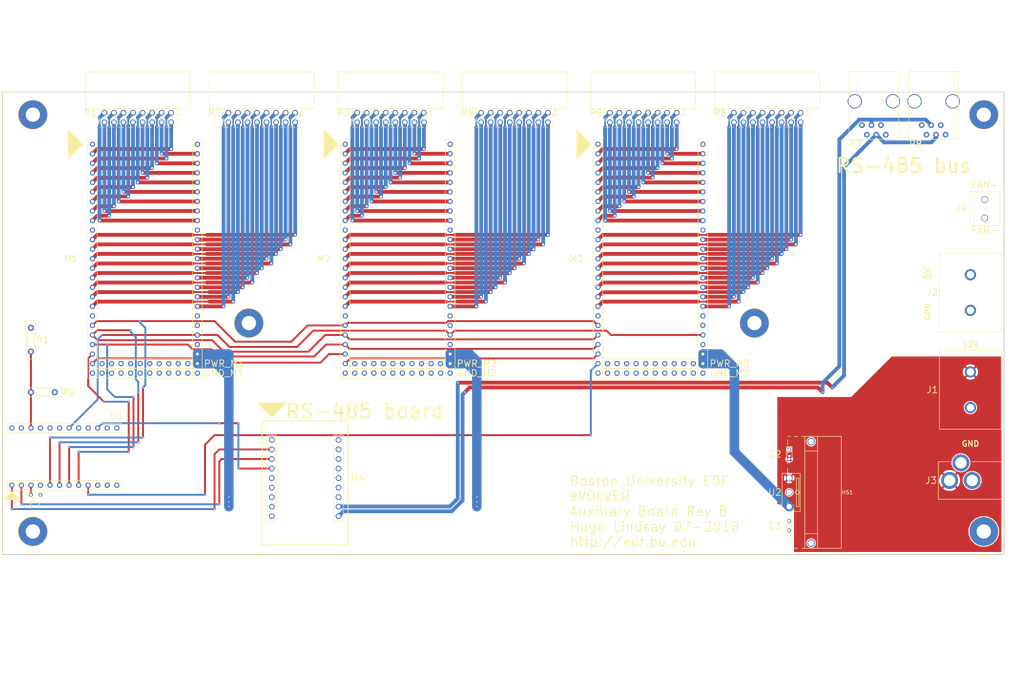
<source format=kicad_pcb>
(kicad_pcb (version 4) (generator gerbview)
  (layers (0 F.Cu signal) (1 In1.Cu signal) (2 In2.Cu signal) (31 B.Cu signal) (34 B.Paste user) (35 F.Paste user) (36 B.SilkS user) (37 F.SilkS user) (38 B.Mask user) (39 F.Mask user) (44 Edge.Cuts user))
  (gr_line (start 16.51 145.034) (end 13.97 145.034) (layer F.SilkS) (width 1.016))
  (gr_line (start 16.51 145.034) (end 15.24 143.764) (layer F.SilkS) (width 1.016))
  (gr_line (start 15.24 143.764) (end 13.97 145.034) (layer F.SilkS) (width 1.016))
  (gr_line (start 14.986 144.018) (end 14.986 145.034) (layer F.SilkS) (width 0.2))
  (gr_line (start 15.494 144.018) (end 15.494 145.034) (layer F.SilkS) (width 0.2))
  (gr_line (start 14.986 144.526) (end 15.494 144.526) (layer F.SilkS) (width 0.2))
  (gr_line (start 269.36714 129.806) (end 269.22429 129.73457) (layer F.SilkS) (width 0.3))
  (gr_line (start 269.22429 129.73457) (end 269.01 129.73457) (layer F.SilkS) (width 0.3))
  (gr_line (start 269.01 129.73457) (end 268.79572 129.806) (layer F.SilkS) (width 0.3))
  (gr_line (start 268.79572 129.806) (end 268.65286 129.94886) (layer F.SilkS) (width 0.3))
  (gr_line (start 268.65286 129.94886) (end 268.58143 130.09171) (layer F.SilkS) (width 0.3))
  (gr_line (start 268.58143 130.09171) (end 268.51 130.37743) (layer F.SilkS) (width 0.3))
  (gr_line (start 268.51 130.37743) (end 268.51 130.59171) (layer F.SilkS) (width 0.3))
  (gr_line (start 268.51 130.59171) (end 268.58143 130.87743) (layer F.SilkS) (width 0.3))
  (gr_line (start 268.58143 130.87743) (end 268.65286 131.02029) (layer F.SilkS) (width 0.3))
  (gr_line (start 268.65286 131.02029) (end 268.79572 131.16314) (layer F.SilkS) (width 0.3))
  (gr_line (start 268.79572 131.16314) (end 269.01 131.23457) (layer F.SilkS) (width 0.3))
  (gr_line (start 269.01 131.23457) (end 269.15286 131.23457) (layer F.SilkS) (width 0.3))
  (gr_line (start 269.15286 131.23457) (end 269.36714 131.16314) (layer F.SilkS) (width 0.3))
  (gr_line (start 269.36714 131.16314) (end 269.43857 131.09171) (layer F.SilkS) (width 0.3))
  (gr_line (start 269.43857 131.09171) (end 269.43857 130.59171) (layer F.SilkS) (width 0.3))
  (gr_line (start 269.43857 130.59171) (end 269.15286 130.59171) (layer F.SilkS) (width 0.3))
  (gr_line (start 270.08143 131.23457) (end 270.08143 129.73457) (layer F.SilkS) (width 0.3))
  (gr_line (start 270.08143 129.73457) (end 270.93857 131.23457) (layer F.SilkS) (width 0.3))
  (gr_line (start 270.93857 131.23457) (end 270.93857 129.73457) (layer F.SilkS) (width 0.3))
  (gr_line (start 271.65286 131.23457) (end 271.65286 129.73457) (layer F.SilkS) (width 0.3))
  (gr_line (start 271.65286 129.73457) (end 272.01 129.73457) (layer F.SilkS) (width 0.3))
  (gr_line (start 272.01 129.73457) (end 272.22429 129.806) (layer F.SilkS) (width 0.3))
  (gr_line (start 272.22429 129.806) (end 272.36714 129.94886) (layer F.SilkS) (width 0.3))
  (gr_line (start 272.36714 129.94886) (end 272.43857 130.09171) (layer F.SilkS) (width 0.3))
  (gr_line (start 272.43857 130.09171) (end 272.51 130.37743) (layer F.SilkS) (width 0.3))
  (gr_line (start 272.51 130.37743) (end 272.51 130.59171) (layer F.SilkS) (width 0.3))
  (gr_line (start 272.51 130.59171) (end 272.43857 130.87743) (layer F.SilkS) (width 0.3))
  (gr_line (start 272.43857 130.87743) (end 272.36714 131.02029) (layer F.SilkS) (width 0.3))
  (gr_line (start 272.36714 131.02029) (end 272.22429 131.16314) (layer F.SilkS) (width 0.3))
  (gr_line (start 272.22429 131.16314) (end 272.01 131.23457) (layer F.SilkS) (width 0.3))
  (gr_line (start 272.01 131.23457) (end 271.65286 131.23457) (layer F.SilkS) (width 0.3))
  (gr_line (start 269.58143 104.81857) (end 268.72429 104.81857) (layer F.SilkS) (width 0.3))
  (gr_line (start 269.15286 104.81857) (end 269.15286 103.31857) (layer F.SilkS) (width 0.3))
  (gr_line (start 269.15286 103.31857) (end 269.01 103.53286) (layer F.SilkS) (width 0.3))
  (gr_line (start 269.01 103.53286) (end 268.86714 103.67571) (layer F.SilkS) (width 0.3))
  (gr_line (start 268.86714 103.67571) (end 268.72429 103.74714) (layer F.SilkS) (width 0.3))
  (gr_line (start 270.15286 103.46143) (end 270.22429 103.39) (layer F.SilkS) (width 0.3))
  (gr_line (start 270.22429 103.39) (end 270.36714 103.31857) (layer F.SilkS) (width 0.3))
  (gr_line (start 270.36714 103.31857) (end 270.72429 103.31857) (layer F.SilkS) (width 0.3))
  (gr_line (start 270.72429 103.31857) (end 270.86714 103.39) (layer F.SilkS) (width 0.3))
  (gr_line (start 270.86714 103.39) (end 270.93857 103.46143) (layer F.SilkS) (width 0.3))
  (gr_line (start 270.93857 103.46143) (end 271.01 103.60429) (layer F.SilkS) (width 0.3))
  (gr_line (start 271.01 103.60429) (end 271.01 103.74714) (layer F.SilkS) (width 0.3))
  (gr_line (start 271.01 103.74714) (end 270.93857 103.96143) (layer F.SilkS) (width 0.3))
  (gr_line (start 270.93857 103.96143) (end 270.08143 104.81857) (layer F.SilkS) (width 0.3))
  (gr_line (start 270.08143 104.81857) (end 271.01 104.81857) (layer F.SilkS) (width 0.3))
  (gr_line (start 271.43857 103.31857) (end 271.93857 104.81857) (layer F.SilkS) (width 0.3))
  (gr_line (start 271.93857 104.81857) (end 272.43857 103.31857) (layer F.SilkS) (width 0.3))
  (gr_line (start 258.33 96.51986) (end 258.25857 96.66271) (layer F.SilkS) (width 0.3))
  (gr_line (start 258.25857 96.66271) (end 258.25857 96.877) (layer F.SilkS) (width 0.3))
  (gr_line (start 258.25857 96.877) (end 258.33 97.09129) (layer F.SilkS) (width 0.3))
  (gr_line (start 258.33 97.09129) (end 258.47286 97.23414) (layer F.SilkS) (width 0.3))
  (gr_line (start 258.47286 97.23414) (end 258.61571 97.30557) (layer F.SilkS) (width 0.3))
  (gr_line (start 258.61571 97.30557) (end 258.90143 97.377) (layer F.SilkS) (width 0.3))
  (gr_line (start 258.90143 97.377) (end 259.11571 97.377) (layer F.SilkS) (width 0.3))
  (gr_line (start 259.11571 97.377) (end 259.40143 97.30557) (layer F.SilkS) (width 0.3))
  (gr_line (start 259.40143 97.30557) (end 259.54429 97.23414) (layer F.SilkS) (width 0.3))
  (gr_line (start 259.54429 97.23414) (end 259.68714 97.09129) (layer F.SilkS) (width 0.3))
  (gr_line (start 259.68714 97.09129) (end 259.75857 96.877) (layer F.SilkS) (width 0.3))
  (gr_line (start 259.75857 96.877) (end 259.75857 96.73414) (layer F.SilkS) (width 0.3))
  (gr_line (start 259.75857 96.73414) (end 259.68714 96.51986) (layer F.SilkS) (width 0.3))
  (gr_line (start 259.68714 96.51986) (end 259.61571 96.44843) (layer F.SilkS) (width 0.3))
  (gr_line (start 259.61571 96.44843) (end 259.11571 96.44843) (layer F.SilkS) (width 0.3))
  (gr_line (start 259.11571 96.44843) (end 259.11571 96.73414) (layer F.SilkS) (width 0.3))
  (gr_line (start 259.75857 95.80557) (end 258.25857 95.80557) (layer F.SilkS) (width 0.3))
  (gr_line (start 258.25857 95.80557) (end 259.75857 94.94843) (layer F.SilkS) (width 0.3))
  (gr_line (start 259.75857 94.94843) (end 258.25857 94.94843) (layer F.SilkS) (width 0.3))
  (gr_line (start 259.75857 94.23414) (end 258.25857 94.23414) (layer F.SilkS) (width 0.3))
  (gr_line (start 258.25857 94.23414) (end 258.25857 93.877) (layer F.SilkS) (width 0.3))
  (gr_line (start 258.25857 93.877) (end 258.33 93.66271) (layer F.SilkS) (width 0.3))
  (gr_line (start 258.33 93.66271) (end 258.47286 93.51986) (layer F.SilkS) (width 0.3))
  (gr_line (start 258.47286 93.51986) (end 258.61571 93.44843) (layer F.SilkS) (width 0.3))
  (gr_line (start 258.61571 93.44843) (end 258.90143 93.377) (layer F.SilkS) (width 0.3))
  (gr_line (start 258.90143 93.377) (end 259.11571 93.377) (layer F.SilkS) (width 0.3))
  (gr_line (start 259.11571 93.377) (end 259.40143 93.44843) (layer F.SilkS) (width 0.3))
  (gr_line (start 259.40143 93.44843) (end 259.54429 93.51986) (layer F.SilkS) (width 0.3))
  (gr_line (start 259.54429 93.51986) (end 259.68714 93.66271) (layer F.SilkS) (width 0.3))
  (gr_line (start 259.68714 93.66271) (end 259.75857 93.877) (layer F.SilkS) (width 0.3))
  (gr_line (start 259.75857 93.877) (end 259.75857 94.23414) (layer F.SilkS) (width 0.3))
  (gr_line (start 258.10633 85.55567) (end 258.10633 86.40233) (layer F.SilkS) (width 0.3048))
  (gr_line (start 258.10633 86.40233) (end 258.953 86.487) (layer F.SilkS) (width 0.3048))
  (gr_line (start 258.953 86.487) (end 258.86833 86.40233) (layer F.SilkS) (width 0.3048))
  (gr_line (start 258.86833 86.40233) (end 258.78367 86.233) (layer F.SilkS) (width 0.3048))
  (gr_line (start 258.78367 86.233) (end 258.78367 85.80967) (layer F.SilkS) (width 0.3048))
  (gr_line (start 258.78367 85.80967) (end 258.86833 85.64033) (layer F.SilkS) (width 0.3048))
  (gr_line (start 258.86833 85.64033) (end 258.953 85.55567) (layer F.SilkS) (width 0.3048))
  (gr_line (start 258.953 85.55567) (end 259.12233 85.471) (layer F.SilkS) (width 0.3048))
  (gr_line (start 259.12233 85.471) (end 259.54567 85.471) (layer F.SilkS) (width 0.3048))
  (gr_line (start 259.54567 85.471) (end 259.715 85.55567) (layer F.SilkS) (width 0.3048))
  (gr_line (start 259.715 85.55567) (end 259.79967 85.64033) (layer F.SilkS) (width 0.3048))
  (gr_line (start 259.79967 85.64033) (end 259.88433 85.80967) (layer F.SilkS) (width 0.3048))
  (gr_line (start 259.88433 85.80967) (end 259.88433 86.233) (layer F.SilkS) (width 0.3048))
  (gr_line (start 259.88433 86.233) (end 259.79967 86.40233) (layer F.SilkS) (width 0.3048))
  (gr_line (start 259.79967 86.40233) (end 259.715 86.487) (layer F.SilkS) (width 0.3048))
  (gr_line (start 258.10633 84.963) (end 259.88433 84.37033) (layer F.SilkS) (width 0.3048))
  (gr_line (start 259.88433 84.37033) (end 258.10633 83.77767) (layer F.SilkS) (width 0.3048))
  (gr_line (start 271.78 73.533) (end 271.18733 73.533) (layer F.SilkS) (width 0.2159))
  (gr_line (start 271.18733 74.46433) (end 271.18733 72.68633) (layer F.SilkS) (width 0.2159))
  (gr_line (start 271.18733 72.68633) (end 272.034 72.68633) (layer F.SilkS) (width 0.2159))
  (gr_line (start 272.62667 73.95633) (end 273.47333 73.95633) (layer F.SilkS) (width 0.2159))
  (gr_line (start 272.45733 74.46433) (end 273.05 72.68633) (layer F.SilkS) (width 0.2159))
  (gr_line (start 273.05 72.68633) (end 273.64267 74.46433) (layer F.SilkS) (width 0.2159))
  (gr_line (start 274.23533 74.46433) (end 274.23533 72.68633) (layer F.SilkS) (width 0.2159))
  (gr_line (start 274.23533 72.68633) (end 275.25133 74.46433) (layer F.SilkS) (width 0.2159))
  (gr_line (start 275.25133 74.46433) (end 275.25133 72.68633) (layer F.SilkS) (width 0.2159))
  (gr_line (start 276.098 73.787) (end 277.45267 73.787) (layer F.SilkS) (width 0.2159))
  (gr_line (start 271.78 61.468) (end 271.18733 61.468) (layer F.SilkS) (width 0.2159))
  (gr_line (start 271.18733 62.39933) (end 271.18733 60.62133) (layer F.SilkS) (width 0.2159))
  (gr_line (start 271.18733 60.62133) (end 272.034 60.62133) (layer F.SilkS) (width 0.2159))
  (gr_line (start 272.62667 61.89133) (end 273.47333 61.89133) (layer F.SilkS) (width 0.2159))
  (gr_line (start 272.45733 62.39933) (end 273.05 60.62133) (layer F.SilkS) (width 0.2159))
  (gr_line (start 273.05 60.62133) (end 273.64267 62.39933) (layer F.SilkS) (width 0.2159))
  (gr_line (start 274.23533 62.39933) (end 274.23533 60.62133) (layer F.SilkS) (width 0.2159))
  (gr_line (start 274.23533 60.62133) (end 275.25133 62.39933) (layer F.SilkS) (width 0.2159))
  (gr_line (start 275.25133 62.39933) (end 275.25133 60.62133) (layer F.SilkS) (width 0.2159))
  (gr_line (start 276.098 61.722) (end 277.45267 61.722) (layer F.SilkS) (width 0.2159))
  (gr_line (start 276.77533 62.39933) (end 276.77533 61.04467) (layer F.SilkS) (width 0.2159))
  (gr_line (start 227.63843 43.23443) (end 226.76757 43.23443) (layer F.SilkS) (width 0.1778))
  (gr_line (start 227.203 43.23443) (end 227.203 41.71043) (layer F.SilkS) (width 0.1778))
  (gr_line (start 227.203 41.71043) (end 227.05786 41.92814) (layer F.SilkS) (width 0.1778))
  (gr_line (start 227.05786 41.92814) (end 226.91272 42.07329) (layer F.SilkS) (width 0.1778))
  (gr_line (start 226.91272 42.07329) (end 226.76757 42.14586) (layer F.SilkS) (width 0.1778))
  (gr_line (start 30.48 54.356) (end 30.48 47.244) (layer F.SilkS) (width 0.254))
  (gr_line (start 34.0995 50.8) (end 30.2895 46.99) (layer F.SilkS) (width 0.2))
  (gr_line (start 30.2895 54.61) (end 30.2895 46.99) (layer F.SilkS) (width 0.2))
  (gr_line (start 34.0995 50.8) (end 30.2895 54.61) (layer F.SilkS) (width 0.2))
  (gr_line (start 31.6103 51.7525) (end 31.6103 49.8475) (layer F.SilkS) (width 2.286))
  (gr_line (start 30.9245 53.34) (end 33.4645 50.8) (layer F.SilkS) (width 1.016))
  (gr_line (start 30.607 53.975) (end 30.607 47.625) (layer F.SilkS) (width 0.508))
  (gr_line (start 33.4645 50.8) (end 30.9245 48.26) (layer F.SilkS) (width 1.016))
  (gr_line (start 194.61843 43.10743) (end 193.74757 43.10743) (layer F.SilkS) (width 0.1778))
  (gr_line (start 194.183 43.10743) (end 194.183 41.58343) (layer F.SilkS) (width 0.1778))
  (gr_line (start 194.183 41.58343) (end 194.03786 41.80114) (layer F.SilkS) (width 0.1778))
  (gr_line (start 194.03786 41.80114) (end 193.89272 41.94629) (layer F.SilkS) (width 0.1778))
  (gr_line (start 193.89272 41.94629) (end 193.74757 42.01886) (layer F.SilkS) (width 0.1778))
  (gr_line (start 160.32843 43.10743) (end 159.45757 43.10743) (layer F.SilkS) (width 0.1778))
  (gr_line (start 159.893 43.10743) (end 159.893 41.58343) (layer F.SilkS) (width 0.1778))
  (gr_line (start 159.893 41.58343) (end 159.74786 41.80114) (layer F.SilkS) (width 0.1778))
  (gr_line (start 159.74786 41.80114) (end 159.60272 41.94629) (layer F.SilkS) (width 0.1778))
  (gr_line (start 159.60272 41.94629) (end 159.45757 42.01886) (layer F.SilkS) (width 0.1778))
  (gr_line (start 127.30843 43.10743) (end 126.43757 43.10743) (layer F.SilkS) (width 0.1778))
  (gr_line (start 126.873 43.10743) (end 126.873 41.58343) (layer F.SilkS) (width 0.1778))
  (gr_line (start 126.873 41.58343) (end 126.72786 41.80114) (layer F.SilkS) (width 0.1778))
  (gr_line (start 126.72786 41.80114) (end 126.58272 41.94629) (layer F.SilkS) (width 0.1778))
  (gr_line (start 126.58272 41.94629) (end 126.43757 42.01886) (layer F.SilkS) (width 0.1778))
  (gr_line (start 93.01843 43.10743) (end 92.14757 43.10743) (layer F.SilkS) (width 0.1778))
  (gr_line (start 92.583 43.10743) (end 92.583 41.58343) (layer F.SilkS) (width 0.1778))
  (gr_line (start 92.583 41.58343) (end 92.43786 41.80114) (layer F.SilkS) (width 0.1778))
  (gr_line (start 92.43786 41.80114) (end 92.29272 41.94629) (layer F.SilkS) (width 0.1778))
  (gr_line (start 92.29272 41.94629) (end 92.14757 42.01886) (layer F.SilkS) (width 0.1778))
  (gr_line (start 16.764 147.61633) (end 15.748 147.61633) (layer F.SilkS) (width 0.2159))
  (gr_line (start 16.256 147.61633) (end 16.256 145.83833) (layer F.SilkS) (width 0.2159))
  (gr_line (start 16.256 145.83833) (end 16.08667 146.09233) (layer F.SilkS) (width 0.2159))
  (gr_line (start 16.08667 146.09233) (end 15.91733 146.26167) (layer F.SilkS) (width 0.2159))
  (gr_line (start 15.91733 146.26167) (end 15.748 146.34633) (layer F.SilkS) (width 0.2159))
  (gr_line (start 165.28143 140.28057) (end 165.64429 140.40152) (layer F.SilkS) (width 0.254))
  (gr_line (start 165.64429 140.40152) (end 165.76524 140.52248) (layer F.SilkS) (width 0.254))
  (gr_line (start 165.76524 140.52248) (end 165.88619 140.76438) (layer F.SilkS) (width 0.254))
  (gr_line (start 165.88619 140.76438) (end 165.88619 141.12724) (layer F.SilkS) (width 0.254))
  (gr_line (start 165.88619 141.12724) (end 165.76524 141.36914) (layer F.SilkS) (width 0.254))
  (gr_line (start 165.76524 141.36914) (end 165.64429 141.4901) (layer F.SilkS) (width 0.254))
  (gr_line (start 165.64429 141.4901) (end 165.40238 141.61105) (layer F.SilkS) (width 0.254))
  (gr_line (start 165.40238 141.61105) (end 164.43476 141.61105) (layer F.SilkS) (width 0.254))
  (gr_line (start 164.43476 141.61105) (end 164.43476 139.07105) (layer F.SilkS) (width 0.254))
  (gr_line (start 164.43476 139.07105) (end 165.28143 139.07105) (layer F.SilkS) (width 0.254))
  (gr_line (start 165.28143 139.07105) (end 165.52333 139.192) (layer F.SilkS) (width 0.254))
  (gr_line (start 165.52333 139.192) (end 165.64429 139.31295) (layer F.SilkS) (width 0.254))
  (gr_line (start 165.64429 139.31295) (end 165.76524 139.55486) (layer F.SilkS) (width 0.254))
  (gr_line (start 165.76524 139.55486) (end 165.76524 139.79676) (layer F.SilkS) (width 0.254))
  (gr_line (start 165.76524 139.79676) (end 165.64429 140.03867) (layer F.SilkS) (width 0.254))
  (gr_line (start 165.64429 140.03867) (end 165.52333 140.15962) (layer F.SilkS) (width 0.254))
  (gr_line (start 165.52333 140.15962) (end 165.28143 140.28057) (layer F.SilkS) (width 0.254))
  (gr_line (start 165.28143 140.28057) (end 164.43476 140.28057) (layer F.SilkS) (width 0.254))
  (gr_line (start 167.33762 141.61105) (end 167.09571 141.4901) (layer F.SilkS) (width 0.254))
  (gr_line (start 167.09571 141.4901) (end 166.97476 141.36914) (layer F.SilkS) (width 0.254))
  (gr_line (start 166.97476 141.36914) (end 166.85381 141.12724) (layer F.SilkS) (width 0.254))
  (gr_line (start 166.85381 141.12724) (end 166.85381 140.40152) (layer F.SilkS) (width 0.254))
  (gr_line (start 166.85381 140.40152) (end 166.97476 140.15962) (layer F.SilkS) (width 0.254))
  (gr_line (start 166.97476 140.15962) (end 167.09571 140.03867) (layer F.SilkS) (width 0.254))
  (gr_line (start 167.09571 140.03867) (end 167.33762 139.91771) (layer F.SilkS) (width 0.254))
  (gr_line (start 167.33762 139.91771) (end 167.70048 139.91771) (layer F.SilkS) (width 0.254))
  (gr_line (start 167.70048 139.91771) (end 167.94238 140.03867) (layer F.SilkS) (width 0.254))
  (gr_line (start 167.94238 140.03867) (end 168.06333 140.15962) (layer F.SilkS) (width 0.254))
  (gr_line (start 168.06333 140.15962) (end 168.18429 140.40152) (layer F.SilkS) (width 0.254))
  (gr_line (start 168.18429 140.40152) (end 168.18429 141.12724) (layer F.SilkS) (width 0.254))
  (gr_line (start 168.18429 141.12724) (end 168.06333 141.36914) (layer F.SilkS) (width 0.254))
  (gr_line (start 168.06333 141.36914) (end 167.94238 141.4901) (layer F.SilkS) (width 0.254))
  (gr_line (start 167.94238 141.4901) (end 167.70048 141.61105) (layer F.SilkS) (width 0.254))
  (gr_line (start 167.70048 141.61105) (end 167.33762 141.61105) (layer F.SilkS) (width 0.254))
  (gr_line (start 169.15191 141.4901) (end 169.39381 141.61105) (layer F.SilkS) (width 0.254))
  (gr_line (start 169.39381 141.61105) (end 169.87762 141.61105) (layer F.SilkS) (width 0.254))
  (gr_line (start 169.87762 141.61105) (end 170.11952 141.4901) (layer F.SilkS) (width 0.254))
  (gr_line (start 170.11952 141.4901) (end 170.24048 141.24819) (layer F.SilkS) (width 0.254))
  (gr_line (start 170.24048 141.24819) (end 170.24048 141.12724) (layer F.SilkS) (width 0.254))
  (gr_line (start 170.24048 141.12724) (end 170.11952 140.88533) (layer F.SilkS) (width 0.254))
  (gr_line (start 170.11952 140.88533) (end 169.87762 140.76438) (layer F.SilkS) (width 0.254))
  (gr_line (start 169.87762 140.76438) (end 169.51476 140.76438) (layer F.SilkS) (width 0.254))
  (gr_line (start 169.51476 140.76438) (end 169.27286 140.64343) (layer F.SilkS) (width 0.254))
  (gr_line (start 169.27286 140.64343) (end 169.15191 140.40152) (layer F.SilkS) (width 0.254))
  (gr_line (start 169.15191 140.40152) (end 169.15191 140.28057) (layer F.SilkS) (width 0.254))
  (gr_line (start 169.15191 140.28057) (end 169.27286 140.03867) (layer F.SilkS) (width 0.254))
  (gr_line (start 169.27286 140.03867) (end 169.51476 139.91771) (layer F.SilkS) (width 0.254))
  (gr_line (start 169.51476 139.91771) (end 169.87762 139.91771) (layer F.SilkS) (width 0.254))
  (gr_line (start 169.87762 139.91771) (end 170.11952 140.03867) (layer F.SilkS) (width 0.254))
  (gr_line (start 170.96619 139.91771) (end 171.93381 139.91771) (layer F.SilkS) (width 0.254))
  (gr_line (start 171.32905 139.07105) (end 171.32905 141.24819) (layer F.SilkS) (width 0.254))
  (gr_line (start 171.32905 141.24819) (end 171.45 141.4901) (layer F.SilkS) (width 0.254))
  (gr_line (start 171.45 141.4901) (end 171.6919 141.61105) (layer F.SilkS) (width 0.254))
  (gr_line (start 171.6919 141.61105) (end 171.93381 141.61105) (layer F.SilkS) (width 0.254))
  (gr_line (start 173.14333 141.61105) (end 172.90143 141.4901) (layer F.SilkS) (width 0.254))
  (gr_line (start 172.90143 141.4901) (end 172.78048 141.36914) (layer F.SilkS) (width 0.254))
  (gr_line (start 172.78048 141.36914) (end 172.65952 141.12724) (layer F.SilkS) (width 0.254))
  (gr_line (start 172.65952 141.12724) (end 172.65952 140.40152) (layer F.SilkS) (width 0.254))
  (gr_line (start 172.65952 140.40152) (end 172.78048 140.15962) (layer F.SilkS) (width 0.254))
  (gr_line (start 172.78048 140.15962) (end 172.90143 140.03867) (layer F.SilkS) (width 0.254))
  (gr_line (start 172.90143 140.03867) (end 173.14333 139.91771) (layer F.SilkS) (width 0.254))
  (gr_line (start 173.14333 139.91771) (end 173.50619 139.91771) (layer F.SilkS) (width 0.254))
  (gr_line (start 173.50619 139.91771) (end 173.7481 140.03867) (layer F.SilkS) (width 0.254))
  (gr_line (start 173.7481 140.03867) (end 173.86905 140.15962) (layer F.SilkS) (width 0.254))
  (gr_line (start 173.86905 140.15962) (end 173.99 140.40152) (layer F.SilkS) (width 0.254))
  (gr_line (start 173.99 140.40152) (end 173.99 141.12724) (layer F.SilkS) (width 0.254))
  (gr_line (start 173.99 141.12724) (end 173.86905 141.36914) (layer F.SilkS) (width 0.254))
  (gr_line (start 173.86905 141.36914) (end 173.7481 141.4901) (layer F.SilkS) (width 0.254))
  (gr_line (start 173.7481 141.4901) (end 173.50619 141.61105) (layer F.SilkS) (width 0.254))
  (gr_line (start 173.50619 141.61105) (end 173.14333 141.61105) (layer F.SilkS) (width 0.254))
  (gr_line (start 175.07857 139.91771) (end 175.07857 141.61105) (layer F.SilkS) (width 0.254))
  (gr_line (start 175.07857 140.15962) (end 175.19952 140.03867) (layer F.SilkS) (width 0.254))
  (gr_line (start 175.19952 140.03867) (end 175.44143 139.91771) (layer F.SilkS) (width 0.254))
  (gr_line (start 175.44143 139.91771) (end 175.80429 139.91771) (layer F.SilkS) (width 0.254))
  (gr_line (start 175.80429 139.91771) (end 176.04619 140.03867) (layer F.SilkS) (width 0.254))
  (gr_line (start 176.04619 140.03867) (end 176.16714 140.28057) (layer F.SilkS) (width 0.254))
  (gr_line (start 176.16714 140.28057) (end 176.16714 141.61105) (layer F.SilkS) (width 0.254))
  (gr_line (start 179.3119 139.07105) (end 179.3119 141.12724) (layer F.SilkS) (width 0.254))
  (gr_line (start 179.3119 141.12724) (end 179.43286 141.36914) (layer F.SilkS) (width 0.254))
  (gr_line (start 179.43286 141.36914) (end 179.55381 141.4901) (layer F.SilkS) (width 0.254))
  (gr_line (start 179.55381 141.4901) (end 179.79571 141.61105) (layer F.SilkS) (width 0.254))
  (gr_line (start 179.79571 141.61105) (end 180.27952 141.61105) (layer F.SilkS) (width 0.254))
  (gr_line (start 180.27952 141.61105) (end 180.52143 141.4901) (layer F.SilkS) (width 0.254))
  (gr_line (start 180.52143 141.4901) (end 180.64238 141.36914) (layer F.SilkS) (width 0.254))
  (gr_line (start 180.64238 141.36914) (end 180.76333 141.12724) (layer F.SilkS) (width 0.254))
  (gr_line (start 180.76333 141.12724) (end 180.76333 139.07105) (layer F.SilkS) (width 0.254))
  (gr_line (start 181.97286 139.91771) (end 181.97286 141.61105) (layer F.SilkS) (width 0.254))
  (gr_line (start 181.97286 140.15962) (end 182.09381 140.03867) (layer F.SilkS) (width 0.254))
  (gr_line (start 182.09381 140.03867) (end 182.33571 139.91771) (layer F.SilkS) (width 0.254))
  (gr_line (start 182.33571 139.91771) (end 182.69857 139.91771) (layer F.SilkS) (width 0.254))
  (gr_line (start 182.69857 139.91771) (end 182.94048 140.03867) (layer F.SilkS) (width 0.254))
  (gr_line (start 182.94048 140.03867) (end 183.06143 140.28057) (layer F.SilkS) (width 0.254))
  (gr_line (start 183.06143 140.28057) (end 183.06143 141.61105) (layer F.SilkS) (width 0.254))
  (gr_line (start 184.27095 141.61105) (end 184.27095 139.91771) (layer F.SilkS) (width 0.254))
  (gr_line (start 184.27095 139.07105) (end 184.15 139.192) (layer F.SilkS) (width 0.254))
  (gr_line (start 184.15 139.192) (end 184.27095 139.31295) (layer F.SilkS) (width 0.254))
  (gr_line (start 184.27095 139.31295) (end 184.3919 139.192) (layer F.SilkS) (width 0.254))
  (gr_line (start 184.3919 139.192) (end 184.27095 139.07105) (layer F.SilkS) (width 0.254))
  (gr_line (start 184.27095 139.07105) (end 184.27095 139.31295) (layer F.SilkS) (width 0.254))
  (gr_line (start 185.23857 139.91771) (end 185.84333 141.61105) (layer F.SilkS) (width 0.254))
  (gr_line (start 185.84333 141.61105) (end 186.44809 139.91771) (layer F.SilkS) (width 0.254))
  (gr_line (start 188.38333 141.4901) (end 188.14143 141.61105) (layer F.SilkS) (width 0.254))
  (gr_line (start 188.14143 141.61105) (end 187.65762 141.61105) (layer F.SilkS) (width 0.254))
  (gr_line (start 187.65762 141.61105) (end 187.41571 141.4901) (layer F.SilkS) (width 0.254))
  (gr_line (start 187.41571 141.4901) (end 187.29476 141.24819) (layer F.SilkS) (width 0.254))
  (gr_line (start 187.29476 141.24819) (end 187.29476 140.28057) (layer F.SilkS) (width 0.254))
  (gr_line (start 187.29476 140.28057) (end 187.41571 140.03867) (layer F.SilkS) (width 0.254))
  (gr_line (start 187.41571 140.03867) (end 187.65762 139.91771) (layer F.SilkS) (width 0.254))
  (gr_line (start 187.65762 139.91771) (end 188.14143 139.91771) (layer F.SilkS) (width 0.254))
  (gr_line (start 188.14143 139.91771) (end 188.38333 140.03867) (layer F.SilkS) (width 0.254))
  (gr_line (start 188.38333 140.03867) (end 188.50428 140.28057) (layer F.SilkS) (width 0.254))
  (gr_line (start 188.50428 140.28057) (end 188.50428 140.52248) (layer F.SilkS) (width 0.254))
  (gr_line (start 188.50428 140.52248) (end 187.29476 140.76438) (layer F.SilkS) (width 0.254))
  (gr_line (start 189.59286 141.61105) (end 189.59286 139.91771) (layer F.SilkS) (width 0.254))
  (gr_line (start 189.59286 140.40152) (end 189.71381 140.15962) (layer F.SilkS) (width 0.254))
  (gr_line (start 189.71381 140.15962) (end 189.83476 140.03867) (layer F.SilkS) (width 0.254))
  (gr_line (start 189.83476 140.03867) (end 190.07667 139.91771) (layer F.SilkS) (width 0.254))
  (gr_line (start 190.07667 139.91771) (end 190.31857 139.91771) (layer F.SilkS) (width 0.254))
  (gr_line (start 191.04429 141.4901) (end 191.28619 141.61105) (layer F.SilkS) (width 0.254))
  (gr_line (start 191.28619 141.61105) (end 191.77 141.61105) (layer F.SilkS) (width 0.254))
  (gr_line (start 191.77 141.61105) (end 192.0119 141.4901) (layer F.SilkS) (width 0.254))
  (gr_line (start 192.0119 141.4901) (end 192.13286 141.24819) (layer F.SilkS) (width 0.254))
  (gr_line (start 192.13286 141.24819) (end 192.13286 141.12724) (layer F.SilkS) (width 0.254))
  (gr_line (start 192.13286 141.12724) (end 192.0119 140.88533) (layer F.SilkS) (width 0.254))
  (gr_line (start 192.0119 140.88533) (end 191.77 140.76438) (layer F.SilkS) (width 0.254))
  (gr_line (start 191.77 140.76438) (end 191.40714 140.76438) (layer F.SilkS) (width 0.254))
  (gr_line (start 191.40714 140.76438) (end 191.16524 140.64343) (layer F.SilkS) (width 0.254))
  (gr_line (start 191.16524 140.64343) (end 191.04429 140.40152) (layer F.SilkS) (width 0.254))
  (gr_line (start 191.04429 140.40152) (end 191.04429 140.28057) (layer F.SilkS) (width 0.254))
  (gr_line (start 191.04429 140.28057) (end 191.16524 140.03867) (layer F.SilkS) (width 0.254))
  (gr_line (start 191.16524 140.03867) (end 191.40714 139.91771) (layer F.SilkS) (width 0.254))
  (gr_line (start 191.40714 139.91771) (end 191.77 139.91771) (layer F.SilkS) (width 0.254))
  (gr_line (start 191.77 139.91771) (end 192.0119 140.03867) (layer F.SilkS) (width 0.254))
  (gr_line (start 193.22143 141.61105) (end 193.22143 139.91771) (layer F.SilkS) (width 0.254))
  (gr_line (start 193.22143 139.07105) (end 193.10048 139.192) (layer F.SilkS) (width 0.254))
  (gr_line (start 193.10048 139.192) (end 193.22143 139.31295) (layer F.SilkS) (width 0.254))
  (gr_line (start 193.22143 139.31295) (end 193.34238 139.192) (layer F.SilkS) (width 0.254))
  (gr_line (start 193.34238 139.192) (end 193.22143 139.07105) (layer F.SilkS) (width 0.254))
  (gr_line (start 193.22143 139.07105) (end 193.22143 139.31295) (layer F.SilkS) (width 0.254))
  (gr_line (start 194.06809 139.91771) (end 195.03571 139.91771) (layer F.SilkS) (width 0.254))
  (gr_line (start 194.43095 139.07105) (end 194.43095 141.24819) (layer F.SilkS) (width 0.254))
  (gr_line (start 194.43095 141.24819) (end 194.5519 141.4901) (layer F.SilkS) (width 0.254))
  (gr_line (start 194.5519 141.4901) (end 194.79381 141.61105) (layer F.SilkS) (width 0.254))
  (gr_line (start 194.79381 141.61105) (end 195.03571 141.61105) (layer F.SilkS) (width 0.254))
  (gr_line (start 195.64048 139.91771) (end 196.24524 141.61105) (layer F.SilkS) (width 0.254))
  (gr_line (start 196.85 139.91771) (end 196.24524 141.61105) (layer F.SilkS) (width 0.254))
  (gr_line (start 196.24524 141.61105) (end 196.00333 142.21581) (layer F.SilkS) (width 0.254))
  (gr_line (start 196.00333 142.21581) (end 195.88238 142.33676) (layer F.SilkS) (width 0.254))
  (gr_line (start 195.88238 142.33676) (end 195.64048 142.45771) (layer F.SilkS) (width 0.254))
  (gr_line (start 199.75286 140.28057) (end 200.59952 140.28057) (layer F.SilkS) (width 0.254))
  (gr_line (start 200.96238 141.61105) (end 199.75286 141.61105) (layer F.SilkS) (width 0.254))
  (gr_line (start 199.75286 141.61105) (end 199.75286 139.07105) (layer F.SilkS) (width 0.254))
  (gr_line (start 199.75286 139.07105) (end 200.96238 139.07105) (layer F.SilkS) (width 0.254))
  (gr_line (start 202.05095 141.61105) (end 202.05095 139.07105) (layer F.SilkS) (width 0.254))
  (gr_line (start 202.05095 139.07105) (end 202.65571 139.07105) (layer F.SilkS) (width 0.254))
  (gr_line (start 202.65571 139.07105) (end 203.01857 139.192) (layer F.SilkS) (width 0.254))
  (gr_line (start 203.01857 139.192) (end 203.26048 139.43391) (layer F.SilkS) (width 0.254))
  (gr_line (start 203.26048 139.43391) (end 203.38143 139.67581) (layer F.SilkS) (width 0.254))
  (gr_line (start 203.38143 139.67581) (end 203.50238 140.15962) (layer F.SilkS) (width 0.254))
  (gr_line (start 203.50238 140.15962) (end 203.50238 140.52248) (layer F.SilkS) (width 0.254))
  (gr_line (start 203.50238 140.52248) (end 203.38143 141.00629) (layer F.SilkS) (width 0.254))
  (gr_line (start 203.38143 141.00629) (end 203.26048 141.24819) (layer F.SilkS) (width 0.254))
  (gr_line (start 203.26048 141.24819) (end 203.01857 141.4901) (layer F.SilkS) (width 0.254))
  (gr_line (start 203.01857 141.4901) (end 202.65571 141.61105) (layer F.SilkS) (width 0.254))
  (gr_line (start 202.65571 141.61105) (end 202.05095 141.61105) (layer F.SilkS) (width 0.254))
  (gr_line (start 205.43762 140.28057) (end 204.59095 140.28057) (layer F.SilkS) (width 0.254))
  (gr_line (start 204.59095 141.61105) (end 204.59095 139.07105) (layer F.SilkS) (width 0.254))
  (gr_line (start 204.59095 139.07105) (end 205.80048 139.07105) (layer F.SilkS) (width 0.254))
  (gr_line (start 165.40238 145.5541) (end 165.16048 145.67505) (layer F.SilkS) (width 0.254))
  (gr_line (start 165.16048 145.67505) (end 164.67667 145.67505) (layer F.SilkS) (width 0.254))
  (gr_line (start 164.67667 145.67505) (end 164.43476 145.5541) (layer F.SilkS) (width 0.254))
  (gr_line (start 164.43476 145.5541) (end 164.31381 145.31219) (layer F.SilkS) (width 0.254))
  (gr_line (start 164.31381 145.31219) (end 164.31381 144.34457) (layer F.SilkS) (width 0.254))
  (gr_line (start 164.31381 144.34457) (end 164.43476 144.10267) (layer F.SilkS) (width 0.254))
  (gr_line (start 164.43476 144.10267) (end 164.67667 143.98171) (layer F.SilkS) (width 0.254))
  (gr_line (start 164.67667 143.98171) (end 165.16048 143.98171) (layer F.SilkS) (width 0.254))
  (gr_line (start 165.16048 143.98171) (end 165.40238 144.10267) (layer F.SilkS) (width 0.254))
  (gr_line (start 165.40238 144.10267) (end 165.52333 144.34457) (layer F.SilkS) (width 0.254))
  (gr_line (start 165.52333 144.34457) (end 165.52333 144.58648) (layer F.SilkS) (width 0.254))
  (gr_line (start 165.52333 144.58648) (end 164.31381 144.82838) (layer F.SilkS) (width 0.254))
  (gr_line (start 166.24905 143.13505) (end 167.09571 145.67505) (layer F.SilkS) (width 0.254))
  (gr_line (start 167.09571 145.67505) (end 167.94238 143.13505) (layer F.SilkS) (width 0.254))
  (gr_line (start 169.27286 143.13505) (end 169.75667 143.13505) (layer F.SilkS) (width 0.254))
  (gr_line (start 169.75667 143.13505) (end 169.99857 143.256) (layer F.SilkS) (width 0.254))
  (gr_line (start 169.99857 143.256) (end 170.24048 143.49791) (layer F.SilkS) (width 0.254))
  (gr_line (start 170.24048 143.49791) (end 170.36143 143.98171) (layer F.SilkS) (width 0.254))
  (gr_line (start 170.36143 143.98171) (end 170.36143 144.82838) (layer F.SilkS) (width 0.254))
  (gr_line (start 170.36143 144.82838) (end 170.24048 145.31219) (layer F.SilkS) (width 0.254))
  (gr_line (start 170.24048 145.31219) (end 169.99857 145.5541) (layer F.SilkS) (width 0.254))
  (gr_line (start 169.99857 145.5541) (end 169.75667 145.67505) (layer F.SilkS) (width 0.254))
  (gr_line (start 169.75667 145.67505) (end 169.27286 145.67505) (layer F.SilkS) (width 0.254))
  (gr_line (start 169.27286 145.67505) (end 169.03095 145.5541) (layer F.SilkS) (width 0.254))
  (gr_line (start 169.03095 145.5541) (end 168.78905 145.31219) (layer F.SilkS) (width 0.254))
  (gr_line (start 168.78905 145.31219) (end 168.6681 144.82838) (layer F.SilkS) (width 0.254))
  (gr_line (start 168.6681 144.82838) (end 168.6681 143.98171) (layer F.SilkS) (width 0.254))
  (gr_line (start 168.6681 143.98171) (end 168.78905 143.49791) (layer F.SilkS) (width 0.254))
  (gr_line (start 168.78905 143.49791) (end 169.03095 143.256) (layer F.SilkS) (width 0.254))
  (gr_line (start 169.03095 143.256) (end 169.27286 143.13505) (layer F.SilkS) (width 0.254))
  (gr_line (start 172.65952 145.67505) (end 171.45 145.67505) (layer F.SilkS) (width 0.254))
  (gr_line (start 171.45 145.67505) (end 171.45 143.13505) (layer F.SilkS) (width 0.254))
  (gr_line (start 173.14333 143.13505) (end 173.99 145.67505) (layer F.SilkS) (width 0.254))
  (gr_line (start 173.99 145.67505) (end 174.83667 143.13505) (layer F.SilkS) (width 0.254))
  (gr_line (start 175.68333 144.34457) (end 176.53 144.34457) (layer F.SilkS) (width 0.254))
  (gr_line (start 176.89286 145.67505) (end 175.68333 145.67505) (layer F.SilkS) (width 0.254))
  (gr_line (start 175.68333 145.67505) (end 175.68333 143.13505) (layer F.SilkS) (width 0.254))
  (gr_line (start 175.68333 143.13505) (end 176.89286 143.13505) (layer F.SilkS) (width 0.254))
  (gr_line (start 179.43286 145.67505) (end 178.58619 144.46552) (layer F.SilkS) (width 0.254))
  (gr_line (start 177.98143 145.67505) (end 177.98143 143.13505) (layer F.SilkS) (width 0.254))
  (gr_line (start 177.98143 143.13505) (end 178.94905 143.13505) (layer F.SilkS) (width 0.254))
  (gr_line (start 178.94905 143.13505) (end 179.19095 143.256) (layer F.SilkS) (width 0.254))
  (gr_line (start 179.19095 143.256) (end 179.3119 143.37695) (layer F.SilkS) (width 0.254))
  (gr_line (start 179.3119 143.37695) (end 179.43286 143.61886) (layer F.SilkS) (width 0.254))
  (gr_line (start 179.43286 143.61886) (end 179.43286 143.98171) (layer F.SilkS) (width 0.254))
  (gr_line (start 179.43286 143.98171) (end 179.3119 144.22362) (layer F.SilkS) (width 0.254))
  (gr_line (start 179.3119 144.22362) (end 179.19095 144.34457) (layer F.SilkS) (width 0.254))
  (gr_line (start 179.19095 144.34457) (end 178.94905 144.46552) (layer F.SilkS) (width 0.254))
  (gr_line (start 178.94905 144.46552) (end 177.98143 144.46552) (layer F.SilkS) (width 0.254))
  (gr_line (start 164.31381 149.01333) (end 165.52333 149.01333) (layer F.SilkS) (width 0.254))
  (gr_line (start 164.07191 149.73905) (end 164.91857 147.19905) (layer F.SilkS) (width 0.254))
  (gr_line (start 164.91857 147.19905) (end 165.76524 149.73905) (layer F.SilkS) (width 0.254))
  (gr_line (start 167.70048 148.04571) (end 167.70048 149.73905) (layer F.SilkS) (width 0.254))
  (gr_line (start 166.61191 148.04571) (end 166.61191 149.37619) (layer F.SilkS) (width 0.254))
  (gr_line (start 166.61191 149.37619) (end 166.73286 149.6181) (layer F.SilkS) (width 0.254))
  (gr_line (start 166.73286 149.6181) (end 166.97476 149.73905) (layer F.SilkS) (width 0.254))
  (gr_line (start 166.97476 149.73905) (end 167.33762 149.73905) (layer F.SilkS) (width 0.254))
  (gr_line (start 167.33762 149.73905) (end 167.57952 149.6181) (layer F.SilkS) (width 0.254))
  (gr_line (start 167.57952 149.6181) (end 167.70048 149.49714) (layer F.SilkS) (width 0.254))
  (gr_line (start 168.6681 149.73905) (end 169.99857 148.04571) (layer F.SilkS) (width 0.254))
  (gr_line (start 168.6681 148.04571) (end 169.99857 149.73905) (layer F.SilkS) (width 0.254))
  (gr_line (start 170.96619 149.73905) (end 170.96619 148.04571) (layer F.SilkS) (width 0.254))
  (gr_line (start 170.96619 147.19905) (end 170.84524 147.32) (layer F.SilkS) (width 0.254))
  (gr_line (start 170.84524 147.32) (end 170.96619 147.44095) (layer F.SilkS) (width 0.254))
  (gr_line (start 170.96619 147.44095) (end 171.08714 147.32) (layer F.SilkS) (width 0.254))
  (gr_line (start 171.08714 147.32) (end 170.96619 147.19905) (layer F.SilkS) (width 0.254))
  (gr_line (start 170.96619 147.19905) (end 170.96619 147.44095) (layer F.SilkS) (width 0.254))
  (gr_line (start 172.53857 149.73905) (end 172.29667 149.6181) (layer F.SilkS) (width 0.254))
  (gr_line (start 172.29667 149.6181) (end 172.17571 149.37619) (layer F.SilkS) (width 0.254))
  (gr_line (start 172.17571 149.37619) (end 172.17571 147.19905) (layer F.SilkS) (width 0.254))
  (gr_line (start 173.50619 149.73905) (end 173.50619 148.04571) (layer F.SilkS) (width 0.254))
  (gr_line (start 173.50619 147.19905) (end 173.38524 147.32) (layer F.SilkS) (width 0.254))
  (gr_line (start 173.38524 147.32) (end 173.50619 147.44095) (layer F.SilkS) (width 0.254))
  (gr_line (start 173.50619 147.44095) (end 173.62714 147.32) (layer F.SilkS) (width 0.254))
  (gr_line (start 173.62714 147.32) (end 173.50619 147.19905) (layer F.SilkS) (width 0.254))
  (gr_line (start 173.50619 147.19905) (end 173.50619 147.44095) (layer F.SilkS) (width 0.254))
  (gr_line (start 175.80429 149.73905) (end 175.80429 148.40857) (layer F.SilkS) (width 0.254))
  (gr_line (start 175.80429 148.40857) (end 175.68333 148.16667) (layer F.SilkS) (width 0.254))
  (gr_line (start 175.68333 148.16667) (end 175.44143 148.04571) (layer F.SilkS) (width 0.254))
  (gr_line (start 175.44143 148.04571) (end 174.95762 148.04571) (layer F.SilkS) (width 0.254))
  (gr_line (start 174.95762 148.04571) (end 174.71571 148.16667) (layer F.SilkS) (width 0.254))
  (gr_line (start 175.80429 149.6181) (end 175.56238 149.73905) (layer F.SilkS) (width 0.254))
  (gr_line (start 175.56238 149.73905) (end 174.95762 149.73905) (layer F.SilkS) (width 0.254))
  (gr_line (start 174.95762 149.73905) (end 174.71571 149.6181) (layer F.SilkS) (width 0.254))
  (gr_line (start 174.71571 149.6181) (end 174.59476 149.37619) (layer F.SilkS) (width 0.254))
  (gr_line (start 174.59476 149.37619) (end 174.59476 149.13429) (layer F.SilkS) (width 0.254))
  (gr_line (start 174.59476 149.13429) (end 174.71571 148.89238) (layer F.SilkS) (width 0.254))
  (gr_line (start 174.71571 148.89238) (end 174.95762 148.77143) (layer F.SilkS) (width 0.254))
  (gr_line (start 174.95762 148.77143) (end 175.56238 148.77143) (layer F.SilkS) (width 0.254))
  (gr_line (start 175.56238 148.77143) (end 175.80429 148.65048) (layer F.SilkS) (width 0.254))
  (gr_line (start 177.01381 149.73905) (end 177.01381 148.04571) (layer F.SilkS) (width 0.254))
  (gr_line (start 177.01381 148.52952) (end 177.13476 148.28762) (layer F.SilkS) (width 0.254))
  (gr_line (start 177.13476 148.28762) (end 177.25571 148.16667) (layer F.SilkS) (width 0.254))
  (gr_line (start 177.25571 148.16667) (end 177.49762 148.04571) (layer F.SilkS) (width 0.254))
  (gr_line (start 177.49762 148.04571) (end 177.73952 148.04571) (layer F.SilkS) (width 0.254))
  (gr_line (start 178.34429 148.04571) (end 178.94905 149.73905) (layer F.SilkS) (width 0.254))
  (gr_line (start 179.55381 148.04571) (end 178.94905 149.73905) (layer F.SilkS) (width 0.254))
  (gr_line (start 178.94905 149.73905) (end 178.70714 150.34381) (layer F.SilkS) (width 0.254))
  (gr_line (start 178.70714 150.34381) (end 178.58619 150.46476) (layer F.SilkS) (width 0.254))
  (gr_line (start 178.58619 150.46476) (end 178.34429 150.58571) (layer F.SilkS) (width 0.254))
  (gr_line (start 183.30333 148.40857) (end 183.66619 148.52952) (layer F.SilkS) (width 0.254))
  (gr_line (start 183.66619 148.52952) (end 183.78714 148.65048) (layer F.SilkS) (width 0.254))
  (gr_line (start 183.78714 148.65048) (end 183.90809 148.89238) (layer F.SilkS) (width 0.254))
  (gr_line (start 183.90809 148.89238) (end 183.90809 149.25524) (layer F.SilkS) (width 0.254))
  (gr_line (start 183.90809 149.25524) (end 183.78714 149.49714) (layer F.SilkS) (width 0.254))
  (gr_line (start 183.78714 149.49714) (end 183.66619 149.6181) (layer F.SilkS) (width 0.254))
  (gr_line (start 183.66619 149.6181) (end 183.42429 149.73905) (layer F.SilkS) (width 0.254))
  (gr_line (start 183.42429 149.73905) (end 182.45667 149.73905) (layer F.SilkS) (width 0.254))
  (gr_line (start 182.45667 149.73905) (end 182.45667 147.19905) (layer F.SilkS) (width 0.254))
  (gr_line (start 182.45667 147.19905) (end 183.30333 147.19905) (layer F.SilkS) (width 0.254))
  (gr_line (start 183.30333 147.19905) (end 183.54524 147.32) (layer F.SilkS) (width 0.254))
  (gr_line (start 183.54524 147.32) (end 183.66619 147.44095) (layer F.SilkS) (width 0.254))
  (gr_line (start 183.66619 147.44095) (end 183.78714 147.68286) (layer F.SilkS) (width 0.254))
  (gr_line (start 183.78714 147.68286) (end 183.78714 147.92476) (layer F.SilkS) (width 0.254))
  (gr_line (start 183.78714 147.92476) (end 183.66619 148.16667) (layer F.SilkS) (width 0.254))
  (gr_line (start 183.66619 148.16667) (end 183.54524 148.28762) (layer F.SilkS) (width 0.254))
  (gr_line (start 183.54524 148.28762) (end 183.30333 148.40857) (layer F.SilkS) (width 0.254))
  (gr_line (start 183.30333 148.40857) (end 182.45667 148.40857) (layer F.SilkS) (width 0.254))
  (gr_line (start 185.35952 149.73905) (end 185.11762 149.6181) (layer F.SilkS) (width 0.254))
  (gr_line (start 185.11762 149.6181) (end 184.99667 149.49714) (layer F.SilkS) (width 0.254))
  (gr_line (start 184.99667 149.49714) (end 184.87571 149.25524) (layer F.SilkS) (width 0.254))
  (gr_line (start 184.87571 149.25524) (end 184.87571 148.52952) (layer F.SilkS) (width 0.254))
  (gr_line (start 184.87571 148.52952) (end 184.99667 148.28762) (layer F.SilkS) (width 0.254))
  (gr_line (start 184.99667 148.28762) (end 185.11762 148.16667) (layer F.SilkS) (width 0.254))
  (gr_line (start 185.11762 148.16667) (end 185.35952 148.04571) (layer F.SilkS) (width 0.254))
  (gr_line (start 185.35952 148.04571) (end 185.72238 148.04571) (layer F.SilkS) (width 0.254))
  (gr_line (start 185.72238 148.04571) (end 185.96429 148.16667) (layer F.SilkS) (width 0.254))
  (gr_line (start 185.96429 148.16667) (end 186.08524 148.28762) (layer F.SilkS) (width 0.254))
  (gr_line (start 186.08524 148.28762) (end 186.20619 148.52952) (layer F.SilkS) (width 0.254))
  (gr_line (start 186.20619 148.52952) (end 186.20619 149.25524) (layer F.SilkS) (width 0.254))
  (gr_line (start 186.20619 149.25524) (end 186.08524 149.49714) (layer F.SilkS) (width 0.254))
  (gr_line (start 186.08524 149.49714) (end 185.96429 149.6181) (layer F.SilkS) (width 0.254))
  (gr_line (start 185.96429 149.6181) (end 185.72238 149.73905) (layer F.SilkS) (width 0.254))
  (gr_line (start 185.72238 149.73905) (end 185.35952 149.73905) (layer F.SilkS) (width 0.254))
  (gr_line (start 188.38333 149.73905) (end 188.38333 148.40857) (layer F.SilkS) (width 0.254))
  (gr_line (start 188.38333 148.40857) (end 188.26238 148.16667) (layer F.SilkS) (width 0.254))
  (gr_line (start 188.26238 148.16667) (end 188.02048 148.04571) (layer F.SilkS) (width 0.254))
  (gr_line (start 188.02048 148.04571) (end 187.53667 148.04571) (layer F.SilkS) (width 0.254))
  (gr_line (start 187.53667 148.04571) (end 187.29476 148.16667) (layer F.SilkS) (width 0.254))
  (gr_line (start 188.38333 149.6181) (end 188.14143 149.73905) (layer F.SilkS) (width 0.254))
  (gr_line (start 188.14143 149.73905) (end 187.53667 149.73905) (layer F.SilkS) (width 0.254))
  (gr_line (start 187.53667 149.73905) (end 187.29476 149.6181) (layer F.SilkS) (width 0.254))
  (gr_line (start 187.29476 149.6181) (end 187.17381 149.37619) (layer F.SilkS) (width 0.254))
  (gr_line (start 187.17381 149.37619) (end 187.17381 149.13429) (layer F.SilkS) (width 0.254))
  (gr_line (start 187.17381 149.13429) (end 187.29476 148.89238) (layer F.SilkS) (width 0.254))
  (gr_line (start 187.29476 148.89238) (end 187.53667 148.77143) (layer F.SilkS) (width 0.254))
  (gr_line (start 187.53667 148.77143) (end 188.14143 148.77143) (layer F.SilkS) (width 0.254))
  (gr_line (start 188.14143 148.77143) (end 188.38333 148.65048) (layer F.SilkS) (width 0.254))
  (gr_line (start 189.59286 149.73905) (end 189.59286 148.04571) (layer F.SilkS) (width 0.254))
  (gr_line (start 189.59286 148.52952) (end 189.71381 148.28762) (layer F.SilkS) (width 0.254))
  (gr_line (start 189.71381 148.28762) (end 189.83476 148.16667) (layer F.SilkS) (width 0.254))
  (gr_line (start 189.83476 148.16667) (end 190.07667 148.04571) (layer F.SilkS) (width 0.254))
  (gr_line (start 190.07667 148.04571) (end 190.31857 148.04571) (layer F.SilkS) (width 0.254))
  (gr_line (start 192.25381 149.73905) (end 192.25381 147.19905) (layer F.SilkS) (width 0.254))
  (gr_line (start 192.25381 149.6181) (end 192.0119 149.73905) (layer F.SilkS) (width 0.254))
  (gr_line (start 192.0119 149.73905) (end 191.52809 149.73905) (layer F.SilkS) (width 0.254))
  (gr_line (start 191.52809 149.73905) (end 191.28619 149.6181) (layer F.SilkS) (width 0.254))
  (gr_line (start 191.28619 149.6181) (end 191.16524 149.49714) (layer F.SilkS) (width 0.254))
  (gr_line (start 191.16524 149.49714) (end 191.04429 149.25524) (layer F.SilkS) (width 0.254))
  (gr_line (start 191.04429 149.25524) (end 191.04429 148.52952) (layer F.SilkS) (width 0.254))
  (gr_line (start 191.04429 148.52952) (end 191.16524 148.28762) (layer F.SilkS) (width 0.254))
  (gr_line (start 191.16524 148.28762) (end 191.28619 148.16667) (layer F.SilkS) (width 0.254))
  (gr_line (start 191.28619 148.16667) (end 191.52809 148.04571) (layer F.SilkS) (width 0.254))
  (gr_line (start 191.52809 148.04571) (end 192.0119 148.04571) (layer F.SilkS) (width 0.254))
  (gr_line (start 192.0119 148.04571) (end 192.25381 148.16667) (layer F.SilkS) (width 0.254))
  (gr_line (start 196.85 149.73905) (end 196.00333 148.52952) (layer F.SilkS) (width 0.254))
  (gr_line (start 195.39857 149.73905) (end 195.39857 147.19905) (layer F.SilkS) (width 0.254))
  (gr_line (start 195.39857 147.19905) (end 196.36619 147.19905) (layer F.SilkS) (width 0.254))
  (gr_line (start 196.36619 147.19905) (end 196.60809 147.32) (layer F.SilkS) (width 0.254))
  (gr_line (start 196.60809 147.32) (end 196.72905 147.44095) (layer F.SilkS) (width 0.254))
  (gr_line (start 196.72905 147.44095) (end 196.85 147.68286) (layer F.SilkS) (width 0.254))
  (gr_line (start 196.85 147.68286) (end 196.85 148.04571) (layer F.SilkS) (width 0.254))
  (gr_line (start 196.85 148.04571) (end 196.72905 148.28762) (layer F.SilkS) (width 0.254))
  (gr_line (start 196.72905 148.28762) (end 196.60809 148.40857) (layer F.SilkS) (width 0.254))
  (gr_line (start 196.60809 148.40857) (end 196.36619 148.52952) (layer F.SilkS) (width 0.254))
  (gr_line (start 196.36619 148.52952) (end 195.39857 148.52952) (layer F.SilkS) (width 0.254))
  (gr_line (start 198.90619 149.6181) (end 198.66428 149.73905) (layer F.SilkS) (width 0.254))
  (gr_line (start 198.66428 149.73905) (end 198.18048 149.73905) (layer F.SilkS) (width 0.254))
  (gr_line (start 198.18048 149.73905) (end 197.93857 149.6181) (layer F.SilkS) (width 0.254))
  (gr_line (start 197.93857 149.6181) (end 197.81762 149.37619) (layer F.SilkS) (width 0.254))
  (gr_line (start 197.81762 149.37619) (end 197.81762 148.40857) (layer F.SilkS) (width 0.254))
  (gr_line (start 197.81762 148.40857) (end 197.93857 148.16667) (layer F.SilkS) (width 0.254))
  (gr_line (start 197.93857 148.16667) (end 198.18048 148.04571) (layer F.SilkS) (width 0.254))
  (gr_line (start 198.18048 148.04571) (end 198.66428 148.04571) (layer F.SilkS) (width 0.254))
  (gr_line (start 198.66428 148.04571) (end 198.90619 148.16667) (layer F.SilkS) (width 0.254))
  (gr_line (start 198.90619 148.16667) (end 199.02714 148.40857) (layer F.SilkS) (width 0.254))
  (gr_line (start 199.02714 148.40857) (end 199.02714 148.65048) (layer F.SilkS) (width 0.254))
  (gr_line (start 199.02714 148.65048) (end 197.81762 148.89238) (layer F.SilkS) (width 0.254))
  (gr_line (start 199.87381 148.04571) (end 200.47857 149.73905) (layer F.SilkS) (width 0.254))
  (gr_line (start 200.47857 149.73905) (end 201.08333 148.04571) (layer F.SilkS) (width 0.254))
  (gr_line (start 204.83286 148.40857) (end 205.19571 148.52952) (layer F.SilkS) (width 0.254))
  (gr_line (start 205.19571 148.52952) (end 205.31667 148.65048) (layer F.SilkS) (width 0.254))
  (gr_line (start 205.31667 148.65048) (end 205.43762 148.89238) (layer F.SilkS) (width 0.254))
  (gr_line (start 205.43762 148.89238) (end 205.43762 149.25524) (layer F.SilkS) (width 0.254))
  (gr_line (start 205.43762 149.25524) (end 205.31667 149.49714) (layer F.SilkS) (width 0.254))
  (gr_line (start 205.31667 149.49714) (end 205.19571 149.6181) (layer F.SilkS) (width 0.254))
  (gr_line (start 205.19571 149.6181) (end 204.95381 149.73905) (layer F.SilkS) (width 0.254))
  (gr_line (start 204.95381 149.73905) (end 203.98619 149.73905) (layer F.SilkS) (width 0.254))
  (gr_line (start 203.98619 149.73905) (end 203.98619 147.19905) (layer F.SilkS) (width 0.254))
  (gr_line (start 203.98619 147.19905) (end 204.83286 147.19905) (layer F.SilkS) (width 0.254))
  (gr_line (start 204.83286 147.19905) (end 205.07476 147.32) (layer F.SilkS) (width 0.254))
  (gr_line (start 205.07476 147.32) (end 205.19571 147.44095) (layer F.SilkS) (width 0.254))
  (gr_line (start 205.19571 147.44095) (end 205.31667 147.68286) (layer F.SilkS) (width 0.254))
  (gr_line (start 205.31667 147.68286) (end 205.31667 147.92476) (layer F.SilkS) (width 0.254))
  (gr_line (start 205.31667 147.92476) (end 205.19571 148.16667) (layer F.SilkS) (width 0.254))
  (gr_line (start 205.19571 148.16667) (end 205.07476 148.28762) (layer F.SilkS) (width 0.254))
  (gr_line (start 205.07476 148.28762) (end 204.83286 148.40857) (layer F.SilkS) (width 0.254))
  (gr_line (start 204.83286 148.40857) (end 203.98619 148.40857) (layer F.SilkS) (width 0.254))
  (gr_line (start 164.43476 153.80305) (end 164.43476 151.26305) (layer F.SilkS) (width 0.254))
  (gr_line (start 164.43476 152.47257) (end 165.88619 152.47257) (layer F.SilkS) (width 0.254))
  (gr_line (start 165.88619 153.80305) (end 165.88619 151.26305) (layer F.SilkS) (width 0.254))
  (gr_line (start 168.18429 152.10971) (end 168.18429 153.80305) (layer F.SilkS) (width 0.254))
  (gr_line (start 167.09571 152.10971) (end 167.09571 153.44019) (layer F.SilkS) (width 0.254))
  (gr_line (start 167.09571 153.44019) (end 167.21667 153.6821) (layer F.SilkS) (width 0.254))
  (gr_line (start 167.21667 153.6821) (end 167.45857 153.80305) (layer F.SilkS) (width 0.254))
  (gr_line (start 167.45857 153.80305) (end 167.82143 153.80305) (layer F.SilkS) (width 0.254))
  (gr_line (start 167.82143 153.80305) (end 168.06333 153.6821) (layer F.SilkS) (width 0.254))
  (gr_line (start 168.06333 153.6821) (end 168.18429 153.56114) (layer F.SilkS) (width 0.254))
  (gr_line (start 170.48238 152.10971) (end 170.48238 154.16591) (layer F.SilkS) (width 0.254))
  (gr_line (start 170.48238 154.16591) (end 170.36143 154.40781) (layer F.SilkS) (width 0.254))
  (gr_line (start 170.36143 154.40781) (end 170.24048 154.52876) (layer F.SilkS) (width 0.254))
  (gr_line (start 170.24048 154.52876) (end 169.99857 154.64971) (layer F.SilkS) (width 0.254))
  (gr_line (start 169.99857 154.64971) (end 169.63571 154.64971) (layer F.SilkS) (width 0.254))
  (gr_line (start 169.63571 154.64971) (end 169.39381 154.52876) (layer F.SilkS) (width 0.254))
  (gr_line (start 170.48238 153.6821) (end 170.24048 153.80305) (layer F.SilkS) (width 0.254))
  (gr_line (start 170.24048 153.80305) (end 169.75667 153.80305) (layer F.SilkS) (width 0.254))
  (gr_line (start 169.75667 153.80305) (end 169.51476 153.6821) (layer F.SilkS) (width 0.254))
  (gr_line (start 169.51476 153.6821) (end 169.39381 153.56114) (layer F.SilkS) (width 0.254))
  (gr_line (start 169.39381 153.56114) (end 169.27286 153.31924) (layer F.SilkS) (width 0.254))
  (gr_line (start 169.27286 153.31924) (end 169.27286 152.59352) (layer F.SilkS) (width 0.254))
  (gr_line (start 169.27286 152.59352) (end 169.39381 152.35162) (layer F.SilkS) (width 0.254))
  (gr_line (start 169.39381 152.35162) (end 169.51476 152.23067) (layer F.SilkS) (width 0.254))
  (gr_line (start 169.51476 152.23067) (end 169.75667 152.10971) (layer F.SilkS) (width 0.254))
  (gr_line (start 169.75667 152.10971) (end 170.24048 152.10971) (layer F.SilkS) (width 0.254))
  (gr_line (start 170.24048 152.10971) (end 170.48238 152.23067) (layer F.SilkS) (width 0.254))
  (gr_line (start 172.05476 153.80305) (end 171.81286 153.6821) (layer F.SilkS) (width 0.254))
  (gr_line (start 171.81286 153.6821) (end 171.6919 153.56114) (layer F.SilkS) (width 0.254))
  (gr_line (start 171.6919 153.56114) (end 171.57095 153.31924) (layer F.SilkS) (width 0.254))
  (gr_line (start 171.57095 153.31924) (end 171.57095 152.59352) (layer F.SilkS) (width 0.254))
  (gr_line (start 171.57095 152.59352) (end 171.6919 152.35162) (layer F.SilkS) (width 0.254))
  (gr_line (start 171.6919 152.35162) (end 171.81286 152.23067) (layer F.SilkS) (width 0.254))
  (gr_line (start 171.81286 152.23067) (end 172.05476 152.10971) (layer F.SilkS) (width 0.254))
  (gr_line (start 172.05476 152.10971) (end 172.41762 152.10971) (layer F.SilkS) (width 0.254))
  (gr_line (start 172.41762 152.10971) (end 172.65952 152.23067) (layer F.SilkS) (width 0.254))
  (gr_line (start 172.65952 152.23067) (end 172.78048 152.35162) (layer F.SilkS) (width 0.254))
  (gr_line (start 172.78048 152.35162) (end 172.90143 152.59352) (layer F.SilkS) (width 0.254))
  (gr_line (start 172.90143 152.59352) (end 172.90143 153.31924) (layer F.SilkS) (width 0.254))
  (gr_line (start 172.90143 153.31924) (end 172.78048 153.56114) (layer F.SilkS) (width 0.254))
  (gr_line (start 172.78048 153.56114) (end 172.65952 153.6821) (layer F.SilkS) (width 0.254))
  (gr_line (start 172.65952 153.6821) (end 172.41762 153.80305) (layer F.SilkS) (width 0.254))
  (gr_line (start 172.41762 153.80305) (end 172.05476 153.80305) (layer F.SilkS) (width 0.254))
  (gr_line (start 177.13476 153.80305) (end 175.92524 153.80305) (layer F.SilkS) (width 0.254))
  (gr_line (start 175.92524 153.80305) (end 175.92524 151.26305) (layer F.SilkS) (width 0.254))
  (gr_line (start 177.98143 153.80305) (end 177.98143 152.10971) (layer F.SilkS) (width 0.254))
  (gr_line (start 177.98143 151.26305) (end 177.86048 151.384) (layer F.SilkS) (width 0.254))
  (gr_line (start 177.86048 151.384) (end 177.98143 151.50495) (layer F.SilkS) (width 0.254))
  (gr_line (start 177.98143 151.50495) (end 178.10238 151.384) (layer F.SilkS) (width 0.254))
  (gr_line (start 178.10238 151.384) (end 177.98143 151.26305) (layer F.SilkS) (width 0.254))
  (gr_line (start 177.98143 151.26305) (end 177.98143 151.50495) (layer F.SilkS) (width 0.254))
  (gr_line (start 179.19095 152.10971) (end 179.19095 153.80305) (layer F.SilkS) (width 0.254))
  (gr_line (start 179.19095 152.35162) (end 179.3119 152.23067) (layer F.SilkS) (width 0.254))
  (gr_line (start 179.3119 152.23067) (end 179.55381 152.10971) (layer F.SilkS) (width 0.254))
  (gr_line (start 179.55381 152.10971) (end 179.91667 152.10971) (layer F.SilkS) (width 0.254))
  (gr_line (start 179.91667 152.10971) (end 180.15857 152.23067) (layer F.SilkS) (width 0.254))
  (gr_line (start 180.15857 152.23067) (end 180.27952 152.47257) (layer F.SilkS) (width 0.254))
  (gr_line (start 180.27952 152.47257) (end 180.27952 153.80305) (layer F.SilkS) (width 0.254))
  (gr_line (start 182.57762 153.80305) (end 182.57762 151.26305) (layer F.SilkS) (width 0.254))
  (gr_line (start 182.57762 153.6821) (end 182.33571 153.80305) (layer F.SilkS) (width 0.254))
  (gr_line (start 182.33571 153.80305) (end 181.8519 153.80305) (layer F.SilkS) (width 0.254))
  (gr_line (start 181.8519 153.80305) (end 181.61 153.6821) (layer F.SilkS) (width 0.254))
  (gr_line (start 181.61 153.6821) (end 181.48905 153.56114) (layer F.SilkS) (width 0.254))
  (gr_line (start 181.48905 153.56114) (end 181.36809 153.31924) (layer F.SilkS) (width 0.254))
  (gr_line (start 181.36809 153.31924) (end 181.36809 152.59352) (layer F.SilkS) (width 0.254))
  (gr_line (start 181.36809 152.59352) (end 181.48905 152.35162) (layer F.SilkS) (width 0.254))
  (gr_line (start 181.48905 152.35162) (end 181.61 152.23067) (layer F.SilkS) (width 0.254))
  (gr_line (start 181.61 152.23067) (end 181.8519 152.10971) (layer F.SilkS) (width 0.254))
  (gr_line (start 181.8519 152.10971) (end 182.33571 152.10971) (layer F.SilkS) (width 0.254))
  (gr_line (start 182.33571 152.10971) (end 182.57762 152.23067) (layer F.SilkS) (width 0.254))
  (gr_line (start 183.66619 153.6821) (end 183.90809 153.80305) (layer F.SilkS) (width 0.254))
  (gr_line (start 183.90809 153.80305) (end 184.3919 153.80305) (layer F.SilkS) (width 0.254))
  (gr_line (start 184.3919 153.80305) (end 184.63381 153.6821) (layer F.SilkS) (width 0.254))
  (gr_line (start 184.63381 153.6821) (end 184.75476 153.44019) (layer F.SilkS) (width 0.254))
  (gr_line (start 184.75476 153.44019) (end 184.75476 153.31924) (layer F.SilkS) (width 0.254))
  (gr_line (start 184.75476 153.31924) (end 184.63381 153.07733) (layer F.SilkS) (width 0.254))
  (gr_line (start 184.63381 153.07733) (end 184.3919 152.95638) (layer F.SilkS) (width 0.254))
  (gr_line (start 184.3919 152.95638) (end 184.02905 152.95638) (layer F.SilkS) (width 0.254))
  (gr_line (start 184.02905 152.95638) (end 183.78714 152.83543) (layer F.SilkS) (width 0.254))
  (gr_line (start 183.78714 152.83543) (end 183.66619 152.59352) (layer F.SilkS) (width 0.254))
  (gr_line (start 183.66619 152.59352) (end 183.66619 152.47257) (layer F.SilkS) (width 0.254))
  (gr_line (start 183.66619 152.47257) (end 183.78714 152.23067) (layer F.SilkS) (width 0.254))
  (gr_line (start 183.78714 152.23067) (end 184.02905 152.10971) (layer F.SilkS) (width 0.254))
  (gr_line (start 184.02905 152.10971) (end 184.3919 152.10971) (layer F.SilkS) (width 0.254))
  (gr_line (start 184.3919 152.10971) (end 184.63381 152.23067) (layer F.SilkS) (width 0.254))
  (gr_line (start 186.9319 153.80305) (end 186.9319 152.47257) (layer F.SilkS) (width 0.254))
  (gr_line (start 186.9319 152.47257) (end 186.81095 152.23067) (layer F.SilkS) (width 0.254))
  (gr_line (start 186.81095 152.23067) (end 186.56905 152.10971) (layer F.SilkS) (width 0.254))
  (gr_line (start 186.56905 152.10971) (end 186.08524 152.10971) (layer F.SilkS) (width 0.254))
  (gr_line (start 186.08524 152.10971) (end 185.84333 152.23067) (layer F.SilkS) (width 0.254))
  (gr_line (start 186.9319 153.6821) (end 186.69 153.80305) (layer F.SilkS) (width 0.254))
  (gr_line (start 186.69 153.80305) (end 186.08524 153.80305) (layer F.SilkS) (width 0.254))
  (gr_line (start 186.08524 153.80305) (end 185.84333 153.6821) (layer F.SilkS) (width 0.254))
  (gr_line (start 185.84333 153.6821) (end 185.72238 153.44019) (layer F.SilkS) (width 0.254))
  (gr_line (start 185.72238 153.44019) (end 185.72238 153.19829) (layer F.SilkS) (width 0.254))
  (gr_line (start 185.72238 153.19829) (end 185.84333 152.95638) (layer F.SilkS) (width 0.254))
  (gr_line (start 185.84333 152.95638) (end 186.08524 152.83543) (layer F.SilkS) (width 0.254))
  (gr_line (start 186.08524 152.83543) (end 186.69 152.83543) (layer F.SilkS) (width 0.254))
  (gr_line (start 186.69 152.83543) (end 186.9319 152.71448) (layer F.SilkS) (width 0.254))
  (gr_line (start 187.89952 152.10971) (end 188.50428 153.80305) (layer F.SilkS) (width 0.254))
  (gr_line (start 189.10905 152.10971) (end 188.50428 153.80305) (layer F.SilkS) (width 0.254))
  (gr_line (start 188.50428 153.80305) (end 188.26238 154.40781) (layer F.SilkS) (width 0.254))
  (gr_line (start 188.26238 154.40781) (end 188.14143 154.52876) (layer F.SilkS) (width 0.254))
  (gr_line (start 188.14143 154.52876) (end 187.89952 154.64971) (layer F.SilkS) (width 0.254))
  (gr_line (start 192.49571 151.26305) (end 192.73762 151.26305) (layer F.SilkS) (width 0.254))
  (gr_line (start 192.73762 151.26305) (end 192.97952 151.384) (layer F.SilkS) (width 0.254))
  (gr_line (start 192.97952 151.384) (end 193.10047 151.50495) (layer F.SilkS) (width 0.254))
  (gr_line (start 193.10047 151.50495) (end 193.22143 151.74686) (layer F.SilkS) (width 0.254))
  (gr_line (start 193.22143 151.74686) (end 193.34238 152.23067) (layer F.SilkS) (width 0.254))
  (gr_line (start 193.34238 152.23067) (end 193.34238 152.83543) (layer F.SilkS) (width 0.254))
  (gr_line (start 193.34238 152.83543) (end 193.22143 153.31924) (layer F.SilkS) (width 0.254))
  (gr_line (start 193.22143 153.31924) (end 193.10047 153.56114) (layer F.SilkS) (width 0.254))
  (gr_line (start 193.10047 153.56114) (end 192.97952 153.6821) (layer F.SilkS) (width 0.254))
  (gr_line (start 192.97952 153.6821) (end 192.73762 153.80305) (layer F.SilkS) (width 0.254))
  (gr_line (start 192.73762 153.80305) (end 192.49571 153.80305) (layer F.SilkS) (width 0.254))
  (gr_line (start 192.49571 153.80305) (end 192.25381 153.6821) (layer F.SilkS) (width 0.254))
  (gr_line (start 192.25381 153.6821) (end 192.13285 153.56114) (layer F.SilkS) (width 0.254))
  (gr_line (start 192.13285 153.56114) (end 192.0119 153.31924) (layer F.SilkS) (width 0.254))
  (gr_line (start 192.0119 153.31924) (end 191.89095 152.83543) (layer F.SilkS) (width 0.254))
  (gr_line (start 191.89095 152.83543) (end 191.89095 152.23067) (layer F.SilkS) (width 0.254))
  (gr_line (start 191.89095 152.23067) (end 192.0119 151.74686) (layer F.SilkS) (width 0.254))
  (gr_line (start 192.0119 151.74686) (end 192.13285 151.50495) (layer F.SilkS) (width 0.254))
  (gr_line (start 192.13285 151.50495) (end 192.25381 151.384) (layer F.SilkS) (width 0.254))
  (gr_line (start 192.25381 151.384) (end 192.49571 151.26305) (layer F.SilkS) (width 0.254))
  (gr_line (start 194.18905 151.26305) (end 195.88238 151.26305) (layer F.SilkS) (width 0.254))
  (gr_line (start 195.88238 151.26305) (end 194.79381 153.80305) (layer F.SilkS) (width 0.254))
  (gr_line (start 196.85 152.83543) (end 198.78524 152.83543) (layer F.SilkS) (width 0.254))
  (gr_line (start 199.87381 151.50495) (end 199.99476 151.384) (layer F.SilkS) (width 0.254))
  (gr_line (start 199.99476 151.384) (end 200.23667 151.26305) (layer F.SilkS) (width 0.254))
  (gr_line (start 200.23667 151.26305) (end 200.84143 151.26305) (layer F.SilkS) (width 0.254))
  (gr_line (start 200.84143 151.26305) (end 201.08333 151.384) (layer F.SilkS) (width 0.254))
  (gr_line (start 201.08333 151.384) (end 201.20428 151.50495) (layer F.SilkS) (width 0.254))
  (gr_line (start 201.20428 151.50495) (end 201.32524 151.74686) (layer F.SilkS) (width 0.254))
  (gr_line (start 201.32524 151.74686) (end 201.32524 151.98876) (layer F.SilkS) (width 0.254))
  (gr_line (start 201.32524 151.98876) (end 201.20428 152.35162) (layer F.SilkS) (width 0.254))
  (gr_line (start 201.20428 152.35162) (end 199.75286 153.80305) (layer F.SilkS) (width 0.254))
  (gr_line (start 199.75286 153.80305) (end 201.32524 153.80305) (layer F.SilkS) (width 0.254))
  (gr_line (start 202.89762 151.26305) (end 203.13952 151.26305) (layer F.SilkS) (width 0.254))
  (gr_line (start 203.13952 151.26305) (end 203.38143 151.384) (layer F.SilkS) (width 0.254))
  (gr_line (start 203.38143 151.384) (end 203.50238 151.50495) (layer F.SilkS) (width 0.254))
  (gr_line (start 203.50238 151.50495) (end 203.62333 151.74686) (layer F.SilkS) (width 0.254))
  (gr_line (start 203.62333 151.74686) (end 203.74428 152.23067) (layer F.SilkS) (width 0.254))
  (gr_line (start 203.74428 152.23067) (end 203.74428 152.83543) (layer F.SilkS) (width 0.254))
  (gr_line (start 203.74428 152.83543) (end 203.62333 153.31924) (layer F.SilkS) (width 0.254))
  (gr_line (start 203.62333 153.31924) (end 203.50238 153.56114) (layer F.SilkS) (width 0.254))
  (gr_line (start 203.50238 153.56114) (end 203.38143 153.6821) (layer F.SilkS) (width 0.254))
  (gr_line (start 203.38143 153.6821) (end 203.13952 153.80305) (layer F.SilkS) (width 0.254))
  (gr_line (start 203.13952 153.80305) (end 202.89762 153.80305) (layer F.SilkS) (width 0.254))
  (gr_line (start 202.89762 153.80305) (end 202.65571 153.6821) (layer F.SilkS) (width 0.254))
  (gr_line (start 202.65571 153.6821) (end 202.53476 153.56114) (layer F.SilkS) (width 0.254))
  (gr_line (start 202.53476 153.56114) (end 202.41381 153.31924) (layer F.SilkS) (width 0.254))
  (gr_line (start 202.41381 153.31924) (end 202.29286 152.83543) (layer F.SilkS) (width 0.254))
  (gr_line (start 202.29286 152.83543) (end 202.29286 152.23067) (layer F.SilkS) (width 0.254))
  (gr_line (start 202.29286 152.23067) (end 202.41381 151.74686) (layer F.SilkS) (width 0.254))
  (gr_line (start 202.41381 151.74686) (end 202.53476 151.50495) (layer F.SilkS) (width 0.254))
  (gr_line (start 202.53476 151.50495) (end 202.65571 151.384) (layer F.SilkS) (width 0.254))
  (gr_line (start 202.65571 151.384) (end 202.89762 151.26305) (layer F.SilkS) (width 0.254))
  (gr_line (start 206.16333 153.80305) (end 204.7119 153.80305) (layer F.SilkS) (width 0.254))
  (gr_line (start 205.43762 153.80305) (end 205.43762 151.26305) (layer F.SilkS) (width 0.254))
  (gr_line (start 205.43762 151.26305) (end 205.19571 151.62591) (layer F.SilkS) (width 0.254))
  (gr_line (start 205.19571 151.62591) (end 204.95381 151.86781) (layer F.SilkS) (width 0.254))
  (gr_line (start 204.95381 151.86781) (end 204.7119 151.98876) (layer F.SilkS) (width 0.254))
  (gr_line (start 207.61476 152.35162) (end 207.37286 152.23067) (layer F.SilkS) (width 0.254))
  (gr_line (start 207.37286 152.23067) (end 207.2519 152.10971) (layer F.SilkS) (width 0.254))
  (gr_line (start 207.2519 152.10971) (end 207.13095 151.86781) (layer F.SilkS) (width 0.254))
  (gr_line (start 207.13095 151.86781) (end 207.13095 151.74686) (layer F.SilkS) (width 0.254))
  (gr_line (start 207.13095 151.74686) (end 207.2519 151.50495) (layer F.SilkS) (width 0.254))
  (gr_line (start 207.2519 151.50495) (end 207.37286 151.384) (layer F.SilkS) (width 0.254))
  (gr_line (start 207.37286 151.384) (end 207.61476 151.26305) (layer F.SilkS) (width 0.254))
  (gr_line (start 207.61476 151.26305) (end 208.09857 151.26305) (layer F.SilkS) (width 0.254))
  (gr_line (start 208.09857 151.26305) (end 208.34048 151.384) (layer F.SilkS) (width 0.254))
  (gr_line (start 208.34048 151.384) (end 208.46143 151.50495) (layer F.SilkS) (width 0.254))
  (gr_line (start 208.46143 151.50495) (end 208.58238 151.74686) (layer F.SilkS) (width 0.254))
  (gr_line (start 208.58238 151.74686) (end 208.58238 151.86781) (layer F.SilkS) (width 0.254))
  (gr_line (start 208.58238 151.86781) (end 208.46143 152.10971) (layer F.SilkS) (width 0.254))
  (gr_line (start 208.46143 152.10971) (end 208.34048 152.23067) (layer F.SilkS) (width 0.254))
  (gr_line (start 208.34048 152.23067) (end 208.09857 152.35162) (layer F.SilkS) (width 0.254))
  (gr_line (start 208.09857 152.35162) (end 207.61476 152.35162) (layer F.SilkS) (width 0.254))
  (gr_line (start 207.61476 152.35162) (end 207.37286 152.47257) (layer F.SilkS) (width 0.254))
  (gr_line (start 207.37286 152.47257) (end 207.2519 152.59352) (layer F.SilkS) (width 0.254))
  (gr_line (start 207.2519 152.59352) (end 207.13095 152.83543) (layer F.SilkS) (width 0.254))
  (gr_line (start 207.13095 152.83543) (end 207.13095 153.31924) (layer F.SilkS) (width 0.254))
  (gr_line (start 207.13095 153.31924) (end 207.2519 153.56114) (layer F.SilkS) (width 0.254))
  (gr_line (start 207.2519 153.56114) (end 207.37286 153.6821) (layer F.SilkS) (width 0.254))
  (gr_line (start 207.37286 153.6821) (end 207.61476 153.80305) (layer F.SilkS) (width 0.254))
  (gr_line (start 207.61476 153.80305) (end 208.09857 153.80305) (layer F.SilkS) (width 0.254))
  (gr_line (start 208.09857 153.80305) (end 208.34048 153.6821) (layer F.SilkS) (width 0.254))
  (gr_line (start 208.34048 153.6821) (end 208.46143 153.56114) (layer F.SilkS) (width 0.254))
  (gr_line (start 208.46143 153.56114) (end 208.58238 153.31924) (layer F.SilkS) (width 0.254))
  (gr_line (start 208.58238 153.31924) (end 208.58238 152.83543) (layer F.SilkS) (width 0.254))
  (gr_line (start 208.58238 152.83543) (end 208.46143 152.59352) (layer F.SilkS) (width 0.254))
  (gr_line (start 208.46143 152.59352) (end 208.34048 152.47257) (layer F.SilkS) (width 0.254))
  (gr_line (start 208.34048 152.47257) (end 208.09857 152.35162) (layer F.SilkS) (width 0.254))
  (gr_line (start 164.43476 157.86705) (end 164.43476 155.32705) (layer F.SilkS) (width 0.254))
  (gr_line (start 165.52333 157.86705) (end 165.52333 156.53657) (layer F.SilkS) (width 0.254))
  (gr_line (start 165.52333 156.53657) (end 165.40238 156.29467) (layer F.SilkS) (width 0.254))
  (gr_line (start 165.40238 156.29467) (end 165.16048 156.17371) (layer F.SilkS) (width 0.254))
  (gr_line (start 165.16048 156.17371) (end 164.79762 156.17371) (layer F.SilkS) (width 0.254))
  (gr_line (start 164.79762 156.17371) (end 164.55571 156.29467) (layer F.SilkS) (width 0.254))
  (gr_line (start 164.55571 156.29467) (end 164.43476 156.41562) (layer F.SilkS) (width 0.254))
  (gr_line (start 166.37 156.17371) (end 167.33762 156.17371) (layer F.SilkS) (width 0.254))
  (gr_line (start 166.73286 155.32705) (end 166.73286 157.50419) (layer F.SilkS) (width 0.254))
  (gr_line (start 166.73286 157.50419) (end 166.85381 157.7461) (layer F.SilkS) (width 0.254))
  (gr_line (start 166.85381 157.7461) (end 167.09571 157.86705) (layer F.SilkS) (width 0.254))
  (gr_line (start 167.09571 157.86705) (end 167.33762 157.86705) (layer F.SilkS) (width 0.254))
  (gr_line (start 167.82143 156.17371) (end 168.78905 156.17371) (layer F.SilkS) (width 0.254))
  (gr_line (start 168.18429 155.32705) (end 168.18429 157.50419) (layer F.SilkS) (width 0.254))
  (gr_line (start 168.18429 157.50419) (end 168.30524 157.7461) (layer F.SilkS) (width 0.254))
  (gr_line (start 168.30524 157.7461) (end 168.54714 157.86705) (layer F.SilkS) (width 0.254))
  (gr_line (start 168.54714 157.86705) (end 168.78905 157.86705) (layer F.SilkS) (width 0.254))
  (gr_line (start 169.63572 156.17371) (end 169.63572 158.71371) (layer F.SilkS) (width 0.254))
  (gr_line (start 169.63572 156.29467) (end 169.87762 156.17371) (layer F.SilkS) (width 0.254))
  (gr_line (start 169.87762 156.17371) (end 170.36143 156.17371) (layer F.SilkS) (width 0.254))
  (gr_line (start 170.36143 156.17371) (end 170.60333 156.29467) (layer F.SilkS) (width 0.254))
  (gr_line (start 170.60333 156.29467) (end 170.72429 156.41562) (layer F.SilkS) (width 0.254))
  (gr_line (start 170.72429 156.41562) (end 170.84524 156.65752) (layer F.SilkS) (width 0.254))
  (gr_line (start 170.84524 156.65752) (end 170.84524 157.38324) (layer F.SilkS) (width 0.254))
  (gr_line (start 170.84524 157.38324) (end 170.72429 157.62514) (layer F.SilkS) (width 0.254))
  (gr_line (start 170.72429 157.62514) (end 170.60333 157.7461) (layer F.SilkS) (width 0.254))
  (gr_line (start 170.60333 157.7461) (end 170.36143 157.86705) (layer F.SilkS) (width 0.254))
  (gr_line (start 170.36143 157.86705) (end 169.87762 157.86705) (layer F.SilkS) (width 0.254))
  (gr_line (start 169.87762 157.86705) (end 169.63572 157.7461) (layer F.SilkS) (width 0.254))
  (gr_line (start 171.93381 157.62514) (end 172.05476 157.7461) (layer F.SilkS) (width 0.254))
  (gr_line (start 172.05476 157.7461) (end 171.93381 157.86705) (layer F.SilkS) (width 0.254))
  (gr_line (start 171.93381 157.86705) (end 171.81286 157.7461) (layer F.SilkS) (width 0.254))
  (gr_line (start 171.81286 157.7461) (end 171.93381 157.62514) (layer F.SilkS) (width 0.254))
  (gr_line (start 171.93381 157.62514) (end 171.93381 157.86705) (layer F.SilkS) (width 0.254))
  (gr_line (start 171.93381 156.29467) (end 172.05476 156.41562) (layer F.SilkS) (width 0.254))
  (gr_line (start 172.05476 156.41562) (end 171.93381 156.53657) (layer F.SilkS) (width 0.254))
  (gr_line (start 171.93381 156.53657) (end 171.81286 156.41562) (layer F.SilkS) (width 0.254))
  (gr_line (start 171.81286 156.41562) (end 171.93381 156.29467) (layer F.SilkS) (width 0.254))
  (gr_line (start 171.93381 156.29467) (end 171.93381 156.53657) (layer F.SilkS) (width 0.254))
  (gr_line (start 174.95762 155.2061) (end 172.78048 158.47181) (layer F.SilkS) (width 0.254))
  (gr_line (start 177.61857 155.2061) (end 175.44143 158.47181) (layer F.SilkS) (width 0.254))
  (gr_line (start 179.43286 157.7461) (end 179.19095 157.86705) (layer F.SilkS) (width 0.254))
  (gr_line (start 179.19095 157.86705) (end 178.70714 157.86705) (layer F.SilkS) (width 0.254))
  (gr_line (start 178.70714 157.86705) (end 178.46524 157.7461) (layer F.SilkS) (width 0.254))
  (gr_line (start 178.46524 157.7461) (end 178.34429 157.50419) (layer F.SilkS) (width 0.254))
  (gr_line (start 178.34429 157.50419) (end 178.34429 156.53657) (layer F.SilkS) (width 0.254))
  (gr_line (start 178.34429 156.53657) (end 178.46524 156.29467) (layer F.SilkS) (width 0.254))
  (gr_line (start 178.46524 156.29467) (end 178.70714 156.17371) (layer F.SilkS) (width 0.254))
  (gr_line (start 178.70714 156.17371) (end 179.19095 156.17371) (layer F.SilkS) (width 0.254))
  (gr_line (start 179.19095 156.17371) (end 179.43286 156.29467) (layer F.SilkS) (width 0.254))
  (gr_line (start 179.43286 156.29467) (end 179.55381 156.53657) (layer F.SilkS) (width 0.254))
  (gr_line (start 179.55381 156.53657) (end 179.55381 156.77848) (layer F.SilkS) (width 0.254))
  (gr_line (start 179.55381 156.77848) (end 178.34429 157.02038) (layer F.SilkS) (width 0.254))
  (gr_line (start 181.73095 157.86705) (end 181.73095 155.32705) (layer F.SilkS) (width 0.254))
  (gr_line (start 181.73095 157.7461) (end 181.48905 157.86705) (layer F.SilkS) (width 0.254))
  (gr_line (start 181.48905 157.86705) (end 181.00524 157.86705) (layer F.SilkS) (width 0.254))
  (gr_line (start 181.00524 157.86705) (end 180.76333 157.7461) (layer F.SilkS) (width 0.254))
  (gr_line (start 180.76333 157.7461) (end 180.64238 157.62514) (layer F.SilkS) (width 0.254))
  (gr_line (start 180.64238 157.62514) (end 180.52143 157.38324) (layer F.SilkS) (width 0.254))
  (gr_line (start 180.52143 157.38324) (end 180.52143 156.65752) (layer F.SilkS) (width 0.254))
  (gr_line (start 180.52143 156.65752) (end 180.64238 156.41562) (layer F.SilkS) (width 0.254))
  (gr_line (start 180.64238 156.41562) (end 180.76333 156.29467) (layer F.SilkS) (width 0.254))
  (gr_line (start 180.76333 156.29467) (end 181.00524 156.17371) (layer F.SilkS) (width 0.254))
  (gr_line (start 181.00524 156.17371) (end 181.48905 156.17371) (layer F.SilkS) (width 0.254))
  (gr_line (start 181.48905 156.17371) (end 181.73095 156.29467) (layer F.SilkS) (width 0.254))
  (gr_line (start 182.57762 156.17371) (end 183.54524 156.17371) (layer F.SilkS) (width 0.254))
  (gr_line (start 182.94048 157.86705) (end 182.94048 155.68991) (layer F.SilkS) (width 0.254))
  (gr_line (start 182.94048 155.68991) (end 183.06143 155.448) (layer F.SilkS) (width 0.254))
  (gr_line (start 183.06143 155.448) (end 183.30333 155.32705) (layer F.SilkS) (width 0.254))
  (gr_line (start 183.30333 155.32705) (end 183.54524 155.32705) (layer F.SilkS) (width 0.254))
  (gr_line (start 184.39191 157.62514) (end 184.51286 157.7461) (layer F.SilkS) (width 0.254))
  (gr_line (start 184.51286 157.7461) (end 184.39191 157.86705) (layer F.SilkS) (width 0.254))
  (gr_line (start 184.39191 157.86705) (end 184.27095 157.7461) (layer F.SilkS) (width 0.254))
  (gr_line (start 184.27095 157.7461) (end 184.39191 157.62514) (layer F.SilkS) (width 0.254))
  (gr_line (start 184.39191 157.62514) (end 184.39191 157.86705) (layer F.SilkS) (width 0.254))
  (gr_line (start 185.60143 157.86705) (end 185.60143 155.32705) (layer F.SilkS) (width 0.254))
  (gr_line (start 185.60143 156.29467) (end 185.84333 156.17371) (layer F.SilkS) (width 0.254))
  (gr_line (start 185.84333 156.17371) (end 186.32714 156.17371) (layer F.SilkS) (width 0.254))
  (gr_line (start 186.32714 156.17371) (end 186.56905 156.29467) (layer F.SilkS) (width 0.254))
  (gr_line (start 186.56905 156.29467) (end 186.69 156.41562) (layer F.SilkS) (width 0.254))
  (gr_line (start 186.69 156.41562) (end 186.81095 156.65752) (layer F.SilkS) (width 0.254))
  (gr_line (start 186.81095 156.65752) (end 186.81095 157.38324) (layer F.SilkS) (width 0.254))
  (gr_line (start 186.81095 157.38324) (end 186.69 157.62514) (layer F.SilkS) (width 0.254))
  (gr_line (start 186.69 157.62514) (end 186.56905 157.7461) (layer F.SilkS) (width 0.254))
  (gr_line (start 186.56905 157.7461) (end 186.32714 157.86705) (layer F.SilkS) (width 0.254))
  (gr_line (start 186.32714 157.86705) (end 185.84333 157.86705) (layer F.SilkS) (width 0.254))
  (gr_line (start 185.84333 157.86705) (end 185.60143 157.7461) (layer F.SilkS) (width 0.254))
  (gr_line (start 188.9881 156.17371) (end 188.9881 157.86705) (layer F.SilkS) (width 0.254))
  (gr_line (start 187.89952 156.17371) (end 187.89952 157.50419) (layer F.SilkS) (width 0.254))
  (gr_line (start 187.89952 157.50419) (end 188.02048 157.7461) (layer F.SilkS) (width 0.254))
  (gr_line (start 188.02048 157.7461) (end 188.26238 157.86705) (layer F.SilkS) (width 0.254))
  (gr_line (start 188.26238 157.86705) (end 188.62524 157.86705) (layer F.SilkS) (width 0.254))
  (gr_line (start 188.62524 157.86705) (end 188.86714 157.7461) (layer F.SilkS) (width 0.254))
  (gr_line (start 188.86714 157.7461) (end 188.9881 157.62514) (layer F.SilkS) (width 0.254))
  (gr_line (start 190.19762 157.62514) (end 190.31857 157.7461) (layer F.SilkS) (width 0.254))
  (gr_line (start 190.31857 157.7461) (end 190.19762 157.86705) (layer F.SilkS) (width 0.254))
  (gr_line (start 190.19762 157.86705) (end 190.07667 157.7461) (layer F.SilkS) (width 0.254))
  (gr_line (start 190.07667 157.7461) (end 190.19762 157.62514) (layer F.SilkS) (width 0.254))
  (gr_line (start 190.19762 157.62514) (end 190.19762 157.86705) (layer F.SilkS) (width 0.254))
  (gr_line (start 192.37476 157.7461) (end 192.13286 157.86705) (layer F.SilkS) (width 0.254))
  (gr_line (start 192.13286 157.86705) (end 191.64905 157.86705) (layer F.SilkS) (width 0.254))
  (gr_line (start 191.64905 157.86705) (end 191.40714 157.7461) (layer F.SilkS) (width 0.254))
  (gr_line (start 191.40714 157.7461) (end 191.28619 157.50419) (layer F.SilkS) (width 0.254))
  (gr_line (start 191.28619 157.50419) (end 191.28619 156.53657) (layer F.SilkS) (width 0.254))
  (gr_line (start 191.28619 156.53657) (end 191.40714 156.29467) (layer F.SilkS) (width 0.254))
  (gr_line (start 191.40714 156.29467) (end 191.64905 156.17371) (layer F.SilkS) (width 0.254))
  (gr_line (start 191.64905 156.17371) (end 192.13286 156.17371) (layer F.SilkS) (width 0.254))
  (gr_line (start 192.13286 156.17371) (end 192.37476 156.29467) (layer F.SilkS) (width 0.254))
  (gr_line (start 192.37476 156.29467) (end 192.49571 156.53657) (layer F.SilkS) (width 0.254))
  (gr_line (start 192.49571 156.53657) (end 192.49571 156.77848) (layer F.SilkS) (width 0.254))
  (gr_line (start 192.49571 156.77848) (end 191.28619 157.02038) (layer F.SilkS) (width 0.254))
  (gr_line (start 194.67286 157.86705) (end 194.67286 155.32705) (layer F.SilkS) (width 0.254))
  (gr_line (start 194.67286 157.7461) (end 194.43095 157.86705) (layer F.SilkS) (width 0.254))
  (gr_line (start 194.43095 157.86705) (end 193.94714 157.86705) (layer F.SilkS) (width 0.254))
  (gr_line (start 193.94714 157.86705) (end 193.70524 157.7461) (layer F.SilkS) (width 0.254))
  (gr_line (start 193.70524 157.7461) (end 193.58429 157.62514) (layer F.SilkS) (width 0.254))
  (gr_line (start 193.58429 157.62514) (end 193.46333 157.38324) (layer F.SilkS) (width 0.254))
  (gr_line (start 193.46333 157.38324) (end 193.46333 156.65752) (layer F.SilkS) (width 0.254))
  (gr_line (start 193.46333 156.65752) (end 193.58429 156.41562) (layer F.SilkS) (width 0.254))
  (gr_line (start 193.58429 156.41562) (end 193.70524 156.29467) (layer F.SilkS) (width 0.254))
  (gr_line (start 193.70524 156.29467) (end 193.94714 156.17371) (layer F.SilkS) (width 0.254))
  (gr_line (start 193.94714 156.17371) (end 194.43095 156.17371) (layer F.SilkS) (width 0.254))
  (gr_line (start 194.43095 156.17371) (end 194.67286 156.29467) (layer F.SilkS) (width 0.254))
  (gr_line (start 196.97095 156.17371) (end 196.97095 157.86705) (layer F.SilkS) (width 0.254))
  (gr_line (start 195.88238 156.17371) (end 195.88238 157.50419) (layer F.SilkS) (width 0.254))
  (gr_line (start 195.88238 157.50419) (end 196.00333 157.7461) (layer F.SilkS) (width 0.254))
  (gr_line (start 196.00333 157.7461) (end 196.24524 157.86705) (layer F.SilkS) (width 0.254))
  (gr_line (start 196.24524 157.86705) (end 196.6081 157.86705) (layer F.SilkS) (width 0.254))
  (gr_line (start 196.6081 157.86705) (end 196.85 157.7461) (layer F.SilkS) (width 0.254))
  (gr_line (start 196.85 157.7461) (end 196.97095 157.62514) (layer F.SilkS) (width 0.254))
  (gr_line (start 169.4815 50.8) (end 165.6715 54.61) (layer F.SilkS) (width 0.2))
  (gr_line (start 165.6715 54.61) (end 165.6715 46.99) (layer F.SilkS) (width 0.2))
  (gr_line (start 169.4815 50.8) (end 165.6715 46.99) (layer F.SilkS) (width 0.2))
  (gr_line (start 166.3065 53.34) (end 168.8465 50.8) (layer F.SilkS) (width 1.016))
  (gr_line (start 168.8465 50.8) (end 166.3065 48.26) (layer F.SilkS) (width 1.016))
  (gr_line (start 166.9923 51.7525) (end 166.9923 49.8475) (layer F.SilkS) (width 2.286))
  (gr_line (start 165.862 54.356) (end 165.862 47.244) (layer F.SilkS) (width 0.254))
  (gr_line (start 166.0525 53.975) (end 166.0525 47.625) (layer F.SilkS) (width 0.508))
  (gr_line (start 98.679 53.975) (end 98.679 47.625) (layer F.SilkS) (width 0.508))
  (gr_line (start 98.552 54.356) (end 98.552 47.244) (layer F.SilkS) (width 0.254))
  (gr_line (start 99.6823 51.7525) (end 99.6823 49.8475) (layer F.SilkS) (width 2.286))
  (gr_line (start 101.5365 50.8) (end 98.9965 48.26) (layer F.SilkS) (width 1.016))
  (gr_line (start 98.9965 53.34) (end 101.5365 50.8) (layer F.SilkS) (width 1.016))
  (gr_line (start 102.1715 50.8) (end 98.3615 46.99) (layer F.SilkS) (width 0.2))
  (gr_line (start 98.3615 54.61) (end 98.3615 46.99) (layer F.SilkS) (width 0.2))
  (gr_line (start 102.1715 50.8) (end 98.3615 54.61) (layer F.SilkS) (width 0.2))
  (gr_line (start 81.28 120.0785) (end 87.63 120.0785) (layer F.SilkS) (width 0.508))
  (gr_line (start 80.899 119.888) (end 88.011 119.888) (layer F.SilkS) (width 0.254))
  (gr_line (start 83.5025 121.0183) (end 85.4075 121.0183) (layer F.SilkS) (width 2.286))
  (gr_line (start 84.455 122.8725) (end 86.995 120.3325) (layer F.SilkS) (width 1.016))
  (gr_line (start 81.915 120.3325) (end 84.455 122.8725) (layer F.SilkS) (width 1.016))
  (gr_line (start 59.99843 43.10743) (end 59.12757 43.10743) (layer F.SilkS) (width 0.1778))
  (gr_line (start 59.563 43.10743) (end 59.563 41.58343) (layer F.SilkS) (width 0.1778))
  (gr_line (start 59.563 41.58343) (end 59.41786 41.80114) (layer F.SilkS) (width 0.1778))
  (gr_line (start 59.41786 41.80114) (end 59.27272 41.94629) (layer F.SilkS) (width 0.1778))
  (gr_line (start 59.27272 41.94629) (end 59.12757 42.01886) (layer F.SilkS) (width 0.1778))
  (gr_line (start 84.455 123.5075) (end 88.265 119.6975) (layer F.SilkS) (width 0.2))
  (gr_line (start 80.645 119.6975) (end 88.265 119.6975) (layer F.SilkS) (width 0.2))
  (gr_line (start 84.455 123.5075) (end 80.645 119.6975) (layer F.SilkS) (width 0.2))
  (gr_line (start 91.25857 123.64357) (end 89.98857 121.82929) (layer F.SilkS) (width 0.508))
  (gr_line (start 89.08143 123.64357) (end 89.08143 119.83357) (layer F.SilkS) (width 0.508))
  (gr_line (start 89.08143 119.83357) (end 90.53286 119.83357) (layer F.SilkS) (width 0.508))
  (gr_line (start 90.53286 119.83357) (end 90.89572 120.015) (layer F.SilkS) (width 0.508))
  (gr_line (start 90.89572 120.015) (end 91.07714 120.19643) (layer F.SilkS) (width 0.508))
  (gr_line (start 91.07714 120.19643) (end 91.25857 120.55929) (layer F.SilkS) (width 0.508))
  (gr_line (start 91.25857 120.55929) (end 91.25857 121.10357) (layer F.SilkS) (width 0.508))
  (gr_line (start 91.25857 121.10357) (end 91.07714 121.46643) (layer F.SilkS) (width 0.508))
  (gr_line (start 91.07714 121.46643) (end 90.89572 121.64786) (layer F.SilkS) (width 0.508))
  (gr_line (start 90.89572 121.64786) (end 90.53286 121.82929) (layer F.SilkS) (width 0.508))
  (gr_line (start 90.53286 121.82929) (end 89.08143 121.82929) (layer F.SilkS) (width 0.508))
  (gr_line (start 92.71 123.46214) (end 93.25429 123.64357) (layer F.SilkS) (width 0.508))
  (gr_line (start 93.25429 123.64357) (end 94.16143 123.64357) (layer F.SilkS) (width 0.508))
  (gr_line (start 94.16143 123.64357) (end 94.52429 123.46214) (layer F.SilkS) (width 0.508))
  (gr_line (start 94.52429 123.46214) (end 94.70572 123.28071) (layer F.SilkS) (width 0.508))
  (gr_line (start 94.70572 123.28071) (end 94.88714 122.91786) (layer F.SilkS) (width 0.508))
  (gr_line (start 94.88714 122.91786) (end 94.88714 122.555) (layer F.SilkS) (width 0.508))
  (gr_line (start 94.88714 122.555) (end 94.70572 122.19214) (layer F.SilkS) (width 0.508))
  (gr_line (start 94.70572 122.19214) (end 94.52429 122.01071) (layer F.SilkS) (width 0.508))
  (gr_line (start 94.52429 122.01071) (end 94.16143 121.82929) (layer F.SilkS) (width 0.508))
  (gr_line (start 94.16143 121.82929) (end 93.43572 121.64786) (layer F.SilkS) (width 0.508))
  (gr_line (start 93.43572 121.64786) (end 93.07286 121.46643) (layer F.SilkS) (width 0.508))
  (gr_line (start 93.07286 121.46643) (end 92.89143 121.285) (layer F.SilkS) (width 0.508))
  (gr_line (start 92.89143 121.285) (end 92.71 120.92214) (layer F.SilkS) (width 0.508))
  (gr_line (start 92.71 120.92214) (end 92.71 120.55929) (layer F.SilkS) (width 0.508))
  (gr_line (start 92.71 120.55929) (end 92.89143 120.19643) (layer F.SilkS) (width 0.508))
  (gr_line (start 92.89143 120.19643) (end 93.07286 120.015) (layer F.SilkS) (width 0.508))
  (gr_line (start 93.07286 120.015) (end 93.43572 119.83357) (layer F.SilkS) (width 0.508))
  (gr_line (start 93.43572 119.83357) (end 94.34286 119.83357) (layer F.SilkS) (width 0.508))
  (gr_line (start 94.34286 119.83357) (end 94.88714 120.015) (layer F.SilkS) (width 0.508))
  (gr_line (start 96.52 122.19214) (end 99.42286 122.19214) (layer F.SilkS) (width 0.508))
  (gr_line (start 102.87 121.10357) (end 102.87 123.64357) (layer F.SilkS) (width 0.508))
  (gr_line (start 101.96286 119.65214) (end 101.05572 122.37357) (layer F.SilkS) (width 0.508))
  (gr_line (start 101.05572 122.37357) (end 103.41429 122.37357) (layer F.SilkS) (width 0.508))
  (gr_line (start 105.41 121.46643) (end 105.04714 121.285) (layer F.SilkS) (width 0.508))
  (gr_line (start 105.04714 121.285) (end 104.86572 121.10357) (layer F.SilkS) (width 0.508))
  (gr_line (start 104.86572 121.10357) (end 104.68429 120.74071) (layer F.SilkS) (width 0.508))
  (gr_line (start 104.68429 120.74071) (end 104.68429 120.55929) (layer F.SilkS) (width 0.508))
  (gr_line (start 104.68429 120.55929) (end 104.86572 120.19643) (layer F.SilkS) (width 0.508))
  (gr_line (start 104.86572 120.19643) (end 105.04714 120.015) (layer F.SilkS) (width 0.508))
  (gr_line (start 105.04714 120.015) (end 105.41 119.83357) (layer F.SilkS) (width 0.508))
  (gr_line (start 105.41 119.83357) (end 106.13572 119.83357) (layer F.SilkS) (width 0.508))
  (gr_line (start 106.13572 119.83357) (end 106.49857 120.015) (layer F.SilkS) (width 0.508))
  (gr_line (start 106.49857 120.015) (end 106.68 120.19643) (layer F.SilkS) (width 0.508))
  (gr_line (start 106.68 120.19643) (end 106.86143 120.55929) (layer F.SilkS) (width 0.508))
  (gr_line (start 106.86143 120.55929) (end 106.86143 120.74071) (layer F.SilkS) (width 0.508))
  (gr_line (start 106.86143 120.74071) (end 106.68 121.10357) (layer F.SilkS) (width 0.508))
  (gr_line (start 106.68 121.10357) (end 106.49857 121.285) (layer F.SilkS) (width 0.508))
  (gr_line (start 106.49857 121.285) (end 106.13572 121.46643) (layer F.SilkS) (width 0.508))
  (gr_line (start 106.13572 121.46643) (end 105.41 121.46643) (layer F.SilkS) (width 0.508))
  (gr_line (start 105.41 121.46643) (end 105.04714 121.64786) (layer F.SilkS) (width 0.508))
  (gr_line (start 105.04714 121.64786) (end 104.86572 121.82929) (layer F.SilkS) (width 0.508))
  (gr_line (start 104.86572 121.82929) (end 104.68429 122.19214) (layer F.SilkS) (width 0.508))
  (gr_line (start 104.68429 122.19214) (end 104.68429 122.91786) (layer F.SilkS) (width 0.508))
  (gr_line (start 104.68429 122.91786) (end 104.86572 123.28071) (layer F.SilkS) (width 0.508))
  (gr_line (start 104.86572 123.28071) (end 105.04714 123.46214) (layer F.SilkS) (width 0.508))
  (gr_line (start 105.04714 123.46214) (end 105.41 123.64357) (layer F.SilkS) (width 0.508))
  (gr_line (start 105.41 123.64357) (end 106.13572 123.64357) (layer F.SilkS) (width 0.508))
  (gr_line (start 106.13572 123.64357) (end 106.49857 123.46214) (layer F.SilkS) (width 0.508))
  (gr_line (start 106.49857 123.46214) (end 106.68 123.28071) (layer F.SilkS) (width 0.508))
  (gr_line (start 106.68 123.28071) (end 106.86143 122.91786) (layer F.SilkS) (width 0.508))
  (gr_line (start 106.86143 122.91786) (end 106.86143 122.19214) (layer F.SilkS) (width 0.508))
  (gr_line (start 106.86143 122.19214) (end 106.68 121.82929) (layer F.SilkS) (width 0.508))
  (gr_line (start 106.68 121.82929) (end 106.49857 121.64786) (layer F.SilkS) (width 0.508))
  (gr_line (start 106.49857 121.64786) (end 106.13572 121.46643) (layer F.SilkS) (width 0.508))
  (gr_line (start 110.30857 119.83357) (end 108.49429 119.83357) (layer F.SilkS) (width 0.508))
  (gr_line (start 108.49429 119.83357) (end 108.31286 121.64786) (layer F.SilkS) (width 0.508))
  (gr_line (start 108.31286 121.64786) (end 108.49429 121.46643) (layer F.SilkS) (width 0.508))
  (gr_line (start 108.49429 121.46643) (end 108.85714 121.285) (layer F.SilkS) (width 0.508))
  (gr_line (start 108.85714 121.285) (end 109.76429 121.285) (layer F.SilkS) (width 0.508))
  (gr_line (start 109.76429 121.285) (end 110.12714 121.46643) (layer F.SilkS) (width 0.508))
  (gr_line (start 110.12714 121.46643) (end 110.30857 121.64786) (layer F.SilkS) (width 0.508))
  (gr_line (start 110.30857 121.64786) (end 110.49 122.01071) (layer F.SilkS) (width 0.508))
  (gr_line (start 110.49 122.01071) (end 110.49 122.91786) (layer F.SilkS) (width 0.508))
  (gr_line (start 110.49 122.91786) (end 110.30857 123.28071) (layer F.SilkS) (width 0.508))
  (gr_line (start 110.30857 123.28071) (end 110.12714 123.46214) (layer F.SilkS) (width 0.508))
  (gr_line (start 110.12714 123.46214) (end 109.76429 123.64357) (layer F.SilkS) (width 0.508))
  (gr_line (start 109.76429 123.64357) (end 108.85714 123.64357) (layer F.SilkS) (width 0.508))
  (gr_line (start 108.85714 123.64357) (end 108.49429 123.46214) (layer F.SilkS) (width 0.508))
  (gr_line (start 108.49429 123.46214) (end 108.31286 123.28071) (layer F.SilkS) (width 0.508))
  (gr_line (start 115.02571 123.64357) (end 115.02571 119.83357) (layer F.SilkS) (width 0.508))
  (gr_line (start 115.02571 121.285) (end 115.38857 121.10357) (layer F.SilkS) (width 0.508))
  (gr_line (start 115.38857 121.10357) (end 116.11429 121.10357) (layer F.SilkS) (width 0.508))
  (gr_line (start 116.11429 121.10357) (end 116.47714 121.285) (layer F.SilkS) (width 0.508))
  (gr_line (start 116.47714 121.285) (end 116.65857 121.46643) (layer F.SilkS) (width 0.508))
  (gr_line (start 116.65857 121.46643) (end 116.84 121.82929) (layer F.SilkS) (width 0.508))
  (gr_line (start 116.84 121.82929) (end 116.84 122.91786) (layer F.SilkS) (width 0.508))
  (gr_line (start 116.84 122.91786) (end 116.65857 123.28071) (layer F.SilkS) (width 0.508))
  (gr_line (start 116.65857 123.28071) (end 116.47714 123.46214) (layer F.SilkS) (width 0.508))
  (gr_line (start 116.47714 123.46214) (end 116.11429 123.64357) (layer F.SilkS) (width 0.508))
  (gr_line (start 116.11429 123.64357) (end 115.38857 123.64357) (layer F.SilkS) (width 0.508))
  (gr_line (start 115.38857 123.64357) (end 115.02571 123.46214) (layer F.SilkS) (width 0.508))
  (gr_line (start 119.01714 123.64357) (end 118.65429 123.46214) (layer F.SilkS) (width 0.508))
  (gr_line (start 118.65429 123.46214) (end 118.47286 123.28071) (layer F.SilkS) (width 0.508))
  (gr_line (start 118.47286 123.28071) (end 118.29143 122.91786) (layer F.SilkS) (width 0.508))
  (gr_line (start 118.29143 122.91786) (end 118.29143 121.82929) (layer F.SilkS) (width 0.508))
  (gr_line (start 118.29143 121.82929) (end 118.47286 121.46643) (layer F.SilkS) (width 0.508))
  (gr_line (start 118.47286 121.46643) (end 118.65429 121.285) (layer F.SilkS) (width 0.508))
  (gr_line (start 118.65429 121.285) (end 119.01714 121.10357) (layer F.SilkS) (width 0.508))
  (gr_line (start 119.01714 121.10357) (end 119.56143 121.10357) (layer F.SilkS) (width 0.508))
  (gr_line (start 119.56143 121.10357) (end 119.92429 121.285) (layer F.SilkS) (width 0.508))
  (gr_line (start 119.92429 121.285) (end 120.10571 121.46643) (layer F.SilkS) (width 0.508))
  (gr_line (start 120.10571 121.46643) (end 120.28714 121.82929) (layer F.SilkS) (width 0.508))
  (gr_line (start 120.28714 121.82929) (end 120.28714 122.91786) (layer F.SilkS) (width 0.508))
  (gr_line (start 120.28714 122.91786) (end 120.10571 123.28071) (layer F.SilkS) (width 0.508))
  (gr_line (start 120.10571 123.28071) (end 119.92429 123.46214) (layer F.SilkS) (width 0.508))
  (gr_line (start 119.92429 123.46214) (end 119.56143 123.64357) (layer F.SilkS) (width 0.508))
  (gr_line (start 119.56143 123.64357) (end 119.01714 123.64357) (layer F.SilkS) (width 0.508))
  (gr_line (start 123.55286 123.64357) (end 123.55286 121.64786) (layer F.SilkS) (width 0.508))
  (gr_line (start 123.55286 121.64786) (end 123.37143 121.285) (layer F.SilkS) (width 0.508))
  (gr_line (start 123.37143 121.285) (end 123.00857 121.10357) (layer F.SilkS) (width 0.508))
  (gr_line (start 123.00857 121.10357) (end 122.28286 121.10357) (layer F.SilkS) (width 0.508))
  (gr_line (start 122.28286 121.10357) (end 121.92 121.285) (layer F.SilkS) (width 0.508))
  (gr_line (start 123.55286 123.46214) (end 123.19 123.64357) (layer F.SilkS) (width 0.508))
  (gr_line (start 123.19 123.64357) (end 122.28286 123.64357) (layer F.SilkS) (width 0.508))
  (gr_line (start 122.28286 123.64357) (end 121.92 123.46214) (layer F.SilkS) (width 0.508))
  (gr_line (start 121.92 123.46214) (end 121.73857 123.09929) (layer F.SilkS) (width 0.508))
  (gr_line (start 121.73857 123.09929) (end 121.73857 122.73643) (layer F.SilkS) (width 0.508))
  (gr_line (start 121.73857 122.73643) (end 121.92 122.37357) (layer F.SilkS) (width 0.508))
  (gr_line (start 121.92 122.37357) (end 122.28286 122.19214) (layer F.SilkS) (width 0.508))
  (gr_line (start 122.28286 122.19214) (end 123.19 122.19214) (layer F.SilkS) (width 0.508))
  (gr_line (start 123.19 122.19214) (end 123.55286 122.01071) (layer F.SilkS) (width 0.508))
  (gr_line (start 125.36714 123.64357) (end 125.36714 121.10357) (layer F.SilkS) (width 0.508))
  (gr_line (start 125.36714 121.82929) (end 125.54857 121.46643) (layer F.SilkS) (width 0.508))
  (gr_line (start 125.54857 121.46643) (end 125.73 121.285) (layer F.SilkS) (width 0.508))
  (gr_line (start 125.73 121.285) (end 126.09286 121.10357) (layer F.SilkS) (width 0.508))
  (gr_line (start 126.09286 121.10357) (end 126.45571 121.10357) (layer F.SilkS) (width 0.508))
  (gr_line (start 129.35857 123.64357) (end 129.35857 119.83357) (layer F.SilkS) (width 0.508))
  (gr_line (start 129.35857 123.46214) (end 128.99571 123.64357) (layer F.SilkS) (width 0.508))
  (gr_line (start 128.99571 123.64357) (end 128.27 123.64357) (layer F.SilkS) (width 0.508))
  (gr_line (start 128.27 123.64357) (end 127.90714 123.46214) (layer F.SilkS) (width 0.508))
  (gr_line (start 127.90714 123.46214) (end 127.72571 123.28071) (layer F.SilkS) (width 0.508))
  (gr_line (start 127.72571 123.28071) (end 127.54429 122.91786) (layer F.SilkS) (width 0.508))
  (gr_line (start 127.54429 122.91786) (end 127.54429 121.82929) (layer F.SilkS) (width 0.508))
  (gr_line (start 127.54429 121.82929) (end 127.72571 121.46643) (layer F.SilkS) (width 0.508))
  (gr_line (start 127.72571 121.46643) (end 127.90714 121.285) (layer F.SilkS) (width 0.508))
  (gr_line (start 127.90714 121.285) (end 128.27 121.10357) (layer F.SilkS) (width 0.508))
  (gr_line (start 128.27 121.10357) (end 128.99571 121.10357) (layer F.SilkS) (width 0.508))
  (gr_line (start 128.99571 121.10357) (end 129.35857 121.285) (layer F.SilkS) (width 0.508))
  (gr_line (start 237.85286 58.23857) (end 236.58286 56.42429) (layer F.SilkS) (width 0.508))
  (gr_line (start 235.67572 58.23857) (end 235.67572 54.42857) (layer F.SilkS) (width 0.508))
  (gr_line (start 235.67572 54.42857) (end 237.12714 54.42857) (layer F.SilkS) (width 0.508))
  (gr_line (start 237.12714 54.42857) (end 237.49 54.61) (layer F.SilkS) (width 0.508))
  (gr_line (start 237.49 54.61) (end 237.67143 54.79143) (layer F.SilkS) (width 0.508))
  (gr_line (start 237.67143 54.79143) (end 237.85286 55.15429) (layer F.SilkS) (width 0.508))
  (gr_line (start 237.85286 55.15429) (end 237.85286 55.69857) (layer F.SilkS) (width 0.508))
  (gr_line (start 237.85286 55.69857) (end 237.67143 56.06143) (layer F.SilkS) (width 0.508))
  (gr_line (start 237.67143 56.06143) (end 237.49 56.24286) (layer F.SilkS) (width 0.508))
  (gr_line (start 237.49 56.24286) (end 237.12714 56.42429) (layer F.SilkS) (width 0.508))
  (gr_line (start 237.12714 56.42429) (end 235.67572 56.42429) (layer F.SilkS) (width 0.508))
  (gr_line (start 239.30429 58.05714) (end 239.84857 58.23857) (layer F.SilkS) (width 0.508))
  (gr_line (start 239.84857 58.23857) (end 240.75572 58.23857) (layer F.SilkS) (width 0.508))
  (gr_line (start 240.75572 58.23857) (end 241.11857 58.05714) (layer F.SilkS) (width 0.508))
  (gr_line (start 241.11857 58.05714) (end 241.3 57.87571) (layer F.SilkS) (width 0.508))
  (gr_line (start 241.3 57.87571) (end 241.48143 57.51286) (layer F.SilkS) (width 0.508))
  (gr_line (start 241.48143 57.51286) (end 241.48143 57.15) (layer F.SilkS) (width 0.508))
  (gr_line (start 241.48143 57.15) (end 241.3 56.78714) (layer F.SilkS) (width 0.508))
  (gr_line (start 241.3 56.78714) (end 241.11857 56.60571) (layer F.SilkS) (width 0.508))
  (gr_line (start 241.11857 56.60571) (end 240.75572 56.42429) (layer F.SilkS) (width 0.508))
  (gr_line (start 240.75572 56.42429) (end 240.03 56.24286) (layer F.SilkS) (width 0.508))
  (gr_line (start 240.03 56.24286) (end 239.66714 56.06143) (layer F.SilkS) (width 0.508))
  (gr_line (start 239.66714 56.06143) (end 239.48572 55.88) (layer F.SilkS) (width 0.508))
  (gr_line (start 239.48572 55.88) (end 239.30429 55.51714) (layer F.SilkS) (width 0.508))
  (gr_line (start 239.30429 55.51714) (end 239.30429 55.15429) (layer F.SilkS) (width 0.508))
  (gr_line (start 239.30429 55.15429) (end 239.48572 54.79143) (layer F.SilkS) (width 0.508))
  (gr_line (start 239.48572 54.79143) (end 239.66714 54.61) (layer F.SilkS) (width 0.508))
  (gr_line (start 239.66714 54.61) (end 240.03 54.42857) (layer F.SilkS) (width 0.508))
  (gr_line (start 240.03 54.42857) (end 240.93714 54.42857) (layer F.SilkS) (width 0.508))
  (gr_line (start 240.93714 54.42857) (end 241.48143 54.61) (layer F.SilkS) (width 0.508))
  (gr_line (start 243.11429 56.78714) (end 246.01714 56.78714) (layer F.SilkS) (width 0.508))
  (gr_line (start 249.46429 55.69857) (end 249.46429 58.23857) (layer F.SilkS) (width 0.508))
  (gr_line (start 248.55714 54.24714) (end 247.65 56.96857) (layer F.SilkS) (width 0.508))
  (gr_line (start 247.65 56.96857) (end 250.00857 56.96857) (layer F.SilkS) (width 0.508))
  (gr_line (start 252.00429 56.06143) (end 251.64143 55.88) (layer F.SilkS) (width 0.508))
  (gr_line (start 251.64143 55.88) (end 251.46 55.69857) (layer F.SilkS) (width 0.508))
  (gr_line (start 251.46 55.69857) (end 251.27857 55.33571) (layer F.SilkS) (width 0.508))
  (gr_line (start 251.27857 55.33571) (end 251.27857 55.15429) (layer F.SilkS) (width 0.508))
  (gr_line (start 251.27857 55.15429) (end 251.46 54.79143) (layer F.SilkS) (width 0.508))
  (gr_line (start 251.46 54.79143) (end 251.64143 54.61) (layer F.SilkS) (width 0.508))
  (gr_line (start 251.64143 54.61) (end 252.00429 54.42857) (layer F.SilkS) (width 0.508))
  (gr_line (start 252.00429 54.42857) (end 252.73 54.42857) (layer F.SilkS) (width 0.508))
  (gr_line (start 252.73 54.42857) (end 253.09286 54.61) (layer F.SilkS) (width 0.508))
  (gr_line (start 253.09286 54.61) (end 253.27429 54.79143) (layer F.SilkS) (width 0.508))
  (gr_line (start 253.27429 54.79143) (end 253.45571 55.15429) (layer F.SilkS) (width 0.508))
  (gr_line (start 253.45571 55.15429) (end 253.45571 55.33571) (layer F.SilkS) (width 0.508))
  (gr_line (start 253.45571 55.33571) (end 253.27429 55.69857) (layer F.SilkS) (width 0.508))
  (gr_line (start 253.27429 55.69857) (end 253.09286 55.88) (layer F.SilkS) (width 0.508))
  (gr_line (start 253.09286 55.88) (end 252.73 56.06143) (layer F.SilkS) (width 0.508))
  (gr_line (start 252.73 56.06143) (end 252.00429 56.06143) (layer F.SilkS) (width 0.508))
  (gr_line (start 252.00429 56.06143) (end 251.64143 56.24286) (layer F.SilkS) (width 0.508))
  (gr_line (start 251.64143 56.24286) (end 251.46 56.42429) (layer F.SilkS) (width 0.508))
  (gr_line (start 251.46 56.42429) (end 251.27857 56.78714) (layer F.SilkS) (width 0.508))
  (gr_line (start 251.27857 56.78714) (end 251.27857 57.51286) (layer F.SilkS) (width 0.508))
  (gr_line (start 251.27857 57.51286) (end 251.46 57.87571) (layer F.SilkS) (width 0.508))
  (gr_line (start 251.46 57.87571) (end 251.64143 58.05714) (layer F.SilkS) (width 0.508))
  (gr_line (start 251.64143 58.05714) (end 252.00429 58.23857) (layer F.SilkS) (width 0.508))
  (gr_line (start 252.00429 58.23857) (end 252.73 58.23857) (layer F.SilkS) (width 0.508))
  (gr_line (start 252.73 58.23857) (end 253.09286 58.05714) (layer F.SilkS) (width 0.508))
  (gr_line (start 253.09286 58.05714) (end 253.27429 57.87571) (layer F.SilkS) (width 0.508))
  (gr_line (start 253.27429 57.87571) (end 253.45571 57.51286) (layer F.SilkS) (width 0.508))
  (gr_line (start 253.45571 57.51286) (end 253.45571 56.78714) (layer F.SilkS) (width 0.508))
  (gr_line (start 253.45571 56.78714) (end 253.27429 56.42429) (layer F.SilkS) (width 0.508))
  (gr_line (start 253.27429 56.42429) (end 253.09286 56.24286) (layer F.SilkS) (width 0.508))
  (gr_line (start 253.09286 56.24286) (end 252.73 56.06143) (layer F.SilkS) (width 0.508))
  (gr_line (start 256.90286 54.42857) (end 255.08857 54.42857) (layer F.SilkS) (width 0.508))
  (gr_line (start 255.08857 54.42857) (end 254.90714 56.24286) (layer F.SilkS) (width 0.508))
  (gr_line (start 254.90714 56.24286) (end 255.08857 56.06143) (layer F.SilkS) (width 0.508))
  (gr_line (start 255.08857 56.06143) (end 255.45143 55.88) (layer F.SilkS) (width 0.508))
  (gr_line (start 255.45143 55.88) (end 256.35857 55.88) (layer F.SilkS) (width 0.508))
  (gr_line (start 256.35857 55.88) (end 256.72143 56.06143) (layer F.SilkS) (width 0.508))
  (gr_line (start 256.72143 56.06143) (end 256.90286 56.24286) (layer F.SilkS) (width 0.508))
  (gr_line (start 256.90286 56.24286) (end 257.08429 56.60571) (layer F.SilkS) (width 0.508))
  (gr_line (start 257.08429 56.60571) (end 257.08429 57.51286) (layer F.SilkS) (width 0.508))
  (gr_line (start 257.08429 57.51286) (end 256.90286 57.87571) (layer F.SilkS) (width 0.508))
  (gr_line (start 256.90286 57.87571) (end 256.72143 58.05714) (layer F.SilkS) (width 0.508))
  (gr_line (start 256.72143 58.05714) (end 256.35857 58.23857) (layer F.SilkS) (width 0.508))
  (gr_line (start 256.35857 58.23857) (end 255.45143 58.23857) (layer F.SilkS) (width 0.508))
  (gr_line (start 255.45143 58.23857) (end 255.08857 58.05714) (layer F.SilkS) (width 0.508))
  (gr_line (start 255.08857 58.05714) (end 254.90714 57.87571) (layer F.SilkS) (width 0.508))
  (gr_line (start 261.62 58.23857) (end 261.62 54.42857) (layer F.SilkS) (width 0.508))
  (gr_line (start 261.62 55.88) (end 261.98286 55.69857) (layer F.SilkS) (width 0.508))
  (gr_line (start 261.98286 55.69857) (end 262.70857 55.69857) (layer F.SilkS) (width 0.508))
  (gr_line (start 262.70857 55.69857) (end 263.07143 55.88) (layer F.SilkS) (width 0.508))
  (gr_line (start 263.07143 55.88) (end 263.25286 56.06143) (layer F.SilkS) (width 0.508))
  (gr_line (start 263.25286 56.06143) (end 263.43429 56.42429) (layer F.SilkS) (width 0.508))
  (gr_line (start 263.43429 56.42429) (end 263.43429 57.51286) (layer F.SilkS) (width 0.508))
  (gr_line (start 263.43429 57.51286) (end 263.25286 57.87571) (layer F.SilkS) (width 0.508))
  (gr_line (start 263.25286 57.87571) (end 263.07143 58.05714) (layer F.SilkS) (width 0.508))
  (gr_line (start 263.07143 58.05714) (end 262.70857 58.23857) (layer F.SilkS) (width 0.508))
  (gr_line (start 262.70857 58.23857) (end 261.98286 58.23857) (layer F.SilkS) (width 0.508))
  (gr_line (start 261.98286 58.23857) (end 261.62 58.05714) (layer F.SilkS) (width 0.508))
  (gr_line (start 266.7 55.69857) (end 266.7 58.23857) (layer F.SilkS) (width 0.508))
  (gr_line (start 265.06714 55.69857) (end 265.06714 57.69429) (layer F.SilkS) (width 0.508))
  (gr_line (start 265.06714 57.69429) (end 265.24857 58.05714) (layer F.SilkS) (width 0.508))
  (gr_line (start 265.24857 58.05714) (end 265.61143 58.23857) (layer F.SilkS) (width 0.508))
  (gr_line (start 265.61143 58.23857) (end 266.15571 58.23857) (layer F.SilkS) (width 0.508))
  (gr_line (start 266.15571 58.23857) (end 266.51857 58.05714) (layer F.SilkS) (width 0.508))
  (gr_line (start 266.51857 58.05714) (end 266.7 57.87571) (layer F.SilkS) (width 0.508))
  (gr_line (start 268.33286 58.05714) (end 268.69571 58.23857) (layer F.SilkS) (width 0.508))
  (gr_line (start 268.69571 58.23857) (end 269.42143 58.23857) (layer F.SilkS) (width 0.508))
  (gr_line (start 269.42143 58.23857) (end 269.78429 58.05714) (layer F.SilkS) (width 0.508))
  (gr_line (start 269.78429 58.05714) (end 269.96571 57.69429) (layer F.SilkS) (width 0.508))
  (gr_line (start 269.96571 57.69429) (end 269.96571 57.51286) (layer F.SilkS) (width 0.508))
  (gr_line (start 269.96571 57.51286) (end 269.78429 57.15) (layer F.SilkS) (width 0.508))
  (gr_line (start 269.78429 57.15) (end 269.42143 56.96857) (layer F.SilkS) (width 0.508))
  (gr_line (start 269.42143 56.96857) (end 268.87714 56.96857) (layer F.SilkS) (width 0.508))
  (gr_line (start 268.87714 56.96857) (end 268.51429 56.78714) (layer F.SilkS) (width 0.508))
  (gr_line (start 268.51429 56.78714) (end 268.33286 56.42429) (layer F.SilkS) (width 0.508))
  (gr_line (start 268.33286 56.42429) (end 268.33286 56.24286) (layer F.SilkS) (width 0.508))
  (gr_line (start 268.33286 56.24286) (end 268.51429 55.88) (layer F.SilkS) (width 0.508))
  (gr_line (start 268.51429 55.88) (end 268.87714 55.69857) (layer F.SilkS) (width 0.508))
  (gr_line (start 268.87714 55.69857) (end 269.42143 55.69857) (layer F.SilkS) (width 0.508))
  (gr_line (start 269.42143 55.69857) (end 269.78429 55.88) (layer F.SilkS) (width 0.508))
  (gr_line (start 81.915 157.48) (end 81.915 124.46) (layer F.SilkS) (width 0.2))
  (gr_line (start 104.775 157.48) (end 81.915 157.48) (layer F.SilkS) (width 0.2))
  (gr_line (start 104.775 124.46) (end 104.775 157.48) (layer F.SilkS) (width 0.2))
  (gr_line (start 81.915 124.46) (end 104.775 124.46) (layer F.SilkS) (width 0.2))
  (gr_line (start 279.4 160.02) (end 12.7 160.02) (layer F.SilkS) (width 0.15))
  (gr_line (start 279.4 36.83) (end 279.4 160.02) (layer F.SilkS) (width 0.15))
  (gr_line (start 12.7 36.83) (end 279.4 36.83) (layer F.SilkS) (width 0.15))
  (gr_line (start 12.7 160.02) (end 12.7 36.83) (layer F.SilkS) (width 0.15))
  (gr_line (start 130.683 113.03) (end 133.223 113.03) (layer F.SilkS) (width 0.15))
  (gr_line (start 130.683 49.53) (end 133.223 49.53) (layer F.SilkS) (width 0.15))
  (gr_line (start 133.223 113.03) (end 133.223 49.53) (layer F.SilkS) (width 0.15))
  (gr_line (start 130.683 49.53) (end 130.683 113.03) (layer F.SilkS) (width 0.15))
  (gr_line (start 102.743 49.53) (end 102.743 113.03) (layer F.SilkS) (width 0.15))
  (gr_line (start 105.283 113.03) (end 105.283 49.53) (layer F.SilkS) (width 0.15))
  (gr_line (start 102.743 49.53) (end 105.283 49.53) (layer F.SilkS) (width 0.15))
  (gr_line (start 102.743 113.03) (end 105.283 113.03) (layer F.SilkS) (width 0.15))
  (gr_line (start 197.993 113.03) (end 200.533 113.03) (layer F.SilkS) (width 0.15))
  (gr_line (start 197.993 49.53) (end 200.533 49.53) (layer F.SilkS) (width 0.15))
  (gr_line (start 200.533 113.03) (end 200.533 49.53) (layer F.SilkS) (width 0.15))
  (gr_line (start 197.993 49.53) (end 197.993 113.03) (layer F.SilkS) (width 0.15))
  (gr_line (start 170.053 49.53) (end 170.053 113.03) (layer F.SilkS) (width 0.15))
  (gr_line (start 172.593 113.03) (end 172.593 49.53) (layer F.SilkS) (width 0.15))
  (gr_line (start 170.053 49.53) (end 172.593 49.53) (layer F.SilkS) (width 0.15))
  (gr_line (start 170.053 113.03) (end 172.593 113.03) (layer F.SilkS) (width 0.15))
  (gr_line (start 100.965 128.27) (end 100.965 151.13) (layer F.SilkS) (width 0.15))
  (gr_line (start 100.965 151.13) (end 103.505 151.13) (layer F.SilkS) (width 0.15))
  (gr_line (start 103.505 151.13) (end 103.505 128.27) (layer F.SilkS) (width 0.15))
  (gr_line (start 103.505 128.27) (end 100.965 128.27) (layer F.SilkS) (width 0.15))
  (gr_line (start 83.185 128.27) (end 83.185 151.13) (layer F.SilkS) (width 0.15))
  (gr_line (start 83.185 151.13) (end 85.725 151.13) (layer F.SilkS) (width 0.15))
  (gr_line (start 85.725 151.13) (end 85.725 128.27) (layer F.SilkS) (width 0.15))
  (gr_line (start 85.725 128.27) (end 83.185 128.27) (layer F.SilkS) (width 0.15))
  (gr_line (start 63.373 113.03) (end 65.913 113.03) (layer F.SilkS) (width 0.15))
  (gr_line (start 63.373 49.53) (end 65.913 49.53) (layer F.SilkS) (width 0.15))
  (gr_line (start 65.913 113.03) (end 65.913 49.53) (layer F.SilkS) (width 0.15))
  (gr_line (start 63.373 49.53) (end 63.373 113.03) (layer F.SilkS) (width 0.15))
  (gr_line (start 35.433 49.53) (end 35.433 113.03) (layer F.SilkS) (width 0.15))
  (gr_line (start 37.973 113.03) (end 37.973 49.53) (layer F.SilkS) (width 0.15))
  (gr_line (start 35.433 49.53) (end 37.973 49.53) (layer F.SilkS) (width 0.15))
  (gr_line (start 35.433 113.03) (end 37.973 113.03) (layer F.SilkS) (width 0.15))
  (gr_line (start 13.97 127.635) (end 13.97 125.095) (layer F.SilkS) (width 0.15))
  (gr_line (start 44.45 127.635) (end 44.45 125.095) (layer F.SilkS) (width 0.15))
  (gr_line (start 39.37 125.095) (end 13.97 125.095) (layer F.SilkS) (width 0.15))
  (gr_line (start 13.97 127.635) (end 39.37 127.635) (layer F.SilkS) (width 0.15))
  (gr_line (start 44.45 125.095) (end 39.37 125.095) (layer F.SilkS) (width 0.15))
  (gr_line (start 39.37 127.635) (end 44.45 127.635) (layer F.SilkS) (width 0.15))
  (gr_line (start 39.37 142.875) (end 44.45 142.875) (layer F.SilkS) (width 0.15))
  (gr_line (start 44.45 140.335) (end 39.37 140.335) (layer F.SilkS) (width 0.15))
  (gr_line (start 13.97 142.875) (end 39.37 142.875) (layer F.SilkS) (width 0.15))
  (gr_line (start 39.37 140.335) (end 13.97 140.335) (layer F.SilkS) (width 0.15))
  (gr_line (start 44.45 142.875) (end 44.45 140.335) (layer F.SilkS) (width 0.15))
  (gr_line (start 13.97 142.875) (end 13.97 140.335) (layer F.SilkS) (width 0.15))
  (gr_line (start 37.973 113.03) (end 63.373 113.03) (layer F.SilkS) (width 0.15))
  (gr_line (start 63.373 110.49) (end 37.973 110.49) (layer F.SilkS) (width 0.15))
  (gr_line (start 63.373 113.03) (end 63.373 110.49) (layer F.SilkS) (width 0.15))
  (gr_line (start 37.973 113.03) (end 37.973 110.49) (layer F.SilkS) (width 0.15))
  (gr_line (start 105.283 113.03) (end 130.683 113.03) (layer F.SilkS) (width 0.15))
  (gr_line (start 130.683 110.49) (end 105.283 110.49) (layer F.SilkS) (width 0.15))
  (gr_line (start 130.683 113.03) (end 130.683 110.49) (layer F.SilkS) (width 0.15))
  (gr_line (start 105.283 113.03) (end 105.283 110.49) (layer F.SilkS) (width 0.15))
  (gr_line (start 172.593 113.03) (end 197.993 113.03) (layer F.SilkS) (width 0.15))
  (gr_line (start 197.993 110.49) (end 172.593 110.49) (layer F.SilkS) (width 0.15))
  (gr_line (start 197.993 113.03) (end 197.993 110.49) (layer F.SilkS) (width 0.15))
  (gr_line (start 172.593 113.03) (end 172.593 110.49) (layer F.SilkS) (width 0.15))
  (gr_line (start 37.973 110.49) (end 63.373 110.49) (layer F.SilkS) (width 0.15))
  (gr_line (start 63.373 107.95) (end 37.973 107.95) (layer F.SilkS) (width 0.15))
  (gr_line (start 63.373 110.49) (end 63.373 107.95) (layer F.SilkS) (width 0.15))
  (gr_line (start 37.973 110.49) (end 37.973 107.95) (layer F.SilkS) (width 0.15))
  (gr_line (start 105.283 110.49) (end 130.683 110.49) (layer F.SilkS) (width 0.15))
  (gr_line (start 130.683 107.95) (end 105.283 107.95) (layer F.SilkS) (width 0.15))
  (gr_line (start 130.683 110.49) (end 130.683 107.95) (layer F.SilkS) (width 0.15))
  (gr_line (start 105.283 110.49) (end 105.283 107.95) (layer F.SilkS) (width 0.15))
  (gr_line (start 172.593 110.49) (end 197.993 110.49) (layer F.SilkS) (width 0.15))
  (gr_line (start 197.993 107.95) (end 172.593 107.95) (layer F.SilkS) (width 0.15))
  (gr_line (start 197.993 110.49) (end 197.993 107.95) (layer F.SilkS) (width 0.15))
  (gr_line (start 172.593 110.49) (end 172.593 107.95) (layer F.SilkS) (width 0.15))
  (gr_line (start 270.97 135.335) (end 278.97 135.335) (layer F.SilkS) (width 0.15))
  (gr_line (start 261.97 135.335) (end 264.97 135.335) (layer F.SilkS) (width 0.15))
  (gr_line (start 261.97 135.335) (end 261.97 145.335) (layer F.SilkS) (width 0.15))
  (gr_line (start 261.97 145.335) (end 278.97 145.335) (layer F.SilkS) (width 0.15))
  (gr_line (start 23.59 143.395) (end 19.59 143.395) (layer F.SilkS) (width 0.15))
  (gr_line (start 19.59 143.395) (end 19.59 144.895) (layer F.SilkS) (width 0.15))
  (gr_line (start 19.59 144.895) (end 23.59 144.895) (layer F.SilkS) (width 0.15))
  (gr_line (start 23.59 144.895) (end 23.59 143.395) (layer F.SilkS) (width 0.15))
  (gr_line (start 221.5 131.35) (end 221.5 135.35) (layer F.SilkS) (width 0.15))
  (gr_line (start 221.5 135.35) (end 223 135.35) (layer F.SilkS) (width 0.15))
  (gr_line (start 223 135.35) (end 223 131.35) (layer F.SilkS) (width 0.15))
  (gr_line (start 223 131.35) (end 221.5 131.35) (layer F.SilkS) (width 0.15))
  (gr_line (start 223 154.4) (end 223 150.4) (layer F.SilkS) (width 0.15))
  (gr_line (start 223 150.4) (end 221.5 150.4) (layer F.SilkS) (width 0.15))
  (gr_line (start 221.5 150.4) (end 221.5 154.4) (layer F.SilkS) (width 0.15))
  (gr_line (start 221.5 154.4) (end 223 154.4) (layer F.SilkS) (width 0.15))
  (gr_line (start 28.575 118.11) (end 28.575 115.57) (layer F.SilkS) (width 0.15))
  (gr_line (start 18.415 118.11) (end 28.575 118.11) (layer F.SilkS) (width 0.15))
  (gr_line (start 18.415 115.57) (end 18.415 118.11) (layer F.SilkS) (width 0.15))
  (gr_line (start 28.575 115.57) (end 18.415 115.57) (layer F.SilkS) (width 0.15))
  (gr_line (start 21.844 115.951) (end 21.844 117.729) (layer F.SilkS) (width 0.15))
  (gr_line (start 25.146 115.951) (end 21.844 115.951) (layer F.SilkS) (width 0.15))
  (gr_line (start 25.146 117.729) (end 21.844 117.729) (layer F.SilkS) (width 0.15))
  (gr_line (start 25.146 115.951) (end 25.146 117.729) (layer F.SilkS) (width 0.15))
  (gr_line (start 19.05 107.95) (end 21.59 107.95) (layer F.SilkS) (width 0.15))
  (gr_line (start 19.05 97.79) (end 19.05 107.95) (layer F.SilkS) (width 0.15))
  (gr_line (start 21.59 97.79) (end 19.05 97.79) (layer F.SilkS) (width 0.15))
  (gr_line (start 21.59 107.95) (end 21.59 97.79) (layer F.SilkS) (width 0.15))
  (gr_line (start 21.209 101.219) (end 19.431 101.219) (layer F.SilkS) (width 0.15))
  (gr_line (start 21.209 104.521) (end 21.209 101.219) (layer F.SilkS) (width 0.15))
  (gr_line (start 19.431 104.521) (end 19.431 101.219) (layer F.SilkS) (width 0.15))
  (gr_line (start 21.209 104.521) (end 19.431 104.521) (layer F.SilkS) (width 0.15))
  (gr_line (start 226.568 43.688) (end 226.568 42.418) (layer F.SilkS) (width 0.15))
  (gr_line (start 226.568 46.228) (end 226.568 44.958) (layer F.SilkS) (width 0.15))
  (gr_line (start 224.028 46.228) (end 225.298 46.228) (layer F.SilkS) (width 0.15))
  (gr_line (start 221.488 46.228) (end 222.758 46.228) (layer F.SilkS) (width 0.15))
  (gr_line (start 218.948 46.228) (end 220.218 46.228) (layer F.SilkS) (width 0.15))
  (gr_line (start 216.408 46.228) (end 217.678 46.228) (layer F.SilkS) (width 0.15))
  (gr_line (start 213.868 46.228) (end 215.138 46.228) (layer F.SilkS) (width 0.15))
  (gr_line (start 211.328 46.228) (end 212.598 46.228) (layer F.SilkS) (width 0.15))
  (gr_line (start 208.788 46.228) (end 210.058 46.228) (layer F.SilkS) (width 0.15))
  (gr_line (start 206.248 46.228) (end 207.518 46.228) (layer F.SilkS) (width 0.15))
  (gr_line (start 206.248 43.688) (end 206.248 44.958) (layer F.SilkS) (width 0.15))
  (gr_line (start 206.248 41.656) (end 206.248 42.418) (layer F.SilkS) (width 0.15))
  (gr_line (start 230.3272 41.3258) (end 230.3272 31.5468) (layer F.SilkS) (width 0.15))
  (gr_line (start 202.4888 31.5468) (end 230.3272 31.5468) (layer F.SilkS) (width 0.15))
  (gr_line (start 202.4888 41.3258) (end 202.4888 31.5468) (layer F.SilkS) (width 0.15))
  (gr_line (start 230.3272 41.3258) (end 202.4888 41.3258) (layer F.SilkS) (width 0.15))
  (gr_line (start 193.548 43.688) (end 193.548 42.418) (layer F.SilkS) (width 0.15))
  (gr_line (start 193.548 46.228) (end 193.548 44.958) (layer F.SilkS) (width 0.15))
  (gr_line (start 191.008 46.228) (end 192.278 46.228) (layer F.SilkS) (width 0.15))
  (gr_line (start 188.468 46.228) (end 189.738 46.228) (layer F.SilkS) (width 0.15))
  (gr_line (start 185.928 46.228) (end 187.198 46.228) (layer F.SilkS) (width 0.15))
  (gr_line (start 183.388 46.228) (end 184.658 46.228) (layer F.SilkS) (width 0.15))
  (gr_line (start 180.848 46.228) (end 182.118 46.228) (layer F.SilkS) (width 0.15))
  (gr_line (start 178.308 46.228) (end 179.578 46.228) (layer F.SilkS) (width 0.15))
  (gr_line (start 175.768 46.228) (end 177.038 46.228) (layer F.SilkS) (width 0.15))
  (gr_line (start 173.228 46.228) (end 174.498 46.228) (layer F.SilkS) (width 0.15))
  (gr_line (start 173.228 43.688) (end 173.228 44.958) (layer F.SilkS) (width 0.15))
  (gr_line (start 173.228 41.656) (end 173.228 42.418) (layer F.SilkS) (width 0.15))
  (gr_line (start 197.3072 41.3258) (end 197.3072 31.5468) (layer F.SilkS) (width 0.15))
  (gr_line (start 169.4688 31.5468) (end 197.3072 31.5468) (layer F.SilkS) (width 0.15))
  (gr_line (start 169.4688 41.3258) (end 169.4688 31.5468) (layer F.SilkS) (width 0.15))
  (gr_line (start 197.3072 41.3258) (end 169.4688 41.3258) (layer F.SilkS) (width 0.15))
  (gr_line (start 159.258 43.688) (end 159.258 42.418) (layer F.SilkS) (width 0.15))
  (gr_line (start 159.258 46.228) (end 159.258 44.958) (layer F.SilkS) (width 0.15))
  (gr_line (start 156.718 46.228) (end 157.988 46.228) (layer F.SilkS) (width 0.15))
  (gr_line (start 154.178 46.228) (end 155.448 46.228) (layer F.SilkS) (width 0.15))
  (gr_line (start 151.638 46.228) (end 152.908 46.228) (layer F.SilkS) (width 0.15))
  (gr_line (start 149.098 46.228) (end 150.368 46.228) (layer F.SilkS) (width 0.15))
  (gr_line (start 146.558 46.228) (end 147.828 46.228) (layer F.SilkS) (width 0.15))
  (gr_line (start 144.018 46.228) (end 145.288 46.228) (layer F.SilkS) (width 0.15))
  (gr_line (start 141.478 46.228) (end 142.748 46.228) (layer F.SilkS) (width 0.15))
  (gr_line (start 138.938 46.228) (end 140.208 46.228) (layer F.SilkS) (width 0.15))
  (gr_line (start 138.938 43.688) (end 138.938 44.958) (layer F.SilkS) (width 0.15))
  (gr_line (start 138.938 41.656) (end 138.938 42.418) (layer F.SilkS) (width 0.15))
  (gr_line (start 163.0172 41.3258) (end 163.0172 31.5468) (layer F.SilkS) (width 0.15))
  (gr_line (start 135.1788 31.5468) (end 163.0172 31.5468) (layer F.SilkS) (width 0.15))
  (gr_line (start 135.1788 41.3258) (end 135.1788 31.5468) (layer F.SilkS) (width 0.15))
  (gr_line (start 163.0172 41.3258) (end 135.1788 41.3258) (layer F.SilkS) (width 0.15))
  (gr_line (start 126.238 43.688) (end 126.238 42.418) (layer F.SilkS) (width 0.15))
  (gr_line (start 126.238 46.228) (end 126.238 44.958) (layer F.SilkS) (width 0.15))
  (gr_line (start 123.698 46.228) (end 124.968 46.228) (layer F.SilkS) (width 0.15))
  (gr_line (start 121.158 46.228) (end 122.428 46.228) (layer F.SilkS) (width 0.15))
  (gr_line (start 118.618 46.228) (end 119.888 46.228) (layer F.SilkS) (width 0.15))
  (gr_line (start 116.078 46.228) (end 117.348 46.228) (layer F.SilkS) (width 0.15))
  (gr_line (start 113.538 46.228) (end 114.808 46.228) (layer F.SilkS) (width 0.15))
  (gr_line (start 110.998 46.228) (end 112.268 46.228) (layer F.SilkS) (width 0.15))
  (gr_line (start 108.458 46.228) (end 109.728 46.228) (layer F.SilkS) (width 0.15))
  (gr_line (start 105.918 46.228) (end 107.188 46.228) (layer F.SilkS) (width 0.15))
  (gr_line (start 105.918 43.688) (end 105.918 44.958) (layer F.SilkS) (width 0.15))
  (gr_line (start 105.918 41.656) (end 105.918 42.418) (layer F.SilkS) (width 0.15))
  (gr_line (start 129.9972 41.3258) (end 129.9972 31.5468) (layer F.SilkS) (width 0.15))
  (gr_line (start 102.1588 31.5468) (end 129.9972 31.5468) (layer F.SilkS) (width 0.15))
  (gr_line (start 102.1588 41.3258) (end 102.1588 31.5468) (layer F.SilkS) (width 0.15))
  (gr_line (start 129.9972 41.3258) (end 102.1588 41.3258) (layer F.SilkS) (width 0.15))
  (gr_line (start 58.928 43.688) (end 58.928 42.418) (layer F.SilkS) (width 0.15))
  (gr_line (start 58.928 46.228) (end 58.928 44.958) (layer F.SilkS) (width 0.15))
  (gr_line (start 56.388 46.228) (end 57.658 46.228) (layer F.SilkS) (width 0.15))
  (gr_line (start 53.848 46.228) (end 55.118 46.228) (layer F.SilkS) (width 0.15))
  (gr_line (start 51.308 46.228) (end 52.578 46.228) (layer F.SilkS) (width 0.15))
  (gr_line (start 48.768 46.228) (end 50.038 46.228) (layer F.SilkS) (width 0.15))
  (gr_line (start 46.228 46.228) (end 47.498 46.228) (layer F.SilkS) (width 0.15))
  (gr_line (start 43.688 46.228) (end 44.958 46.228) (layer F.SilkS) (width 0.15))
  (gr_line (start 41.148 46.228) (end 42.418 46.228) (layer F.SilkS) (width 0.15))
  (gr_line (start 38.608 46.228) (end 39.878 46.228) (layer F.SilkS) (width 0.15))
  (gr_line (start 38.608 43.688) (end 38.608 44.958) (layer F.SilkS) (width 0.15))
  (gr_line (start 38.608 41.656) (end 38.608 42.418) (layer F.SilkS) (width 0.15))
  (gr_line (start 62.6872 41.3258) (end 62.6872 31.5468) (layer F.SilkS) (width 0.15))
  (gr_line (start 34.8488 31.5468) (end 62.6872 31.5468) (layer F.SilkS) (width 0.15))
  (gr_line (start 34.8488 41.3258) (end 34.8488 31.5468) (layer F.SilkS) (width 0.15))
  (gr_line (start 62.6872 41.3258) (end 34.8488 41.3258) (layer F.SilkS) (width 0.15))
  (gr_line (start 91.948 43.688) (end 91.948 42.418) (layer F.SilkS) (width 0.15))
  (gr_line (start 91.948 46.228) (end 91.948 44.958) (layer F.SilkS) (width 0.15))
  (gr_line (start 89.408 46.228) (end 90.678 46.228) (layer F.SilkS) (width 0.15))
  (gr_line (start 86.868 46.228) (end 88.138 46.228) (layer F.SilkS) (width 0.15))
  (gr_line (start 84.328 46.228) (end 85.598 46.228) (layer F.SilkS) (width 0.15))
  (gr_line (start 81.788 46.228) (end 83.058 46.228) (layer F.SilkS) (width 0.15))
  (gr_line (start 79.248 46.228) (end 80.518 46.228) (layer F.SilkS) (width 0.15))
  (gr_line (start 76.708 46.228) (end 77.978 46.228) (layer F.SilkS) (width 0.15))
  (gr_line (start 74.168 46.228) (end 75.438 46.228) (layer F.SilkS) (width 0.15))
  (gr_line (start 71.628 46.228) (end 72.898 46.228) (layer F.SilkS) (width 0.15))
  (gr_line (start 71.628 43.688) (end 71.628 44.958) (layer F.SilkS) (width 0.15))
  (gr_line (start 71.628 41.656) (end 71.628 42.418) (layer F.SilkS) (width 0.15))
  (gr_line (start 95.7072 41.3258) (end 95.7072 31.5468) (layer F.SilkS) (width 0.15))
  (gr_line (start 67.8688 31.5468) (end 95.7072 31.5468) (layer F.SilkS) (width 0.15))
  (gr_line (start 67.8688 41.3258) (end 67.8688 31.5468) (layer F.SilkS) (width 0.15))
  (gr_line (start 95.7072 41.3258) (end 67.8688 41.3258) (layer F.SilkS) (width 0.15))
  (gr_circle (center 224.409 143.51) (end 224.917 143.51) (layer F.SilkS) (width 0.15))
  (gr_line (start 224.79 147.32) (end 224.79 139.7) (layer F.SilkS) (width 0.15))
  (gr_line (start 224.155 147.32) (end 224.79 147.32) (layer F.SilkS) (width 0.15))
  (gr_line (start 224.155 139.7) (end 224.155 147.32) (layer F.SilkS) (width 0.15))
  (gr_line (start 224.79 139.7) (end 224.155 139.7) (layer F.SilkS) (width 0.15))
  (gr_line (start 225.171 138.43) (end 225.171 148.59) (layer F.SilkS) (width 0.15))
  (gr_line (start 220.345 148.59) (end 225.171 148.59) (layer F.SilkS) (width 0.15))
  (gr_line (start 220.345 138.43) (end 220.345 148.59) (layer F.SilkS) (width 0.15))
  (gr_line (start 220.345 138.43) (end 225.171 138.43) (layer F.SilkS) (width 0.15))
  (gr_line (start 270.32 63.485) (end 278.32 63.485) (layer F.SilkS) (width 0.15))
  (gr_line (start 278.32 63.485) (end 278.32 72.485) (layer F.SilkS) (width 0.15))
  (gr_line (start 270.32 72.485) (end 278.32 72.485) (layer F.SilkS) (width 0.15))
  (gr_line (start 270.32 63.485) (end 270.32 72.485) (layer F.SilkS) (width 0.15))
  (gr_line (start 278.76 105.69) (end 278.76 126.69) (layer F.SilkS) (width 0.15))
  (gr_line (start 262.26 105.69) (end 278.76 105.69) (layer F.SilkS) (width 0.15))
  (gr_line (start 262.26 126.69) (end 262.26 105.69) (layer F.SilkS) (width 0.15))
  (gr_line (start 278.76 126.69) (end 262.26 126.69) (layer F.SilkS) (width 0.15))
  (gr_line (start 278.76 79.797) (end 278.76 100.797) (layer F.SilkS) (width 0.15))
  (gr_line (start 262.26 79.797) (end 278.76 79.797) (layer F.SilkS) (width 0.15))
  (gr_line (start 262.26 100.797) (end 262.26 79.797) (layer F.SilkS) (width 0.15))
  (gr_line (start 278.76 100.797) (end 262.26 100.797) (layer F.SilkS) (width 0.15))
  (gr_line (start 221.842 133.35) (end 221.842 132.08) (layer F.SilkS) (width 0.15))
  (gr_line (start 221.842 135.89) (end 221.842 134.62) (layer F.SilkS) (width 0.15))
  (gr_line (start 221.842 138.43) (end 221.842 137.16) (layer F.SilkS) (width 0.15))
  (gr_line (start 221.842 140.97) (end 221.842 139.7) (layer F.SilkS) (width 0.15))
  (gr_line (start 221.842 144.145) (end 221.842 142.875) (layer F.SilkS) (width 0.15))
  (gr_line (start 221.842 147.32) (end 221.842 146.05) (layer F.SilkS) (width 0.15))
  (gr_line (start 221.842 149.86) (end 221.842 148.59) (layer F.SilkS) (width 0.15))
  (gr_line (start 221.842 152.4) (end 221.842 151.13) (layer F.SilkS) (width 0.15))
  (gr_line (start 221.842 154.94) (end 221.842 153.67) (layer F.SilkS) (width 0.15))
  (gr_line (start 221.842 157.48) (end 221.842 156.21) (layer F.SilkS) (width 0.15))
  (gr_line (start 221.842 129.54) (end 221.842 130.81) (layer F.SilkS) (width 0.15))
  (gr_line (start 236.112 158.41) (end 236.112 128.61) (layer F.SilkS) (width 0.15))
  (gr_line (start 236.112 158.41) (end 229.792 158.41) (layer F.SilkS) (width 0.15))
  (gr_line (start 226.392 128.61) (end 226.392 158.41) (layer F.SilkS) (width 0.15))
  (gr_line (start 229.792 132.51) (end 226.392 132.51) (layer F.SilkS) (width 0.15))
  (gr_line (start 229.792 128.61) (end 229.792 158.41) (layer F.SilkS) (width 0.15))
  (gr_line (start 226.392 158.41) (end 229.792 158.41) (layer F.SilkS) (width 0.15))
  (gr_line (start 226.392 128.61) (end 229.792 128.61) (layer F.SilkS) (width 0.15))
  (gr_line (start 229.792 154.51) (end 226.392 154.51) (layer F.SilkS) (width 0.15))
  (gr_line (start 236.112 128.61) (end 229.792 128.61) (layer F.SilkS) (width 0.15))
  (gr_line (start 222.592 158.41) (end 221.842 158.41) (layer F.SilkS) (width 0.15))
  (gr_line (start 226.392 158.41) (end 225.592 158.41) (layer F.SilkS) (width 0.15))
  (gr_line (start 224.592 158.41) (end 223.592 158.41) (layer F.SilkS) (width 0.15))
  (gr_line (start 224.592 128.61) (end 223.592 128.61) (layer F.SilkS) (width 0.15))
  (gr_line (start 222.592 128.61) (end 221.842 128.61) (layer F.SilkS) (width 0.15))
  (gr_line (start 226.392 128.61) (end 225.592 128.61) (layer F.SilkS) (width 0.15))
  (gr_circle (center 78.359 98.425) (end 82.32889 98.425) (layer F.SilkS) (width 0.15))
  (gr_circle (center 274.066 153.924) (end 278.03589 153.924) (layer F.SilkS) (width 0.15))
  (gr_circle (center 20.828 153.924) (end 24.79789 153.924) (layer F.SilkS) (width 0.15))
  (gr_circle (center 212.979 98.425) (end 216.94889 98.425) (layer F.SilkS) (width 0.15))
  (gr_circle (center 274.066 42.926) (end 278.03589 42.926) (layer F.SilkS) (width 0.15))
  (gr_circle (center 20.828 42.926) (end 24.79789 42.926) (layer F.SilkS) (width 0.15))
  (gr_line (start 267.2929 31.49) (end 254.0929 31.49) (layer F.SilkS) (width 0.15))
  (gr_line (start 254.0929 49.49) (end 254.0929 31.49) (layer F.SilkS) (width 0.15))
  (gr_line (start 267.2929 49.49) (end 254.0929 49.49) (layer F.SilkS) (width 0.15))
  (gr_line (start 267.2929 49.49) (end 267.2929 31.49) (layer F.SilkS) (width 0.15))
  (gr_line (start 251.38615 31.49) (end 238.18615 31.49) (layer F.SilkS) (width 0.15))
  (gr_line (start 238.18615 49.49) (end 238.18615 31.49) (layer F.SilkS) (width 0.15))
  (gr_line (start 251.38615 49.49) (end 238.18615 49.49) (layer F.SilkS) (width 0.15))
  (gr_line (start 251.38615 49.49) (end 251.38615 31.49) (layer F.SilkS) (width 0.15))
  (gr_line (start 96.85867 82.08433) (end 96.85867 80.30633) (layer F.SilkS) (width 0.2159))
  (gr_line (start 96.85867 80.30633) (end 97.45133 81.57633) (layer F.SilkS) (width 0.2159))
  (gr_line (start 97.45133 81.57633) (end 98.044 80.30633) (layer F.SilkS) (width 0.2159))
  (gr_line (start 98.044 80.30633) (end 98.044 82.08433) (layer F.SilkS) (width 0.2159))
  (gr_line (start 98.806 80.47567) (end 98.89067 80.391) (layer F.SilkS) (width 0.2159))
  (gr_line (start 98.89067 80.391) (end 99.06 80.30633) (layer F.SilkS) (width 0.2159))
  (gr_line (start 99.06 80.30633) (end 99.48333 80.30633) (layer F.SilkS) (width 0.2159))
  (gr_line (start 99.48333 80.30633) (end 99.65267 80.391) (layer F.SilkS) (width 0.2159))
  (gr_line (start 99.65267 80.391) (end 99.73733 80.47567) (layer F.SilkS) (width 0.2159))
  (gr_line (start 99.73733 80.47567) (end 99.822 80.645) (layer F.SilkS) (width 0.2159))
  (gr_line (start 99.822 80.645) (end 99.822 80.81433) (layer F.SilkS) (width 0.2159))
  (gr_line (start 99.822 80.81433) (end 99.73733 81.06833) (layer F.SilkS) (width 0.2159))
  (gr_line (start 99.73733 81.06833) (end 98.72133 82.08433) (layer F.SilkS) (width 0.2159))
  (gr_line (start 98.72133 82.08433) (end 99.822 82.08433) (layer F.SilkS) (width 0.2159))
  (gr_line (start 164.16867 82.08433) (end 164.16867 80.30633) (layer F.SilkS) (width 0.2159))
  (gr_line (start 164.16867 80.30633) (end 164.76133 81.57633) (layer F.SilkS) (width 0.2159))
  (gr_line (start 164.76133 81.57633) (end 165.354 80.30633) (layer F.SilkS) (width 0.2159))
  (gr_line (start 165.354 80.30633) (end 165.354 82.08433) (layer F.SilkS) (width 0.2159))
  (gr_line (start 166.03133 80.30633) (end 167.132 80.30633) (layer F.SilkS) (width 0.2159))
  (gr_line (start 167.132 80.30633) (end 166.53933 80.98367) (layer F.SilkS) (width 0.2159))
  (gr_line (start 166.53933 80.98367) (end 166.79333 80.98367) (layer F.SilkS) (width 0.2159))
  (gr_line (start 166.79333 80.98367) (end 166.96267 81.06833) (layer F.SilkS) (width 0.2159))
  (gr_line (start 166.96267 81.06833) (end 167.04733 81.153) (layer F.SilkS) (width 0.2159))
  (gr_line (start 167.04733 81.153) (end 167.132 81.32233) (layer F.SilkS) (width 0.2159))
  (gr_line (start 167.132 81.32233) (end 167.132 81.74567) (layer F.SilkS) (width 0.2159))
  (gr_line (start 167.132 81.74567) (end 167.04733 81.915) (layer F.SilkS) (width 0.2159))
  (gr_line (start 167.04733 81.915) (end 166.96267 81.99967) (layer F.SilkS) (width 0.2159))
  (gr_line (start 166.96267 81.99967) (end 166.79333 82.08433) (layer F.SilkS) (width 0.2159))
  (gr_line (start 166.79333 82.08433) (end 166.28533 82.08433) (layer F.SilkS) (width 0.2159))
  (gr_line (start 166.28533 82.08433) (end 166.116 81.99967) (layer F.SilkS) (width 0.2159))
  (gr_line (start 166.116 81.99967) (end 166.03133 81.915) (layer F.SilkS) (width 0.2159))
  (gr_line (start 105.87567 140.50433) (end 105.87567 138.72633) (layer F.SilkS) (width 0.2159))
  (gr_line (start 105.87567 138.72633) (end 106.46833 139.99633) (layer F.SilkS) (width 0.2159))
  (gr_line (start 106.46833 139.99633) (end 107.061 138.72633) (layer F.SilkS) (width 0.2159))
  (gr_line (start 107.061 138.72633) (end 107.061 140.50433) (layer F.SilkS) (width 0.2159))
  (gr_line (start 108.66967 139.319) (end 108.66967 140.50433) (layer F.SilkS) (width 0.2159))
  (gr_line (start 108.24633 138.64167) (end 107.823 139.91167) (layer F.SilkS) (width 0.2159))
  (gr_line (start 107.823 139.91167) (end 108.92367 139.91167) (layer F.SilkS) (width 0.2159))
  (gr_line (start 29.54867 82.08433) (end 29.54867 80.30633) (layer F.SilkS) (width 0.2159))
  (gr_line (start 29.54867 80.30633) (end 30.14133 81.57633) (layer F.SilkS) (width 0.2159))
  (gr_line (start 30.14133 81.57633) (end 30.734 80.30633) (layer F.SilkS) (width 0.2159))
  (gr_line (start 30.734 80.30633) (end 30.734 82.08433) (layer F.SilkS) (width 0.2159))
  (gr_line (start 32.512 82.08433) (end 31.496 82.08433) (layer F.SilkS) (width 0.2159))
  (gr_line (start 32.004 82.08433) (end 32.004 80.30633) (layer F.SilkS) (width 0.2159))
  (gr_line (start 32.004 80.30633) (end 31.83467 80.56033) (layer F.SilkS) (width 0.2159))
  (gr_line (start 31.83467 80.56033) (end 31.66533 80.72967) (layer F.SilkS) (width 0.2159))
  (gr_line (start 31.66533 80.72967) (end 31.496 80.81433) (layer F.SilkS) (width 0.2159))
  (gr_line (start 41.82533 122.21633) (end 41.82533 123.65567) (layer F.SilkS) (width 0.2159))
  (gr_line (start 41.82533 123.65567) (end 41.91 123.825) (layer F.SilkS) (width 0.2159))
  (gr_line (start 41.91 123.825) (end 41.99467 123.90967) (layer F.SilkS) (width 0.2159))
  (gr_line (start 41.99467 123.90967) (end 42.164 123.99433) (layer F.SilkS) (width 0.2159))
  (gr_line (start 42.164 123.99433) (end 42.50267 123.99433) (layer F.SilkS) (width 0.2159))
  (gr_line (start 42.50267 123.99433) (end 42.672 123.90967) (layer F.SilkS) (width 0.2159))
  (gr_line (start 42.672 123.90967) (end 42.75667 123.825) (layer F.SilkS) (width 0.2159))
  (gr_line (start 42.75667 123.825) (end 42.84133 123.65567) (layer F.SilkS) (width 0.2159))
  (gr_line (start 42.84133 123.65567) (end 42.84133 122.21633) (layer F.SilkS) (width 0.2159))
  (gr_line (start 44.61933 123.99433) (end 43.60333 123.99433) (layer F.SilkS) (width 0.2159))
  (gr_line (start 44.11133 123.99433) (end 44.11133 122.21633) (layer F.SilkS) (width 0.2159))
  (gr_line (start 44.11133 122.21633) (end 43.942 122.47033) (layer F.SilkS) (width 0.2159))
  (gr_line (start 43.942 122.47033) (end 43.77267 122.63967) (layer F.SilkS) (width 0.2159))
  (gr_line (start 43.77267 122.63967) (end 43.60333 122.72433) (layer F.SilkS) (width 0.2159))
  (gr_line (start 67.86033 110.871) (end 67.691 110.78633) (layer F.SilkS) (width 0.2159))
  (gr_line (start 67.691 110.78633) (end 67.437 110.78633) (layer F.SilkS) (width 0.2159))
  (gr_line (start 67.437 110.78633) (end 67.183 110.871) (layer F.SilkS) (width 0.2159))
  (gr_line (start 67.183 110.871) (end 67.01367 111.04033) (layer F.SilkS) (width 0.2159))
  (gr_line (start 67.01367 111.04033) (end 66.929 111.20967) (layer F.SilkS) (width 0.2159))
  (gr_line (start 66.929 111.20967) (end 66.84433 111.54833) (layer F.SilkS) (width 0.2159))
  (gr_line (start 66.84433 111.54833) (end 66.84433 111.80233) (layer F.SilkS) (width 0.2159))
  (gr_line (start 66.84433 111.80233) (end 66.929 112.141) (layer F.SilkS) (width 0.2159))
  (gr_line (start 66.929 112.141) (end 67.01367 112.31033) (layer F.SilkS) (width 0.2159))
  (gr_line (start 67.01367 112.31033) (end 67.183 112.47967) (layer F.SilkS) (width 0.2159))
  (gr_line (start 67.183 112.47967) (end 67.437 112.56433) (layer F.SilkS) (width 0.2159))
  (gr_line (start 67.437 112.56433) (end 67.60633 112.56433) (layer F.SilkS) (width 0.2159))
  (gr_line (start 67.60633 112.56433) (end 67.86033 112.47967) (layer F.SilkS) (width 0.2159))
  (gr_line (start 67.86033 112.47967) (end 67.945 112.395) (layer F.SilkS) (width 0.2159))
  (gr_line (start 67.945 112.395) (end 67.945 111.80233) (layer F.SilkS) (width 0.2159))
  (gr_line (start 67.945 111.80233) (end 67.60633 111.80233) (layer F.SilkS) (width 0.2159))
  (gr_line (start 68.707 112.56433) (end 68.707 110.78633) (layer F.SilkS) (width 0.2159))
  (gr_line (start 68.707 110.78633) (end 69.723 112.56433) (layer F.SilkS) (width 0.2159))
  (gr_line (start 69.723 112.56433) (end 69.723 110.78633) (layer F.SilkS) (width 0.2159))
  (gr_line (start 70.56967 112.56433) (end 70.56967 110.78633) (layer F.SilkS) (width 0.2159))
  (gr_line (start 70.56967 110.78633) (end 70.993 110.78633) (layer F.SilkS) (width 0.2159))
  (gr_line (start 70.993 110.78633) (end 71.247 110.871) (layer F.SilkS) (width 0.2159))
  (gr_line (start 71.247 110.871) (end 71.41633 111.04033) (layer F.SilkS) (width 0.2159))
  (gr_line (start 71.41633 111.04033) (end 71.501 111.20967) (layer F.SilkS) (width 0.2159))
  (gr_line (start 71.501 111.20967) (end 71.58567 111.54833) (layer F.SilkS) (width 0.2159))
  (gr_line (start 71.58567 111.54833) (end 71.58567 111.80233) (layer F.SilkS) (width 0.2159))
  (gr_line (start 71.58567 111.80233) (end 71.501 112.141) (layer F.SilkS) (width 0.2159))
  (gr_line (start 71.501 112.141) (end 71.41633 112.31033) (layer F.SilkS) (width 0.2159))
  (gr_line (start 71.41633 112.31033) (end 71.247 112.47967) (layer F.SilkS) (width 0.2159))
  (gr_line (start 71.247 112.47967) (end 70.993 112.56433) (layer F.SilkS) (width 0.2159))
  (gr_line (start 70.993 112.56433) (end 70.56967 112.56433) (layer F.SilkS) (width 0.2159))
  (gr_line (start 71.92433 112.73367) (end 73.279 112.73367) (layer F.SilkS) (width 0.2159))
  (gr_line (start 73.70233 112.56433) (end 73.70233 110.78633) (layer F.SilkS) (width 0.2159))
  (gr_line (start 73.70233 110.78633) (end 74.295 112.05633) (layer F.SilkS) (width 0.2159))
  (gr_line (start 74.295 112.05633) (end 74.88767 110.78633) (layer F.SilkS) (width 0.2159))
  (gr_line (start 74.88767 110.78633) (end 74.88767 112.56433) (layer F.SilkS) (width 0.2159))
  (gr_line (start 76.66567 112.56433) (end 75.64967 112.56433) (layer F.SilkS) (width 0.2159))
  (gr_line (start 76.15767 112.56433) (end 76.15767 110.78633) (layer F.SilkS) (width 0.2159))
  (gr_line (start 76.15767 110.78633) (end 75.98833 111.04033) (layer F.SilkS) (width 0.2159))
  (gr_line (start 75.98833 111.04033) (end 75.819 111.20967) (layer F.SilkS) (width 0.2159))
  (gr_line (start 75.819 111.20967) (end 75.64967 111.29433) (layer F.SilkS) (width 0.2159))
  (gr_line (start 135.17033 110.871) (end 135.001 110.78633) (layer F.SilkS) (width 0.2159))
  (gr_line (start 135.001 110.78633) (end 134.747 110.78633) (layer F.SilkS) (width 0.2159))
  (gr_line (start 134.747 110.78633) (end 134.493 110.871) (layer F.SilkS) (width 0.2159))
  (gr_line (start 134.493 110.871) (end 134.32367 111.04033) (layer F.SilkS) (width 0.2159))
  (gr_line (start 134.32367 111.04033) (end 134.239 111.20967) (layer F.SilkS) (width 0.2159))
  (gr_line (start 134.239 111.20967) (end 134.15433 111.54833) (layer F.SilkS) (width 0.2159))
  (gr_line (start 134.15433 111.54833) (end 134.15433 111.80233) (layer F.SilkS) (width 0.2159))
  (gr_line (start 134.15433 111.80233) (end 134.239 112.141) (layer F.SilkS) (width 0.2159))
  (gr_line (start 134.239 112.141) (end 134.32367 112.31033) (layer F.SilkS) (width 0.2159))
  (gr_line (start 134.32367 112.31033) (end 134.493 112.47967) (layer F.SilkS) (width 0.2159))
  (gr_line (start 134.493 112.47967) (end 134.747 112.56433) (layer F.SilkS) (width 0.2159))
  (gr_line (start 134.747 112.56433) (end 134.91633 112.56433) (layer F.SilkS) (width 0.2159))
  (gr_line (start 134.91633 112.56433) (end 135.17033 112.47967) (layer F.SilkS) (width 0.2159))
  (gr_line (start 135.17033 112.47967) (end 135.255 112.395) (layer F.SilkS) (width 0.2159))
  (gr_line (start 135.255 112.395) (end 135.255 111.80233) (layer F.SilkS) (width 0.2159))
  (gr_line (start 135.255 111.80233) (end 134.91633 111.80233) (layer F.SilkS) (width 0.2159))
  (gr_line (start 136.017 112.56433) (end 136.017 110.78633) (layer F.SilkS) (width 0.2159))
  (gr_line (start 136.017 110.78633) (end 137.033 112.56433) (layer F.SilkS) (width 0.2159))
  (gr_line (start 137.033 112.56433) (end 137.033 110.78633) (layer F.SilkS) (width 0.2159))
  (gr_line (start 137.87967 112.56433) (end 137.87967 110.78633) (layer F.SilkS) (width 0.2159))
  (gr_line (start 137.87967 110.78633) (end 138.303 110.78633) (layer F.SilkS) (width 0.2159))
  (gr_line (start 138.303 110.78633) (end 138.557 110.871) (layer F.SilkS) (width 0.2159))
  (gr_line (start 138.557 110.871) (end 138.72633 111.04033) (layer F.SilkS) (width 0.2159))
  (gr_line (start 138.72633 111.04033) (end 138.811 111.20967) (layer F.SilkS) (width 0.2159))
  (gr_line (start 138.811 111.20967) (end 138.89567 111.54833) (layer F.SilkS) (width 0.2159))
  (gr_line (start 138.89567 111.54833) (end 138.89567 111.80233) (layer F.SilkS) (width 0.2159))
  (gr_line (start 138.89567 111.80233) (end 138.811 112.141) (layer F.SilkS) (width 0.2159))
  (gr_line (start 138.811 112.141) (end 138.72633 112.31033) (layer F.SilkS) (width 0.2159))
  (gr_line (start 138.72633 112.31033) (end 138.557 112.47967) (layer F.SilkS) (width 0.2159))
  (gr_line (start 138.557 112.47967) (end 138.303 112.56433) (layer F.SilkS) (width 0.2159))
  (gr_line (start 138.303 112.56433) (end 137.87967 112.56433) (layer F.SilkS) (width 0.2159))
  (gr_line (start 139.23433 112.73367) (end 140.589 112.73367) (layer F.SilkS) (width 0.2159))
  (gr_line (start 141.01233 112.56433) (end 141.01233 110.78633) (layer F.SilkS) (width 0.2159))
  (gr_line (start 141.01233 110.78633) (end 141.605 112.05633) (layer F.SilkS) (width 0.2159))
  (gr_line (start 141.605 112.05633) (end 142.19767 110.78633) (layer F.SilkS) (width 0.2159))
  (gr_line (start 142.19767 110.78633) (end 142.19767 112.56433) (layer F.SilkS) (width 0.2159))
  (gr_line (start 142.95967 110.95567) (end 143.04433 110.871) (layer F.SilkS) (width 0.2159))
  (gr_line (start 143.04433 110.871) (end 143.21367 110.78633) (layer F.SilkS) (width 0.2159))
  (gr_line (start 143.21367 110.78633) (end 143.637 110.78633) (layer F.SilkS) (width 0.2159))
  (gr_line (start 143.637 110.78633) (end 143.80633 110.871) (layer F.SilkS) (width 0.2159))
  (gr_line (start 143.80633 110.871) (end 143.891 110.95567) (layer F.SilkS) (width 0.2159))
  (gr_line (start 143.891 110.95567) (end 143.97567 111.125) (layer F.SilkS) (width 0.2159))
  (gr_line (start 143.97567 111.125) (end 143.97567 111.29433) (layer F.SilkS) (width 0.2159))
  (gr_line (start 143.97567 111.29433) (end 143.891 111.54833) (layer F.SilkS) (width 0.2159))
  (gr_line (start 143.891 111.54833) (end 142.875 112.56433) (layer F.SilkS) (width 0.2159))
  (gr_line (start 142.875 112.56433) (end 143.97567 112.56433) (layer F.SilkS) (width 0.2159))
  (gr_line (start 202.48033 110.871) (end 202.311 110.78633) (layer F.SilkS) (width 0.2159))
  (gr_line (start 202.311 110.78633) (end 202.057 110.78633) (layer F.SilkS) (width 0.2159))
  (gr_line (start 202.057 110.78633) (end 201.803 110.871) (layer F.SilkS) (width 0.2159))
  (gr_line (start 201.803 110.871) (end 201.63367 111.04033) (layer F.SilkS) (width 0.2159))
  (gr_line (start 201.63367 111.04033) (end 201.549 111.20967) (layer F.SilkS) (width 0.2159))
  (gr_line (start 201.549 111.20967) (end 201.46433 111.54833) (layer F.SilkS) (width 0.2159))
  (gr_line (start 201.46433 111.54833) (end 201.46433 111.80233) (layer F.SilkS) (width 0.2159))
  (gr_line (start 201.46433 111.80233) (end 201.549 112.141) (layer F.SilkS) (width 0.2159))
  (gr_line (start 201.549 112.141) (end 201.63367 112.31033) (layer F.SilkS) (width 0.2159))
  (gr_line (start 201.63367 112.31033) (end 201.803 112.47967) (layer F.SilkS) (width 0.2159))
  (gr_line (start 201.803 112.47967) (end 202.057 112.56433) (layer F.SilkS) (width 0.2159))
  (gr_line (start 202.057 112.56433) (end 202.22633 112.56433) (layer F.SilkS) (width 0.2159))
  (gr_line (start 202.22633 112.56433) (end 202.48033 112.47967) (layer F.SilkS) (width 0.2159))
  (gr_line (start 202.48033 112.47967) (end 202.565 112.395) (layer F.SilkS) (width 0.2159))
  (gr_line (start 202.565 112.395) (end 202.565 111.80233) (layer F.SilkS) (width 0.2159))
  (gr_line (start 202.565 111.80233) (end 202.22633 111.80233) (layer F.SilkS) (width 0.2159))
  (gr_line (start 203.327 112.56433) (end 203.327 110.78633) (layer F.SilkS) (width 0.2159))
  (gr_line (start 203.327 110.78633) (end 204.343 112.56433) (layer F.SilkS) (width 0.2159))
  (gr_line (start 204.343 112.56433) (end 204.343 110.78633) (layer F.SilkS) (width 0.2159))
  (gr_line (start 205.18967 112.56433) (end 205.18967 110.78633) (layer F.SilkS) (width 0.2159))
  (gr_line (start 205.18967 110.78633) (end 205.613 110.78633) (layer F.SilkS) (width 0.2159))
  (gr_line (start 205.613 110.78633) (end 205.867 110.871) (layer F.SilkS) (width 0.2159))
  (gr_line (start 205.867 110.871) (end 206.03633 111.04033) (layer F.SilkS) (width 0.2159))
  (gr_line (start 206.03633 111.04033) (end 206.121 111.20967) (layer F.SilkS) (width 0.2159))
  (gr_line (start 206.121 111.20967) (end 206.20567 111.54833) (layer F.SilkS) (width 0.2159))
  (gr_line (start 206.20567 111.54833) (end 206.20567 111.80233) (layer F.SilkS) (width 0.2159))
  (gr_line (start 206.20567 111.80233) (end 206.121 112.141) (layer F.SilkS) (width 0.2159))
  (gr_line (start 206.121 112.141) (end 206.03633 112.31033) (layer F.SilkS) (width 0.2159))
  (gr_line (start 206.03633 112.31033) (end 205.867 112.47967) (layer F.SilkS) (width 0.2159))
  (gr_line (start 205.867 112.47967) (end 205.613 112.56433) (layer F.SilkS) (width 0.2159))
  (gr_line (start 205.613 112.56433) (end 205.18967 112.56433) (layer F.SilkS) (width 0.2159))
  (gr_line (start 206.54433 112.73367) (end 207.899 112.73367) (layer F.SilkS) (width 0.2159))
  (gr_line (start 208.32233 112.56433) (end 208.32233 110.78633) (layer F.SilkS) (width 0.2159))
  (gr_line (start 208.32233 110.78633) (end 208.915 112.05633) (layer F.SilkS) (width 0.2159))
  (gr_line (start 208.915 112.05633) (end 209.50767 110.78633) (layer F.SilkS) (width 0.2159))
  (gr_line (start 209.50767 110.78633) (end 209.50767 112.56433) (layer F.SilkS) (width 0.2159))
  (gr_line (start 210.185 110.78633) (end 211.28567 110.78633) (layer F.SilkS) (width 0.2159))
  (gr_line (start 211.28567 110.78633) (end 210.693 111.46367) (layer F.SilkS) (width 0.2159))
  (gr_line (start 210.693 111.46367) (end 210.947 111.46367) (layer F.SilkS) (width 0.2159))
  (gr_line (start 210.947 111.46367) (end 211.11633 111.54833) (layer F.SilkS) (width 0.2159))
  (gr_line (start 211.11633 111.54833) (end 211.201 111.633) (layer F.SilkS) (width 0.2159))
  (gr_line (start 211.201 111.633) (end 211.28567 111.80233) (layer F.SilkS) (width 0.2159))
  (gr_line (start 211.28567 111.80233) (end 211.28567 112.22567) (layer F.SilkS) (width 0.2159))
  (gr_line (start 211.28567 112.22567) (end 211.201 112.395) (layer F.SilkS) (width 0.2159))
  (gr_line (start 211.201 112.395) (end 211.11633 112.47967) (layer F.SilkS) (width 0.2159))
  (gr_line (start 211.11633 112.47967) (end 210.947 112.56433) (layer F.SilkS) (width 0.2159))
  (gr_line (start 210.947 112.56433) (end 210.439 112.56433) (layer F.SilkS) (width 0.2159))
  (gr_line (start 210.439 112.56433) (end 210.26967 112.47967) (layer F.SilkS) (width 0.2159))
  (gr_line (start 210.26967 112.47967) (end 210.185 112.395) (layer F.SilkS) (width 0.2159))
  (gr_line (start 66.84433 110.02433) (end 66.84433 108.24633) (layer F.SilkS) (width 0.2159))
  (gr_line (start 66.84433 108.24633) (end 67.52167 108.24633) (layer F.SilkS) (width 0.2159))
  (gr_line (start 67.52167 108.24633) (end 67.691 108.331) (layer F.SilkS) (width 0.2159))
  (gr_line (start 67.691 108.331) (end 67.77567 108.41567) (layer F.SilkS) (width 0.2159))
  (gr_line (start 67.77567 108.41567) (end 67.86033 108.585) (layer F.SilkS) (width 0.2159))
  (gr_line (start 67.86033 108.585) (end 67.86033 108.839) (layer F.SilkS) (width 0.2159))
  (gr_line (start 67.86033 108.839) (end 67.77567 109.00833) (layer F.SilkS) (width 0.2159))
  (gr_line (start 67.77567 109.00833) (end 67.691 109.093) (layer F.SilkS) (width 0.2159))
  (gr_line (start 67.691 109.093) (end 67.52167 109.17767) (layer F.SilkS) (width 0.2159))
  (gr_line (start 67.52167 109.17767) (end 66.84433 109.17767) (layer F.SilkS) (width 0.2159))
  (gr_line (start 68.453 108.24633) (end 68.87633 110.02433) (layer F.SilkS) (width 0.2159))
  (gr_line (start 68.87633 110.02433) (end 69.215 108.75433) (layer F.SilkS) (width 0.2159))
  (gr_line (start 69.215 108.75433) (end 69.55367 110.02433) (layer F.SilkS) (width 0.2159))
  (gr_line (start 69.55367 110.02433) (end 69.977 108.24633) (layer F.SilkS) (width 0.2159))
  (gr_line (start 71.67033 110.02433) (end 71.07767 109.17767) (layer F.SilkS) (width 0.2159))
  (gr_line (start 70.65433 110.02433) (end 70.65433 108.24633) (layer F.SilkS) (width 0.2159))
  (gr_line (start 70.65433 108.24633) (end 71.33167 108.24633) (layer F.SilkS) (width 0.2159))
  (gr_line (start 71.33167 108.24633) (end 71.501 108.331) (layer F.SilkS) (width 0.2159))
  (gr_line (start 71.501 108.331) (end 71.58567 108.41567) (layer F.SilkS) (width 0.2159))
  (gr_line (start 71.58567 108.41567) (end 71.67033 108.585) (layer F.SilkS) (width 0.2159))
  (gr_line (start 71.67033 108.585) (end 71.67033 108.839) (layer F.SilkS) (width 0.2159))
  (gr_line (start 71.67033 108.839) (end 71.58567 109.00833) (layer F.SilkS) (width 0.2159))
  (gr_line (start 71.58567 109.00833) (end 71.501 109.093) (layer F.SilkS) (width 0.2159))
  (gr_line (start 71.501 109.093) (end 71.33167 109.17767) (layer F.SilkS) (width 0.2159))
  (gr_line (start 71.33167 109.17767) (end 70.65433 109.17767) (layer F.SilkS) (width 0.2159))
  (gr_line (start 72.009 110.19367) (end 73.36367 110.19367) (layer F.SilkS) (width 0.2159))
  (gr_line (start 73.787 110.02433) (end 73.787 108.24633) (layer F.SilkS) (width 0.2159))
  (gr_line (start 73.787 108.24633) (end 74.37967 109.51633) (layer F.SilkS) (width 0.2159))
  (gr_line (start 74.37967 109.51633) (end 74.97233 108.24633) (layer F.SilkS) (width 0.2159))
  (gr_line (start 74.97233 108.24633) (end 74.97233 110.02433) (layer F.SilkS) (width 0.2159))
  (gr_line (start 76.75033 110.02433) (end 75.73433 110.02433) (layer F.SilkS) (width 0.2159))
  (gr_line (start 76.24233 110.02433) (end 76.24233 108.24633) (layer F.SilkS) (width 0.2159))
  (gr_line (start 76.24233 108.24633) (end 76.073 108.50033) (layer F.SilkS) (width 0.2159))
  (gr_line (start 76.073 108.50033) (end 75.90367 108.66967) (layer F.SilkS) (width 0.2159))
  (gr_line (start 75.90367 108.66967) (end 75.73433 108.75433) (layer F.SilkS) (width 0.2159))
  (gr_line (start 134.15433 110.02433) (end 134.15433 108.24633) (layer F.SilkS) (width 0.2159))
  (gr_line (start 134.15433 108.24633) (end 134.83167 108.24633) (layer F.SilkS) (width 0.2159))
  (gr_line (start 134.83167 108.24633) (end 135.001 108.331) (layer F.SilkS) (width 0.2159))
  (gr_line (start 135.001 108.331) (end 135.08567 108.41567) (layer F.SilkS) (width 0.2159))
  (gr_line (start 135.08567 108.41567) (end 135.17033 108.585) (layer F.SilkS) (width 0.2159))
  (gr_line (start 135.17033 108.585) (end 135.17033 108.839) (layer F.SilkS) (width 0.2159))
  (gr_line (start 135.17033 108.839) (end 135.08567 109.00833) (layer F.SilkS) (width 0.2159))
  (gr_line (start 135.08567 109.00833) (end 135.001 109.093) (layer F.SilkS) (width 0.2159))
  (gr_line (start 135.001 109.093) (end 134.83167 109.17767) (layer F.SilkS) (width 0.2159))
  (gr_line (start 134.83167 109.17767) (end 134.15433 109.17767) (layer F.SilkS) (width 0.2159))
  (gr_line (start 135.763 108.24633) (end 136.18633 110.02433) (layer F.SilkS) (width 0.2159))
  (gr_line (start 136.18633 110.02433) (end 136.525 108.75433) (layer F.SilkS) (width 0.2159))
  (gr_line (start 136.525 108.75433) (end 136.86367 110.02433) (layer F.SilkS) (width 0.2159))
  (gr_line (start 136.86367 110.02433) (end 137.287 108.24633) (layer F.SilkS) (width 0.2159))
  (gr_line (start 138.98033 110.02433) (end 138.38767 109.17767) (layer F.SilkS) (width 0.2159))
  (gr_line (start 137.96433 110.02433) (end 137.96433 108.24633) (layer F.SilkS) (width 0.2159))
  (gr_line (start 137.96433 108.24633) (end 138.64167 108.24633) (layer F.SilkS) (width 0.2159))
  (gr_line (start 138.64167 108.24633) (end 138.811 108.331) (layer F.SilkS) (width 0.2159))
  (gr_line (start 138.811 108.331) (end 138.89567 108.41567) (layer F.SilkS) (width 0.2159))
  (gr_line (start 138.89567 108.41567) (end 138.98033 108.585) (layer F.SilkS) (width 0.2159))
  (gr_line (start 138.98033 108.585) (end 138.98033 108.839) (layer F.SilkS) (width 0.2159))
  (gr_line (start 138.98033 108.839) (end 138.89567 109.00833) (layer F.SilkS) (width 0.2159))
  (gr_line (start 138.89567 109.00833) (end 138.811 109.093) (layer F.SilkS) (width 0.2159))
  (gr_line (start 138.811 109.093) (end 138.64167 109.17767) (layer F.SilkS) (width 0.2159))
  (gr_line (start 138.64167 109.17767) (end 137.96433 109.17767) (layer F.SilkS) (width 0.2159))
  (gr_line (start 139.319 110.19367) (end 140.67367 110.19367) (layer F.SilkS) (width 0.2159))
  (gr_line (start 141.097 110.02433) (end 141.097 108.24633) (layer F.SilkS) (width 0.2159))
  (gr_line (start 141.097 108.24633) (end 141.68967 109.51633) (layer F.SilkS) (width 0.2159))
  (gr_line (start 141.68967 109.51633) (end 142.28233 108.24633) (layer F.SilkS) (width 0.2159))
  (gr_line (start 142.28233 108.24633) (end 142.28233 110.02433) (layer F.SilkS) (width 0.2159))
  (gr_line (start 143.04433 108.41567) (end 143.129 108.331) (layer F.SilkS) (width 0.2159))
  (gr_line (start 143.129 108.331) (end 143.29833 108.24633) (layer F.SilkS) (width 0.2159))
  (gr_line (start 143.29833 108.24633) (end 143.72167 108.24633) (layer F.SilkS) (width 0.2159))
  (gr_line (start 143.72167 108.24633) (end 143.891 108.331) (layer F.SilkS) (width 0.2159))
  (gr_line (start 143.891 108.331) (end 143.97567 108.41567) (layer F.SilkS) (width 0.2159))
  (gr_line (start 143.97567 108.41567) (end 144.06033 108.585) (layer F.SilkS) (width 0.2159))
  (gr_line (start 144.06033 108.585) (end 144.06033 108.75433) (layer F.SilkS) (width 0.2159))
  (gr_line (start 144.06033 108.75433) (end 143.97567 109.00833) (layer F.SilkS) (width 0.2159))
  (gr_line (start 143.97567 109.00833) (end 142.95967 110.02433) (layer F.SilkS) (width 0.2159))
  (gr_line (start 142.95967 110.02433) (end 144.06033 110.02433) (layer F.SilkS) (width 0.2159))
  (gr_line (start 201.46433 110.02433) (end 201.46433 108.24633) (layer F.SilkS) (width 0.2159))
  (gr_line (start 201.46433 108.24633) (end 202.14167 108.24633) (layer F.SilkS) (width 0.2159))
  (gr_line (start 202.14167 108.24633) (end 202.311 108.331) (layer F.SilkS) (width 0.2159))
  (gr_line (start 202.311 108.331) (end 202.39567 108.41567) (layer F.SilkS) (width 0.2159))
  (gr_line (start 202.39567 108.41567) (end 202.48033 108.585) (layer F.SilkS) (width 0.2159))
  (gr_line (start 202.48033 108.585) (end 202.48033 108.839) (layer F.SilkS) (width 0.2159))
  (gr_line (start 202.48033 108.839) (end 202.39567 109.00833) (layer F.SilkS) (width 0.2159))
  (gr_line (start 202.39567 109.00833) (end 202.311 109.093) (layer F.SilkS) (width 0.2159))
  (gr_line (start 202.311 109.093) (end 202.14167 109.17767) (layer F.SilkS) (width 0.2159))
  (gr_line (start 202.14167 109.17767) (end 201.46433 109.17767) (layer F.SilkS) (width 0.2159))
  (gr_line (start 203.073 108.24633) (end 203.49633 110.02433) (layer F.SilkS) (width 0.2159))
  (gr_line (start 203.49633 110.02433) (end 203.835 108.75433) (layer F.SilkS) (width 0.2159))
  (gr_line (start 203.835 108.75433) (end 204.17367 110.02433) (layer F.SilkS) (width 0.2159))
  (gr_line (start 204.17367 110.02433) (end 204.597 108.24633) (layer F.SilkS) (width 0.2159))
  (gr_line (start 206.29033 110.02433) (end 205.69767 109.17767) (layer F.SilkS) (width 0.2159))
  (gr_line (start 205.27433 110.02433) (end 205.27433 108.24633) (layer F.SilkS) (width 0.2159))
  (gr_line (start 205.27433 108.24633) (end 205.95167 108.24633) (layer F.SilkS) (width 0.2159))
  (gr_line (start 205.95167 108.24633) (end 206.121 108.331) (layer F.SilkS) (width 0.2159))
  (gr_line (start 206.121 108.331) (end 206.20567 108.41567) (layer F.SilkS) (width 0.2159))
  (gr_line (start 206.20567 108.41567) (end 206.29033 108.585) (layer F.SilkS) (width 0.2159))
  (gr_line (start 206.29033 108.585) (end 206.29033 108.839) (layer F.SilkS) (width 0.2159))
  (gr_line (start 206.29033 108.839) (end 206.20567 109.00833) (layer F.SilkS) (width 0.2159))
  (gr_line (start 206.20567 109.00833) (end 206.121 109.093) (layer F.SilkS) (width 0.2159))
  (gr_line (start 206.121 109.093) (end 205.95167 109.17767) (layer F.SilkS) (width 0.2159))
  (gr_line (start 205.95167 109.17767) (end 205.27433 109.17767) (layer F.SilkS) (width 0.2159))
  (gr_line (start 206.629 110.19367) (end 207.98367 110.19367) (layer F.SilkS) (width 0.2159))
  (gr_line (start 208.407 110.02433) (end 208.407 108.24633) (layer F.SilkS) (width 0.2159))
  (gr_line (start 208.407 108.24633) (end 208.99967 109.51633) (layer F.SilkS) (width 0.2159))
  (gr_line (start 208.99967 109.51633) (end 209.59233 108.24633) (layer F.SilkS) (width 0.2159))
  (gr_line (start 209.59233 108.24633) (end 209.59233 110.02433) (layer F.SilkS) (width 0.2159))
  (gr_line (start 210.26967 108.24633) (end 211.37033 108.24633) (layer F.SilkS) (width 0.2159))
  (gr_line (start 211.37033 108.24633) (end 210.77767 108.92367) (layer F.SilkS) (width 0.2159))
  (gr_line (start 210.77767 108.92367) (end 211.03167 108.92367) (layer F.SilkS) (width 0.2159))
  (gr_line (start 211.03167 108.92367) (end 211.201 109.00833) (layer F.SilkS) (width 0.2159))
  (gr_line (start 211.201 109.00833) (end 211.28567 109.093) (layer F.SilkS) (width 0.2159))
  (gr_line (start 211.28567 109.093) (end 211.37033 109.26233) (layer F.SilkS) (width 0.2159))
  (gr_line (start 211.37033 109.26233) (end 211.37033 109.68567) (layer F.SilkS) (width 0.2159))
  (gr_line (start 211.37033 109.68567) (end 211.28567 109.855) (layer F.SilkS) (width 0.2159))
  (gr_line (start 211.28567 109.855) (end 211.201 109.93967) (layer F.SilkS) (width 0.2159))
  (gr_line (start 211.201 109.93967) (end 211.03167 110.02433) (layer F.SilkS) (width 0.2159))
  (gr_line (start 211.03167 110.02433) (end 210.52367 110.02433) (layer F.SilkS) (width 0.2159))
  (gr_line (start 210.52367 110.02433) (end 210.35433 109.93967) (layer F.SilkS) (width 0.2159))
  (gr_line (start 210.35433 109.93967) (end 210.26967 109.855) (layer F.SilkS) (width 0.2159))
  (gr_line (start 259.43983 139.36133) (end 259.43983 140.63133) (layer F.SilkS) (width 0.2159))
  (gr_line (start 259.43983 140.63133) (end 259.35517 140.88533) (layer F.SilkS) (width 0.2159))
  (gr_line (start 259.35517 140.88533) (end 259.18583 141.05467) (layer F.SilkS) (width 0.2159))
  (gr_line (start 259.18583 141.05467) (end 258.93183 141.13933) (layer F.SilkS) (width 0.2159))
  (gr_line (start 258.93183 141.13933) (end 258.7625 141.13933) (layer F.SilkS) (width 0.2159))
  (gr_line (start 260.11717 139.36133) (end 261.21783 139.36133) (layer F.SilkS) (width 0.2159))
  (gr_line (start 261.21783 139.36133) (end 260.62517 140.03867) (layer F.SilkS) (width 0.2159))
  (gr_line (start 260.62517 140.03867) (end 260.87917 140.03867) (layer F.SilkS) (width 0.2159))
  (gr_line (start 260.87917 140.03867) (end 261.0485 140.12333) (layer F.SilkS) (width 0.2159))
  (gr_line (start 261.0485 140.12333) (end 261.13317 140.208) (layer F.SilkS) (width 0.2159))
  (gr_line (start 261.13317 140.208) (end 261.21783 140.37733) (layer F.SilkS) (width 0.2159))
  (gr_line (start 261.21783 140.37733) (end 261.21783 140.80067) (layer F.SilkS) (width 0.2159))
  (gr_line (start 261.21783 140.80067) (end 261.13317 140.97) (layer F.SilkS) (width 0.2159))
  (gr_line (start 261.13317 140.97) (end 261.0485 141.05467) (layer F.SilkS) (width 0.2159))
  (gr_line (start 261.0485 141.05467) (end 260.87917 141.13933) (layer F.SilkS) (width 0.2159))
  (gr_line (start 260.87917 141.13933) (end 260.37117 141.13933) (layer F.SilkS) (width 0.2159))
  (gr_line (start 260.37117 141.13933) (end 260.20183 141.05467) (layer F.SilkS) (width 0.2159))
  (gr_line (start 260.20183 141.05467) (end 260.11717 140.97) (layer F.SilkS) (width 0.2159))
  (gr_line (start 21.29367 147.32) (end 21.209 147.40467) (layer F.SilkS) (width 0.2159))
  (gr_line (start 21.209 147.40467) (end 20.955 147.48933) (layer F.SilkS) (width 0.2159))
  (gr_line (start 20.955 147.48933) (end 20.78567 147.48933) (layer F.SilkS) (width 0.2159))
  (gr_line (start 20.78567 147.48933) (end 20.53167 147.40467) (layer F.SilkS) (width 0.2159))
  (gr_line (start 20.53167 147.40467) (end 20.36233 147.23533) (layer F.SilkS) (width 0.2159))
  (gr_line (start 20.36233 147.23533) (end 20.27767 147.066) (layer F.SilkS) (width 0.2159))
  (gr_line (start 20.27767 147.066) (end 20.193 146.72733) (layer F.SilkS) (width 0.2159))
  (gr_line (start 20.193 146.72733) (end 20.193 146.47333) (layer F.SilkS) (width 0.2159))
  (gr_line (start 20.193 146.47333) (end 20.27767 146.13467) (layer F.SilkS) (width 0.2159))
  (gr_line (start 20.27767 146.13467) (end 20.36233 145.96533) (layer F.SilkS) (width 0.2159))
  (gr_line (start 20.36233 145.96533) (end 20.53167 145.796) (layer F.SilkS) (width 0.2159))
  (gr_line (start 20.53167 145.796) (end 20.78567 145.71133) (layer F.SilkS) (width 0.2159))
  (gr_line (start 20.78567 145.71133) (end 20.955 145.71133) (layer F.SilkS) (width 0.2159))
  (gr_line (start 20.955 145.71133) (end 21.209 145.796) (layer F.SilkS) (width 0.2159))
  (gr_line (start 21.209 145.796) (end 21.29367 145.88067) (layer F.SilkS) (width 0.2159))
  (gr_line (start 22.987 147.48933) (end 21.971 147.48933) (layer F.SilkS) (width 0.2159))
  (gr_line (start 22.479 147.48933) (end 22.479 145.71133) (layer F.SilkS) (width 0.2159))
  (gr_line (start 22.479 145.71133) (end 22.30967 145.96533) (layer F.SilkS) (width 0.2159))
  (gr_line (start 22.30967 145.96533) (end 22.14033 146.13467) (layer F.SilkS) (width 0.2159))
  (gr_line (start 22.14033 146.13467) (end 21.971 146.21933) (layer F.SilkS) (width 0.2159))
  (gr_line (start 218.14367 133.985) (end 218.059 134.06967) (layer F.SilkS) (width 0.2159))
  (gr_line (start 218.059 134.06967) (end 217.805 134.15433) (layer F.SilkS) (width 0.2159))
  (gr_line (start 217.805 134.15433) (end 217.63567 134.15433) (layer F.SilkS) (width 0.2159))
  (gr_line (start 217.63567 134.15433) (end 217.38167 134.06967) (layer F.SilkS) (width 0.2159))
  (gr_line (start 217.38167 134.06967) (end 217.21233 133.90033) (layer F.SilkS) (width 0.2159))
  (gr_line (start 217.21233 133.90033) (end 217.12767 133.731) (layer F.SilkS) (width 0.2159))
  (gr_line (start 217.12767 133.731) (end 217.043 133.39233) (layer F.SilkS) (width 0.2159))
  (gr_line (start 217.043 133.39233) (end 217.043 133.13833) (layer F.SilkS) (width 0.2159))
  (gr_line (start 217.043 133.13833) (end 217.12767 132.79967) (layer F.SilkS) (width 0.2159))
  (gr_line (start 217.12767 132.79967) (end 217.21233 132.63033) (layer F.SilkS) (width 0.2159))
  (gr_line (start 217.21233 132.63033) (end 217.38167 132.461) (layer F.SilkS) (width 0.2159))
  (gr_line (start 217.38167 132.461) (end 217.63567 132.37633) (layer F.SilkS) (width 0.2159))
  (gr_line (start 217.63567 132.37633) (end 217.805 132.37633) (layer F.SilkS) (width 0.2159))
  (gr_line (start 217.805 132.37633) (end 218.059 132.461) (layer F.SilkS) (width 0.2159))
  (gr_line (start 218.059 132.461) (end 218.14367 132.54567) (layer F.SilkS) (width 0.2159))
  (gr_line (start 218.821 132.54567) (end 218.90567 132.461) (layer F.SilkS) (width 0.2159))
  (gr_line (start 218.90567 132.461) (end 219.075 132.37633) (layer F.SilkS) (width 0.2159))
  (gr_line (start 219.075 132.37633) (end 219.49833 132.37633) (layer F.SilkS) (width 0.2159))
  (gr_line (start 219.49833 132.37633) (end 219.66767 132.461) (layer F.SilkS) (width 0.2159))
  (gr_line (start 219.66767 132.461) (end 219.75233 132.54567) (layer F.SilkS) (width 0.2159))
  (gr_line (start 219.75233 132.54567) (end 219.837 132.715) (layer F.SilkS) (width 0.2159))
  (gr_line (start 219.837 132.715) (end 219.837 132.88433) (layer F.SilkS) (width 0.2159))
  (gr_line (start 219.837 132.88433) (end 219.75233 133.13833) (layer F.SilkS) (width 0.2159))
  (gr_line (start 219.75233 133.13833) (end 218.73633 134.15433) (layer F.SilkS) (width 0.2159))
  (gr_line (start 218.73633 134.15433) (end 219.837 134.15433) (layer F.SilkS) (width 0.2159))
  (gr_line (start 218.14367 153.035) (end 218.059 153.11967) (layer F.SilkS) (width 0.2159))
  (gr_line (start 218.059 153.11967) (end 217.805 153.20433) (layer F.SilkS) (width 0.2159))
  (gr_line (start 217.805 153.20433) (end 217.63567 153.20433) (layer F.SilkS) (width 0.2159))
  (gr_line (start 217.63567 153.20433) (end 217.38167 153.11967) (layer F.SilkS) (width 0.2159))
  (gr_line (start 217.38167 153.11967) (end 217.21233 152.95033) (layer F.SilkS) (width 0.2159))
  (gr_line (start 217.21233 152.95033) (end 217.12767 152.781) (layer F.SilkS) (width 0.2159))
  (gr_line (start 217.12767 152.781) (end 217.043 152.44233) (layer F.SilkS) (width 0.2159))
  (gr_line (start 217.043 152.44233) (end 217.043 152.18833) (layer F.SilkS) (width 0.2159))
  (gr_line (start 217.043 152.18833) (end 217.12767 151.84967) (layer F.SilkS) (width 0.2159))
  (gr_line (start 217.12767 151.84967) (end 217.21233 151.68033) (layer F.SilkS) (width 0.2159))
  (gr_line (start 217.21233 151.68033) (end 217.38167 151.511) (layer F.SilkS) (width 0.2159))
  (gr_line (start 217.38167 151.511) (end 217.63567 151.42633) (layer F.SilkS) (width 0.2159))
  (gr_line (start 217.63567 151.42633) (end 217.805 151.42633) (layer F.SilkS) (width 0.2159))
  (gr_line (start 217.805 151.42633) (end 218.059 151.511) (layer F.SilkS) (width 0.2159))
  (gr_line (start 218.059 151.511) (end 218.14367 151.59567) (layer F.SilkS) (width 0.2159))
  (gr_line (start 218.73633 151.42633) (end 219.837 151.42633) (layer F.SilkS) (width 0.2159))
  (gr_line (start 219.837 151.42633) (end 219.24433 152.10367) (layer F.SilkS) (width 0.2159))
  (gr_line (start 219.24433 152.10367) (end 219.49833 152.10367) (layer F.SilkS) (width 0.2159))
  (gr_line (start 219.49833 152.10367) (end 219.66767 152.18833) (layer F.SilkS) (width 0.2159))
  (gr_line (start 219.66767 152.18833) (end 219.75233 152.273) (layer F.SilkS) (width 0.2159))
  (gr_line (start 219.75233 152.273) (end 219.837 152.44233) (layer F.SilkS) (width 0.2159))
  (gr_line (start 219.837 152.44233) (end 219.837 152.86567) (layer F.SilkS) (width 0.2159))
  (gr_line (start 219.837 152.86567) (end 219.75233 153.035) (layer F.SilkS) (width 0.2159))
  (gr_line (start 219.75233 153.035) (end 219.66767 153.11967) (layer F.SilkS) (width 0.2159))
  (gr_line (start 219.66767 153.11967) (end 219.49833 153.20433) (layer F.SilkS) (width 0.2159))
  (gr_line (start 219.49833 153.20433) (end 218.99033 153.20433) (layer F.SilkS) (width 0.2159))
  (gr_line (start 218.99033 153.20433) (end 218.821 153.11967) (layer F.SilkS) (width 0.2159))
  (gr_line (start 218.821 153.11967) (end 218.73633 153.035) (layer F.SilkS) (width 0.2159))
  (gr_line (start 30.18367 117.64433) (end 29.591 116.79767) (layer F.SilkS) (width 0.2159))
  (gr_line (start 29.16767 117.64433) (end 29.16767 115.86633) (layer F.SilkS) (width 0.2159))
  (gr_line (start 29.16767 115.86633) (end 29.845 115.86633) (layer F.SilkS) (width 0.2159))
  (gr_line (start 29.845 115.86633) (end 30.01433 115.951) (layer F.SilkS) (width 0.2159))
  (gr_line (start 30.01433 115.951) (end 30.099 116.03567) (layer F.SilkS) (width 0.2159))
  (gr_line (start 30.099 116.03567) (end 30.18367 116.205) (layer F.SilkS) (width 0.2159))
  (gr_line (start 30.18367 116.205) (end 30.18367 116.459) (layer F.SilkS) (width 0.2159))
  (gr_line (start 30.18367 116.459) (end 30.099 116.62833) (layer F.SilkS) (width 0.2159))
  (gr_line (start 30.099 116.62833) (end 30.01433 116.713) (layer F.SilkS) (width 0.2159))
  (gr_line (start 30.01433 116.713) (end 29.845 116.79767) (layer F.SilkS) (width 0.2159))
  (gr_line (start 29.845 116.79767) (end 29.16767 116.79767) (layer F.SilkS) (width 0.2159))
  (gr_line (start 30.861 116.03567) (end 30.94567 115.951) (layer F.SilkS) (width 0.2159))
  (gr_line (start 30.94567 115.951) (end 31.115 115.86633) (layer F.SilkS) (width 0.2159))
  (gr_line (start 31.115 115.86633) (end 31.53833 115.86633) (layer F.SilkS) (width 0.2159))
  (gr_line (start 31.53833 115.86633) (end 31.70767 115.951) (layer F.SilkS) (width 0.2159))
  (gr_line (start 31.70767 115.951) (end 31.79233 116.03567) (layer F.SilkS) (width 0.2159))
  (gr_line (start 31.79233 116.03567) (end 31.877 116.205) (layer F.SilkS) (width 0.2159))
  (gr_line (start 31.877 116.205) (end 31.877 116.37433) (layer F.SilkS) (width 0.2159))
  (gr_line (start 31.877 116.37433) (end 31.79233 116.62833) (layer F.SilkS) (width 0.2159))
  (gr_line (start 31.79233 116.62833) (end 30.77633 117.64433) (layer F.SilkS) (width 0.2159))
  (gr_line (start 30.77633 117.64433) (end 31.877 117.64433) (layer F.SilkS) (width 0.2159))
  (gr_line (start 23.19867 103.67433) (end 22.606 102.82767) (layer F.SilkS) (width 0.2159))
  (gr_line (start 22.18267 103.67433) (end 22.18267 101.89633) (layer F.SilkS) (width 0.2159))
  (gr_line (start 22.18267 101.89633) (end 22.86 101.89633) (layer F.SilkS) (width 0.2159))
  (gr_line (start 22.86 101.89633) (end 23.02933 101.981) (layer F.SilkS) (width 0.2159))
  (gr_line (start 23.02933 101.981) (end 23.114 102.06567) (layer F.SilkS) (width 0.2159))
  (gr_line (start 23.114 102.06567) (end 23.19867 102.235) (layer F.SilkS) (width 0.2159))
  (gr_line (start 23.19867 102.235) (end 23.19867 102.489) (layer F.SilkS) (width 0.2159))
  (gr_line (start 23.19867 102.489) (end 23.114 102.65833) (layer F.SilkS) (width 0.2159))
  (gr_line (start 23.114 102.65833) (end 23.02933 102.743) (layer F.SilkS) (width 0.2159))
  (gr_line (start 23.02933 102.743) (end 22.86 102.82767) (layer F.SilkS) (width 0.2159))
  (gr_line (start 22.86 102.82767) (end 22.18267 102.82767) (layer F.SilkS) (width 0.2159))
  (gr_line (start 24.892 103.67433) (end 23.876 103.67433) (layer F.SilkS) (width 0.2159))
  (gr_line (start 24.384 103.67433) (end 24.384 101.89633) (layer F.SilkS) (width 0.2159))
  (gr_line (start 24.384 101.89633) (end 24.21467 102.15033) (layer F.SilkS) (width 0.2159))
  (gr_line (start 24.21467 102.15033) (end 24.04533 102.31967) (layer F.SilkS) (width 0.2159))
  (gr_line (start 24.04533 102.31967) (end 23.876 102.40433) (layer F.SilkS) (width 0.2159))
  (gr_line (start 202.52267 43.34933) (end 202.52267 41.57133) (layer F.SilkS) (width 0.2159))
  (gr_line (start 202.52267 41.57133) (end 203.2 41.57133) (layer F.SilkS) (width 0.2159))
  (gr_line (start 203.2 41.57133) (end 203.36933 41.656) (layer F.SilkS) (width 0.2159))
  (gr_line (start 203.36933 41.656) (end 203.454 41.74067) (layer F.SilkS) (width 0.2159))
  (gr_line (start 203.454 41.74067) (end 203.53867 41.91) (layer F.SilkS) (width 0.2159))
  (gr_line (start 203.53867 41.91) (end 203.53867 42.164) (layer F.SilkS) (width 0.2159))
  (gr_line (start 203.53867 42.164) (end 203.454 42.33333) (layer F.SilkS) (width 0.2159))
  (gr_line (start 203.454 42.33333) (end 203.36933 42.418) (layer F.SilkS) (width 0.2159))
  (gr_line (start 203.36933 42.418) (end 203.2 42.50267) (layer F.SilkS) (width 0.2159))
  (gr_line (start 203.2 42.50267) (end 202.52267 42.50267) (layer F.SilkS) (width 0.2159))
  (gr_line (start 205.06267 41.57133) (end 204.724 41.57133) (layer F.SilkS) (width 0.2159))
  (gr_line (start 204.724 41.57133) (end 204.55467 41.656) (layer F.SilkS) (width 0.2159))
  (gr_line (start 204.55467 41.656) (end 204.47 41.74067) (layer F.SilkS) (width 0.2159))
  (gr_line (start 204.47 41.74067) (end 204.30067 41.99467) (layer F.SilkS) (width 0.2159))
  (gr_line (start 204.30067 41.99467) (end 204.216 42.33333) (layer F.SilkS) (width 0.2159))
  (gr_line (start 204.216 42.33333) (end 204.216 43.01067) (layer F.SilkS) (width 0.2159))
  (gr_line (start 204.216 43.01067) (end 204.30067 43.18) (layer F.SilkS) (width 0.2159))
  (gr_line (start 204.30067 43.18) (end 204.38533 43.26467) (layer F.SilkS) (width 0.2159))
  (gr_line (start 204.38533 43.26467) (end 204.55467 43.34933) (layer F.SilkS) (width 0.2159))
  (gr_line (start 204.55467 43.34933) (end 204.89333 43.34933) (layer F.SilkS) (width 0.2159))
  (gr_line (start 204.89333 43.34933) (end 205.06267 43.26467) (layer F.SilkS) (width 0.2159))
  (gr_line (start 205.06267 43.26467) (end 205.14733 43.18) (layer F.SilkS) (width 0.2159))
  (gr_line (start 205.14733 43.18) (end 205.232 43.01067) (layer F.SilkS) (width 0.2159))
  (gr_line (start 205.232 43.01067) (end 205.232 42.58733) (layer F.SilkS) (width 0.2159))
  (gr_line (start 205.232 42.58733) (end 205.14733 42.418) (layer F.SilkS) (width 0.2159))
  (gr_line (start 205.14733 42.418) (end 205.06267 42.33333) (layer F.SilkS) (width 0.2159))
  (gr_line (start 205.06267 42.33333) (end 204.89333 42.24867) (layer F.SilkS) (width 0.2159))
  (gr_line (start 204.89333 42.24867) (end 204.55467 42.24867) (layer F.SilkS) (width 0.2159))
  (gr_line (start 204.55467 42.24867) (end 204.38533 42.33333) (layer F.SilkS) (width 0.2159))
  (gr_line (start 204.38533 42.33333) (end 204.30067 42.418) (layer F.SilkS) (width 0.2159))
  (gr_line (start 204.30067 42.418) (end 204.216 42.58733) (layer F.SilkS) (width 0.2159))
  (gr_line (start 169.50267 43.34933) (end 169.50267 41.57133) (layer F.SilkS) (width 0.2159))
  (gr_line (start 169.50267 41.57133) (end 170.18 41.57133) (layer F.SilkS) (width 0.2159))
  (gr_line (start 170.18 41.57133) (end 170.34933 41.656) (layer F.SilkS) (width 0.2159))
  (gr_line (start 170.34933 41.656) (end 170.434 41.74067) (layer F.SilkS) (width 0.2159))
  (gr_line (start 170.434 41.74067) (end 170.51867 41.91) (layer F.SilkS) (width 0.2159))
  (gr_line (start 170.51867 41.91) (end 170.51867 42.164) (layer F.SilkS) (width 0.2159))
  (gr_line (start 170.51867 42.164) (end 170.434 42.33333) (layer F.SilkS) (width 0.2159))
  (gr_line (start 170.434 42.33333) (end 170.34933 42.418) (layer F.SilkS) (width 0.2159))
  (gr_line (start 170.34933 42.418) (end 170.18 42.50267) (layer F.SilkS) (width 0.2159))
  (gr_line (start 170.18 42.50267) (end 169.50267 42.50267) (layer F.SilkS) (width 0.2159))
  (gr_line (start 172.12733 41.57133) (end 171.28067 41.57133) (layer F.SilkS) (width 0.2159))
  (gr_line (start 171.28067 41.57133) (end 171.196 42.418) (layer F.SilkS) (width 0.2159))
  (gr_line (start 171.196 42.418) (end 171.28067 42.33333) (layer F.SilkS) (width 0.2159))
  (gr_line (start 171.28067 42.33333) (end 171.45 42.24867) (layer F.SilkS) (width 0.2159))
  (gr_line (start 171.45 42.24867) (end 171.87333 42.24867) (layer F.SilkS) (width 0.2159))
  (gr_line (start 171.87333 42.24867) (end 172.04267 42.33333) (layer F.SilkS) (width 0.2159))
  (gr_line (start 172.04267 42.33333) (end 172.12733 42.418) (layer F.SilkS) (width 0.2159))
  (gr_line (start 172.12733 42.418) (end 172.212 42.58733) (layer F.SilkS) (width 0.2159))
  (gr_line (start 172.212 42.58733) (end 172.212 43.01067) (layer F.SilkS) (width 0.2159))
  (gr_line (start 172.212 43.01067) (end 172.12733 43.18) (layer F.SilkS) (width 0.2159))
  (gr_line (start 172.12733 43.18) (end 172.04267 43.26467) (layer F.SilkS) (width 0.2159))
  (gr_line (start 172.04267 43.26467) (end 171.87333 43.34933) (layer F.SilkS) (width 0.2159))
  (gr_line (start 171.87333 43.34933) (end 171.45 43.34933) (layer F.SilkS) (width 0.2159))
  (gr_line (start 171.45 43.34933) (end 171.28067 43.26467) (layer F.SilkS) (width 0.2159))
  (gr_line (start 171.28067 43.26467) (end 171.196 43.18) (layer F.SilkS) (width 0.2159))
  (gr_line (start 135.21267 43.34933) (end 135.21267 41.57133) (layer F.SilkS) (width 0.2159))
  (gr_line (start 135.21267 41.57133) (end 135.89 41.57133) (layer F.SilkS) (width 0.2159))
  (gr_line (start 135.89 41.57133) (end 136.05933 41.656) (layer F.SilkS) (width 0.2159))
  (gr_line (start 136.05933 41.656) (end 136.144 41.74067) (layer F.SilkS) (width 0.2159))
  (gr_line (start 136.144 41.74067) (end 136.22867 41.91) (layer F.SilkS) (width 0.2159))
  (gr_line (start 136.22867 41.91) (end 136.22867 42.164) (layer F.SilkS) (width 0.2159))
  (gr_line (start 136.22867 42.164) (end 136.144 42.33333) (layer F.SilkS) (width 0.2159))
  (gr_line (start 136.144 42.33333) (end 136.05933 42.418) (layer F.SilkS) (width 0.2159))
  (gr_line (start 136.05933 42.418) (end 135.89 42.50267) (layer F.SilkS) (width 0.2159))
  (gr_line (start 135.89 42.50267) (end 135.21267 42.50267) (layer F.SilkS) (width 0.2159))
  (gr_line (start 137.75267 42.164) (end 137.75267 43.34933) (layer F.SilkS) (width 0.2159))
  (gr_line (start 137.32933 41.48667) (end 136.906 42.75667) (layer F.SilkS) (width 0.2159))
  (gr_line (start 136.906 42.75667) (end 138.00667 42.75667) (layer F.SilkS) (width 0.2159))
  (gr_line (start 102.19267 43.34933) (end 102.19267 41.57133) (layer F.SilkS) (width 0.2159))
  (gr_line (start 102.19267 41.57133) (end 102.87 41.57133) (layer F.SilkS) (width 0.2159))
  (gr_line (start 102.87 41.57133) (end 103.03933 41.656) (layer F.SilkS) (width 0.2159))
  (gr_line (start 103.03933 41.656) (end 103.124 41.74067) (layer F.SilkS) (width 0.2159))
  (gr_line (start 103.124 41.74067) (end 103.20867 41.91) (layer F.SilkS) (width 0.2159))
  (gr_line (start 103.20867 41.91) (end 103.20867 42.164) (layer F.SilkS) (width 0.2159))
  (gr_line (start 103.20867 42.164) (end 103.124 42.33333) (layer F.SilkS) (width 0.2159))
  (gr_line (start 103.124 42.33333) (end 103.03933 42.418) (layer F.SilkS) (width 0.2159))
  (gr_line (start 103.03933 42.418) (end 102.87 42.50267) (layer F.SilkS) (width 0.2159))
  (gr_line (start 102.87 42.50267) (end 102.19267 42.50267) (layer F.SilkS) (width 0.2159))
  (gr_line (start 103.80133 41.57133) (end 104.902 41.57133) (layer F.SilkS) (width 0.2159))
  (gr_line (start 104.902 41.57133) (end 104.30933 42.24867) (layer F.SilkS) (width 0.2159))
  (gr_line (start 104.30933 42.24867) (end 104.56333 42.24867) (layer F.SilkS) (width 0.2159))
  (gr_line (start 104.56333 42.24867) (end 104.73267 42.33333) (layer F.SilkS) (width 0.2159))
  (gr_line (start 104.73267 42.33333) (end 104.81733 42.418) (layer F.SilkS) (width 0.2159))
  (gr_line (start 104.81733 42.418) (end 104.902 42.58733) (layer F.SilkS) (width 0.2159))
  (gr_line (start 104.902 42.58733) (end 104.902 43.01067) (layer F.SilkS) (width 0.2159))
  (gr_line (start 104.902 43.01067) (end 104.81733 43.18) (layer F.SilkS) (width 0.2159))
  (gr_line (start 104.81733 43.18) (end 104.73267 43.26467) (layer F.SilkS) (width 0.2159))
  (gr_line (start 104.73267 43.26467) (end 104.56333 43.34933) (layer F.SilkS) (width 0.2159))
  (gr_line (start 104.56333 43.34933) (end 104.05533 43.34933) (layer F.SilkS) (width 0.2159))
  (gr_line (start 104.05533 43.34933) (end 103.886 43.26467) (layer F.SilkS) (width 0.2159))
  (gr_line (start 103.886 43.26467) (end 103.80133 43.18) (layer F.SilkS) (width 0.2159))
  (gr_line (start 34.88267 43.34933) (end 34.88267 41.57133) (layer F.SilkS) (width 0.2159))
  (gr_line (start 34.88267 41.57133) (end 35.56 41.57133) (layer F.SilkS) (width 0.2159))
  (gr_line (start 35.56 41.57133) (end 35.72933 41.656) (layer F.SilkS) (width 0.2159))
  (gr_line (start 35.72933 41.656) (end 35.814 41.74067) (layer F.SilkS) (width 0.2159))
  (gr_line (start 35.814 41.74067) (end 35.89867 41.91) (layer F.SilkS) (width 0.2159))
  (gr_line (start 35.89867 41.91) (end 35.89867 42.164) (layer F.SilkS) (width 0.2159))
  (gr_line (start 35.89867 42.164) (end 35.814 42.33333) (layer F.SilkS) (width 0.2159))
  (gr_line (start 35.814 42.33333) (end 35.72933 42.418) (layer F.SilkS) (width 0.2159))
  (gr_line (start 35.72933 42.418) (end 35.56 42.50267) (layer F.SilkS) (width 0.2159))
  (gr_line (start 35.56 42.50267) (end 34.88267 42.50267) (layer F.SilkS) (width 0.2159))
  (gr_line (start 37.592 43.34933) (end 36.576 43.34933) (layer F.SilkS) (width 0.2159))
  (gr_line (start 37.084 43.34933) (end 37.084 41.57133) (layer F.SilkS) (width 0.2159))
  (gr_line (start 37.084 41.57133) (end 36.91467 41.82533) (layer F.SilkS) (width 0.2159))
  (gr_line (start 36.91467 41.82533) (end 36.74533 41.99467) (layer F.SilkS) (width 0.2159))
  (gr_line (start 36.74533 41.99467) (end 36.576 42.07933) (layer F.SilkS) (width 0.2159))
  (gr_line (start 67.90267 43.34933) (end 67.90267 41.57133) (layer F.SilkS) (width 0.2159))
  (gr_line (start 67.90267 41.57133) (end 68.58 41.57133) (layer F.SilkS) (width 0.2159))
  (gr_line (start 68.58 41.57133) (end 68.74933 41.656) (layer F.SilkS) (width 0.2159))
  (gr_line (start 68.74933 41.656) (end 68.834 41.74067) (layer F.SilkS) (width 0.2159))
  (gr_line (start 68.834 41.74067) (end 68.91867 41.91) (layer F.SilkS) (width 0.2159))
  (gr_line (start 68.91867 41.91) (end 68.91867 42.164) (layer F.SilkS) (width 0.2159))
  (gr_line (start 68.91867 42.164) (end 68.834 42.33333) (layer F.SilkS) (width 0.2159))
  (gr_line (start 68.834 42.33333) (end 68.74933 42.418) (layer F.SilkS) (width 0.2159))
  (gr_line (start 68.74933 42.418) (end 68.58 42.50267) (layer F.SilkS) (width 0.2159))
  (gr_line (start 68.58 42.50267) (end 67.90267 42.50267) (layer F.SilkS) (width 0.2159))
  (gr_line (start 69.596 41.74067) (end 69.68067 41.656) (layer F.SilkS) (width 0.2159))
  (gr_line (start 69.68067 41.656) (end 69.85 41.57133) (layer F.SilkS) (width 0.2159))
  (gr_line (start 69.85 41.57133) (end 70.27333 41.57133) (layer F.SilkS) (width 0.2159))
  (gr_line (start 70.27333 41.57133) (end 70.44267 41.656) (layer F.SilkS) (width 0.2159))
  (gr_line (start 70.44267 41.656) (end 70.52733 41.74067) (layer F.SilkS) (width 0.2159))
  (gr_line (start 70.52733 41.74067) (end 70.612 41.91) (layer F.SilkS) (width 0.2159))
  (gr_line (start 70.612 41.91) (end 70.612 42.07933) (layer F.SilkS) (width 0.2159))
  (gr_line (start 70.612 42.07933) (end 70.52733 42.33333) (layer F.SilkS) (width 0.2159))
  (gr_line (start 70.52733 42.33333) (end 69.51133 43.34933) (layer F.SilkS) (width 0.2159))
  (gr_line (start 69.51133 43.34933) (end 70.612 43.34933) (layer F.SilkS) (width 0.2159))
  (gr_line (start 217.08533 142.53633) (end 217.08533 143.97567) (layer F.SilkS) (width 0.2159))
  (gr_line (start 217.08533 143.97567) (end 217.17 144.145) (layer F.SilkS) (width 0.2159))
  (gr_line (start 217.17 144.145) (end 217.25467 144.22967) (layer F.SilkS) (width 0.2159))
  (gr_line (start 217.25467 144.22967) (end 217.424 144.31433) (layer F.SilkS) (width 0.2159))
  (gr_line (start 217.424 144.31433) (end 217.76267 144.31433) (layer F.SilkS) (width 0.2159))
  (gr_line (start 217.76267 144.31433) (end 217.932 144.22967) (layer F.SilkS) (width 0.2159))
  (gr_line (start 217.932 144.22967) (end 218.01667 144.145) (layer F.SilkS) (width 0.2159))
  (gr_line (start 218.01667 144.145) (end 218.10133 143.97567) (layer F.SilkS) (width 0.2159))
  (gr_line (start 218.10133 143.97567) (end 218.10133 142.53633) (layer F.SilkS) (width 0.2159))
  (gr_line (start 218.86333 142.70567) (end 218.948 142.621) (layer F.SilkS) (width 0.2159))
  (gr_line (start 218.948 142.621) (end 219.11733 142.53633) (layer F.SilkS) (width 0.2159))
  (gr_line (start 219.11733 142.53633) (end 219.54067 142.53633) (layer F.SilkS) (width 0.2159))
  (gr_line (start 219.54067 142.53633) (end 219.71 142.621) (layer F.SilkS) (width 0.2159))
  (gr_line (start 219.71 142.621) (end 219.79467 142.70567) (layer F.SilkS) (width 0.2159))
  (gr_line (start 219.79467 142.70567) (end 219.87933 142.875) (layer F.SilkS) (width 0.2159))
  (gr_line (start 219.87933 142.875) (end 219.87933 143.04433) (layer F.SilkS) (width 0.2159))
  (gr_line (start 219.87933 143.04433) (end 219.79467 143.29833) (layer F.SilkS) (width 0.2159))
  (gr_line (start 219.79467 143.29833) (end 218.77867 144.31433) (layer F.SilkS) (width 0.2159))
  (gr_line (start 218.77867 144.31433) (end 219.87933 144.31433) (layer F.SilkS) (width 0.2159))
  (gr_line (start 267.37733 66.97133) (end 267.37733 68.24133) (layer F.SilkS) (width 0.2159))
  (gr_line (start 267.37733 68.24133) (end 267.29267 68.49533) (layer F.SilkS) (width 0.2159))
  (gr_line (start 267.29267 68.49533) (end 267.12333 68.66467) (layer F.SilkS) (width 0.2159))
  (gr_line (start 267.12333 68.66467) (end 266.86933 68.74933) (layer F.SilkS) (width 0.2159))
  (gr_line (start 266.86933 68.74933) (end 266.7 68.74933) (layer F.SilkS) (width 0.2159))
  (gr_line (start 268.986 67.564) (end 268.986 68.74933) (layer F.SilkS) (width 0.2159))
  (gr_line (start 268.56267 66.88667) (end 268.13933 68.15667) (layer F.SilkS) (width 0.2159))
  (gr_line (start 268.13933 68.15667) (end 269.24 68.15667) (layer F.SilkS) (width 0.2159))
  (gr_line (start 259.75733 115.21633) (end 259.75733 116.48633) (layer F.SilkS) (width 0.2159))
  (gr_line (start 259.75733 116.48633) (end 259.67267 116.74033) (layer F.SilkS) (width 0.2159))
  (gr_line (start 259.67267 116.74033) (end 259.50333 116.90967) (layer F.SilkS) (width 0.2159))
  (gr_line (start 259.50333 116.90967) (end 259.24933 116.99433) (layer F.SilkS) (width 0.2159))
  (gr_line (start 259.24933 116.99433) (end 259.08 116.99433) (layer F.SilkS) (width 0.2159))
  (gr_line (start 261.53533 116.99433) (end 260.51933 116.99433) (layer F.SilkS) (width 0.2159))
  (gr_line (start 261.02733 116.99433) (end 261.02733 115.21633) (layer F.SilkS) (width 0.2159))
  (gr_line (start 261.02733 115.21633) (end 260.858 115.47033) (layer F.SilkS) (width 0.2159))
  (gr_line (start 260.858 115.47033) (end 260.68867 115.63967) (layer F.SilkS) (width 0.2159))
  (gr_line (start 260.68867 115.63967) (end 260.51933 115.72433) (layer F.SilkS) (width 0.2159))
  (gr_line (start 259.75733 89.32333) (end 259.75733 90.59333) (layer F.SilkS) (width 0.2159))
  (gr_line (start 259.75733 90.59333) (end 259.67267 90.84733) (layer F.SilkS) (width 0.2159))
  (gr_line (start 259.67267 90.84733) (end 259.50333 91.01667) (layer F.SilkS) (width 0.2159))
  (gr_line (start 259.50333 91.01667) (end 259.24933 91.10133) (layer F.SilkS) (width 0.2159))
  (gr_line (start 259.24933 91.10133) (end 259.08 91.10133) (layer F.SilkS) (width 0.2159))
  (gr_line (start 260.51933 89.49267) (end 260.604 89.408) (layer F.SilkS) (width 0.2159))
  (gr_line (start 260.604 89.408) (end 260.77333 89.32333) (layer F.SilkS) (width 0.2159))
  (gr_line (start 260.77333 89.32333) (end 261.19667 89.32333) (layer F.SilkS) (width 0.2159))
  (gr_line (start 261.19667 89.32333) (end 261.366 89.408) (layer F.SilkS) (width 0.2159))
  (gr_line (start 261.366 89.408) (end 261.45067 89.49267) (layer F.SilkS) (width 0.2159))
  (gr_line (start 261.45067 89.49267) (end 261.53533 89.662) (layer F.SilkS) (width 0.2159))
  (gr_line (start 261.53533 89.662) (end 261.53533 89.83133) (layer F.SilkS) (width 0.2159))
  (gr_line (start 261.53533 89.83133) (end 261.45067 90.08533) (layer F.SilkS) (width 0.2159))
  (gr_line (start 261.45067 90.08533) (end 260.43467 91.10133) (layer F.SilkS) (width 0.2159))
  (gr_line (start 260.43467 91.10133) (end 261.53533 91.10133) (layer F.SilkS) (width 0.2159))
  (gr_line (start 236.50591 143.96238) (end 236.50591 142.96238) (layer F.SilkS) (width 0.15))
  (gr_line (start 236.50591 143.43857) (end 237.07733 143.43857) (layer F.SilkS) (width 0.15))
  (gr_line (start 237.07733 143.96238) (end 237.07733 142.96238) (layer F.SilkS) (width 0.15))
  (gr_line (start 237.50591 143.91476) (end 237.64876 143.96238) (layer F.SilkS) (width 0.15))
  (gr_line (start 237.64876 143.96238) (end 237.88686 143.96238) (layer F.SilkS) (width 0.15))
  (gr_line (start 237.88686 143.96238) (end 237.9821 143.91476) (layer F.SilkS) (width 0.15))
  (gr_line (start 237.9821 143.91476) (end 238.02972 143.86714) (layer F.SilkS) (width 0.15))
  (gr_line (start 238.02972 143.86714) (end 238.07733 143.77191) (layer F.SilkS) (width 0.15))
  (gr_line (start 238.07733 143.77191) (end 238.07733 143.67667) (layer F.SilkS) (width 0.15))
  (gr_line (start 238.07733 143.67667) (end 238.02972 143.58143) (layer F.SilkS) (width 0.15))
  (gr_line (start 238.02972 143.58143) (end 237.9821 143.53381) (layer F.SilkS) (width 0.15))
  (gr_line (start 237.9821 143.53381) (end 237.88686 143.48619) (layer F.SilkS) (width 0.15))
  (gr_line (start 237.88686 143.48619) (end 237.69638 143.43857) (layer F.SilkS) (width 0.15))
  (gr_line (start 237.69638 143.43857) (end 237.60114 143.39095) (layer F.SilkS) (width 0.15))
  (gr_line (start 237.60114 143.39095) (end 237.55352 143.34333) (layer F.SilkS) (width 0.15))
  (gr_line (start 237.55352 143.34333) (end 237.50591 143.2481) (layer F.SilkS) (width 0.15))
  (gr_line (start 237.50591 143.2481) (end 237.50591 143.15286) (layer F.SilkS) (width 0.15))
  (gr_line (start 237.50591 143.15286) (end 237.55352 143.05762) (layer F.SilkS) (width 0.15))
  (gr_line (start 237.55352 143.05762) (end 237.60114 143.01) (layer F.SilkS) (width 0.15))
  (gr_line (start 237.60114 143.01) (end 237.69638 142.96238) (layer F.SilkS) (width 0.15))
  (gr_line (start 237.69638 142.96238) (end 237.93448 142.96238) (layer F.SilkS) (width 0.15))
  (gr_line (start 237.93448 142.96238) (end 238.07733 143.01) (layer F.SilkS) (width 0.15))
  (gr_line (start 239.02972 143.96238) (end 238.45829 143.96238) (layer F.SilkS) (width 0.15))
  (gr_line (start 238.744 143.96238) (end 238.744 142.96238) (layer F.SilkS) (width 0.15))
  (gr_line (start 238.744 142.96238) (end 238.64876 143.10524) (layer F.SilkS) (width 0.15))
  (gr_line (start 238.64876 143.10524) (end 238.55352 143.20048) (layer F.SilkS) (width 0.15))
  (gr_line (start 238.55352 143.20048) (end 238.45829 143.2481) (layer F.SilkS) (width 0.15))
  (gr_line (start 254.59267 51.60433) (end 254.59267 49.82633) (layer F.SilkS) (width 0.2159))
  (gr_line (start 254.59267 49.82633) (end 255.27 49.82633) (layer F.SilkS) (width 0.2159))
  (gr_line (start 255.27 49.82633) (end 255.43933 49.911) (layer F.SilkS) (width 0.2159))
  (gr_line (start 255.43933 49.911) (end 255.524 49.99567) (layer F.SilkS) (width 0.2159))
  (gr_line (start 255.524 49.99567) (end 255.60867 50.165) (layer F.SilkS) (width 0.2159))
  (gr_line (start 255.60867 50.165) (end 255.60867 50.419) (layer F.SilkS) (width 0.2159))
  (gr_line (start 255.60867 50.419) (end 255.524 50.58833) (layer F.SilkS) (width 0.2159))
  (gr_line (start 255.524 50.58833) (end 255.43933 50.673) (layer F.SilkS) (width 0.2159))
  (gr_line (start 255.43933 50.673) (end 255.27 50.75767) (layer F.SilkS) (width 0.2159))
  (gr_line (start 255.27 50.75767) (end 254.59267 50.75767) (layer F.SilkS) (width 0.2159))
  (gr_line (start 256.62467 50.58833) (end 256.45533 50.50367) (layer F.SilkS) (width 0.2159))
  (gr_line (start 256.45533 50.50367) (end 256.37067 50.419) (layer F.SilkS) (width 0.2159))
  (gr_line (start 256.37067 50.419) (end 256.286 50.24967) (layer F.SilkS) (width 0.2159))
  (gr_line (start 256.286 50.24967) (end 256.286 50.165) (layer F.SilkS) (width 0.2159))
  (gr_line (start 256.286 50.165) (end 256.37067 49.99567) (layer F.SilkS) (width 0.2159))
  (gr_line (start 256.37067 49.99567) (end 256.45533 49.911) (layer F.SilkS) (width 0.2159))
  (gr_line (start 256.45533 49.911) (end 256.62467 49.82633) (layer F.SilkS) (width 0.2159))
  (gr_line (start 256.62467 49.82633) (end 256.96333 49.82633) (layer F.SilkS) (width 0.2159))
  (gr_line (start 256.96333 49.82633) (end 257.13267 49.911) (layer F.SilkS) (width 0.2159))
  (gr_line (start 257.13267 49.911) (end 257.21733 49.99567) (layer F.SilkS) (width 0.2159))
  (gr_line (start 257.21733 49.99567) (end 257.302 50.165) (layer F.SilkS) (width 0.2159))
  (gr_line (start 257.302 50.165) (end 257.302 50.24967) (layer F.SilkS) (width 0.2159))
  (gr_line (start 257.302 50.24967) (end 257.21733 50.419) (layer F.SilkS) (width 0.2159))
  (gr_line (start 257.21733 50.419) (end 257.13267 50.50367) (layer F.SilkS) (width 0.2159))
  (gr_line (start 257.13267 50.50367) (end 256.96333 50.58833) (layer F.SilkS) (width 0.2159))
  (gr_line (start 256.96333 50.58833) (end 256.62467 50.58833) (layer F.SilkS) (width 0.2159))
  (gr_line (start 256.62467 50.58833) (end 256.45533 50.673) (layer F.SilkS) (width 0.2159))
  (gr_line (start 256.45533 50.673) (end 256.37067 50.75767) (layer F.SilkS) (width 0.2159))
  (gr_line (start 256.37067 50.75767) (end 256.286 50.927) (layer F.SilkS) (width 0.2159))
  (gr_line (start 256.286 50.927) (end 256.286 51.26567) (layer F.SilkS) (width 0.2159))
  (gr_line (start 256.286 51.26567) (end 256.37067 51.435) (layer F.SilkS) (width 0.2159))
  (gr_line (start 256.37067 51.435) (end 256.45533 51.51967) (layer F.SilkS) (width 0.2159))
  (gr_line (start 256.45533 51.51967) (end 256.62467 51.60433) (layer F.SilkS) (width 0.2159))
  (gr_line (start 256.62467 51.60433) (end 256.96333 51.60433) (layer F.SilkS) (width 0.2159))
  (gr_line (start 256.96333 51.60433) (end 257.13267 51.51967) (layer F.SilkS) (width 0.2159))
  (gr_line (start 257.13267 51.51967) (end 257.21733 51.435) (layer F.SilkS) (width 0.2159))
  (gr_line (start 257.21733 51.435) (end 257.302 51.26567) (layer F.SilkS) (width 0.2159))
  (gr_line (start 257.302 51.26567) (end 257.302 50.927) (layer F.SilkS) (width 0.2159))
  (gr_line (start 257.302 50.927) (end 257.21733 50.75767) (layer F.SilkS) (width 0.2159))
  (gr_line (start 257.21733 50.75767) (end 257.13267 50.673) (layer F.SilkS) (width 0.2159))
  (gr_line (start 257.13267 50.673) (end 256.96333 50.58833) (layer F.SilkS) (width 0.2159))
  (gr_line (start 238.68592 51.60433) (end 238.68592 49.82633) (layer F.SilkS) (width 0.2159))
  (gr_line (start 238.68592 49.82633) (end 239.36325 49.82633) (layer F.SilkS) (width 0.2159))
  (gr_line (start 239.36325 49.82633) (end 239.53258 49.911) (layer F.SilkS) (width 0.2159))
  (gr_line (start 239.53258 49.911) (end 239.61725 49.99567) (layer F.SilkS) (width 0.2159))
  (gr_line (start 239.61725 49.99567) (end 239.70192 50.165) (layer F.SilkS) (width 0.2159))
  (gr_line (start 239.70192 50.165) (end 239.70192 50.419) (layer F.SilkS) (width 0.2159))
  (gr_line (start 239.70192 50.419) (end 239.61725 50.58833) (layer F.SilkS) (width 0.2159))
  (gr_line (start 239.61725 50.58833) (end 239.53258 50.673) (layer F.SilkS) (width 0.2159))
  (gr_line (start 239.53258 50.673) (end 239.36325 50.75767) (layer F.SilkS) (width 0.2159))
  (gr_line (start 239.36325 50.75767) (end 238.68592 50.75767) (layer F.SilkS) (width 0.2159))
  (gr_line (start 240.29458 49.82633) (end 241.47992 49.82633) (layer F.SilkS) (width 0.2159))
  (gr_line (start 241.47992 49.82633) (end 240.71792 51.60433) (layer F.SilkS) (width 0.2159))
  (segment (start 279.4 160.02) (end 12.7 160.02) (width 0.15) (layer F.Cu) (net 0))
  (segment (start 279.4 36.83) (end 279.4 160.02) (width 0.15) (layer F.Cu) (net 0))
  (segment (start 12.7 36.83) (end 279.4 36.83) (width 0.15) (layer F.Cu) (net 0))
  (segment (start 12.7 160.02) (end 12.7 36.83) (width 0.15) (layer F.Cu) (net 0))
  (gr_circle (center 264.97 140.335) (end 267.22 140.335) (layer F.Cu) (width 0) (fill solid))
  (gr_circle (center 270.97 140.335) (end 273.22 140.335) (layer F.Cu) (width 0) (fill solid))
  (gr_circle (center 267.97 135.635) (end 270.22 135.635) (layer F.Cu) (width 0) (fill solid))
  (gr_circle (center 20.34 144.145) (end 20.84 144.145) (layer F.Cu) (width 0) (fill solid))
  (gr_circle (center 22.84 144.145) (end 23.34 144.145) (layer F.Cu) (width 0) (fill solid))
  (gr_circle (center 222.25 134.6) (end 222.75 134.6) (layer F.Cu) (width 0) (fill solid))
  (gr_circle (center 222.25 132.1) (end 222.75 132.1) (layer F.Cu) (width 0) (fill solid))
  (gr_circle (center 222.25 151.15) (end 222.75 151.15) (layer F.Cu) (width 0) (fill solid))
  (gr_circle (center 222.25 153.65) (end 222.75 153.65) (layer F.Cu) (width 0) (fill solid))
  (gr_circle (center 274.32 65.485) (end 275.22 65.485) (layer F.Cu) (width 0) (fill solid))
  (gr_circle (center 270.51 111.44) (end 272.01 111.44) (layer F.Cu) (width 0) (fill solid))
  (gr_circle (center 270.51 120.94) (end 272.01 120.94) (layer F.Cu) (width 0) (fill solid))
  (gr_circle (center 270.51 85.547) (end 272.01 85.547) (layer F.Cu) (width 0) (fill solid))
  (gr_circle (center 270.51 95.047) (end 272.01 95.047) (layer F.Cu) (width 0) (fill solid))
  (gr_circle (center 228.092 130.01) (end 229.092 130.01) (layer F.Cu) (width 0) (fill solid))
  (gr_circle (center 228.092 157.01) (end 229.092 157.01) (layer F.Cu) (width 0) (fill solid))
  (gr_circle (center 257.5229 45.72) (end 258.2849 45.72) (layer F.Cu) (width 0) (fill solid))
  (gr_circle (center 260.0629 45.72) (end 260.8249 45.72) (layer F.Cu) (width 0) (fill solid))
  (gr_circle (center 262.6029 45.72) (end 263.3649 45.72) (layer F.Cu) (width 0) (fill solid))
  (gr_circle (center 258.8129 48.26) (end 259.5749 48.26) (layer F.Cu) (width 0) (fill solid))
  (gr_circle (center 261.3529 48.26) (end 262.1149 48.26) (layer F.Cu) (width 0) (fill solid))
  (gr_circle (center 263.8929 48.26) (end 264.6549 48.26) (layer F.Cu) (width 0) (fill solid))
  (gr_circle (center 241.61615 45.72) (end 242.37815 45.72) (layer F.Cu) (width 0) (fill solid))
  (gr_circle (center 249.86615 39.37) (end 251.76615 39.37) (layer F.Cu) (width 0) (fill solid))
  (gr_circle (center 239.70615 39.37) (end 241.60615 39.37) (layer F.Cu) (width 0) (fill solid))
  (gr_circle (center 244.15615 45.72) (end 244.91815 45.72) (layer F.Cu) (width 0) (fill solid))
  (gr_circle (center 246.69615 45.72) (end 247.45815 45.72) (layer F.Cu) (width 0) (fill solid))
  (gr_circle (center 242.90615 48.26) (end 243.66815 48.26) (layer F.Cu) (width 0) (fill solid))
  (gr_circle (center 245.44615 48.26) (end 246.20815 48.26) (layer F.Cu) (width 0) (fill solid))
  (gr_circle (center 247.98615 48.26) (end 248.74815 48.26) (layer F.Cu) (width 0) (fill solid))
  (segment (start 231.14 116.84) (end 229.87 115.57) (width 1.016) (layer F.Cu) (net 0))
  (segment (start 229.87 115.57) (end 137.16 115.57) (width 1.016) (layer F.Cu) (net 0))
  (segment (start 137.16 115.57) (end 135.89 116.84) (width 1.016) (layer F.Cu) (net 0))
  (segment (start 232.41 114.3) (end 133.985 114.3) (width 1.016) (layer F.Cu) (net 0))
  (segment (start 233.68 115.57) (end 232.41 114.3) (width 1.016) (layer F.Cu) (net 0))
  (segment (start 91.186 104.775) (end 73.152 104.775) (width 0.508) (layer F.Cu) (net 0))
  (segment (start 64.643 101.6) (end 69.977 101.6) (width 0.508) (layer F.Cu) (net 0))
  (segment (start 69.977 101.6) (end 73.152 104.775) (width 0.508) (layer F.Cu) (net 0))
  (segment (start 131.953 101.6) (end 130.7973 100.4443) (width 0.508) (layer F.Cu) (net 0))
  (segment (start 130.7973 100.4443) (end 95.5167 100.4443) (width 0.508) (layer F.Cu) (net 0))
  (segment (start 95.5167 100.4443) (end 91.186 104.775) (width 0.508) (layer F.Cu) (net 0))
  (segment (start 199.263 101.6) (end 174.7647 101.6) (width 0.508) (layer F.Cu) (net 0))
  (segment (start 133.096 100.4443) (end 133.096 100.457) (width 0.508) (layer F.Cu) (net 0))
  (segment (start 174.7647 101.6) (end 173.609 100.4443) (width 0.508) (layer F.Cu) (net 0))
  (segment (start 133.096 100.457) (end 131.953 101.6) (width 0.508) (layer F.Cu) (net 0))
  (segment (start 173.609 100.4443) (end 133.096 100.4443) (width 0.508) (layer F.Cu) (net 0))
  (segment (start 64.643 101.6) (end 39.243 101.6) (width 0.508) (layer F.Cu) (net 0))
  (segment (start 71.628 93.98) (end 70.866 93.98) (width 1.016) (layer F.Cu) (net 0))
  (segment (start 70.866 93.98) (end 64.643 93.98) (width 1.016) (layer F.Cu) (net 0))
  (segment (start 65.913 93.98) (end 64.643 93.98) (width 1.016) (layer F.Cu) (net 0))
  (segment (start 72.898 91.44) (end 65.913 91.44) (width 1.016) (layer F.Cu) (net 0))
  (segment (start 65.913 91.44) (end 64.643 91.44) (width 1.016) (layer F.Cu) (net 0))
  (segment (start 76.708 88.9) (end 65.913 88.9) (width 1.016) (layer F.Cu) (net 0))
  (segment (start 65.913 88.9) (end 64.643 88.9) (width 1.016) (layer F.Cu) (net 0))
  (segment (start 77.978 86.3727) (end 65.9257 86.3727) (width 1.016) (layer F.Cu) (net 0))
  (segment (start 65.9257 86.3727) (end 65.913 86.36) (width 1.016) (layer F.Cu) (net 0))
  (segment (start 65.913 86.36) (end 64.643 86.36) (width 1.016) (layer F.Cu) (net 0))
  (segment (start 81.788 83.82) (end 65.913 83.82) (width 1.016) (layer F.Cu) (net 0))
  (segment (start 65.913 83.82) (end 64.643 83.82) (width 1.016) (layer F.Cu) (net 0))
  (segment (start 83.058 81.28) (end 65.913 81.28) (width 1.016) (layer F.Cu) (net 0))
  (segment (start 65.913 81.28) (end 64.643 81.28) (width 1.016) (layer F.Cu) (net 0))
  (segment (start 86.868 78.74) (end 86.106 78.74) (width 1.016) (layer F.Cu) (net 0))
  (segment (start 86.106 78.74) (end 64.643 78.74) (width 1.016) (layer F.Cu) (net 0))
  (segment (start 65.913 78.74) (end 64.643 78.74) (width 1.016) (layer F.Cu) (net 0))
  (segment (start 88.138 76.2) (end 87.376 76.2) (width 1.016) (layer F.Cu) (net 0))
  (segment (start 66.548 76.2) (end 87.376 76.2) (width 1.016) (layer F.Cu) (net 0))
  (segment (start 65.913 76.2) (end 66.548 76.2) (width 1.016) (layer F.Cu) (net 0))
  (segment (start 64.643 76.2) (end 66.548 76.2) (width 1.016) (layer F.Cu) (net 0))
  (segment (start 38.608 71.12) (end 64.643 71.12) (width 1.016) (layer F.Cu) (net 0))
  (segment (start 64.643 68.58) (end 39.878 68.58) (width 1.016) (layer F.Cu) (net 0))
  (segment (start 64.643 66.04) (end 43.688 66.04) (width 1.016) (layer F.Cu) (net 0))
  (segment (start 64.643 63.5) (end 44.958 63.5) (width 1.016) (layer F.Cu) (net 0))
  (segment (start 64.643 60.96) (end 48.768 60.96) (width 1.016) (layer F.Cu) (net 0))
  (segment (start 64.643 58.42) (end 50.038 58.42) (width 1.016) (layer F.Cu) (net 0))
  (segment (start 64.643 55.88) (end 53.848 55.88) (width 1.016) (layer F.Cu) (net 0))
  (segment (start 64.643 53.34) (end 55.118 53.34) (width 1.016) (layer F.Cu) (net 0))
  (segment (start 39.243 52.07) (end 37.973 52.07) (width 1.016) (layer F.Cu) (net 0))
  (segment (start 39.243 52.07) (end 41.783 52.07) (width 1.016) (layer F.Cu) (net 0))
  (segment (start 41.783 52.07) (end 57.658 52.07) (width 1.016) (layer F.Cu) (net 0))
  (segment (start 37.973 52.07) (end 36.703 53.34) (width 1.016) (layer F.Cu) (net 0))
  (segment (start 36.703 55.88) (end 37.973 54.61) (width 1.016) (layer F.Cu) (net 0))
  (segment (start 39.243 54.61) (end 41.783 54.61) (width 1.016) (layer F.Cu) (net 0))
  (segment (start 41.783 54.61) (end 56.388 54.61) (width 1.016) (layer F.Cu) (net 0))
  (segment (start 37.973 54.61) (end 39.243 54.61) (width 1.016) (layer F.Cu) (net 0))
  (segment (start 36.703 58.42) (end 37.973 57.15) (width 1.016) (layer F.Cu) (net 0))
  (segment (start 39.243 57.15) (end 41.783 57.15) (width 1.016) (layer F.Cu) (net 0))
  (segment (start 41.783 57.15) (end 52.578 57.15) (width 1.016) (layer F.Cu) (net 0))
  (segment (start 37.973 57.15) (end 39.243 57.15) (width 1.016) (layer F.Cu) (net 0))
  (segment (start 39.243 59.7408) (end 37.9222 59.7408) (width 1.016) (layer F.Cu) (net 0))
  (segment (start 37.9222 59.7408) (end 36.703 60.96) (width 1.016) (layer F.Cu) (net 0))
  (segment (start 39.1922 59.7408) (end 39.243 59.7408) (width 1.016) (layer F.Cu) (net 0))
  (segment (start 39.243 59.7408) (end 51.308 59.7408) (width 1.016) (layer F.Cu) (net 0))
  (segment (start 39.243 62.23) (end 37.973 62.23) (width 1.016) (layer F.Cu) (net 0))
  (segment (start 39.243 62.23) (end 41.783 62.23) (width 1.016) (layer F.Cu) (net 0))
  (segment (start 41.783 62.23) (end 47.498 62.23) (width 1.016) (layer F.Cu) (net 0))
  (segment (start 37.973 62.23) (end 36.703 63.5) (width 1.016) (layer F.Cu) (net 0))
  (segment (start 39.2938 64.7192) (end 38.0238 64.7192) (width 1.016) (layer F.Cu) (net 0))
  (segment (start 39.2938 64.7192) (end 46.228 64.7192) (width 1.016) (layer F.Cu) (net 0))
  (segment (start 38.0238 64.7192) (end 36.703 66.04) (width 1.016) (layer F.Cu) (net 0))
  (segment (start 39.243 67.31) (end 37.973 67.31) (width 1.016) (layer F.Cu) (net 0))
  (segment (start 39.243 67.31) (end 42.418 67.31) (width 1.016) (layer F.Cu) (net 0))
  (segment (start 37.973 67.31) (end 36.703 68.58) (width 1.016) (layer F.Cu) (net 0))
  (segment (start 39.243 69.85) (end 37.973 69.85) (width 1.016) (layer F.Cu) (net 0))
  (segment (start 39.243 69.85) (end 41.148 69.85) (width 1.016) (layer F.Cu) (net 0))
  (segment (start 37.973 69.85) (end 36.703 71.12) (width 1.016) (layer F.Cu) (net 0))
  (segment (start 90.678 74.93) (end 89.916 74.93) (width 1.016) (layer F.Cu) (net 0))
  (segment (start 89.916 74.93) (end 67.183 74.93) (width 1.016) (layer F.Cu) (net 0))
  (segment (start 64.643 74.93) (end 63.373 74.93) (width 0.508) (layer F.Cu) (net 0))
  (segment (start 64.643 74.93) (end 67.183 74.93) (width 0.508) (layer F.Cu) (net 0))
  (segment (start 37.973 74.93) (end 36.703 76.2) (width 1.016) (layer F.Cu) (net 0))
  (segment (start 37.973 74.93) (end 63.373 74.93) (width 1.016) (layer F.Cu) (net 0))
  (segment (start 89.408 77.47) (end 88.646 77.47) (width 1.016) (layer F.Cu) (net 0))
  (segment (start 88.646 77.47) (end 67.183 77.47) (width 1.016) (layer F.Cu) (net 0))
  (segment (start 63.373 77.47) (end 64.643 77.47) (width 0.508) (layer F.Cu) (net 0))
  (segment (start 64.643 77.47) (end 67.183 77.47) (width 0.508) (layer F.Cu) (net 0))
  (segment (start 37.973 77.47) (end 63.373 77.47) (width 1.016) (layer F.Cu) (net 0))
  (segment (start 37.973 77.47) (end 36.703 78.74) (width 1.016) (layer F.Cu) (net 0))
  (segment (start 85.598 80.01) (end 84.836 80.01) (width 1.016) (layer F.Cu) (net 0))
  (segment (start 84.836 80.01) (end 67.183 80.01) (width 1.016) (layer F.Cu) (net 0))
  (segment (start 64.643 80.01) (end 63.373 80.01) (width 0.508) (layer F.Cu) (net 0))
  (segment (start 67.183 80.01) (end 64.643 80.01) (width 0.508) (layer F.Cu) (net 0))
  (segment (start 37.973 80.01) (end 63.373 80.01) (width 1.016) (layer F.Cu) (net 0))
  (segment (start 37.973 80.01) (end 36.703 81.28) (width 1.016) (layer F.Cu) (net 0))
  (segment (start 84.328 82.55) (end 83.566 82.55) (width 1.016) (layer F.Cu) (net 0))
  (segment (start 83.566 82.55) (end 67.183 82.55) (width 1.016) (layer F.Cu) (net 0))
  (segment (start 63.373 82.55) (end 64.643 82.55) (width 0.508) (layer F.Cu) (net 0))
  (segment (start 67.183 82.55) (end 64.643 82.55) (width 0.508) (layer F.Cu) (net 0))
  (segment (start 37.973 82.55) (end 63.373 82.55) (width 1.016) (layer F.Cu) (net 0))
  (segment (start 37.973 82.55) (end 36.703 83.82) (width 1.016) (layer F.Cu) (net 0))
  (segment (start 80.518 85.09) (end 79.756 85.09) (width 1.016) (layer F.Cu) (net 0))
  (segment (start 79.756 85.09) (end 67.183 85.09) (width 1.016) (layer F.Cu) (net 0))
  (segment (start 64.643 85.09) (end 63.373 85.09) (width 0.508) (layer F.Cu) (net 0))
  (segment (start 67.183 85.09) (end 64.643 85.09) (width 0.508) (layer F.Cu) (net 0))
  (segment (start 36.703 86.36) (end 37.973 85.09) (width 1.016) (layer F.Cu) (net 0))
  (segment (start 37.973 85.09) (end 63.373 85.09) (width 1.016) (layer F.Cu) (net 0))
  (segment (start 79.248 87.63) (end 78.486 87.63) (width 1.016) (layer F.Cu) (net 0))
  (segment (start 78.486 87.63) (end 67.183 87.63) (width 1.016) (layer F.Cu) (net 0))
  (segment (start 64.643 87.63) (end 63.373 87.63) (width 0.508) (layer F.Cu) (net 0))
  (segment (start 67.183 87.63) (end 64.643 87.63) (width 0.508) (layer F.Cu) (net 0))
  (segment (start 37.973 87.63) (end 63.373 87.63) (width 1.016) (layer F.Cu) (net 0))
  (segment (start 37.973 87.63) (end 36.703 88.9) (width 1.016) (layer F.Cu) (net 0))
  (segment (start 75.438 90.17) (end 74.676 90.17) (width 1.016) (layer F.Cu) (net 0))
  (segment (start 67.818 90.17) (end 74.676 90.17) (width 1.016) (layer F.Cu) (net 0))
  (segment (start 64.643 90.17) (end 67.31 90.17) (width 0.508) (layer F.Cu) (net 0))
  (segment (start 67.31 90.17) (end 67.818 90.17) (width 0.508) (layer F.Cu) (net 0))
  (segment (start 64.643 90.17) (end 63.373 90.17) (width 0.508) (layer F.Cu) (net 0))
  (segment (start 63.373 90.17) (end 37.973 90.17) (width 1.016) (layer F.Cu) (net 0))
  (segment (start 37.973 90.17) (end 36.703 91.44) (width 1.016) (layer F.Cu) (net 0))
  (segment (start 74.168 92.71) (end 72.57644 92.71) (width 1.016) (layer F.Cu) (net 0))
  (segment (start 67.818 92.71) (end 72.57644 92.71) (width 1.016) (layer F.Cu) (net 0))
  (segment (start 73.33844 92.71) (end 74.168 92.71) (width 1.016) (layer F.Cu) (net 0))
  (segment (start 67.818 92.71) (end 67.437 92.71) (width 0.508) (layer F.Cu) (net 0))
  (segment (start 67.437 92.71) (end 64.643 92.71) (width 0.508) (layer F.Cu) (net 0))
  (segment (start 37.973 92.71) (end 62.738 92.71) (width 1.016) (layer F.Cu) (net 0))
  (segment (start 62.738 92.71) (end 63.373 92.71) (width 1.016) (layer F.Cu) (net 0))
  (segment (start 64.643 92.71) (end 62.738 92.71) (width 0.508) (layer F.Cu) (net 0))
  (segment (start 37.973 92.71) (end 36.703 93.98) (width 1.016) (layer F.Cu) (net 0))
  (segment (start 89.662 103.378) (end 93.98 99.06) (width 0.508) (layer F.Cu) (net 0))
  (segment (start 69.2023 97.9043) (end 74.676 103.378) (width 0.508) (layer F.Cu) (net 0))
  (segment (start 74.676 103.378) (end 89.662 103.378) (width 0.508) (layer F.Cu) (net 0))
  (segment (start 49.403 97.9043) (end 69.2023 97.9043) (width 0.508) (layer F.Cu) (net 0))
  (segment (start 93.98 99.06) (end 104.013 99.06) (width 0.508) (layer F.Cu) (net 0))
  (segment (start 130.94106 98.3615) (end 131.39826 97.9043) (width 0.508) (layer F.Cu) (net 0))
  (segment (start 131.39826 97.9043) (end 170.1673 97.9043) (width 0.508) (layer F.Cu) (net 0))
  (segment (start 104.7115 98.3615) (end 130.94106 98.3615) (width 0.508) (layer F.Cu) (net 0))
  (segment (start 50.165 128.905) (end 50.165 115.57) (width 0.508) (layer F.Cu) (net 0))
  (segment (start 25.4 141.605) (end 25.4 128.905) (width 0.508) (layer F.Cu) (net 0))
  (segment (start 49.403 97.9043) (end 38.1 97.9043) (width 0.508) (layer F.Cu) (net 0))
  (segment (start 170.1673 97.9043) (end 171.323 99.06) (width 0.508) (layer F.Cu) (net 0))
  (segment (start 36.703 99.06) (end 37.8587 97.9043) (width 0.508) (layer F.Cu) (net 0))
  (segment (start 37.8587 97.9043) (end 38.1 97.9043) (width 0.508) (layer F.Cu) (net 0))
  (segment (start 104.013 99.06) (end 104.7115 98.3615) (width 0.508) (layer F.Cu) (net 0))
  (segment (start 104.7115 98.3615) (end 104.7115 98.3488) (width 0.508) (layer F.Cu) (net 0))
  (segment (start 36.703 101.6) (end 38.0873 102.9843) (width 0.508) (layer F.Cu) (net 0))
  (segment (start 38.0873 102.9843) (end 68.5673 102.9843) (width 0.508) (layer F.Cu) (net 0))
  (segment (start 68.5673 102.9843) (end 71.628 106.045) (width 0.508) (layer F.Cu) (net 0))
  (segment (start 71.628 106.045) (end 94.234 106.045) (width 0.508) (layer F.Cu) (net 0))
  (segment (start 94.234 106.045) (end 98.679 101.6) (width 0.508) (layer F.Cu) (net 0))
  (segment (start 98.679 101.6) (end 104.013 101.6) (width 0.508) (layer F.Cu) (net 0))
  (segment (start 48.895 130.175) (end 48.895 116.84) (width 0.508) (layer F.Cu) (net 0))
  (segment (start 27.94 141.605) (end 27.94 130.175) (width 0.508) (layer F.Cu) (net 0))
  (segment (start 169.418 102.7557) (end 105.156 102.7557) (width 0.508) (layer F.Cu) (net 0))
  (segment (start 104.013 101.6) (end 104.7115 102.2985) (width 0.508) (layer F.Cu) (net 0))
  (segment (start 104.7115 102.2985) (end 104.7115 102.3112) (width 0.508) (layer F.Cu) (net 0))
  (segment (start 104.7115 102.3112) (end 105.156 102.7557) (width 0.508) (layer F.Cu) (net 0))
  (segment (start 46.863 100.33) (end 38.227 100.33) (width 0.508) (layer F.Cu) (net 0))
  (segment (start 36.703 101.6) (end 37.973 100.33) (width 0.508) (layer F.Cu) (net 0))
  (segment (start 37.973 100.33) (end 38.227 100.33) (width 0.508) (layer F.Cu) (net 0))
  (segment (start 169.418 102.7557) (end 170.1673 102.7557) (width 0.508) (layer F.Cu) (net 0))
  (segment (start 170.1673 102.7557) (end 171.323 101.6) (width 0.508) (layer F.Cu) (net 0))
  (segment (start 40.6273 104.1527) (end 62.1157 104.1527) (width 0.508) (layer F.Cu) (net 0))
  (segment (start 62.1157 104.1527) (end 63.373 105.41) (width 0.508) (layer F.Cu) (net 0))
  (segment (start 63.373 105.41) (end 68.326 105.41) (width 0.508) (layer F.Cu) (net 0))
  (segment (start 68.326 105.41) (end 70.231 107.315) (width 0.508) (layer F.Cu) (net 0))
  (segment (start 70.231 107.315) (end 95.758 107.315) (width 0.508) (layer F.Cu) (net 0))
  (segment (start 95.758 107.315) (end 98.933 104.14) (width 0.508) (layer F.Cu) (net 0))
  (segment (start 98.933 104.14) (end 104.013 104.14) (width 0.508) (layer F.Cu) (net 0))
  (segment (start 47.625 131.445) (end 47.625 118.11) (width 0.508) (layer F.Cu) (net 0))
  (segment (start 30.48 141.605) (end 30.48 131.445) (width 0.508) (layer F.Cu) (net 0))
  (segment (start 36.703 104.14) (end 40.6146 104.14) (width 0.508) (layer F.Cu) (net 0))
  (segment (start 40.6146 104.14) (end 40.6273 104.1527) (width 0.508) (layer F.Cu) (net 0))
  (segment (start 170.1673 105.2957) (end 105.156 105.2957) (width 0.508) (layer F.Cu) (net 0))
  (segment (start 104.013 104.14) (end 104.7115 104.8385) (width 0.508) (layer F.Cu) (net 0))
  (segment (start 104.7115 104.8385) (end 104.7115 104.8512) (width 0.508) (layer F.Cu) (net 0))
  (segment (start 104.7115 104.8512) (end 105.156 105.2957) (width 0.508) (layer F.Cu) (net 0))
  (segment (start 171.323 104.14) (end 170.1673 105.2957) (width 0.508) (layer F.Cu) (net 0))
  (segment (start 35.5473 115.062) (end 35.5473 107.8357) (width 0.508) (layer F.Cu) (net 0))
  (segment (start 39.751 119.38) (end 35.5473 115.1763) (width 0.508) (layer F.Cu) (net 0))
  (segment (start 35.5473 115.1763) (end 35.5473 115.062) (width 0.508) (layer F.Cu) (net 0))
  (segment (start 46.355 132.715) (end 46.355 119.38) (width 0.508) (layer F.Cu) (net 0))
  (segment (start 33.02 141.605) (end 33.02 132.715) (width 0.508) (layer F.Cu) (net 0))
  (segment (start 35.5473 107.8357) (end 36.0045 107.3785) (width 0.508) (layer F.Cu) (net 0))
  (segment (start 36.0045 107.3785) (end 36.703 106.68) (width 0.508) (layer F.Cu) (net 0))
  (segment (start 36.703 109.22) (end 38.0873 107.8357) (width 0.508) (layer F.Cu) (net 0))
  (segment (start 38.0873 107.8357) (end 68.3387 107.8357) (width 0.508) (layer F.Cu) (net 0))
  (segment (start 69.469 108.966) (end 97.409 108.966) (width 0.508) (layer F.Cu) (net 0))
  (segment (start 68.3387 107.8357) (end 69.469 108.966) (width 0.508) (layer F.Cu) (net 0))
  (segment (start 97.409 108.966) (end 99.695 106.68) (width 0.508) (layer F.Cu) (net 0))
  (segment (start 99.695 106.68) (end 104.013 106.68) (width 0.508) (layer F.Cu) (net 0))
  (segment (start 131.953 93.98) (end 138.938 93.98) (width 1.016) (layer F.Cu) (net 0))
  (segment (start 138.938 91.44) (end 131.953 91.44) (width 1.016) (layer F.Cu) (net 0))
  (segment (start 140.208 91.44) (end 138.938 91.44) (width 1.016) (layer F.Cu) (net 0))
  (segment (start 131.953 88.9) (end 142.748 88.9) (width 1.016) (layer F.Cu) (net 0))
  (segment (start 144.018 88.9) (end 142.748 88.9) (width 1.016) (layer F.Cu) (net 0))
  (segment (start 144.018 86.36) (end 131.953 86.36) (width 1.016) (layer F.Cu) (net 0))
  (segment (start 145.288 86.36) (end 144.018 86.36) (width 1.016) (layer F.Cu) (net 0))
  (segment (start 131.953 83.82) (end 147.828 83.82) (width 1.016) (layer F.Cu) (net 0))
  (segment (start 149.098 83.82) (end 147.828 83.82) (width 1.016) (layer F.Cu) (net 0))
  (segment (start 131.953 81.28) (end 149.098 81.28) (width 1.016) (layer F.Cu) (net 0))
  (segment (start 150.368 81.28) (end 149.098 81.28) (width 1.016) (layer F.Cu) (net 0))
  (segment (start 131.953 78.74) (end 152.908 78.74) (width 1.016) (layer F.Cu) (net 0))
  (segment (start 154.178 78.74) (end 152.908 78.74) (width 1.016) (layer F.Cu) (net 0))
  (segment (start 131.953 76.2) (end 154.178 76.2) (width 1.016) (layer F.Cu) (net 0))
  (segment (start 154.178 76.2) (end 155.448 76.2) (width 1.016) (layer F.Cu) (net 0))
  (segment (start 105.918 71.12) (end 131.953 71.12) (width 1.016) (layer F.Cu) (net 0))
  (segment (start 107.188 68.58) (end 131.953 68.58) (width 1.016) (layer F.Cu) (net 0))
  (segment (start 131.953 66.04) (end 110.998 66.04) (width 1.016) (layer F.Cu) (net 0))
  (segment (start 112.268 63.5) (end 131.953 63.5) (width 1.016) (layer F.Cu) (net 0))
  (segment (start 131.953 60.96) (end 116.078 60.96) (width 1.016) (layer F.Cu) (net 0))
  (segment (start 117.348 58.42) (end 131.953 58.42) (width 1.016) (layer F.Cu) (net 0))
  (segment (start 131.953 55.88) (end 121.158 55.88) (width 1.016) (layer F.Cu) (net 0))
  (segment (start 122.428 53.34) (end 131.953 53.34) (width 1.016) (layer F.Cu) (net 0))
  (segment (start 105.283 52.07) (end 104.013 53.34) (width 1.016) (layer F.Cu) (net 0))
  (segment (start 124.968 52.07) (end 105.283 52.07) (width 1.016) (layer F.Cu) (net 0))
  (segment (start 105.283 54.61) (end 104.013 55.88) (width 1.016) (layer F.Cu) (net 0))
  (segment (start 123.698 54.61) (end 105.283 54.61) (width 1.016) (layer F.Cu) (net 0))
  (segment (start 105.283 57.15) (end 104.013 58.42) (width 1.016) (layer F.Cu) (net 0))
  (segment (start 119.888 57.15) (end 105.283 57.15) (width 1.016) (layer F.Cu) (net 0))
  (segment (start 105.283 59.69) (end 104.013 60.96) (width 1.016) (layer F.Cu) (net 0))
  (segment (start 118.618 59.69) (end 105.283 59.69) (width 1.016) (layer F.Cu) (net 0))
  (segment (start 105.283 62.23) (end 104.013 63.5) (width 1.016) (layer F.Cu) (net 0))
  (segment (start 114.808 62.23) (end 105.283 62.23) (width 1.016) (layer F.Cu) (net 0))
  (segment (start 105.283 64.77) (end 104.013 66.04) (width 1.016) (layer F.Cu) (net 0))
  (segment (start 113.538 64.77) (end 105.283 64.77) (width 1.016) (layer F.Cu) (net 0))
  (segment (start 105.283 67.31) (end 104.013 68.58) (width 1.016) (layer F.Cu) (net 0))
  (segment (start 109.728 67.31) (end 105.283 67.31) (width 1.016) (layer F.Cu) (net 0))
  (segment (start 105.283 69.85) (end 104.013 71.12) (width 1.016) (layer F.Cu) (net 0))
  (segment (start 108.458 69.85) (end 105.283 69.85) (width 1.016) (layer F.Cu) (net 0))
  (segment (start 156.718 74.93) (end 133.223 74.93) (width 1.016) (layer F.Cu) (net 0))
  (segment (start 156.718 74.93) (end 157.988 74.93) (width 1.016) (layer F.Cu) (net 0))
  (segment (start 105.283 74.93) (end 104.013 76.2) (width 1.016) (layer F.Cu) (net 0))
  (segment (start 105.283 74.93) (end 130.683 74.93) (width 1.016) (layer F.Cu) (net 0))
  (segment (start 133.223 74.93) (end 130.683 74.93) (width 0.508) (layer F.Cu) (net 0))
  (segment (start 156.718 77.47) (end 136.144 77.47) (width 1.016) (layer F.Cu) (net 0))
  (segment (start 136.144 77.47) (end 133.223 77.47) (width 1.016) (layer F.Cu) (net 0))
  (segment (start 104.013 78.74) (end 105.283 77.47) (width 1.016) (layer F.Cu) (net 0))
  (segment (start 105.283 77.47) (end 130.683 77.47) (width 1.016) (layer F.Cu) (net 0))
  (segment (start 133.223 77.47) (end 130.683 77.47) (width 0.508) (layer F.Cu) (net 0))
  (segment (start 150.368 80.01) (end 133.223 80.01) (width 1.016) (layer F.Cu) (net 0))
  (segment (start 151.638 80.01) (end 150.368 80.01) (width 1.016) (layer F.Cu) (net 0))
  (segment (start 152.908 80.01) (end 150.368 80.01) (width 1.016) (layer F.Cu) (net 0))
  (segment (start 104.013 81.28) (end 105.283 80.01) (width 1.016) (layer F.Cu) (net 0))
  (segment (start 105.283 80.01) (end 130.683 80.01) (width 1.016) (layer F.Cu) (net 0))
  (segment (start 133.223 80.01) (end 130.683 80.01) (width 0.508) (layer F.Cu) (net 0))
  (segment (start 149.098 82.55) (end 133.223 82.55) (width 1.016) (layer F.Cu) (net 0))
  (segment (start 150.368 82.55) (end 149.098 82.55) (width 1.016) (layer F.Cu) (net 0))
  (segment (start 151.638 82.55) (end 149.098 82.55) (width 1.016) (layer F.Cu) (net 0))
  (segment (start 105.283 82.55) (end 104.013 83.82) (width 1.016) (layer F.Cu) (net 0))
  (segment (start 105.283 82.55) (end 130.683 82.55) (width 1.016) (layer F.Cu) (net 0))
  (segment (start 133.223 82.55) (end 130.683 82.55) (width 0.508) (layer F.Cu) (net 0))
  (segment (start 133.223 85.09) (end 146.558 85.09) (width 1.016) (layer F.Cu) (net 0))
  (segment (start 147.828 85.09) (end 146.558 85.09) (width 1.016) (layer F.Cu) (net 0))
  (segment (start 104.013 86.36) (end 105.283 85.09) (width 1.016) (layer F.Cu) (net 0))
  (segment (start 105.283 85.09) (end 130.683 85.09) (width 1.016) (layer F.Cu) (net 0))
  (segment (start 133.223 85.09) (end 130.683 85.09) (width 0.508) (layer F.Cu) (net 0))
  (segment (start 133.223 87.63) (end 145.288 87.63) (width 1.016) (layer F.Cu) (net 0))
  (segment (start 146.558 87.63) (end 145.288 87.63) (width 1.016) (layer F.Cu) (net 0))
  (segment (start 130.683 87.63) (end 133.223 87.63) (width 0.508) (layer F.Cu) (net 0))
  (segment (start 105.283 87.63) (end 130.683 87.63) (width 1.016) (layer F.Cu) (net 0))
  (segment (start 105.283 87.63) (end 104.013 88.9) (width 1.016) (layer F.Cu) (net 0))
  (segment (start 133.223 90.17) (end 141.478 90.17) (width 1.016) (layer F.Cu) (net 0))
  (segment (start 142.748 90.17) (end 141.478 90.17) (width 1.016) (layer F.Cu) (net 0))
  (segment (start 106.553 90.17) (end 105.283 90.17) (width 1.016) (layer F.Cu) (net 0))
  (segment (start 130.683 90.17) (end 133.223 90.17) (width 0.508) (layer F.Cu) (net 0))
  (segment (start 106.553 90.17) (end 130.683 90.17) (width 1.016) (layer F.Cu) (net 0))
  (segment (start 105.283 90.17) (end 104.013 91.44) (width 1.016) (layer F.Cu) (net 0))
  (segment (start 133.858 92.71) (end 140.208 92.71) (width 1.016) (layer F.Cu) (net 0))
  (segment (start 140.208 92.71) (end 141.478 92.71) (width 1.016) (layer F.Cu) (net 0))
  (segment (start 130.683 92.71) (end 133.223 92.71) (width 0.508) (layer F.Cu) (net 0))
  (segment (start 133.223 92.71) (end 133.858 92.71) (width 0.508) (layer F.Cu) (net 0))
  (segment (start 129.413 92.71) (end 130.683 92.71) (width 1.016) (layer F.Cu) (net 0))
  (segment (start 105.283 92.71) (end 129.413 92.71) (width 1.016) (layer F.Cu) (net 0))
  (segment (start 104.013 93.98) (end 105.283 92.71) (width 1.016) (layer F.Cu) (net 0))
  (segment (start 170.1673 107.8357) (end 105.41 107.8357) (width 0.508) (layer F.Cu) (net 0))
  (segment (start 104.7242 108.5215) (end 105.41 107.8357) (width 0.508) (layer F.Cu) (net 0))
  (segment (start 104.013 109.22) (end 104.7115 108.5215) (width 0.508) (layer F.Cu) (net 0))
  (segment (start 104.7115 108.5215) (end 104.7242 108.5215) (width 0.508) (layer F.Cu) (net 0))
  (segment (start 171.323 106.68) (end 170.1673 107.8357) (width 0.508) (layer F.Cu) (net 0))
  (segment (start 206.248 93.98) (end 199.263 93.98) (width 1.016) (layer F.Cu) (net 0))
  (segment (start 207.518 91.44) (end 199.263 91.44) (width 1.016) (layer F.Cu) (net 0))
  (segment (start 211.328 88.9) (end 199.263 88.9) (width 1.016) (layer F.Cu) (net 0))
  (segment (start 212.598 86.36) (end 199.263 86.36) (width 1.016) (layer F.Cu) (net 0))
  (segment (start 199.263 83.82) (end 216.408 83.82) (width 1.016) (layer F.Cu) (net 0))
  (segment (start 217.678 81.28) (end 199.263 81.28) (width 1.016) (layer F.Cu) (net 0))
  (segment (start 221.488 78.74) (end 199.263 78.74) (width 1.016) (layer F.Cu) (net 0))
  (segment (start 222.758 76.2) (end 199.263 76.2) (width 1.016) (layer F.Cu) (net 0))
  (segment (start 173.228 71.12) (end 199.263 71.12) (width 1.016) (layer F.Cu) (net 0))
  (segment (start 174.498 68.58) (end 199.263 68.58) (width 1.016) (layer F.Cu) (net 0))
  (segment (start 178.308 66.04) (end 199.263 66.04) (width 1.016) (layer F.Cu) (net 0))
  (segment (start 179.578 63.5) (end 199.263 63.5) (width 1.016) (layer F.Cu) (net 0))
  (segment (start 183.388 60.96) (end 199.263 60.96) (width 1.016) (layer F.Cu) (net 0))
  (segment (start 184.658 58.42) (end 199.263 58.42) (width 1.016) (layer F.Cu) (net 0))
  (segment (start 188.468 55.88) (end 199.263 55.88) (width 1.016) (layer F.Cu) (net 0))
  (segment (start 189.738 53.34) (end 199.263 53.34) (width 1.016) (layer F.Cu) (net 0))
  (segment (start 192.2272 52.07) (end 172.593 52.07) (width 1.016) (layer F.Cu) (net 0))
  (segment (start 172.593 52.07) (end 171.323 53.34) (width 1.016) (layer F.Cu) (net 0))
  (segment (start 172.593 54.61) (end 171.323 55.88) (width 1.016) (layer F.Cu) (net 0))
  (segment (start 191.008 54.61) (end 172.593 54.61) (width 1.016) (layer F.Cu) (net 0))
  (segment (start 172.593 57.15) (end 171.323 58.42) (width 1.016) (layer F.Cu) (net 0))
  (segment (start 187.198 57.15) (end 172.593 57.15) (width 1.016) (layer F.Cu) (net 0))
  (segment (start 172.593 59.69) (end 171.323 60.96) (width 1.016) (layer F.Cu) (net 0))
  (segment (start 185.928 59.69) (end 172.593 59.69) (width 1.016) (layer F.Cu) (net 0))
  (segment (start 172.593 62.23) (end 171.323 63.5) (width 1.016) (layer F.Cu) (net 0))
  (segment (start 182.118 62.23) (end 172.593 62.23) (width 1.016) (layer F.Cu) (net 0))
  (segment (start 172.593 64.77) (end 171.323 66.04) (width 1.016) (layer F.Cu) (net 0))
  (segment (start 180.848 64.77) (end 172.593 64.77) (width 1.016) (layer F.Cu) (net 0))
  (segment (start 172.593 67.31) (end 171.323 68.58) (width 1.016) (layer F.Cu) (net 0))
  (segment (start 177.038 67.31) (end 172.593 67.31) (width 1.016) (layer F.Cu) (net 0))
  (segment (start 172.593 69.85) (end 171.323 71.12) (width 1.016) (layer F.Cu) (net 0))
  (segment (start 175.768 69.85) (end 172.593 69.85) (width 1.016) (layer F.Cu) (net 0))
  (segment (start 225.298 74.93) (end 200.533 74.93) (width 1.016) (layer F.Cu) (net 0))
  (segment (start 172.593 74.93) (end 171.323 76.2) (width 1.016) (layer F.Cu) (net 0))
  (segment (start 172.593 74.93) (end 197.993 74.93) (width 1.016) (layer F.Cu) (net 0))
  (segment (start 200.533 74.93) (end 197.993 74.93) (width 0.508) (layer F.Cu) (net 0))
  (segment (start 224.028 77.47) (end 200.533 77.47) (width 1.016) (layer F.Cu) (net 0))
  (segment (start 171.323 78.74) (end 172.593 77.47) (width 1.016) (layer F.Cu) (net 0))
  (segment (start 172.593 77.47) (end 197.993 77.47) (width 1.016) (layer F.Cu) (net 0))
  (segment (start 200.533 77.47) (end 197.993 77.47) (width 0.508) (layer F.Cu) (net 0))
  (segment (start 220.218 80.01) (end 200.533 80.01) (width 1.016) (layer F.Cu) (net 0))
  (segment (start 172.593 80.01) (end 171.323 81.28) (width 1.016) (layer F.Cu) (net 0))
  (segment (start 172.593 80.01) (end 197.993 80.01) (width 1.016) (layer F.Cu) (net 0))
  (segment (start 200.533 80.01) (end 197.993 80.01) (width 0.508) (layer F.Cu) (net 0))
  (segment (start 218.948 82.55) (end 200.533 82.55) (width 1.016) (layer F.Cu) (net 0))
  (segment (start 171.323 83.82) (end 172.593 82.55) (width 1.016) (layer F.Cu) (net 0))
  (segment (start 172.593 82.55) (end 197.993 82.55) (width 1.016) (layer F.Cu) (net 0))
  (segment (start 200.533 82.55) (end 197.993 82.55) (width 0.508) (layer F.Cu) (net 0))
  (segment (start 215.138 85.09) (end 200.533 85.09) (width 1.016) (layer F.Cu) (net 0))
  (segment (start 171.323 86.36) (end 172.593 85.09) (width 1.016) (layer F.Cu) (net 0))
  (segment (start 172.593 85.09) (end 197.993 85.09) (width 1.016) (layer F.Cu) (net 0))
  (segment (start 200.533 85.09) (end 197.993 85.09) (width 0.508) (layer F.Cu) (net 0))
  (segment (start 213.868 87.63) (end 200.533 87.63) (width 1.016) (layer F.Cu) (net 0))
  (segment (start 171.323 88.9) (end 172.593 87.63) (width 1.016) (layer F.Cu) (net 0))
  (segment (start 172.593 87.63) (end 197.993 87.63) (width 1.016) (layer F.Cu) (net 0))
  (segment (start 200.533 87.63) (end 197.993 87.63) (width 0.508) (layer F.Cu) (net 0))
  (segment (start 210.058 90.17) (end 200.533 90.17) (width 1.016) (layer F.Cu) (net 0))
  (segment (start 197.993 90.2208) (end 198.0438 90.17) (width 0.508) (layer F.Cu) (net 0))
  (segment (start 172.5422 90.2208) (end 197.993 90.2208) (width 1.016) (layer F.Cu) (net 0))
  (segment (start 172.5422 90.2208) (end 171.323 91.44) (width 1.016) (layer F.Cu) (net 0))
  (segment (start 198.0438 90.17) (end 200.533 90.17) (width 0.508) (layer F.Cu) (net 0))
  (segment (start 208.788 92.71) (end 200.533 92.71) (width 1.016) (layer F.Cu) (net 0))
  (segment (start 197.993 92.71) (end 200.533 92.71) (width 0.508) (layer F.Cu) (net 0))
  (segment (start 172.593 92.71) (end 197.993 92.71) (width 1.016) (layer F.Cu) (net 0))
  (segment (start 172.593 92.71) (end 171.323 93.98) (width 1.016) (layer F.Cu) (net 0))
  (segment (start 69.215 128.27) (end 169.418 128.27) (width 0.508) (layer F.Cu) (net 0))
  (segment (start 35.56 144.145) (end 35.56 141.605) (width 0.508) (layer F.Cu) (net 0))
  (segment (start 69.215 128.27) (end 66.675 130.81) (width 0.508) (layer F.Cu) (net 0))
  (segment (start 66.675 130.81) (end 66.675 144.145) (width 0.508) (layer F.Cu) (net 0))
  (segment (start 75.565 137.16) (end 84.455 137.16) (width 0.508) (layer F.Cu) (net 0))
  (segment (start 70.485 125.095) (end 75.565 125.095) (width 0.508) (layer F.Cu) (net 0))
  (segment (start 17.78 146.685) (end 17.78 141.605) (width 0.508) (layer F.Cu) (net 0))
  (segment (start 70.485 135.255) (end 70.485 146.685) (width 0.508) (layer F.Cu) (net 0))
  (segment (start 71.12 134.62) (end 70.485 135.255) (width 0.508) (layer F.Cu) (net 0))
  (segment (start 84.455 134.62) (end 71.12 134.62) (width 0.508) (layer F.Cu) (net 0))
  (segment (start 15.24 147.955) (end 15.24 141.605) (width 0.508) (layer F.Cu) (net 0))
  (segment (start 69.215 133.35) (end 69.215 147.955) (width 0.508) (layer F.Cu) (net 0))
  (segment (start 70.485 132.08) (end 69.215 133.35) (width 0.508) (layer F.Cu) (net 0))
  (segment (start 84.455 132.08) (end 70.485 132.08) (width 0.508) (layer F.Cu) (net 0))
  (segment (start 20.34 144.145) (end 20.34 141.625) (width 0.508) (layer F.Cu) (net 0))
  (segment (start 20.34 141.625) (end 20.32 141.605) (width 0.508) (layer F.Cu) (net 0))
  (segment (start 20.32 116.84) (end 20.32 118.00743) (width 0.508) (layer F.Cu) (net 0))
  (segment (start 20.32 118.00743) (end 20.32 126.365) (width 0.508) (layer F.Cu) (net 0))
  (segment (start 20.32 106.045) (end 20.32 116.84) (width 0.508) (layer F.Cu) (net 0))
  (gr_poly (pts (xy 278.638 107.442) (xy 249.60761 107.442) (xy 247.12358 109.92603) (xy 269.17564 109.92603) (xy 269.33542 109.60726) (xy 270.04461 109.3135) (xy 270.89381 109.29728) (xy 271.68458 109.60726) (xy 271.84437 109.92603) (xy 270.51 111.2604) (xy 269.17564 109.92603) (xy 247.12358 109.92603) (xy 245.99342 111.05619) (xy 268.36728 111.05619) (xy 268.67726 110.26542) (xy 268.99603 110.10564) (xy 270.3304 111.44) (xy 270.68961 111.44) (xy 272.02397 110.10564) (xy 272.34274 110.26542) (xy 272.6365 110.97461) (xy 272.65272 111.82381) (xy 272.34274 112.61458) (xy 272.02397 112.77437) (xy 270.68961 111.44) (xy 270.3304 111.44) (xy 268.99603 112.77437) (xy 268.67726 112.61458) (xy 268.3835 111.90539) (xy 268.36728 111.05619) (xy 245.99342 111.05619) (xy 244.09564 112.95397) (xy 269.17564 112.95397) (xy 270.51 111.61961) (xy 271.84437 112.95397) (xy 271.68458 113.27274) (xy 270.97539 113.5665) (xy 270.12619 113.58272) (xy 269.33542 113.27274) (xy 269.17564 112.95397) (xy 244.09564 112.95397) (xy 238.8498 118.1998) (xy 238.80941 118.22699) (xy 238.76 118.237) (xy 219.202 118.237) (xy 219.202 121.31251) (xy 268.62867 121.31251) (xy 268.62933 120.5642) (xy 268.9163 119.87311) (xy 269.44589 119.34444) (xy 270.13749 119.05867) (xy 270.8858 119.05933) (xy 271.57689 119.3463) (xy 272.10556 119.87589) (xy 272.39133 120.56749) (xy 272.39067 121.3158) (xy 272.1037 122.00689) (xy 271.57411 122.53556) (xy 270.88251 122.82133) (xy 270.1342 122.82067) (xy 269.44311 122.5337) (xy 268.91444 122.00411) (xy 268.62867 121.31251) (xy 219.202 121.31251) (xy 219.202 130.28349) (xy 226.71076 130.28349) (xy 226.71124 129.7341) (xy 226.92193 129.22671) (xy 227.31075 128.83856) (xy 227.81851 128.62876) (xy 228.3679 128.62924) (xy 228.8753 128.83993) (xy 229.26344 129.22875) (xy 229.47324 129.73651) (xy 229.47276 130.2859) (xy 229.26207 130.7933) (xy 228.87325 131.18144) (xy 228.36549 131.39124) (xy 227.8161 131.39076) (xy 227.30871 131.18007) (xy 226.92056 130.79125) (xy 226.71076 130.28349) (xy 219.202 130.28349) (xy 219.202 132.27447) (xy 221.36885 132.27447) (xy 221.36915 131.92399) (xy 221.50356 131.6003) (xy 221.75161 131.35269) (xy 222.07553 131.21885) (xy 222.42601 131.21915) (xy 222.7497 131.35356) (xy 222.99731 131.60161) (xy 223.13115 131.92553) (xy 223.13085 132.27601) (xy 222.99644 132.5997) (xy 222.7484 132.84731) (xy 222.42447 132.98115) (xy 222.07399 132.98085) (xy 221.7503 132.84644) (xy 221.50269 132.5984) (xy 221.36885 132.27447) (xy 219.202 132.27447) (xy 219.202 133.8099) (xy 221.6395 133.8099) (xy 221.67665 133.59478) (xy 221.94463 133.48378) (xy 222.39503 133.45189) (xy 222.82335 133.59478) (xy 222.8605 133.8099) (xy 222.25 134.4204) (xy 221.6395 133.8099) (xy 219.202 133.8099) (xy 219.202 134.45497) (xy 221.10189 134.45497) (xy 221.24478 134.02665) (xy 221.4599 133.9895) (xy 222.0704 134.6) (xy 222.42961 134.6) (xy 223.0401 133.9895) (xy 223.25522 134.02665) (xy 223.36622 134.29463) (xy 223.39811 134.74503) (xy 223.25522 135.17335) (xy 223.0401 135.2105) (xy 222.42961 134.6) (xy 222.0704 134.6) (xy 221.4599 135.2105) (xy 221.24478 135.17335) (xy 221.13378 134.90538) (xy 221.10189 134.45497) (xy 219.202 134.45497) (xy 219.202 135.3901) (xy 221.6395 135.3901) (xy 222.25 134.77961) (xy 222.8605 135.3901) (xy 222.82335 135.60522) (xy 222.55538 135.71622) (xy 222.10497 135.74811) (xy 221.67665 135.60522) (xy 221.6395 135.3901) (xy 219.202 135.3901) (xy 219.202 138.6278) (xy 221.35741 138.6278) (xy 221.44247 138.37246) (xy 221.8823 138.19028) (xy 222.48804 138.16448) (xy 222.80307 138.27953) (xy 263.09414 138.27953) (xy 263.34538 137.88283) (xy 264.38484 137.45227) (xy 265.53255 137.44777) (xy 266.42838 137.81473) (xy 265.73825 137.1234) (xy 265.33855 136.15604) (xy 265.33946 135.10937) (xy 265.74085 134.14271) (xy 266.48161 133.40325) (xy 267.44896 133.00355) (xy 268.49563 133.00446) (xy 269.46229 133.40585) (xy 270.20175 134.14661) (xy 270.60146 135.11396) (xy 270.60054 136.16063) (xy 270.19915 137.12729) (xy 269.4584 137.86675) (xy 268.49104 138.26646) (xy 267.44437 138.26554) (xy 266.62029 137.92336) (xy 266.84586 138.27953) (xy 264.97 140.1554) (xy 263.09414 138.27953) (xy 222.80307 138.27953) (xy 223.05753 138.37246) (xy 223.14259 138.6278) (xy 222.25 139.5204) (xy 221.35741 138.6278) (xy 219.202 138.6278) (xy 219.202 139.46197) (xy 220.71448 139.46197) (xy 220.92246 138.89247) (xy 221.1778 138.80741) (xy 222.0704 139.7) (xy 222.42961 139.7) (xy 223.3222 138.80741) (xy 223.57754 138.89247) (xy 223.75972 139.3323) (xy 223.77847 139.77245) (xy 262.08277 139.77245) (xy 262.51783 138.71038) (xy 262.91453 138.45914) (xy 264.7904 140.335) (xy 265.14961 140.335) (xy 267.02547 138.45914) (xy 267.42217 138.71038) (xy 267.85273 139.74984) (xy 267.85707 140.85604) (xy 268.33855 140.85604) (xy 268.33946 139.80937) (xy 268.74085 138.84271) (xy 269.48161 138.10325) (xy 270.44896 137.70355) (xy 271.49563 137.70446) (xy 272.46229 138.10585) (xy 273.20175 138.84661) (xy 273.60146 139.81396) (xy 273.60054 140.86063) (xy 273.19915 141.82729) (xy 272.4584 142.56675) (xy 271.49104 142.96646) (xy 270.44437 142.96554) (xy 269.47771 142.56415) (xy 268.73825 141.8234) (xy 268.33855 140.85604) (xy 267.85707 140.85604) (xy 267.85723 140.89755) (xy 267.42217 141.95963) (xy 267.02547 142.21086) (xy 265.14961 140.335) (xy 264.7904 140.335) (xy 262.91453 142.21086) (xy 262.51783 141.95963) (xy 262.08727 140.92016) (xy 262.08277 139.77245) (xy 223.77847 139.77245) (xy 223.78552 139.93804) (xy 223.57754 140.50753) (xy 223.3222 140.59259) (xy 222.42961 139.7) (xy 222.0704 139.7) (xy 221.1778 140.59259) (xy 220.92246 140.50753) (xy 220.74028 140.0677) (xy 220.71448 139.46197) (xy 219.202 139.46197) (xy 219.202 140.7722) (xy 221.35741 140.7722) (xy 222.25 139.87961) (xy 223.14259 140.7722) (xy 223.05753 141.02754) (xy 222.6177 141.20972) (xy 222.01197 141.23552) (xy 221.44247 141.02754) (xy 221.35741 140.7722) (xy 219.202 140.7722) (xy 219.202 143.76151) (xy 220.97978 143.76151) (xy 220.98022 143.25627) (xy 221.17397 142.78966) (xy 221.53154 142.43272) (xy 221.99849 142.23978) (xy 222.50373 142.24022) (xy 222.86556 142.39047) (xy 263.09414 142.39047) (xy 264.97 140.51461) (xy 266.84586 142.39047) (xy 266.59463 142.78717) (xy 265.55516 143.21773) (xy 264.40745 143.22223) (xy 263.34538 142.78717) (xy 263.09414 142.39047) (xy 222.86556 142.39047) (xy 222.97034 142.43397) (xy 223.32728 142.79154) (xy 223.52022 143.25849) (xy 223.51978 143.76373) (xy 223.32603 144.23034) (xy 222.96846 144.58728) (xy 222.50151 144.78022) (xy 221.99627 144.77978) (xy 221.52966 144.58603) (xy 221.17272 144.22846) (xy 220.97978 143.76151) (xy 219.202 143.76151) (xy 219.202 146.558) (xy 221.21571 146.558) (xy 221.53154 146.24272) (xy 221.99849 146.04978) (xy 222.50373 146.05022) (xy 222.97034 146.24397) (xy 223.28382 146.558) (xy 223.52 146.558) (xy 223.56616 146.56669) (xy 223.60855 146.59397) (xy 223.63699 146.63559) (xy 223.647 146.685) (xy 223.647 154.75398) (xy 269.87427 154.75398) (xy 269.87573 153.0867) (xy 270.51511 151.54689) (xy 271.69509 150.36897) (xy 273.23602 149.73227) (xy 274.9033 149.73373) (xy 276.44311 150.37311) (xy 277.62103 151.55309) (xy 278.25773 153.09402) (xy 278.25627 154.7613) (xy 277.61689 156.30111) (xy 276.43691 157.47903) (xy 274.89598 158.11573) (xy 273.2287 158.11427) (xy 271.68889 157.47489) (xy 270.51097 156.29491) (xy 269.87427 154.75398) (xy 223.647 154.75398) (xy 223.647 157.28349) (xy 226.71076 157.28349) (xy 226.71124 156.7341) (xy 226.92193 156.22671) (xy 227.31075 155.83856) (xy 227.81851 155.62876) (xy 228.3679 155.62924) (xy 228.8753 155.83993) (xy 229.26344 156.22875) (xy 229.47324 156.73651) (xy 229.47276 157.2859) (xy 229.26207 157.7933) (xy 228.87325 158.18144) (xy 228.36549 158.39124) (xy 227.8161 158.39076) (xy 227.30871 158.18007) (xy 226.92056 157.79125) (xy 226.71076 157.28349) (xy 223.647 157.28349) (xy 223.647 159.258) (xy 278.638 159.258)) (layer F.Cu) (width 0))
  (segment (start 278.638 159.258) (end 223.647 159.258) (width 0.254) (layer F.Cu) (net 0))
  (segment (start 223.647 159.258) (end 223.647 157.28349) (width 0.254) (layer F.Cu) (net 0))
  (segment (start 223.647 157.28349) (end 226.71076 157.28349) (width 0.254) (layer F.Cu) (net 0))
  (segment (start 226.71076 157.28349) (end 226.92056 157.79125) (width 0.254) (layer F.Cu) (net 0))
  (segment (start 226.92056 157.79125) (end 227.30871 158.18007) (width 0.254) (layer F.Cu) (net 0))
  (segment (start 227.30871 158.18007) (end 227.8161 158.39076) (width 0.254) (layer F.Cu) (net 0))
  (segment (start 227.8161 158.39076) (end 228.36549 158.39124) (width 0.254) (layer F.Cu) (net 0))
  (segment (start 228.36549 158.39124) (end 228.87325 158.18144) (width 0.254) (layer F.Cu) (net 0))
  (segment (start 228.87325 158.18144) (end 229.26207 157.7933) (width 0.254) (layer F.Cu) (net 0))
  (segment (start 229.26207 157.7933) (end 229.47276 157.2859) (width 0.254) (layer F.Cu) (net 0))
  (segment (start 229.47276 157.2859) (end 229.47324 156.73651) (width 0.254) (layer F.Cu) (net 0))
  (segment (start 229.47324 156.73651) (end 229.26344 156.22875) (width 0.254) (layer F.Cu) (net 0))
  (segment (start 229.26344 156.22875) (end 228.8753 155.83993) (width 0.254) (layer F.Cu) (net 0))
  (segment (start 228.8753 155.83993) (end 228.3679 155.62924) (width 0.254) (layer F.Cu) (net 0))
  (segment (start 228.3679 155.62924) (end 227.81851 155.62876) (width 0.254) (layer F.Cu) (net 0))
  (segment (start 227.81851 155.62876) (end 227.31075 155.83856) (width 0.254) (layer F.Cu) (net 0))
  (segment (start 227.31075 155.83856) (end 226.92193 156.22671) (width 0.254) (layer F.Cu) (net 0))
  (segment (start 226.92193 156.22671) (end 226.71124 156.7341) (width 0.254) (layer F.Cu) (net 0))
  (segment (start 226.71124 156.7341) (end 226.71076 157.28349) (width 0.254) (layer F.Cu) (net 0))
  (segment (start 226.71076 157.28349) (end 223.647 157.28349) (width 0.254) (layer F.Cu) (net 0))
  (segment (start 223.647 157.28349) (end 223.647 154.75398) (width 0.254) (layer F.Cu) (net 0))
  (segment (start 223.647 154.75398) (end 269.87427 154.75398) (width 0.254) (layer F.Cu) (net 0))
  (segment (start 269.87427 154.75398) (end 270.51097 156.29491) (width 0.254) (layer F.Cu) (net 0))
  (segment (start 270.51097 156.29491) (end 271.68889 157.47489) (width 0.254) (layer F.Cu) (net 0))
  (segment (start 271.68889 157.47489) (end 273.2287 158.11427) (width 0.254) (layer F.Cu) (net 0))
  (segment (start 273.2287 158.11427) (end 274.89598 158.11573) (width 0.254) (layer F.Cu) (net 0))
  (segment (start 274.89598 158.11573) (end 276.43691 157.47903) (width 0.254) (layer F.Cu) (net 0))
  (segment (start 276.43691 157.47903) (end 277.61689 156.30111) (width 0.254) (layer F.Cu) (net 0))
  (segment (start 277.61689 156.30111) (end 278.25627 154.7613) (width 0.254) (layer F.Cu) (net 0))
  (segment (start 278.25627 154.7613) (end 278.25773 153.09402) (width 0.254) (layer F.Cu) (net 0))
  (segment (start 278.25773 153.09402) (end 277.62103 151.55309) (width 0.254) (layer F.Cu) (net 0))
  (segment (start 277.62103 151.55309) (end 276.44311 150.37311) (width 0.254) (layer F.Cu) (net 0))
  (segment (start 276.44311 150.37311) (end 274.9033 149.73373) (width 0.254) (layer F.Cu) (net 0))
  (segment (start 274.9033 149.73373) (end 273.23602 149.73227) (width 0.254) (layer F.Cu) (net 0))
  (segment (start 273.23602 149.73227) (end 271.69509 150.36897) (width 0.254) (layer F.Cu) (net 0))
  (segment (start 271.69509 150.36897) (end 270.51511 151.54689) (width 0.254) (layer F.Cu) (net 0))
  (segment (start 270.51511 151.54689) (end 269.87573 153.0867) (width 0.254) (layer F.Cu) (net 0))
  (segment (start 269.87573 153.0867) (end 269.87427 154.75398) (width 0.254) (layer F.Cu) (net 0))
  (segment (start 269.87427 154.75398) (end 223.647 154.75398) (width 0.254) (layer F.Cu) (net 0))
  (segment (start 223.647 154.75398) (end 223.647 146.685) (width 0.254) (layer F.Cu) (net 0))
  (segment (start 223.647 146.685) (end 223.63699 146.63559) (width 0.254) (layer F.Cu) (net 0))
  (segment (start 223.63699 146.63559) (end 223.60855 146.59397) (width 0.254) (layer F.Cu) (net 0))
  (segment (start 223.60855 146.59397) (end 223.56616 146.56669) (width 0.254) (layer F.Cu) (net 0))
  (segment (start 223.56616 146.56669) (end 223.52 146.558) (width 0.254) (layer F.Cu) (net 0))
  (segment (start 223.52 146.558) (end 223.28382 146.558) (width 0.254) (layer F.Cu) (net 0))
  (segment (start 223.28382 146.558) (end 222.97034 146.24397) (width 0.254) (layer F.Cu) (net 0))
  (segment (start 222.97034 146.24397) (end 222.50373 146.05022) (width 0.254) (layer F.Cu) (net 0))
  (segment (start 222.50373 146.05022) (end 221.99849 146.04978) (width 0.254) (layer F.Cu) (net 0))
  (segment (start 221.99849 146.04978) (end 221.53154 146.24272) (width 0.254) (layer F.Cu) (net 0))
  (segment (start 221.53154 146.24272) (end 221.21571 146.558) (width 0.254) (layer F.Cu) (net 0))
  (segment (start 221.21571 146.558) (end 219.202 146.558) (width 0.254) (layer F.Cu) (net 0))
  (segment (start 219.202 146.558) (end 219.202 143.76151) (width 0.254) (layer F.Cu) (net 0))
  (segment (start 219.202 143.76151) (end 220.97978 143.76151) (width 0.254) (layer F.Cu) (net 0))
  (segment (start 220.97978 143.76151) (end 221.17272 144.22846) (width 0.254) (layer F.Cu) (net 0))
  (segment (start 221.17272 144.22846) (end 221.52966 144.58603) (width 0.254) (layer F.Cu) (net 0))
  (segment (start 221.52966 144.58603) (end 221.99627 144.77978) (width 0.254) (layer F.Cu) (net 0))
  (segment (start 221.99627 144.77978) (end 222.50151 144.78022) (width 0.254) (layer F.Cu) (net 0))
  (segment (start 222.50151 144.78022) (end 222.96846 144.58728) (width 0.254) (layer F.Cu) (net 0))
  (segment (start 222.96846 144.58728) (end 223.32603 144.23034) (width 0.254) (layer F.Cu) (net 0))
  (segment (start 223.32603 144.23034) (end 223.51978 143.76373) (width 0.254) (layer F.Cu) (net 0))
  (segment (start 223.51978 143.76373) (end 223.52022 143.25849) (width 0.254) (layer F.Cu) (net 0))
  (segment (start 223.52022 143.25849) (end 223.32728 142.79154) (width 0.254) (layer F.Cu) (net 0))
  (segment (start 223.32728 142.79154) (end 222.97034 142.43397) (width 0.254) (layer F.Cu) (net 0))
  (segment (start 222.97034 142.43397) (end 222.86556 142.39047) (width 0.254) (layer F.Cu) (net 0))
  (segment (start 222.86556 142.39047) (end 263.09414 142.39047) (width 0.254) (layer F.Cu) (net 0))
  (segment (start 263.09414 142.39047) (end 263.34538 142.78717) (width 0.254) (layer F.Cu) (net 0))
  (segment (start 263.34538 142.78717) (end 264.40745 143.22223) (width 0.254) (layer F.Cu) (net 0))
  (segment (start 264.40745 143.22223) (end 265.55516 143.21773) (width 0.254) (layer F.Cu) (net 0))
  (segment (start 265.55516 143.21773) (end 266.59463 142.78717) (width 0.254) (layer F.Cu) (net 0))
  (segment (start 266.59463 142.78717) (end 266.84586 142.39047) (width 0.254) (layer F.Cu) (net 0))
  (segment (start 266.84586 142.39047) (end 264.97 140.51461) (width 0.254) (layer F.Cu) (net 0))
  (segment (start 264.97 140.51461) (end 263.09414 142.39047) (width 0.254) (layer F.Cu) (net 0))
  (segment (start 263.09414 142.39047) (end 222.86556 142.39047) (width 0.254) (layer F.Cu) (net 0))
  (segment (start 222.86556 142.39047) (end 222.50373 142.24022) (width 0.254) (layer F.Cu) (net 0))
  (segment (start 222.50373 142.24022) (end 221.99849 142.23978) (width 0.254) (layer F.Cu) (net 0))
  (segment (start 221.99849 142.23978) (end 221.53154 142.43272) (width 0.254) (layer F.Cu) (net 0))
  (segment (start 221.53154 142.43272) (end 221.17397 142.78966) (width 0.254) (layer F.Cu) (net 0))
  (segment (start 221.17397 142.78966) (end 220.98022 143.25627) (width 0.254) (layer F.Cu) (net 0))
  (segment (start 220.98022 143.25627) (end 220.97978 143.76151) (width 0.254) (layer F.Cu) (net 0))
  (segment (start 220.97978 143.76151) (end 219.202 143.76151) (width 0.254) (layer F.Cu) (net 0))
  (segment (start 219.202 143.76151) (end 219.202 140.7722) (width 0.254) (layer F.Cu) (net 0))
  (segment (start 219.202 140.7722) (end 221.35741 140.7722) (width 0.254) (layer F.Cu) (net 0))
  (segment (start 221.35741 140.7722) (end 221.44247 141.02754) (width 0.254) (layer F.Cu) (net 0))
  (segment (start 221.44247 141.02754) (end 222.01197 141.23552) (width 0.254) (layer F.Cu) (net 0))
  (segment (start 222.01197 141.23552) (end 222.6177 141.20972) (width 0.254) (layer F.Cu) (net 0))
  (segment (start 222.6177 141.20972) (end 223.05753 141.02754) (width 0.254) (layer F.Cu) (net 0))
  (segment (start 223.05753 141.02754) (end 223.14259 140.7722) (width 0.254) (layer F.Cu) (net 0))
  (segment (start 223.14259 140.7722) (end 222.25 139.87961) (width 0.254) (layer F.Cu) (net 0))
  (segment (start 222.25 139.87961) (end 221.35741 140.7722) (width 0.254) (layer F.Cu) (net 0))
  (segment (start 221.35741 140.7722) (end 219.202 140.7722) (width 0.254) (layer F.Cu) (net 0))
  (segment (start 219.202 140.7722) (end 219.202 139.46197) (width 0.254) (layer F.Cu) (net 0))
  (segment (start 219.202 139.46197) (end 220.71448 139.46197) (width 0.254) (layer F.Cu) (net 0))
  (segment (start 220.71448 139.46197) (end 220.74028 140.0677) (width 0.254) (layer F.Cu) (net 0))
  (segment (start 220.74028 140.0677) (end 220.92246 140.50753) (width 0.254) (layer F.Cu) (net 0))
  (segment (start 220.92246 140.50753) (end 221.1778 140.59259) (width 0.254) (layer F.Cu) (net 0))
  (segment (start 221.1778 140.59259) (end 222.0704 139.7) (width 0.254) (layer F.Cu) (net 0))
  (segment (start 222.0704 139.7) (end 222.42961 139.7) (width 0.254) (layer F.Cu) (net 0))
  (segment (start 222.42961 139.7) (end 223.3222 140.59259) (width 0.254) (layer F.Cu) (net 0))
  (segment (start 223.3222 140.59259) (end 223.57754 140.50753) (width 0.254) (layer F.Cu) (net 0))
  (segment (start 223.57754 140.50753) (end 223.78552 139.93804) (width 0.254) (layer F.Cu) (net 0))
  (segment (start 223.78552 139.93804) (end 223.77847 139.77245) (width 0.254) (layer F.Cu) (net 0))
  (segment (start 223.77847 139.77245) (end 262.08277 139.77245) (width 0.254) (layer F.Cu) (net 0))
  (segment (start 262.08277 139.77245) (end 262.08727 140.92016) (width 0.254) (layer F.Cu) (net 0))
  (segment (start 262.08727 140.92016) (end 262.51783 141.95963) (width 0.254) (layer F.Cu) (net 0))
  (segment (start 262.51783 141.95963) (end 262.91453 142.21086) (width 0.254) (layer F.Cu) (net 0))
  (segment (start 262.91453 142.21086) (end 264.7904 140.335) (width 0.254) (layer F.Cu) (net 0))
  (segment (start 264.7904 140.335) (end 265.14961 140.335) (width 0.254) (layer F.Cu) (net 0))
  (segment (start 265.14961 140.335) (end 267.02547 142.21086) (width 0.254) (layer F.Cu) (net 0))
  (segment (start 267.02547 142.21086) (end 267.42217 141.95963) (width 0.254) (layer F.Cu) (net 0))
  (segment (start 267.42217 141.95963) (end 267.85723 140.89755) (width 0.254) (layer F.Cu) (net 0))
  (segment (start 267.85723 140.89755) (end 267.85707 140.85604) (width 0.254) (layer F.Cu) (net 0))
  (segment (start 267.85707 140.85604) (end 268.33855 140.85604) (width 0.254) (layer F.Cu) (net 0))
  (segment (start 268.33855 140.85604) (end 268.73825 141.8234) (width 0.254) (layer F.Cu) (net 0))
  (segment (start 268.73825 141.8234) (end 269.47771 142.56415) (width 0.254) (layer F.Cu) (net 0))
  (segment (start 269.47771 142.56415) (end 270.44437 142.96554) (width 0.254) (layer F.Cu) (net 0))
  (segment (start 270.44437 142.96554) (end 271.49104 142.96646) (width 0.254) (layer F.Cu) (net 0))
  (segment (start 271.49104 142.96646) (end 272.4584 142.56675) (width 0.254) (layer F.Cu) (net 0))
  (segment (start 272.4584 142.56675) (end 273.19915 141.82729) (width 0.254) (layer F.Cu) (net 0))
  (segment (start 273.19915 141.82729) (end 273.60054 140.86063) (width 0.254) (layer F.Cu) (net 0))
  (segment (start 273.60054 140.86063) (end 273.60146 139.81396) (width 0.254) (layer F.Cu) (net 0))
  (segment (start 273.60146 139.81396) (end 273.20175 138.84661) (width 0.254) (layer F.Cu) (net 0))
  (segment (start 273.20175 138.84661) (end 272.46229 138.10585) (width 0.254) (layer F.Cu) (net 0))
  (segment (start 272.46229 138.10585) (end 271.49563 137.70446) (width 0.254) (layer F.Cu) (net 0))
  (segment (start 271.49563 137.70446) (end 270.44896 137.70355) (width 0.254) (layer F.Cu) (net 0))
  (segment (start 270.44896 137.70355) (end 269.48161 138.10325) (width 0.254) (layer F.Cu) (net 0))
  (segment (start 269.48161 138.10325) (end 268.74085 138.84271) (width 0.254) (layer F.Cu) (net 0))
  (segment (start 268.74085 138.84271) (end 268.33946 139.80937) (width 0.254) (layer F.Cu) (net 0))
  (segment (start 268.33946 139.80937) (end 268.33855 140.85604) (width 0.254) (layer F.Cu) (net 0))
  (segment (start 268.33855 140.85604) (end 267.85707 140.85604) (width 0.254) (layer F.Cu) (net 0))
  (segment (start 267.85707 140.85604) (end 267.85273 139.74984) (width 0.254) (layer F.Cu) (net 0))
  (segment (start 267.85273 139.74984) (end 267.42217 138.71038) (width 0.254) (layer F.Cu) (net 0))
  (segment (start 267.42217 138.71038) (end 267.02547 138.45914) (width 0.254) (layer F.Cu) (net 0))
  (segment (start 267.02547 138.45914) (end 265.14961 140.335) (width 0.254) (layer F.Cu) (net 0))
  (segment (start 265.14961 140.335) (end 264.7904 140.335) (width 0.254) (layer F.Cu) (net 0))
  (segment (start 264.7904 140.335) (end 262.91453 138.45914) (width 0.254) (layer F.Cu) (net 0))
  (segment (start 262.91453 138.45914) (end 262.51783 138.71038) (width 0.254) (layer F.Cu) (net 0))
  (segment (start 262.51783 138.71038) (end 262.08277 139.77245) (width 0.254) (layer F.Cu) (net 0))
  (segment (start 262.08277 139.77245) (end 223.77847 139.77245) (width 0.254) (layer F.Cu) (net 0))
  (segment (start 223.77847 139.77245) (end 223.75972 139.3323) (width 0.254) (layer F.Cu) (net 0))
  (segment (start 223.75972 139.3323) (end 223.57754 138.89247) (width 0.254) (layer F.Cu) (net 0))
  (segment (start 223.57754 138.89247) (end 223.3222 138.80741) (width 0.254) (layer F.Cu) (net 0))
  (segment (start 223.3222 138.80741) (end 222.42961 139.7) (width 0.254) (layer F.Cu) (net 0))
  (segment (start 222.42961 139.7) (end 222.0704 139.7) (width 0.254) (layer F.Cu) (net 0))
  (segment (start 222.0704 139.7) (end 221.1778 138.80741) (width 0.254) (layer F.Cu) (net 0))
  (segment (start 221.1778 138.80741) (end 220.92246 138.89247) (width 0.254) (layer F.Cu) (net 0))
  (segment (start 220.92246 138.89247) (end 220.71448 139.46197) (width 0.254) (layer F.Cu) (net 0))
  (segment (start 220.71448 139.46197) (end 219.202 139.46197) (width 0.254) (layer F.Cu) (net 0))
  (segment (start 219.202 139.46197) (end 219.202 138.6278) (width 0.254) (layer F.Cu) (net 0))
  (segment (start 219.202 138.6278) (end 221.35741 138.6278) (width 0.254) (layer F.Cu) (net 0))
  (segment (start 221.35741 138.6278) (end 222.25 139.5204) (width 0.254) (layer F.Cu) (net 0))
  (segment (start 222.25 139.5204) (end 223.14259 138.6278) (width 0.254) (layer F.Cu) (net 0))
  (segment (start 223.14259 138.6278) (end 223.05753 138.37246) (width 0.254) (layer F.Cu) (net 0))
  (segment (start 223.05753 138.37246) (end 222.80307 138.27953) (width 0.254) (layer F.Cu) (net 0))
  (segment (start 222.80307 138.27953) (end 263.09414 138.27953) (width 0.254) (layer F.Cu) (net 0))
  (segment (start 263.09414 138.27953) (end 264.97 140.1554) (width 0.254) (layer F.Cu) (net 0))
  (segment (start 264.97 140.1554) (end 266.84586 138.27953) (width 0.254) (layer F.Cu) (net 0))
  (segment (start 266.84586 138.27953) (end 266.62029 137.92336) (width 0.254) (layer F.Cu) (net 0))
  (segment (start 266.62029 137.92336) (end 267.44437 138.26554) (width 0.254) (layer F.Cu) (net 0))
  (segment (start 267.44437 138.26554) (end 268.49104 138.26646) (width 0.254) (layer F.Cu) (net 0))
  (segment (start 268.49104 138.26646) (end 269.4584 137.86675) (width 0.254) (layer F.Cu) (net 0))
  (segment (start 269.4584 137.86675) (end 270.19915 137.12729) (width 0.254) (layer F.Cu) (net 0))
  (segment (start 270.19915 137.12729) (end 270.60054 136.16063) (width 0.254) (layer F.Cu) (net 0))
  (segment (start 270.60054 136.16063) (end 270.60146 135.11396) (width 0.254) (layer F.Cu) (net 0))
  (segment (start 270.60146 135.11396) (end 270.20175 134.14661) (width 0.254) (layer F.Cu) (net 0))
  (segment (start 270.20175 134.14661) (end 269.46229 133.40585) (width 0.254) (layer F.Cu) (net 0))
  (segment (start 269.46229 133.40585) (end 268.49563 133.00446) (width 0.254) (layer F.Cu) (net 0))
  (segment (start 268.49563 133.00446) (end 267.44896 133.00355) (width 0.254) (layer F.Cu) (net 0))
  (segment (start 267.44896 133.00355) (end 266.48161 133.40325) (width 0.254) (layer F.Cu) (net 0))
  (segment (start 266.48161 133.40325) (end 265.74085 134.14271) (width 0.254) (layer F.Cu) (net 0))
  (segment (start 265.74085 134.14271) (end 265.33946 135.10937) (width 0.254) (layer F.Cu) (net 0))
  (segment (start 265.33946 135.10937) (end 265.33855 136.15604) (width 0.254) (layer F.Cu) (net 0))
  (segment (start 265.33855 136.15604) (end 265.73825 137.1234) (width 0.254) (layer F.Cu) (net 0))
  (segment (start 265.73825 137.1234) (end 266.42838 137.81473) (width 0.254) (layer F.Cu) (net 0))
  (segment (start 266.42838 137.81473) (end 265.53255 137.44777) (width 0.254) (layer F.Cu) (net 0))
  (segment (start 265.53255 137.44777) (end 264.38484 137.45227) (width 0.254) (layer F.Cu) (net 0))
  (segment (start 264.38484 137.45227) (end 263.34538 137.88283) (width 0.254) (layer F.Cu) (net 0))
  (segment (start 263.34538 137.88283) (end 263.09414 138.27953) (width 0.254) (layer F.Cu) (net 0))
  (segment (start 263.09414 138.27953) (end 222.80307 138.27953) (width 0.254) (layer F.Cu) (net 0))
  (segment (start 222.80307 138.27953) (end 222.48804 138.16448) (width 0.254) (layer F.Cu) (net 0))
  (segment (start 222.48804 138.16448) (end 221.8823 138.19028) (width 0.254) (layer F.Cu) (net 0))
  (segment (start 221.8823 138.19028) (end 221.44247 138.37246) (width 0.254) (layer F.Cu) (net 0))
  (segment (start 221.44247 138.37246) (end 221.35741 138.6278) (width 0.254) (layer F.Cu) (net 0))
  (segment (start 221.35741 138.6278) (end 219.202 138.6278) (width 0.254) (layer F.Cu) (net 0))
  (segment (start 219.202 138.6278) (end 219.202 135.3901) (width 0.254) (layer F.Cu) (net 0))
  (segment (start 219.202 135.3901) (end 221.6395 135.3901) (width 0.254) (layer F.Cu) (net 0))
  (segment (start 221.6395 135.3901) (end 221.67665 135.60522) (width 0.254) (layer F.Cu) (net 0))
  (segment (start 221.67665 135.60522) (end 222.10497 135.74811) (width 0.254) (layer F.Cu) (net 0))
  (segment (start 222.10497 135.74811) (end 222.55538 135.71622) (width 0.254) (layer F.Cu) (net 0))
  (segment (start 222.55538 135.71622) (end 222.82335 135.60522) (width 0.254) (layer F.Cu) (net 0))
  (segment (start 222.82335 135.60522) (end 222.8605 135.3901) (width 0.254) (layer F.Cu) (net 0))
  (segment (start 222.8605 135.3901) (end 222.25 134.77961) (width 0.254) (layer F.Cu) (net 0))
  (segment (start 222.25 134.77961) (end 221.6395 135.3901) (width 0.254) (layer F.Cu) (net 0))
  (segment (start 221.6395 135.3901) (end 219.202 135.3901) (width 0.254) (layer F.Cu) (net 0))
  (segment (start 219.202 135.3901) (end 219.202 134.45497) (width 0.254) (layer F.Cu) (net 0))
  (segment (start 219.202 134.45497) (end 221.10189 134.45497) (width 0.254) (layer F.Cu) (net 0))
  (segment (start 221.10189 134.45497) (end 221.13378 134.90538) (width 0.254) (layer F.Cu) (net 0))
  (segment (start 221.13378 134.90538) (end 221.24478 135.17335) (width 0.254) (layer F.Cu) (net 0))
  (segment (start 221.24478 135.17335) (end 221.4599 135.2105) (width 0.254) (layer F.Cu) (net 0))
  (segment (start 221.4599 135.2105) (end 222.0704 134.6) (width 0.254) (layer F.Cu) (net 0))
  (segment (start 222.0704 134.6) (end 222.42961 134.6) (width 0.254) (layer F.Cu) (net 0))
  (segment (start 222.42961 134.6) (end 223.0401 135.2105) (width 0.254) (layer F.Cu) (net 0))
  (segment (start 223.0401 135.2105) (end 223.25522 135.17335) (width 0.254) (layer F.Cu) (net 0))
  (segment (start 223.25522 135.17335) (end 223.39811 134.74503) (width 0.254) (layer F.Cu) (net 0))
  (segment (start 223.39811 134.74503) (end 223.36622 134.29463) (width 0.254) (layer F.Cu) (net 0))
  (segment (start 223.36622 134.29463) (end 223.25522 134.02665) (width 0.254) (layer F.Cu) (net 0))
  (segment (start 223.25522 134.02665) (end 223.0401 133.9895) (width 0.254) (layer F.Cu) (net 0))
  (segment (start 223.0401 133.9895) (end 222.42961 134.6) (width 0.254) (layer F.Cu) (net 0))
  (segment (start 222.42961 134.6) (end 222.0704 134.6) (width 0.254) (layer F.Cu) (net 0))
  (segment (start 222.0704 134.6) (end 221.4599 133.9895) (width 0.254) (layer F.Cu) (net 0))
  (segment (start 221.4599 133.9895) (end 221.24478 134.02665) (width 0.254) (layer F.Cu) (net 0))
  (segment (start 221.24478 134.02665) (end 221.10189 134.45497) (width 0.254) (layer F.Cu) (net 0))
  (segment (start 221.10189 134.45497) (end 219.202 134.45497) (width 0.254) (layer F.Cu) (net 0))
  (segment (start 219.202 134.45497) (end 219.202 133.8099) (width 0.254) (layer F.Cu) (net 0))
  (segment (start 219.202 133.8099) (end 221.6395 133.8099) (width 0.254) (layer F.Cu) (net 0))
  (segment (start 221.6395 133.8099) (end 222.25 134.4204) (width 0.254) (layer F.Cu) (net 0))
  (segment (start 222.25 134.4204) (end 222.8605 133.8099) (width 0.254) (layer F.Cu) (net 0))
  (segment (start 222.8605 133.8099) (end 222.82335 133.59478) (width 0.254) (layer F.Cu) (net 0))
  (segment (start 222.82335 133.59478) (end 222.39503 133.45189) (width 0.254) (layer F.Cu) (net 0))
  (segment (start 222.39503 133.45189) (end 221.94463 133.48378) (width 0.254) (layer F.Cu) (net 0))
  (segment (start 221.94463 133.48378) (end 221.67665 133.59478) (width 0.254) (layer F.Cu) (net 0))
  (segment (start 221.67665 133.59478) (end 221.6395 133.8099) (width 0.254) (layer F.Cu) (net 0))
  (segment (start 221.6395 133.8099) (end 219.202 133.8099) (width 0.254) (layer F.Cu) (net 0))
  (segment (start 219.202 133.8099) (end 219.202 132.27447) (width 0.254) (layer F.Cu) (net 0))
  (segment (start 219.202 132.27447) (end 221.36885 132.27447) (width 0.254) (layer F.Cu) (net 0))
  (segment (start 221.36885 132.27447) (end 221.50269 132.5984) (width 0.254) (layer F.Cu) (net 0))
  (segment (start 221.50269 132.5984) (end 221.7503 132.84644) (width 0.254) (layer F.Cu) (net 0))
  (segment (start 221.7503 132.84644) (end 222.07399 132.98085) (width 0.254) (layer F.Cu) (net 0))
  (segment (start 222.07399 132.98085) (end 222.42447 132.98115) (width 0.254) (layer F.Cu) (net 0))
  (segment (start 222.42447 132.98115) (end 222.7484 132.84731) (width 0.254) (layer F.Cu) (net 0))
  (segment (start 222.7484 132.84731) (end 222.99644 132.5997) (width 0.254) (layer F.Cu) (net 0))
  (segment (start 222.99644 132.5997) (end 223.13085 132.27601) (width 0.254) (layer F.Cu) (net 0))
  (segment (start 223.13085 132.27601) (end 223.13115 131.92553) (width 0.254) (layer F.Cu) (net 0))
  (segment (start 223.13115 131.92553) (end 222.99731 131.60161) (width 0.254) (layer F.Cu) (net 0))
  (segment (start 222.99731 131.60161) (end 222.7497 131.35356) (width 0.254) (layer F.Cu) (net 0))
  (segment (start 222.7497 131.35356) (end 222.42601 131.21915) (width 0.254) (layer F.Cu) (net 0))
  (segment (start 222.42601 131.21915) (end 222.07553 131.21885) (width 0.254) (layer F.Cu) (net 0))
  (segment (start 222.07553 131.21885) (end 221.75161 131.35269) (width 0.254) (layer F.Cu) (net 0))
  (segment (start 221.75161 131.35269) (end 221.50356 131.6003) (width 0.254) (layer F.Cu) (net 0))
  (segment (start 221.50356 131.6003) (end 221.36915 131.92399) (width 0.254) (layer F.Cu) (net 0))
  (segment (start 221.36915 131.92399) (end 221.36885 132.27447) (width 0.254) (layer F.Cu) (net 0))
  (segment (start 221.36885 132.27447) (end 219.202 132.27447) (width 0.254) (layer F.Cu) (net 0))
  (segment (start 219.202 132.27447) (end 219.202 130.28349) (width 0.254) (layer F.Cu) (net 0))
  (segment (start 219.202 130.28349) (end 226.71076 130.28349) (width 0.254) (layer F.Cu) (net 0))
  (segment (start 226.71076 130.28349) (end 226.92056 130.79125) (width 0.254) (layer F.Cu) (net 0))
  (segment (start 226.92056 130.79125) (end 227.30871 131.18007) (width 0.254) (layer F.Cu) (net 0))
  (segment (start 227.30871 131.18007) (end 227.8161 131.39076) (width 0.254) (layer F.Cu) (net 0))
  (segment (start 227.8161 131.39076) (end 228.36549 131.39124) (width 0.254) (layer F.Cu) (net 0))
  (segment (start 228.36549 131.39124) (end 228.87325 131.18144) (width 0.254) (layer F.Cu) (net 0))
  (segment (start 228.87325 131.18144) (end 229.26207 130.7933) (width 0.254) (layer F.Cu) (net 0))
  (segment (start 229.26207 130.7933) (end 229.47276 130.2859) (width 0.254) (layer F.Cu) (net 0))
  (segment (start 229.47276 130.2859) (end 229.47324 129.73651) (width 0.254) (layer F.Cu) (net 0))
  (segment (start 229.47324 129.73651) (end 229.26344 129.22875) (width 0.254) (layer F.Cu) (net 0))
  (segment (start 229.26344 129.22875) (end 228.8753 128.83993) (width 0.254) (layer F.Cu) (net 0))
  (segment (start 228.8753 128.83993) (end 228.3679 128.62924) (width 0.254) (layer F.Cu) (net 0))
  (segment (start 228.3679 128.62924) (end 227.81851 128.62876) (width 0.254) (layer F.Cu) (net 0))
  (segment (start 227.81851 128.62876) (end 227.31075 128.83856) (width 0.254) (layer F.Cu) (net 0))
  (segment (start 227.31075 128.83856) (end 226.92193 129.22671) (width 0.254) (layer F.Cu) (net 0))
  (segment (start 226.92193 129.22671) (end 226.71124 129.7341) (width 0.254) (layer F.Cu) (net 0))
  (segment (start 226.71124 129.7341) (end 226.71076 130.28349) (width 0.254) (layer F.Cu) (net 0))
  (segment (start 226.71076 130.28349) (end 219.202 130.28349) (width 0.254) (layer F.Cu) (net 0))
  (segment (start 219.202 130.28349) (end 219.202 121.31251) (width 0.254) (layer F.Cu) (net 0))
  (segment (start 219.202 121.31251) (end 268.62867 121.31251) (width 0.254) (layer F.Cu) (net 0))
  (segment (start 268.62867 121.31251) (end 268.91444 122.00411) (width 0.254) (layer F.Cu) (net 0))
  (segment (start 268.91444 122.00411) (end 269.44311 122.5337) (width 0.254) (layer F.Cu) (net 0))
  (segment (start 269.44311 122.5337) (end 270.1342 122.82067) (width 0.254) (layer F.Cu) (net 0))
  (segment (start 270.1342 122.82067) (end 270.88251 122.82133) (width 0.254) (layer F.Cu) (net 0))
  (segment (start 270.88251 122.82133) (end 271.57411 122.53556) (width 0.254) (layer F.Cu) (net 0))
  (segment (start 271.57411 122.53556) (end 272.1037 122.00689) (width 0.254) (layer F.Cu) (net 0))
  (segment (start 272.1037 122.00689) (end 272.39067 121.3158) (width 0.254) (layer F.Cu) (net 0))
  (segment (start 272.39067 121.3158) (end 272.39133 120.56749) (width 0.254) (layer F.Cu) (net 0))
  (segment (start 272.39133 120.56749) (end 272.10556 119.87589) (width 0.254) (layer F.Cu) (net 0))
  (segment (start 272.10556 119.87589) (end 271.57689 119.3463) (width 0.254) (layer F.Cu) (net 0))
  (segment (start 271.57689 119.3463) (end 270.8858 119.05933) (width 0.254) (layer F.Cu) (net 0))
  (segment (start 270.8858 119.05933) (end 270.13749 119.05867) (width 0.254) (layer F.Cu) (net 0))
  (segment (start 270.13749 119.05867) (end 269.44589 119.34444) (width 0.254) (layer F.Cu) (net 0))
  (segment (start 269.44589 119.34444) (end 268.9163 119.87311) (width 0.254) (layer F.Cu) (net 0))
  (segment (start 268.9163 119.87311) (end 268.62933 120.5642) (width 0.254) (layer F.Cu) (net 0))
  (segment (start 268.62933 120.5642) (end 268.62867 121.31251) (width 0.254) (layer F.Cu) (net 0))
  (segment (start 268.62867 121.31251) (end 219.202 121.31251) (width 0.254) (layer F.Cu) (net 0))
  (segment (start 219.202 121.31251) (end 219.202 118.237) (width 0.254) (layer F.Cu) (net 0))
  (segment (start 219.202 118.237) (end 238.76 118.237) (width 0.254) (layer F.Cu) (net 0))
  (segment (start 238.76 118.237) (end 238.80941 118.22699) (width 0.254) (layer F.Cu) (net 0))
  (segment (start 238.80941 118.22699) (end 238.8498 118.1998) (width 0.254) (layer F.Cu) (net 0))
  (segment (start 238.8498 118.1998) (end 244.09564 112.95397) (width 0.254) (layer F.Cu) (net 0))
  (segment (start 244.09564 112.95397) (end 269.17564 112.95397) (width 0.254) (layer F.Cu) (net 0))
  (segment (start 269.17564 112.95397) (end 269.33542 113.27274) (width 0.254) (layer F.Cu) (net 0))
  (segment (start 269.33542 113.27274) (end 270.12619 113.58272) (width 0.254) (layer F.Cu) (net 0))
  (segment (start 270.12619 113.58272) (end 270.97539 113.5665) (width 0.254) (layer F.Cu) (net 0))
  (segment (start 270.97539 113.5665) (end 271.68458 113.27274) (width 0.254) (layer F.Cu) (net 0))
  (segment (start 271.68458 113.27274) (end 271.84437 112.95397) (width 0.254) (layer F.Cu) (net 0))
  (segment (start 271.84437 112.95397) (end 270.51 111.61961) (width 0.254) (layer F.Cu) (net 0))
  (segment (start 270.51 111.61961) (end 269.17564 112.95397) (width 0.254) (layer F.Cu) (net 0))
  (segment (start 269.17564 112.95397) (end 244.09564 112.95397) (width 0.254) (layer F.Cu) (net 0))
  (segment (start 244.09564 112.95397) (end 245.99342 111.05619) (width 0.254) (layer F.Cu) (net 0))
  (segment (start 245.99342 111.05619) (end 268.36728 111.05619) (width 0.254) (layer F.Cu) (net 0))
  (segment (start 268.36728 111.05619) (end 268.3835 111.90539) (width 0.254) (layer F.Cu) (net 0))
  (segment (start 268.3835 111.90539) (end 268.67726 112.61458) (width 0.254) (layer F.Cu) (net 0))
  (segment (start 268.67726 112.61458) (end 268.99603 112.77437) (width 0.254) (layer F.Cu) (net 0))
  (segment (start 268.99603 112.77437) (end 270.3304 111.44) (width 0.254) (layer F.Cu) (net 0))
  (segment (start 270.3304 111.44) (end 270.68961 111.44) (width 0.254) (layer F.Cu) (net 0))
  (segment (start 270.68961 111.44) (end 272.02397 112.77437) (width 0.254) (layer F.Cu) (net 0))
  (segment (start 272.02397 112.77437) (end 272.34274 112.61458) (width 0.254) (layer F.Cu) (net 0))
  (segment (start 272.34274 112.61458) (end 272.65272 111.82381) (width 0.254) (layer F.Cu) (net 0))
  (segment (start 272.65272 111.82381) (end 272.6365 110.97461) (width 0.254) (layer F.Cu) (net 0))
  (segment (start 272.6365 110.97461) (end 272.34274 110.26542) (width 0.254) (layer F.Cu) (net 0))
  (segment (start 272.34274 110.26542) (end 272.02397 110.10564) (width 0.254) (layer F.Cu) (net 0))
  (segment (start 272.02397 110.10564) (end 270.68961 111.44) (width 0.254) (layer F.Cu) (net 0))
  (segment (start 270.68961 111.44) (end 270.3304 111.44) (width 0.254) (layer F.Cu) (net 0))
  (segment (start 270.3304 111.44) (end 268.99603 110.10564) (width 0.254) (layer F.Cu) (net 0))
  (segment (start 268.99603 110.10564) (end 268.67726 110.26542) (width 0.254) (layer F.Cu) (net 0))
  (segment (start 268.67726 110.26542) (end 268.36728 111.05619) (width 0.254) (layer F.Cu) (net 0))
  (segment (start 268.36728 111.05619) (end 245.99342 111.05619) (width 0.254) (layer F.Cu) (net 0))
  (segment (start 245.99342 111.05619) (end 247.12358 109.92603) (width 0.254) (layer F.Cu) (net 0))
  (segment (start 247.12358 109.92603) (end 269.17564 109.92603) (width 0.254) (layer F.Cu) (net 0))
  (segment (start 269.17564 109.92603) (end 270.51 111.2604) (width 0.254) (layer F.Cu) (net 0))
  (segment (start 270.51 111.2604) (end 271.84437 109.92603) (width 0.254) (layer F.Cu) (net 0))
  (segment (start 271.84437 109.92603) (end 271.68458 109.60726) (width 0.254) (layer F.Cu) (net 0))
  (segment (start 271.68458 109.60726) (end 270.89381 109.29728) (width 0.254) (layer F.Cu) (net 0))
  (segment (start 270.89381 109.29728) (end 270.04461 109.3135) (width 0.254) (layer F.Cu) (net 0))
  (segment (start 270.04461 109.3135) (end 269.33542 109.60726) (width 0.254) (layer F.Cu) (net 0))
  (segment (start 269.33542 109.60726) (end 269.17564 109.92603) (width 0.254) (layer F.Cu) (net 0))
  (segment (start 269.17564 109.92603) (end 247.12358 109.92603) (width 0.254) (layer F.Cu) (net 0))
  (segment (start 247.12358 109.92603) (end 249.60761 107.442) (width 0.254) (layer F.Cu) (net 0))
  (segment (start 249.60761 107.442) (end 278.638 107.442) (width 0.254) (layer F.Cu) (net 0))
  (segment (start 278.638 107.442) (end 278.638 159.258) (width 0.254) (layer F.Cu) (net 0))
  (segment (start 279.4 160.02) (end 12.7 160.02) (width 0.15) (layer B.Cu) (net 0))
  (segment (start 279.4 36.83) (end 279.4 160.02) (width 0.15) (layer B.Cu) (net 0))
  (segment (start 12.7 36.83) (end 279.4 36.83) (width 0.15) (layer B.Cu) (net 0))
  (segment (start 12.7 160.02) (end 12.7 36.83) (width 0.15) (layer B.Cu) (net 0))
  (gr_circle (center 264.97 140.335) (end 267.22 140.335) (layer B.Cu) (width 0) (fill solid))
  (gr_circle (center 270.97 140.335) (end 273.22 140.335) (layer B.Cu) (width 0) (fill solid))
  (gr_circle (center 267.97 135.635) (end 270.22 135.635) (layer B.Cu) (width 0) (fill solid))
  (gr_circle (center 20.34 144.145) (end 20.84 144.145) (layer B.Cu) (width 0) (fill solid))
  (gr_circle (center 22.84 144.145) (end 23.34 144.145) (layer B.Cu) (width 0) (fill solid))
  (gr_circle (center 222.25 134.6) (end 222.75 134.6) (layer B.Cu) (width 0) (fill solid))
  (gr_circle (center 222.25 132.1) (end 222.75 132.1) (layer B.Cu) (width 0) (fill solid))
  (gr_circle (center 222.25 151.15) (end 222.75 151.15) (layer B.Cu) (width 0) (fill solid))
  (gr_circle (center 222.25 153.65) (end 222.75 153.65) (layer B.Cu) (width 0) (fill solid))
  (gr_circle (center 274.32 65.485) (end 275.22 65.485) (layer B.Cu) (width 0) (fill solid))
  (gr_circle (center 270.51 111.44) (end 272.01 111.44) (layer B.Cu) (width 0) (fill solid))
  (gr_circle (center 270.51 120.94) (end 272.01 120.94) (layer B.Cu) (width 0) (fill solid))
  (gr_circle (center 270.51 85.547) (end 272.01 85.547) (layer B.Cu) (width 0) (fill solid))
  (gr_circle (center 270.51 95.047) (end 272.01 95.047) (layer B.Cu) (width 0) (fill solid))
  (gr_circle (center 228.092 130.01) (end 229.092 130.01) (layer B.Cu) (width 0) (fill solid))
  (gr_circle (center 228.092 157.01) (end 229.092 157.01) (layer B.Cu) (width 0) (fill solid))
  (gr_circle (center 257.5229 45.72) (end 258.2849 45.72) (layer B.Cu) (width 0) (fill solid))
  (gr_circle (center 260.0629 45.72) (end 260.8249 45.72) (layer B.Cu) (width 0) (fill solid))
  (gr_circle (center 262.6029 45.72) (end 263.3649 45.72) (layer B.Cu) (width 0) (fill solid))
  (gr_circle (center 258.8129 48.26) (end 259.5749 48.26) (layer B.Cu) (width 0) (fill solid))
  (gr_circle (center 261.3529 48.26) (end 262.1149 48.26) (layer B.Cu) (width 0) (fill solid))
  (gr_circle (center 263.8929 48.26) (end 264.6549 48.26) (layer B.Cu) (width 0) (fill solid))
  (gr_circle (center 241.61615 45.72) (end 242.37815 45.72) (layer B.Cu) (width 0) (fill solid))
  (gr_circle (center 249.86615 39.37) (end 251.76615 39.37) (layer B.Cu) (width 0) (fill solid))
  (gr_circle (center 239.70615 39.37) (end 241.60615 39.37) (layer B.Cu) (width 0) (fill solid))
  (gr_circle (center 244.15615 45.72) (end 244.91815 45.72) (layer B.Cu) (width 0) (fill solid))
  (gr_circle (center 246.69615 45.72) (end 247.45815 45.72) (layer B.Cu) (width 0) (fill solid))
  (gr_circle (center 242.90615 48.26) (end 243.66815 48.26) (layer B.Cu) (width 0) (fill solid))
  (gr_circle (center 245.44615 48.26) (end 246.20815 48.26) (layer B.Cu) (width 0) (fill solid))
  (gr_circle (center 247.98615 48.26) (end 248.74815 48.26) (layer B.Cu) (width 0) (fill solid))
  (segment (start 139.065 144.78) (end 139.065 147.32) (width 2.54) (layer B.Cu) (net 0))
  (segment (start 139.065 111.76) (end 139.065 144.78) (width 2.54) (layer B.Cu) (net 0))
  (segment (start 73.025 144.78) (end 73.025 112.522) (width 2.54) (layer B.Cu) (net 0))
  (segment (start 73.025 147.32) (end 73.025 144.78) (width 2.54) (layer B.Cu) (net 0))
  (segment (start 207.645 110.363) (end 207.645 132.715) (width 2.54) (layer B.Cu) (net 0))
  (segment (start 207.645 132.715) (end 222.25 147.32) (width 2.54) (layer B.Cu) (net 0))
  (segment (start 73.025 112.522) (end 73.025 110.871) (width 2.54) (layer B.Cu) (net 0))
  (segment (start 64.643 109.22) (end 69.723 109.22) (width 2.54) (layer B.Cu) (net 0))
  (segment (start 69.723 109.22) (end 73.025 112.522) (width 2.54) (layer B.Cu) (net 0))
  (segment (start 68.834 106.68) (end 73.025 110.871) (width 2.54) (layer B.Cu) (net 0))
  (segment (start 73.025 110.871) (end 73.025 106.68) (width 2.54) (layer B.Cu) (net 0))
  (segment (start 64.643 106.68) (end 68.834 106.68) (width 2.54) (layer B.Cu) (net 0))
  (segment (start 73.025 106.68) (end 69.85 106.68) (width 2.54) (layer B.Cu) (net 0))
  (segment (start 69.85 106.68) (end 69.85 109.22) (width 2.54) (layer B.Cu) (net 0))
  (segment (start 69.85 109.22) (end 65.913 109.22) (width 2.54) (layer B.Cu) (net 0))
  (segment (start 65.913 109.22) (end 64.643 109.22) (width 2.54) (layer B.Cu) (net 0))
  (segment (start 199.263 109.22) (end 206.502 109.22) (width 2.54) (layer B.Cu) (net 0))
  (segment (start 206.502 109.22) (end 207.645 110.363) (width 2.54) (layer B.Cu) (net 0))
  (segment (start 207.645 110.363) (end 203.962 106.68) (width 2.54) (layer B.Cu) (net 0))
  (segment (start 203.962 106.68) (end 201.295 106.68) (width 2.54) (layer B.Cu) (net 0))
  (segment (start 201.295 106.68) (end 199.263 106.68) (width 2.54) (layer B.Cu) (net 0))
  (segment (start 131.953 106.68) (end 137.16 106.68) (width 2.54) (layer B.Cu) (net 0))
  (segment (start 137.16 106.68) (end 139.065 108.585) (width 2.54) (layer B.Cu) (net 0))
  (segment (start 139.065 108.585) (end 139.065 111.76) (width 2.54) (layer B.Cu) (net 0))
  (segment (start 136.525 109.22) (end 134.493 109.22) (width 2.54) (layer B.Cu) (net 0))
  (segment (start 67.818 106.68) (end 64.643 106.68) (width 2.54) (layer B.Cu) (net 0))
  (segment (start 69.088 106.68) (end 67.818 106.68) (width 2.54) (layer B.Cu) (net 0))
  (segment (start 136.525 109.22) (end 139.065 111.76) (width 2.54) (layer B.Cu) (net 0))
  (segment (start 131.953 109.22) (end 134.493 109.22) (width 2.54) (layer B.Cu) (net 0))
  (segment (start 199.263 109.22) (end 199.263 106.68) (width 2.54) (layer B.Cu) (net 0))
  (segment (start 131.953 106.68) (end 131.953 109.22) (width 2.54) (layer B.Cu) (net 0))
  (segment (start 64.643 109.22) (end 64.643 106.68) (width 2.54) (layer B.Cu) (net 0))
  (segment (start 131.953 106.68) (end 134.493 109.22) (width 2.54) (layer B.Cu) (net 0))
  (segment (start 102.235 149.86) (end 103.55579 148.53921) (width 1.016) (layer B.Cu) (net 0))
  (segment (start 103.55579 148.53921) (end 132.3818 148.53921) (width 1.016) (layer B.Cu) (net 0))
  (segment (start 132.3818 148.53921) (end 135.255 145.66601) (width 1.016) (layer B.Cu) (net 0))
  (segment (start 135.255 145.66601) (end 135.255 117.475) (width 1.016) (layer B.Cu) (net 0))
  (segment (start 135.255 117.475) (end 135.89 116.84) (width 1.016) (layer B.Cu) (net 0))
  (segment (start 260.0629 45.72) (end 258.5897 44.2468) (width 1.016) (layer B.Cu) (net 0))
  (segment (start 258.5897 44.2468) (end 243.76058 44.2468) (width 1.016) (layer B.Cu) (net 0))
  (segment (start 235.585 109.90579) (end 235.585 56.515) (width 1.016) (layer B.Cu) (net 0))
  (segment (start 240.90901 44.2468) (end 235.585 49.57081) (width 1.016) (layer B.Cu) (net 0))
  (segment (start 235.585 56.515) (end 235.585 56.007) (width 1.016) (layer B.Cu) (net 0))
  (segment (start 244.15615 45.72) (end 244.15615 44.64237) (width 1.016) (layer B.Cu) (net 0))
  (segment (start 244.15615 44.64237) (end 243.76058 44.2468) (width 1.016) (layer B.Cu) (net 0))
  (segment (start 243.76058 44.2468) (end 240.90901 44.2468) (width 1.016) (layer B.Cu) (net 0))
  (segment (start 235.585 49.57081) (end 235.585 56.515) (width 1.016) (layer B.Cu) (net 0))
  (segment (start 231.14 116.84) (end 231.14 114.35079) (width 1.016) (layer B.Cu) (net 0))
  (segment (start 231.14 114.35079) (end 235.585 109.90579) (width 1.016) (layer B.Cu) (net 0))
  (segment (start 131.2164 147.2692) (end 124.46 147.2692) (width 1.016) (layer B.Cu) (net 0))
  (segment (start 131.826 147.2692) (end 131.2164 147.2692) (width 1.016) (layer B.Cu) (net 0))
  (segment (start 131.2164 147.2692) (end 131.8768 147.2692) (width 1.016) (layer B.Cu) (net 0))
  (segment (start 131.8768 147.2692) (end 133.985 145.161) (width 1.016) (layer B.Cu) (net 0))
  (segment (start 124.46 147.2692) (end 103.4288 147.2692) (width 1.016) (layer B.Cu) (net 0))
  (segment (start 102.235 147.32) (end 103.31263 147.32) (width 1.016) (layer B.Cu) (net 0))
  (segment (start 103.4288 147.2692) (end 102.235 147.2692) (width 1.016) (layer B.Cu) (net 0))
  (segment (start 103.31263 147.32) (end 103.36343 147.2692) (width 1.016) (layer B.Cu) (net 0))
  (segment (start 103.36343 147.2692) (end 103.4288 147.2692) (width 1.016) (layer B.Cu) (net 0))
  (segment (start 236.855 59.8678) (end 236.855 110.5662) (width 1.016) (layer B.Cu) (net 0))
  (segment (start 236.855 110.5662) (end 236.855 112.395) (width 1.016) (layer B.Cu) (net 0))
  (segment (start 236.855 112.395) (end 233.68 115.57) (width 1.016) (layer B.Cu) (net 0))
  (segment (start 237.7948 55.91135) (end 241.3 52.40615) (width 1.016) (layer B.Cu) (net 0))
  (segment (start 236.855 58.928) (end 236.855 59.8678) (width 1.016) (layer B.Cu) (net 0))
  (segment (start 236.855 59.8678) (end 236.855 56.85115) (width 1.016) (layer B.Cu) (net 0))
  (segment (start 236.855 56.85115) (end 237.7948 55.91135) (width 1.016) (layer B.Cu) (net 0))
  (segment (start 236.80421 112.44579) (end 233.68 115.57) (width 1.016) (layer B.Cu) (net 0))
  (segment (start 261.3529 48.26) (end 261.3529 49.0351) (width 1.016) (layer B.Cu) (net 0))
  (segment (start 247.47815 50.292) (end 245.44615 48.26) (width 1.016) (layer B.Cu) (net 0))
  (segment (start 260.096 50.292) (end 247.47815 50.292) (width 1.016) (layer B.Cu) (net 0))
  (segment (start 261.3529 49.0351) (end 260.096 50.292) (width 1.016) (layer B.Cu) (net 0))
  (segment (start 241.3 52.40615) (end 245.44615 48.26) (width 1.016) (layer B.Cu) (net 0))
  (segment (start 133.985 114.3) (end 133.985 145.161) (width 1.016) (layer B.Cu) (net 0))
  (segment (start 30.48 126.365) (end 37.973 118.872) (width 0.508) (layer B.Cu) (net 0))
  (segment (start 39.243 101.6) (end 38.0873 102.7557) (width 0.508) (layer B.Cu) (net 0))
  (segment (start 38.0873 102.7557) (end 38.0873 118.7577) (width 0.508) (layer B.Cu) (net 0))
  (segment (start 38.0873 118.7577) (end 37.973 118.872) (width 0.508) (layer B.Cu) (net 0))
  (segment (start 71.628 93.98) (end 71.628 47.117) (width 1.016) (layer B.Cu) (net 0))
  (segment (start 71.628 47.117) (end 71.628 46.228) (width 1.016) (layer B.Cu) (net 0))
  (segment (start 71.628 43.688) (end 71.628 46.228) (width 0.381) (layer B.Cu) (net 0))
  (segment (start 72.898 42.418) (end 71.628 43.688) (width 1.016) (layer B.Cu) (net 0))
  (segment (start 72.898 44.958) (end 72.898 46.228) (width 1.016) (layer B.Cu) (net 0))
  (segment (start 72.898 46.228) (end 72.898 91.44) (width 1.016) (layer B.Cu) (net 0))
  (segment (start 72.898 45.77378) (end 72.898 44.958) (width 1.016) (layer B.Cu) (net 0))
  (segment (start 76.708 46.228) (end 76.708 47.498) (width 1.016) (layer B.Cu) (net 0))
  (segment (start 76.708 47.498) (end 76.708 88.9) (width 1.016) (layer B.Cu) (net 0))
  (segment (start 76.708 43.688) (end 76.708 46.228) (width 0.381) (layer B.Cu) (net 0))
  (segment (start 77.978 42.418) (end 76.708 43.688) (width 1.016) (layer B.Cu) (net 0))
  (segment (start 77.978 46.228) (end 77.978 44.958) (width 1.016) (layer B.Cu) (net 0))
  (segment (start 77.978 86.3727) (end 77.978 46.228) (width 1.016) (layer B.Cu) (net 0))
  (segment (start 81.788 83.82) (end 81.788 47.117) (width 1.016) (layer B.Cu) (net 0))
  (segment (start 81.788 47.117) (end 81.788 46.228) (width 1.016) (layer B.Cu) (net 0))
  (segment (start 81.788 43.688) (end 81.788 46.228) (width 0.381) (layer B.Cu) (net 0))
  (segment (start 83.058 42.418) (end 81.788 43.688) (width 1.016) (layer B.Cu) (net 0))
  (segment (start 83.058 46.228) (end 83.058 44.958) (width 1.016) (layer B.Cu) (net 0))
  (segment (start 83.058 81.28) (end 83.058 46.228) (width 1.016) (layer B.Cu) (net 0))
  (segment (start 86.868 78.74) (end 86.868 47.117) (width 1.016) (layer B.Cu) (net 0))
  (segment (start 86.868 47.117) (end 86.868 46.101) (width 1.016) (layer B.Cu) (net 0))
  (segment (start 86.868 43.688) (end 86.868 46.101) (width 0.381) (layer B.Cu) (net 0))
  (segment (start 88.138 42.418) (end 86.868 43.688) (width 1.016) (layer B.Cu) (net 0))
  (segment (start 88.138 44.958) (end 88.138 46.228) (width 1.016) (layer B.Cu) (net 0))
  (segment (start 88.138 46.228) (end 88.138 76.2) (width 1.016) (layer B.Cu) (net 0))
  (segment (start 38.608 71.12) (end 38.608 47.117) (width 1.016) (layer B.Cu) (net 0))
  (segment (start 38.608 47.117) (end 38.608 46.101) (width 1.016) (layer B.Cu) (net 0))
  (segment (start 38.608 43.688) (end 38.608 46.101) (width 0.508) (layer B.Cu) (net 0))
  (segment (start 39.878 42.418) (end 38.608 43.688) (width 1.016) (layer B.Cu) (net 0))
  (segment (start 39.878 44.958) (end 39.878 46.228) (width 1.016) (layer B.Cu) (net 0))
  (segment (start 39.878 68.58) (end 39.878 46.228) (width 1.016) (layer B.Cu) (net 0))
  (segment (start 43.688 66.04) (end 43.688 46.482) (width 1.016) (layer B.Cu) (net 0))
  (segment (start 43.688 46.482) (end 43.688 45.974) (width 1.016) (layer B.Cu) (net 0))
  (segment (start 43.688 43.688) (end 43.688 45.974) (width 0.508) (layer B.Cu) (net 0))
  (segment (start 43.688 43.688) (end 44.958 42.418) (width 1.016) (layer B.Cu) (net 0))
  (segment (start 44.958 46.228) (end 44.958 44.958) (width 1.016) (layer B.Cu) (net 0))
  (segment (start 44.958 63.5) (end 44.958 46.228) (width 1.016) (layer B.Cu) (net 0))
  (segment (start 48.768 46.2788) (end 48.768 47.5488) (width 1.016) (layer B.Cu) (net 0))
  (segment (start 48.768 47.5488) (end 48.768 60.96) (width 1.016) (layer B.Cu) (net 0))
  (segment (start 48.768 43.688) (end 50.038 42.418) (width 1.016) (layer B.Cu) (net 0))
  (segment (start 48.768 43.688) (end 48.768 46.2788) (width 0.508) (layer B.Cu) (net 0))
  (segment (start 50.038 46.99) (end 50.038 58.42) (width 1.016) (layer B.Cu) (net 0))
  (segment (start 50.038 46.228) (end 50.038 46.99) (width 1.016) (layer B.Cu) (net 0))
  (segment (start 50.038 46.99) (end 50.038 45.82458) (width 1.016) (layer B.Cu) (net 0))
  (segment (start 50.038 45.82458) (end 50.038 44.958) (width 1.016) (layer B.Cu) (net 0))
  (segment (start 53.848 55.88) (end 53.848 47.117) (width 1.016) (layer B.Cu) (net 0))
  (segment (start 53.848 47.117) (end 53.848 46.228) (width 1.016) (layer B.Cu) (net 0))
  (segment (start 53.848 43.688) (end 55.118 42.418) (width 1.016) (layer B.Cu) (net 0))
  (segment (start 53.848 43.688) (end 53.848 46.228) (width 0.508) (layer B.Cu) (net 0))
  (segment (start 55.118 46.228) (end 55.118 44.958) (width 1.016) (layer B.Cu) (net 0))
  (segment (start 55.118 53.34) (end 55.118 46.228) (width 1.016) (layer B.Cu) (net 0))
  (segment (start 57.658 46.99) (end 57.658 52.07) (width 1.016) (layer B.Cu) (net 0))
  (segment (start 57.658 46.228) (end 57.658 46.99) (width 1.016) (layer B.Cu) (net 0))
  (segment (start 57.658 46.99) (end 57.658 44.958) (width 1.016) (layer B.Cu) (net 0))
  (segment (start 56.388 46.228) (end 56.388 47.498) (width 1.016) (layer B.Cu) (net 0))
  (segment (start 56.388 47.498) (end 56.388 54.61) (width 1.016) (layer B.Cu) (net 0))
  (segment (start 56.388 43.688) (end 56.388 46.228) (width 0.508) (layer B.Cu) (net 0))
  (segment (start 56.388 52.705) (end 56.388 54.61) (width 1.016) (layer B.Cu) (net 0))
  (segment (start 56.388 43.688) (end 57.658 42.418) (width 1.016) (layer B.Cu) (net 0))
  (segment (start 52.578 44.958) (end 52.578 56.33422) (width 1.016) (layer B.Cu) (net 0))
  (segment (start 52.578 56.33422) (end 52.578 57.15) (width 1.016) (layer B.Cu) (net 0))
  (segment (start 52.578 56.32044) (end 52.578 57.15) (width 1.016) (layer B.Cu) (net 0))
  (segment (start 51.308 46.228) (end 51.308 47.498) (width 1.016) (layer B.Cu) (net 0))
  (segment (start 51.308 47.498) (end 51.308 59.7408) (width 1.016) (layer B.Cu) (net 0))
  (segment (start 51.308 57.60422) (end 51.308 59.7408) (width 1.016) (layer B.Cu) (net 0))
  (segment (start 51.308 43.688) (end 51.308 46.228) (width 0.508) (layer B.Cu) (net 0))
  (segment (start 52.578 42.418) (end 51.308 43.688) (width 1.016) (layer B.Cu) (net 0))
  (segment (start 47.498 62.23) (end 47.498 46.228) (width 1.016) (layer B.Cu) (net 0))
  (segment (start 47.498 46.228) (end 47.498 44.958) (width 1.016) (layer B.Cu) (net 0))
  (segment (start 47.498 61.40044) (end 47.498 62.23) (width 1.016) (layer B.Cu) (net 0))
  (segment (start 46.228 45.86834) (end 46.228 47.498) (width 1.016) (layer B.Cu) (net 0))
  (segment (start 46.228 47.498) (end 46.228 64.7192) (width 1.016) (layer B.Cu) (net 0))
  (segment (start 46.228 45.86834) (end 46.228 46.228) (width 1.016) (layer B.Cu) (net 0))
  (segment (start 46.228 62.68422) (end 46.228 64.7192) (width 1.016) (layer B.Cu) (net 0))
  (segment (start 46.228 43.688) (end 46.228 45.86834) (width 0.508) (layer B.Cu) (net 0))
  (segment (start 47.498 42.418) (end 46.228 43.688) (width 1.016) (layer B.Cu) (net 0))
  (segment (start 42.418 67.31) (end 42.418 46.99) (width 1.016) (layer B.Cu) (net 0))
  (segment (start 42.418 44.958) (end 42.418 46.99) (width 1.016) (layer B.Cu) (net 0))
  (segment (start 42.418 46.99) (end 42.418 46.228) (width 1.016) (layer B.Cu) (net 0))
  (segment (start 41.148 46.228) (end 41.148 47.752) (width 1.016) (layer B.Cu) (net 0))
  (segment (start 41.148 47.752) (end 41.148 69.85) (width 1.016) (layer B.Cu) (net 0))
  (segment (start 41.148 46.228) (end 41.148 46.482) (width 1.016) (layer B.Cu) (net 0))
  (segment (start 41.148 65.59956) (end 41.148 69.85) (width 1.016) (layer B.Cu) (net 0))
  (segment (start 42.418 42.418) (end 41.148 43.688) (width 1.016) (layer B.Cu) (net 0))
  (segment (start 41.148 43.688) (end 41.148 46.228) (width 0.508) (layer B.Cu) (net 0))
  (segment (start 90.678 44.958) (end 90.678 46.228) (width 1.016) (layer B.Cu) (net 0))
  (segment (start 90.678 46.228) (end 90.678 74.93) (width 1.016) (layer B.Cu) (net 0))
  (segment (start 89.408 77.47) (end 89.408 47.117) (width 1.016) (layer B.Cu) (net 0))
  (segment (start 89.408 47.117) (end 89.408 46.228) (width 1.016) (layer B.Cu) (net 0))
  (segment (start 89.408 43.688) (end 89.408 45.974) (width 0.381) (layer B.Cu) (net 0))
  (segment (start 89.408 45.974) (end 89.408 46.228) (width 0.381) (layer B.Cu) (net 0))
  (segment (start 90.678 42.418) (end 89.408 43.688) (width 1.016) (layer B.Cu) (net 0))
  (segment (start 85.598 44.958) (end 85.598 46.228) (width 1.016) (layer B.Cu) (net 0))
  (segment (start 85.598 46.228) (end 85.598 80.01) (width 1.016) (layer B.Cu) (net 0))
  (segment (start 84.328 46.228) (end 84.328 47.498) (width 1.016) (layer B.Cu) (net 0))
  (segment (start 84.328 47.498) (end 84.328 82.55) (width 1.016) (layer B.Cu) (net 0))
  (segment (start 84.328 43.688) (end 84.328 46.228) (width 0.381) (layer B.Cu) (net 0))
  (segment (start 85.598 42.418) (end 84.328 43.688) (width 1.016) (layer B.Cu) (net 0))
  (segment (start 80.518 85.09) (end 80.518 46.03563) (width 1.016) (layer B.Cu) (net 0))
  (segment (start 80.518 46.03563) (end 80.518 44.958) (width 1.016) (layer B.Cu) (net 0))
  (segment (start 79.248 46.228) (end 79.248 63.754) (width 1.016) (layer B.Cu) (net 0))
  (segment (start 79.248 63.754) (end 79.248 87.63) (width 1.016) (layer B.Cu) (net 0))
  (segment (start 79.248 43.688) (end 79.248 46.228) (width 0.381) (layer B.Cu) (net 0))
  (segment (start 80.518 42.418) (end 79.248 43.688) (width 1.016) (layer B.Cu) (net 0))
  (segment (start 75.438 90.17) (end 75.438 46.228) (width 1.016) (layer B.Cu) (net 0))
  (segment (start 75.438 46.228) (end 75.438 44.958) (width 1.016) (layer B.Cu) (net 0))
  (segment (start 74.168 46.228) (end 74.168 56.642) (width 1.016) (layer B.Cu) (net 0))
  (segment (start 74.168 56.642) (end 74.168 92.71) (width 1.016) (layer B.Cu) (net 0))
  (segment (start 74.168 43.688) (end 74.168 46.228) (width 0.381) (layer B.Cu) (net 0))
  (segment (start 75.438 42.418) (end 74.168 43.688) (width 1.016) (layer B.Cu) (net 0))
  (segment (start 49.403 97.9043) (end 49.403 98.35331) (width 0.508) (layer B.Cu) (net 0))
  (segment (start 50.7873 99.73761) (end 50.7873 114.9477) (width 0.508) (layer B.Cu) (net 0))
  (segment (start 50.7873 114.9477) (end 50.4825 115.2525) (width 0.508) (layer B.Cu) (net 0))
  (segment (start 49.403 98.35331) (end 50.7873 99.73761) (width 0.508) (layer B.Cu) (net 0))
  (segment (start 50.4825 115.2525) (end 50.165 115.57) (width 0.508) (layer B.Cu) (net 0))
  (segment (start 25.4 128.905) (end 50.165 128.905) (width 0.508) (layer B.Cu) (net 0))
  (segment (start 48.2473 112.776) (end 48.2473 113.03) (width 0.508) (layer B.Cu) (net 0))
  (segment (start 48.2473 102.16331) (end 48.2473 112.776) (width 0.508) (layer B.Cu) (net 0))
  (segment (start 48.895 116.84) (end 48.895 114.046) (width 0.508) (layer B.Cu) (net 0))
  (segment (start 48.2473 112.776) (end 48.2473 113.3983) (width 0.508) (layer B.Cu) (net 0))
  (segment (start 48.2473 113.3983) (end 48.895 114.046) (width 0.508) (layer B.Cu) (net 0))
  (segment (start 27.94 130.175) (end 48.895 130.175) (width 0.508) (layer B.Cu) (net 0))
  (segment (start 46.863 100.33) (end 46.863 100.77901) (width 0.508) (layer B.Cu) (net 0))
  (segment (start 46.863 100.77901) (end 48.2473 102.16331) (width 0.508) (layer B.Cu) (net 0))
  (segment (start 42.6593 118.11) (end 40.6273 116.078) (width 0.508) (layer B.Cu) (net 0))
  (segment (start 40.6273 116.078) (end 40.6273 104.1527) (width 0.508) (layer B.Cu) (net 0))
  (segment (start 42.799 118.11) (end 42.6593 118.11) (width 0.508) (layer B.Cu) (net 0))
  (segment (start 47.625 118.11) (end 42.799 118.11) (width 0.508) (layer B.Cu) (net 0))
  (segment (start 30.48 131.445) (end 47.625 131.445) (width 0.508) (layer B.Cu) (net 0))
  (segment (start 46.355 119.38) (end 39.751 119.38) (width 0.508) (layer B.Cu) (net 0))
  (segment (start 33.02 132.715) (end 46.355 132.715) (width 0.508) (layer B.Cu) (net 0))
  (segment (start 138.938 46.228) (end 138.938 47.498) (width 1.016) (layer B.Cu) (net 0))
  (segment (start 138.938 47.498) (end 138.938 93.98) (width 1.016) (layer B.Cu) (net 0))
  (segment (start 138.938 43.688) (end 138.938 46.228) (width 0.508) (layer B.Cu) (net 0))
  (segment (start 140.208 42.418) (end 138.938 43.688) (width 1.016) (layer B.Cu) (net 0))
  (segment (start 140.208 46.228) (end 140.208 44.958) (width 1.016) (layer B.Cu) (net 0))
  (segment (start 140.208 91.44) (end 140.208 46.228) (width 1.016) (layer B.Cu) (net 0))
  (segment (start 144.018 46.228) (end 144.018 88.7857) (width 1.016) (layer B.Cu) (net 0))
  (segment (start 144.018 88.7857) (end 144.018 88.9) (width 1.016) (layer B.Cu) (net 0))
  (segment (start 144.018 43.688) (end 144.018 46.228) (width 0.508) (layer B.Cu) (net 0))
  (segment (start 145.288 42.418) (end 144.018 43.688) (width 1.016) (layer B.Cu) (net 0))
  (segment (start 145.288 46.228) (end 145.288 44.958) (width 1.016) (layer B.Cu) (net 0))
  (segment (start 145.288 86.36) (end 145.288 46.228) (width 1.016) (layer B.Cu) (net 0))
  (segment (start 149.098 46.228) (end 149.098 47.498) (width 1.016) (layer B.Cu) (net 0))
  (segment (start 149.098 47.498) (end 149.098 83.82) (width 1.016) (layer B.Cu) (net 0))
  (segment (start 149.098 43.688) (end 149.098 46.228) (width 0.508) (layer B.Cu) (net 0))
  (segment (start 150.368 42.418) (end 149.098 43.688) (width 1.016) (layer B.Cu) (net 0))
  (segment (start 150.368 46.228) (end 150.368 44.958) (width 1.016) (layer B.Cu) (net 0))
  (segment (start 150.368 81.28) (end 150.368 46.228) (width 1.016) (layer B.Cu) (net 0))
  (segment (start 154.178 46.228) (end 154.178 47.498) (width 1.016) (layer B.Cu) (net 0))
  (segment (start 154.178 47.498) (end 154.178 78.74) (width 1.016) (layer B.Cu) (net 0))
  (segment (start 154.178 43.688) (end 154.178 46.228) (width 0.508) (layer B.Cu) (net 0))
  (segment (start 155.448 42.418) (end 154.178 43.688) (width 1.016) (layer B.Cu) (net 0))
  (segment (start 155.448 76.2) (end 155.448 45.847) (width 1.016) (layer B.Cu) (net 0))
  (segment (start 155.448 45.847) (end 155.448 44.958) (width 1.016) (layer B.Cu) (net 0))
  (segment (start 105.918 71.12) (end 105.918 46.482) (width 1.016) (layer B.Cu) (net 0))
  (segment (start 105.918 46.482) (end 105.918 46.228) (width 1.016) (layer B.Cu) (net 0))
  (segment (start 105.918 45.593) (end 105.918 43.688) (width 0.508) (layer B.Cu) (net 0))
  (segment (start 107.188 42.418) (end 105.918 43.688) (width 1.016) (layer B.Cu) (net 0))
  (segment (start 105.918 46.228) (end 105.918 45.593) (width 0.508) (layer B.Cu) (net 0))
  (segment (start 107.188 44.958) (end 107.188 47.498) (width 1.016) (layer B.Cu) (net 0))
  (segment (start 107.188 47.498) (end 107.188 68.58) (width 1.016) (layer B.Cu) (net 0))
  (segment (start 110.998 46.228) (end 110.998 49.784) (width 1.016) (layer B.Cu) (net 0))
  (segment (start 110.998 49.784) (end 110.998 66.04) (width 1.016) (layer B.Cu) (net 0))
  (segment (start 110.998 43.688) (end 112.268 42.418) (width 1.016) (layer B.Cu) (net 0))
  (segment (start 110.998 46.228) (end 110.998 43.688) (width 0.508) (layer B.Cu) (net 0))
  (segment (start 112.268 63.5) (end 112.268 45.77378) (width 1.016) (layer B.Cu) (net 0))
  (segment (start 112.268 45.77378) (end 112.268 44.958) (width 1.016) (layer B.Cu) (net 0))
  (segment (start 116.078 60.96) (end 116.078 47.117) (width 1.016) (layer B.Cu) (net 0))
  (segment (start 116.078 47.117) (end 116.078 46.228) (width 1.016) (layer B.Cu) (net 0))
  (segment (start 116.078 60.96) (end 116.078 59.182) (width 1.016) (layer B.Cu) (net 0))
  (segment (start 116.078 43.688) (end 117.348 42.418) (width 1.016) (layer B.Cu) (net 0))
  (segment (start 116.078 46.228) (end 116.078 43.688) (width 0.508) (layer B.Cu) (net 0))
  (segment (start 117.348 46.228) (end 117.348 44.958) (width 1.016) (layer B.Cu) (net 0))
  (segment (start 117.348 58.42) (end 117.348 46.228) (width 1.016) (layer B.Cu) (net 0))
  (segment (start 117.348 45.77378) (end 117.348 44.958) (width 1.016) (layer B.Cu) (net 0))
  (segment (start 121.158 46.228) (end 121.158 48.26) (width 1.016) (layer B.Cu) (net 0))
  (segment (start 121.158 48.26) (end 121.158 55.88) (width 1.016) (layer B.Cu) (net 0))
  (segment (start 121.158 43.688) (end 122.428 42.418) (width 1.016) (layer B.Cu) (net 0))
  (segment (start 121.158 46.228) (end 121.158 43.688) (width 0.508) (layer B.Cu) (net 0))
  (segment (start 122.428 44.958) (end 122.428 46.228) (width 1.016) (layer B.Cu) (net 0))
  (segment (start 122.428 53.34) (end 122.428 46.228) (width 1.016) (layer B.Cu) (net 0))
  (segment (start 124.968 46.228) (end 124.968 44.958) (width 1.016) (layer B.Cu) (net 0))
  (segment (start 124.968 52.07) (end 124.968 46.228) (width 1.016) (layer B.Cu) (net 0))
  (segment (start 123.698 46.228) (end 123.698 47.498) (width 1.016) (layer B.Cu) (net 0))
  (segment (start 123.698 47.498) (end 123.698 54.61) (width 1.016) (layer B.Cu) (net 0))
  (segment (start 124.968 42.418) (end 123.698 43.688) (width 1.016) (layer B.Cu) (net 0))
  (segment (start 123.698 46.228) (end 123.698 43.688) (width 0.508) (layer B.Cu) (net 0))
  (segment (start 119.888 44.958) (end 119.888 46.228) (width 1.016) (layer B.Cu) (net 0))
  (segment (start 119.888 57.15) (end 119.888 46.228) (width 1.016) (layer B.Cu) (net 0))
  (segment (start 119.888 45.77378) (end 119.888 44.958) (width 1.016) (layer B.Cu) (net 0))
  (segment (start 118.618 46.228) (end 118.618 47.498) (width 1.016) (layer B.Cu) (net 0))
  (segment (start 118.618 47.498) (end 118.618 59.69) (width 1.016) (layer B.Cu) (net 0))
  (segment (start 119.888 42.418) (end 118.618 43.688) (width 1.016) (layer B.Cu) (net 0))
  (segment (start 118.618 46.228) (end 118.618 43.688) (width 0.508) (layer B.Cu) (net 0))
  (segment (start 114.808 46.228) (end 114.808 44.958) (width 1.016) (layer B.Cu) (net 0))
  (segment (start 114.808 62.23) (end 114.808 46.228) (width 1.016) (layer B.Cu) (net 0))
  (segment (start 113.538 64.77) (end 113.538 47.117) (width 1.016) (layer B.Cu) (net 0))
  (segment (start 113.538 47.117) (end 113.538 46.228) (width 1.016) (layer B.Cu) (net 0))
  (segment (start 114.808 42.418) (end 113.538 43.688) (width 1.016) (layer B.Cu) (net 0))
  (segment (start 113.538 46.228) (end 113.538 43.688) (width 0.508) (layer B.Cu) (net 0))
  (segment (start 109.728 67.31) (end 109.728 45.77378) (width 1.016) (layer B.Cu) (net 0))
  (segment (start 109.728 45.77378) (end 109.728 44.958) (width 1.016) (layer B.Cu) (net 0))
  (segment (start 108.458 69.85) (end 108.458 47.117) (width 1.016) (layer B.Cu) (net 0))
  (segment (start 108.458 47.117) (end 108.458 46.228) (width 1.016) (layer B.Cu) (net 0))
  (segment (start 108.458 45.593) (end 108.458 43.688) (width 0.508) (layer B.Cu) (net 0))
  (segment (start 109.728 42.418) (end 108.458 43.688) (width 1.016) (layer B.Cu) (net 0))
  (segment (start 108.458 46.228) (end 108.458 45.593) (width 0.508) (layer B.Cu) (net 0))
  (segment (start 157.988 44.958) (end 157.988 46.228) (width 1.016) (layer B.Cu) (net 0))
  (segment (start 157.988 74.93) (end 157.988 46.228) (width 1.016) (layer B.Cu) (net 0))
  (segment (start 156.718 46.228) (end 156.718 54.102) (width 1.016) (layer B.Cu) (net 0))
  (segment (start 156.718 54.102) (end 156.718 77.47) (width 1.016) (layer B.Cu) (net 0))
  (segment (start 156.718 43.688) (end 156.718 46.228) (width 0.508) (layer B.Cu) (net 0))
  (segment (start 157.988 42.418) (end 156.718 43.688) (width 1.016) (layer B.Cu) (net 0))
  (segment (start 152.908 80.01) (end 152.908 46.228) (width 1.016) (layer B.Cu) (net 0))
  (segment (start 152.908 46.228) (end 152.908 44.958) (width 1.016) (layer B.Cu) (net 0))
  (segment (start 151.638 46.228) (end 151.638 79.502) (width 1.016) (layer B.Cu) (net 0))
  (segment (start 151.638 79.502) (end 151.638 82.55) (width 1.016) (layer B.Cu) (net 0))
  (segment (start 151.638 43.688) (end 151.638 46.228) (width 0.508) (layer B.Cu) (net 0))
  (segment (start 152.908 42.418) (end 151.638 43.688) (width 1.016) (layer B.Cu) (net 0))
  (segment (start 147.828 85.09) (end 147.828 45.77378) (width 1.016) (layer B.Cu) (net 0))
  (segment (start 147.828 45.77378) (end 147.828 44.958) (width 1.016) (layer B.Cu) (net 0))
  (segment (start 146.558 46.228) (end 146.558 52.324) (width 1.016) (layer B.Cu) (net 0))
  (segment (start 146.558 52.324) (end 146.558 87.63) (width 1.016) (layer B.Cu) (net 0))
  (segment (start 146.558 43.688) (end 146.558 46.228) (width 0.508) (layer B.Cu) (net 0))
  (segment (start 147.828 42.418) (end 146.558 43.688) (width 1.016) (layer B.Cu) (net 0))
  (segment (start 142.748 44.958) (end 142.748 46.228) (width 1.016) (layer B.Cu) (net 0))
  (segment (start 142.748 90.17) (end 142.748 46.228) (width 1.016) (layer B.Cu) (net 0))
  (segment (start 141.478 46.228) (end 141.478 47.498) (width 1.016) (layer B.Cu) (net 0))
  (segment (start 141.478 47.498) (end 141.478 92.71) (width 1.016) (layer B.Cu) (net 0))
  (segment (start 141.478 43.688) (end 141.478 46.228) (width 0.508) (layer B.Cu) (net 0))
  (segment (start 142.748 42.418) (end 141.478 43.688) (width 1.016) (layer B.Cu) (net 0))
  (segment (start 206.248 93.98) (end 206.248 47.117) (width 1.016) (layer B.Cu) (net 0))
  (segment (start 206.248 47.117) (end 206.248 46.228) (width 1.016) (layer B.Cu) (net 0))
  (segment (start 206.248 43.688) (end 206.248 46.228) (width 0.508) (layer B.Cu) (net 0))
  (segment (start 207.518 42.418) (end 206.248 43.688) (width 1.016) (layer B.Cu) (net 0))
  (segment (start 207.518 46.228) (end 207.518 44.958) (width 1.016) (layer B.Cu) (net 0))
  (segment (start 207.518 91.44) (end 207.518 46.228) (width 1.016) (layer B.Cu) (net 0))
  (segment (start 211.328 88.9) (end 211.328 47.117) (width 1.016) (layer B.Cu) (net 0))
  (segment (start 211.328 47.117) (end 211.328 46.228) (width 1.016) (layer B.Cu) (net 0))
  (segment (start 211.328 46.228) (end 211.328 43.688) (width 0.508) (layer B.Cu) (net 0))
  (segment (start 211.328 43.688) (end 212.598 42.418) (width 1.016) (layer B.Cu) (net 0))
  (segment (start 212.598 48.26) (end 212.598 46.228) (width 1.016) (layer B.Cu) (net 0))
  (segment (start 212.598 86.36) (end 212.598 48.26) (width 1.016) (layer B.Cu) (net 0))
  (segment (start 212.598 48.26) (end 212.598 44.958) (width 1.016) (layer B.Cu) (net 0))
  (segment (start 216.408 46.228) (end 216.408 47.498) (width 1.016) (layer B.Cu) (net 0))
  (segment (start 216.408 47.498) (end 216.408 83.82) (width 1.016) (layer B.Cu) (net 0))
  (segment (start 216.408 46.228) (end 216.408 43.688) (width 0.508) (layer B.Cu) (net 0))
  (segment (start 217.678 42.418) (end 216.408 43.688) (width 1.016) (layer B.Cu) (net 0))
  (segment (start 217.678 46.99) (end 217.678 46.228) (width 1.016) (layer B.Cu) (net 0))
  (segment (start 217.678 81.28) (end 217.678 46.99) (width 1.016) (layer B.Cu) (net 0))
  (segment (start 217.678 46.99) (end 217.678 44.958) (width 1.016) (layer B.Cu) (net 0))
  (segment (start 221.488 47.498) (end 221.488 48.26) (width 1.016) (layer B.Cu) (net 0))
  (segment (start 221.488 48.26) (end 221.488 78.74) (width 1.016) (layer B.Cu) (net 0))
  (segment (start 221.488 46.228) (end 221.488 46.482) (width 1.016) (layer B.Cu) (net 0))
  (segment (start 221.488 46.482) (end 221.488 48.26) (width 1.016) (layer B.Cu) (net 0))
  (segment (start 221.488 46.228) (end 221.488 45.847) (width 0.508) (layer B.Cu) (net 0))
  (segment (start 221.488 45.847) (end 221.488 43.688) (width 0.508) (layer B.Cu) (net 0))
  (segment (start 221.488 43.688) (end 222.758 42.418) (width 1.016) (layer B.Cu) (net 0))
  (segment (start 222.758 46.99) (end 222.758 46.228) (width 1.016) (layer B.Cu) (net 0))
  (segment (start 222.758 76.2) (end 222.758 46.99) (width 1.016) (layer B.Cu) (net 0))
  (segment (start 222.758 46.99) (end 222.758 44.958) (width 1.016) (layer B.Cu) (net 0))
  (segment (start 173.228 47.498) (end 173.228 48.26) (width 1.016) (layer B.Cu) (net 0))
  (segment (start 173.228 48.26) (end 173.228 71.12) (width 1.016) (layer B.Cu) (net 0))
  (segment (start 173.228 46.228) (end 173.228 46.863) (width 1.016) (layer B.Cu) (net 0))
  (segment (start 173.228 46.863) (end 173.228 48.26) (width 1.016) (layer B.Cu) (net 0))
  (segment (start 174.498 42.418) (end 173.228 43.688) (width 1.016) (layer B.Cu) (net 0))
  (segment (start 173.228 46.228) (end 173.228 43.688) (width 0.508) (layer B.Cu) (net 0))
  (segment (start 173.228 71.12) (end 173.228 70.49138) (width 1.016) (layer B.Cu) (net 0))
  (segment (start 174.498 46.228) (end 174.498 44.958) (width 1.016) (layer B.Cu) (net 0))
  (segment (start 174.498 68.58) (end 174.498 46.228) (width 1.016) (layer B.Cu) (net 0))
  (segment (start 178.308 46.228) (end 178.308 48.26) (width 1.016) (layer B.Cu) (net 0))
  (segment (start 178.308 48.26) (end 178.308 66.04) (width 1.016) (layer B.Cu) (net 0))
  (segment (start 179.578 42.418) (end 178.308 43.688) (width 1.016) (layer B.Cu) (net 0))
  (segment (start 178.308 46.228) (end 178.308 43.688) (width 0.508) (layer B.Cu) (net 0))
  (segment (start 179.578 46.228) (end 179.578 44.958) (width 1.016) (layer B.Cu) (net 0))
  (segment (start 179.578 46.228) (end 179.578 63.5) (width 1.016) (layer B.Cu) (net 0))
  (segment (start 183.388 46.228) (end 183.388 47.498) (width 1.016) (layer B.Cu) (net 0))
  (segment (start 183.388 47.498) (end 183.388 60.96) (width 1.016) (layer B.Cu) (net 0))
  (segment (start 184.658 42.418) (end 183.388 43.688) (width 1.016) (layer B.Cu) (net 0))
  (segment (start 183.388 46.228) (end 183.388 43.688) (width 0.508) (layer B.Cu) (net 0))
  (segment (start 184.658 46.228) (end 184.658 44.958) (width 1.016) (layer B.Cu) (net 0))
  (segment (start 184.658 46.228) (end 184.658 58.42) (width 1.016) (layer B.Cu) (net 0))
  (segment (start 188.468 45.974) (end 188.468 47.498) (width 1.016) (layer B.Cu) (net 0))
  (segment (start 188.468 47.498) (end 188.468 55.88) (width 1.016) (layer B.Cu) (net 0))
  (segment (start 188.468 45.974) (end 188.468 43.688) (width 0.508) (layer B.Cu) (net 0))
  (segment (start 189.738 42.418) (end 188.468 43.688) (width 1.016) (layer B.Cu) (net 0))
  (segment (start 189.738 46.228) (end 189.738 44.958) (width 1.016) (layer B.Cu) (net 0))
  (segment (start 189.738 53.34) (end 189.738 46.228) (width 1.016) (layer B.Cu) (net 0))
  (segment (start 192.278 46.228) (end 192.278 44.958) (width 1.016) (layer B.Cu) (net 0))
  (segment (start 192.3288 52.0192) (end 192.278 52.07) (width 1.016) (layer B.Cu) (net 0))
  (segment (start 192.278 46.228) (end 192.278 52.0192) (width 1.016) (layer B.Cu) (net 0))
  (segment (start 192.2272 45.0088) (end 192.278 44.958) (width 1.016) (layer B.Cu) (net 0))
  (segment (start 191.008 46.228) (end 191.008 47.498) (width 1.016) (layer B.Cu) (net 0))
  (segment (start 191.008 47.498) (end 191.008 54.61) (width 1.016) (layer B.Cu) (net 0))
  (segment (start 192.278 42.418) (end 191.008 43.688) (width 1.016) (layer B.Cu) (net 0))
  (segment (start 191.008 46.228) (end 191.008 43.688) (width 0.508) (layer B.Cu) (net 0))
  (segment (start 187.198 46.228) (end 187.198 44.958) (width 1.016) (layer B.Cu) (net 0))
  (segment (start 187.198 46.228) (end 187.198 57.15) (width 1.016) (layer B.Cu) (net 0))
  (segment (start 185.928 46.228) (end 185.928 47.498) (width 1.016) (layer B.Cu) (net 0))
  (segment (start 185.928 47.498) (end 185.928 59.69) (width 1.016) (layer B.Cu) (net 0))
  (segment (start 187.198 42.418) (end 185.928 43.688) (width 1.016) (layer B.Cu) (net 0))
  (segment (start 185.928 46.228) (end 185.928 43.688) (width 0.508) (layer B.Cu) (net 0))
  (segment (start 182.118 46.228) (end 182.118 44.958) (width 1.016) (layer B.Cu) (net 0))
  (segment (start 182.118 61.40044) (end 182.118 62.23) (width 1.016) (layer B.Cu) (net 0))
  (segment (start 182.118 46.228) (end 182.118 62.23) (width 1.016) (layer B.Cu) (net 0))
  (segment (start 180.848 46.228) (end 180.848 47.498) (width 1.016) (layer B.Cu) (net 0))
  (segment (start 180.848 47.498) (end 180.848 64.77) (width 1.016) (layer B.Cu) (net 0))
  (segment (start 182.118 42.418) (end 180.848 43.688) (width 1.016) (layer B.Cu) (net 0))
  (segment (start 180.848 46.228) (end 180.848 43.688) (width 0.508) (layer B.Cu) (net 0))
  (segment (start 177.038 47.04378) (end 177.038 44.958) (width 1.016) (layer B.Cu) (net 0))
  (segment (start 177.038 45.77378) (end 177.038 44.958) (width 1.016) (layer B.Cu) (net 0))
  (segment (start 177.038 67.31) (end 177.038 47.04378) (width 1.016) (layer B.Cu) (net 0))
  (segment (start 176.98721 67.25921) (end 177.038 67.31) (width 1.016) (layer B.Cu) (net 0))
  (segment (start 175.768 46.228) (end 175.768 47.498) (width 1.016) (layer B.Cu) (net 0))
  (segment (start 175.768 47.498) (end 175.768 69.85) (width 1.016) (layer B.Cu) (net 0))
  (segment (start 177.038 42.418) (end 175.768 43.688) (width 1.016) (layer B.Cu) (net 0))
  (segment (start 175.768 46.228) (end 175.768 43.688) (width 0.508) (layer B.Cu) (net 0))
  (segment (start 225.298 46.228) (end 225.298 44.958) (width 1.016) (layer B.Cu) (net 0))
  (segment (start 225.298 74.93) (end 225.298 46.228) (width 1.016) (layer B.Cu) (net 0))
  (segment (start 224.028 46.228) (end 224.028 76.65422) (width 1.016) (layer B.Cu) (net 0))
  (segment (start 224.028 76.65422) (end 224.028 77.47) (width 1.016) (layer B.Cu) (net 0))
  (segment (start 224.028 43.688) (end 225.298 42.418) (width 1.016) (layer B.Cu) (net 0))
  (segment (start 224.028 46.228) (end 224.028 43.688) (width 0.508) (layer B.Cu) (net 0))
  (segment (start 220.218 80.01) (end 220.218 45.77378) (width 1.016) (layer B.Cu) (net 0))
  (segment (start 220.218 45.77378) (end 220.218 44.958) (width 1.016) (layer B.Cu) (net 0))
  (segment (start 218.948 47.498) (end 218.948 48.26) (width 1.016) (layer B.Cu) (net 0))
  (segment (start 218.948 48.26) (end 218.948 80.45044) (width 1.016) (layer B.Cu) (net 0))
  (segment (start 218.948 46.228) (end 218.948 46.863) (width 1.016) (layer B.Cu) (net 0))
  (segment (start 218.948 46.863) (end 218.948 48.26) (width 1.016) (layer B.Cu) (net 0))
  (segment (start 218.948 80.45044) (end 218.948 82.55) (width 1.016) (layer B.Cu) (net 0))
  (segment (start 218.948 43.688) (end 220.218 42.418) (width 1.016) (layer B.Cu) (net 0))
  (segment (start 218.948 46.228) (end 218.948 43.688) (width 0.508) (layer B.Cu) (net 0))
  (segment (start 215.138 46.228) (end 215.138 44.958) (width 1.016) (layer B.Cu) (net 0))
  (segment (start 215.138 85.09) (end 215.138 46.228) (width 1.016) (layer B.Cu) (net 0))
  (segment (start 213.868 87.63) (end 213.868 47.117) (width 1.016) (layer B.Cu) (net 0))
  (segment (start 213.868 47.117) (end 213.868 46.228) (width 1.016) (layer B.Cu) (net 0))
  (segment (start 213.868 43.688) (end 215.138 42.418) (width 1.016) (layer B.Cu) (net 0))
  (segment (start 213.868 46.228) (end 213.868 43.688) (width 0.508) (layer B.Cu) (net 0))
  (segment (start 210.058 46.228) (end 210.058 44.958) (width 1.016) (layer B.Cu) (net 0))
  (segment (start 210.058 90.17) (end 210.058 46.228) (width 1.016) (layer B.Cu) (net 0))
  (segment (start 210.058 89.35422) (end 210.058 90.17) (width 1.016) (layer B.Cu) (net 0))
  (segment (start 208.788 92.71) (end 208.788 47.117) (width 1.016) (layer B.Cu) (net 0))
  (segment (start 208.788 47.117) (end 208.788 46.228) (width 1.016) (layer B.Cu) (net 0))
  (segment (start 210.058 42.418) (end 208.788 43.688) (width 1.016) (layer B.Cu) (net 0))
  (segment (start 208.788 46.228) (end 208.788 43.688) (width 0.508) (layer B.Cu) (net 0))
  (segment (start 66.675 144.145) (end 35.56 144.145) (width 0.508) (layer B.Cu) (net 0))
  (segment (start 169.418 111.95456) (end 169.418 128.27) (width 0.508) (layer B.Cu) (net 0))
  (segment (start 171.323 109.22) (end 169.418 111.125) (width 0.508) (layer B.Cu) (net 0))
  (segment (start 169.418 111.125) (end 169.418 111.95456) (width 0.508) (layer B.Cu) (net 0))
  (segment (start 75.565 125.095) (end 75.565 137.16) (width 0.508) (layer B.Cu) (net 0))
  (segment (start 38.1 126.365) (end 39.37 125.095) (width 0.508) (layer B.Cu) (net 0))
  (segment (start 39.37 125.095) (end 70.485 125.095) (width 0.508) (layer B.Cu) (net 0))
  (segment (start 70.485 146.685) (end 17.78 146.685) (width 0.508) (layer B.Cu) (net 0))
  (segment (start 69.215 147.955) (end 15.24 147.955) (width 0.508) (layer B.Cu) (net 0))
  (via (at 39.243 101.6) (size 0.508) (drill 0.2032) (layers F.Cu B.Cu))
  (via (at 39.751 119.38) (size 0.508) (drill 0.2032) (layers F.Cu B.Cu))
  (via (at 40.6273 104.1527) (size 0.508) (drill 0.2032) (layers F.Cu B.Cu))
  (via (at 15.24 147.955) (size 0.635) (drill 0.3048) (layers F.Cu B.Cu))
  (via (at 17.78 146.685) (size 0.635) (drill 0.3048) (layers F.Cu B.Cu))
  (via (at 25.4 128.905) (size 0.635) (drill 0.3048) (layers F.Cu B.Cu))
  (via (at 27.94 130.175) (size 0.635) (drill 0.3048) (layers F.Cu B.Cu))
  (via (at 30.48 131.445) (size 0.635) (drill 0.3048) (layers F.Cu B.Cu))
  (via (at 33.02 132.715) (size 0.635) (drill 0.3048) (layers F.Cu B.Cu))
  (via (at 35.56 144.145) (size 0.635) (drill 0.3048) (layers F.Cu B.Cu))
  (via (at 46.355 119.38) (size 0.635) (drill 0.3048) (layers F.Cu B.Cu))
  (via (at 46.355 132.715) (size 0.635) (drill 0.3048) (layers F.Cu B.Cu))
  (via (at 46.863 100.33) (size 0.635) (drill 0.3048) (layers F.Cu B.Cu))
  (via (at 47.625 118.11) (size 0.635) (drill 0.3048) (layers F.Cu B.Cu))
  (via (at 47.625 131.445) (size 0.635) (drill 0.3048) (layers F.Cu B.Cu))
  (via (at 48.895 116.84) (size 0.635) (drill 0.3048) (layers F.Cu B.Cu))
  (via (at 48.895 130.175) (size 0.635) (drill 0.3048) (layers F.Cu B.Cu))
  (via (at 49.403 97.9043) (size 0.635) (drill 0.3048) (layers F.Cu B.Cu))
  (via (at 50.165 115.57) (size 0.635) (drill 0.3048) (layers F.Cu B.Cu))
  (via (at 50.165 128.905) (size 0.635) (drill 0.3048) (layers F.Cu B.Cu))
  (via (at 66.675 144.145) (size 0.635) (drill 0.3048) (layers F.Cu B.Cu))
  (via (at 69.215 147.955) (size 0.635) (drill 0.3048) (layers F.Cu B.Cu))
  (via (at 70.485 125.095) (size 0.635) (drill 0.3048) (layers F.Cu B.Cu))
  (via (at 70.485 146.685) (size 0.635) (drill 0.3048) (layers F.Cu B.Cu))
  (via (at 73.025 144.78) (size 0.635) (drill 0.3048) (layers F.Cu B.Cu))
  (via (at 73.025 146.05) (size 0.635) (drill 0.3048) (layers F.Cu B.Cu))
  (via (at 73.025 147.32) (size 0.635) (drill 0.3048) (layers F.Cu B.Cu))
  (via (at 75.565 125.095) (size 0.635) (drill 0.3048) (layers F.Cu B.Cu))
  (via (at 75.565 137.16) (size 0.635) (drill 0.3048) (layers F.Cu B.Cu))
  (via (at 133.985 114.3) (size 0.635) (drill 0.3048) (layers F.Cu B.Cu))
  (via (at 135.89 116.84) (size 0.635) (drill 0.3048) (layers F.Cu B.Cu))
  (via (at 139.065 144.78) (size 0.635) (drill 0.3048) (layers F.Cu B.Cu))
  (via (at 139.065 146.05) (size 0.635) (drill 0.3048) (layers F.Cu B.Cu))
  (via (at 139.065 147.32) (size 0.635) (drill 0.3048) (layers F.Cu B.Cu))
  (via (at 169.418 128.27) (size 0.635) (drill 0.3048) (layers F.Cu B.Cu))
  (via (at 231.14 116.84) (size 0.635) (drill 0.3048) (layers F.Cu B.Cu))
  (via (at 233.68 115.57) (size 0.635) (drill 0.3048) (layers F.Cu B.Cu))
  (via (at 38.608 71.12) (size 0.889) (drill 0.508) (layers F.Cu B.Cu))
  (via (at 39.878 68.58) (size 0.889) (drill 0.508) (layers F.Cu B.Cu))
  (via (at 41.148 69.85) (size 0.889) (drill 0.508) (layers F.Cu B.Cu))
  (via (at 42.418 67.31) (size 0.889) (drill 0.508) (layers F.Cu B.Cu))
  (via (at 43.688 66.04) (size 0.889) (drill 0.508) (layers F.Cu B.Cu))
  (via (at 44.958 63.5) (size 0.889) (drill 0.508) (layers F.Cu B.Cu))
  (via (at 46.228 64.7192) (size 0.889) (drill 0.508) (layers F.Cu B.Cu))
  (via (at 47.498 62.23) (size 0.889) (drill 0.508) (layers F.Cu B.Cu))
  (via (at 48.768 60.96) (size 0.889) (drill 0.508) (layers F.Cu B.Cu))
  (via (at 50.038 58.42) (size 0.889) (drill 0.508) (layers F.Cu B.Cu))
  (via (at 51.308 59.7408) (size 0.889) (drill 0.508) (layers F.Cu B.Cu))
  (via (at 52.578 57.15) (size 0.889) (drill 0.508) (layers F.Cu B.Cu))
  (via (at 53.848 55.88) (size 0.889) (drill 0.508) (layers F.Cu B.Cu))
  (via (at 55.118 53.34) (size 0.889) (drill 0.508) (layers F.Cu B.Cu))
  (via (at 56.388 54.61) (size 0.889) (drill 0.508) (layers F.Cu B.Cu))
  (via (at 57.658 52.07) (size 0.889) (drill 0.508) (layers F.Cu B.Cu))
  (via (at 71.628 93.98) (size 0.889) (drill 0.508) (layers F.Cu B.Cu))
  (via (at 72.898 91.44) (size 0.889) (drill 0.508) (layers F.Cu B.Cu))
  (via (at 74.168 92.71) (size 0.889) (drill 0.508) (layers F.Cu B.Cu))
  (via (at 75.438 90.17) (size 0.889) (drill 0.508) (layers F.Cu B.Cu))
  (via (at 76.708 88.9) (size 0.889) (drill 0.508) (layers F.Cu B.Cu))
  (via (at 77.978 86.3727) (size 0.889) (drill 0.508) (layers F.Cu B.Cu))
  (via (at 79.248 87.63) (size 0.889) (drill 0.508) (layers F.Cu B.Cu))
  (via (at 80.518 85.09) (size 0.889) (drill 0.508) (layers F.Cu B.Cu))
  (via (at 81.788 83.82) (size 0.889) (drill 0.508) (layers F.Cu B.Cu))
  (via (at 83.058 81.28) (size 0.889) (drill 0.508) (layers F.Cu B.Cu))
  (via (at 84.328 82.55) (size 0.889) (drill 0.508) (layers F.Cu B.Cu))
  (via (at 85.598 80.01) (size 0.889) (drill 0.508) (layers F.Cu B.Cu))
  (via (at 86.868 78.74) (size 0.889) (drill 0.508) (layers F.Cu B.Cu))
  (via (at 88.138 76.2) (size 0.889) (drill 0.508) (layers F.Cu B.Cu))
  (via (at 89.408 77.47) (size 0.889) (drill 0.508) (layers F.Cu B.Cu))
  (via (at 90.678 74.93) (size 0.889) (drill 0.508) (layers F.Cu B.Cu))
  (via (at 105.918 71.12) (size 0.889) (drill 0.508) (layers F.Cu B.Cu))
  (via (at 107.188 68.58) (size 0.889) (drill 0.508) (layers F.Cu B.Cu))
  (via (at 108.458 69.85) (size 0.889) (drill 0.508) (layers F.Cu B.Cu))
  (via (at 109.728 67.31) (size 0.889) (drill 0.508) (layers F.Cu B.Cu))
  (via (at 110.998 66.04) (size 0.889) (drill 0.508) (layers F.Cu B.Cu))
  (via (at 112.268 63.5) (size 0.889) (drill 0.508) (layers F.Cu B.Cu))
  (via (at 113.538 64.77) (size 0.889) (drill 0.508) (layers F.Cu B.Cu))
  (via (at 114.808 62.23) (size 0.889) (drill 0.508) (layers F.Cu B.Cu))
  (via (at 116.078 60.96) (size 0.889) (drill 0.508) (layers F.Cu B.Cu))
  (via (at 117.348 58.42) (size 0.889) (drill 0.508) (layers F.Cu B.Cu))
  (via (at 118.618 59.69) (size 0.889) (drill 0.508) (layers F.Cu B.Cu))
  (via (at 119.888 57.15) (size 0.889) (drill 0.508) (layers F.Cu B.Cu))
  (via (at 121.158 55.88) (size 0.889) (drill 0.508) (layers F.Cu B.Cu))
  (via (at 122.428 53.34) (size 0.889) (drill 0.508) (layers F.Cu B.Cu))
  (via (at 123.698 54.61) (size 0.889) (drill 0.508) (layers F.Cu B.Cu))
  (via (at 124.968 52.07) (size 0.889) (drill 0.508) (layers F.Cu B.Cu))
  (via (at 138.938 93.98) (size 0.889) (drill 0.508) (layers F.Cu B.Cu))
  (via (at 140.208 91.44) (size 0.889) (drill 0.508) (layers F.Cu B.Cu))
  (via (at 141.478 92.71) (size 0.889) (drill 0.508) (layers F.Cu B.Cu))
  (via (at 142.748 90.17) (size 0.889) (drill 0.508) (layers F.Cu B.Cu))
  (via (at 144.018 88.9) (size 0.889) (drill 0.508) (layers F.Cu B.Cu))
  (via (at 145.288 86.36) (size 0.889) (drill 0.508) (layers F.Cu B.Cu))
  (via (at 146.558 87.63) (size 0.889) (drill 0.508) (layers F.Cu B.Cu))
  (via (at 147.828 85.09) (size 0.889) (drill 0.508) (layers F.Cu B.Cu))
  (via (at 149.098 83.82) (size 0.889) (drill 0.508) (layers F.Cu B.Cu))
  (via (at 150.368 81.28) (size 0.889) (drill 0.508) (layers F.Cu B.Cu))
  (via (at 151.638 82.55) (size 0.889) (drill 0.508) (layers F.Cu B.Cu))
  (via (at 152.908 80.01) (size 0.889) (drill 0.508) (layers F.Cu B.Cu))
  (via (at 154.178 78.74) (size 0.889) (drill 0.508) (layers F.Cu B.Cu))
  (via (at 155.448 76.2) (size 0.889) (drill 0.508) (layers F.Cu B.Cu))
  (via (at 156.718 77.47) (size 0.889) (drill 0.508) (layers F.Cu B.Cu))
  (via (at 157.988 74.93) (size 0.889) (drill 0.508) (layers F.Cu B.Cu))
  (via (at 173.228 71.12) (size 0.889) (drill 0.508) (layers F.Cu B.Cu))
  (via (at 174.498 68.58) (size 0.889) (drill 0.508) (layers F.Cu B.Cu))
  (via (at 175.768 69.85) (size 0.889) (drill 0.508) (layers F.Cu B.Cu))
  (via (at 177.038 67.31) (size 0.889) (drill 0.508) (layers F.Cu B.Cu))
  (via (at 178.308 66.04) (size 0.889) (drill 0.508) (layers F.Cu B.Cu))
  (via (at 179.578 63.5) (size 0.889) (drill 0.508) (layers F.Cu B.Cu))
  (via (at 180.848 64.77) (size 0.889) (drill 0.508) (layers F.Cu B.Cu))
  (via (at 182.118 62.23) (size 0.889) (drill 0.508) (layers F.Cu B.Cu))
  (via (at 183.388 60.96) (size 0.889) (drill 0.508) (layers F.Cu B.Cu))
  (via (at 184.658 58.42) (size 0.889) (drill 0.508) (layers F.Cu B.Cu))
  (via (at 185.928 59.69) (size 0.889) (drill 0.508) (layers F.Cu B.Cu))
  (via (at 187.198 57.15) (size 0.889) (drill 0.508) (layers F.Cu B.Cu))
  (via (at 188.468 55.88) (size 0.889) (drill 0.508) (layers F.Cu B.Cu))
  (via (at 189.738 53.34) (size 0.889) (drill 0.508) (layers F.Cu B.Cu))
  (via (at 191.008 54.61) (size 0.889) (drill 0.508) (layers F.Cu B.Cu))
  (via (at 192.2272 52.07) (size 0.889) (drill 0.508) (layers F.Cu B.Cu))
  (via (at 206.248 93.98) (size 0.889) (drill 0.508) (layers F.Cu B.Cu))
  (via (at 207.518 91.44) (size 0.889) (drill 0.508) (layers F.Cu B.Cu))
  (via (at 208.788 92.71) (size 0.889) (drill 0.508) (layers F.Cu B.Cu))
  (via (at 210.058 90.17) (size 0.889) (drill 0.508) (layers F.Cu B.Cu))
  (via (at 211.328 88.9) (size 0.889) (drill 0.508) (layers F.Cu B.Cu))
  (via (at 212.598 86.36) (size 0.889) (drill 0.508) (layers F.Cu B.Cu))
  (via (at 213.868 87.63) (size 0.889) (drill 0.508) (layers F.Cu B.Cu))
  (via (at 215.138 85.09) (size 0.889) (drill 0.508) (layers F.Cu B.Cu))
  (via (at 216.408 83.82) (size 0.889) (drill 0.508) (layers F.Cu B.Cu))
  (via (at 217.678 81.28) (size 0.889) (drill 0.508) (layers F.Cu B.Cu))
  (via (at 218.948 82.55) (size 0.889) (drill 0.508) (layers F.Cu B.Cu))
  (via (at 220.218 80.01) (size 0.889) (drill 0.508) (layers F.Cu B.Cu))
  (via (at 221.488 78.74) (size 0.889) (drill 0.508) (layers F.Cu B.Cu))
  (via (at 222.758 76.2) (size 0.889) (drill 0.508) (layers F.Cu B.Cu))
  (via (at 224.028 77.47) (size 0.889) (drill 0.508) (layers F.Cu B.Cu))
  (via (at 225.298 74.93) (size 0.889) (drill 0.508) (layers F.Cu B.Cu))
  (via (at 20.34032 144.145) (size 0.60961) (drill 0.6096) (layers F.Cu B.Cu))
  (via (at 22.83968 144.145) (size 0.60961) (drill 0.6096) (layers F.Cu B.Cu))
  (via (at 222.25 132.10032) (size 0.60961) (drill 0.6096) (layers F.Cu B.Cu))
  (via (at 222.25 134.59968) (size 0.60961) (drill 0.6096) (layers F.Cu B.Cu))
  (via (at 222.25 151.15032) (size 0.60961) (drill 0.6096) (layers F.Cu B.Cu))
  (via (at 222.25 153.64968) (size 0.60961) (drill 0.6096) (layers F.Cu B.Cu))
  (via (at 241.61496 45.72) (size 0.78741) (drill 0.7874) (layers F.Cu B.Cu))
  (via (at 242.90528 48.26) (size 0.78741) (drill 0.7874) (layers F.Cu B.Cu))
  (via (at 244.15496 45.72) (size 0.78741) (drill 0.7874) (layers F.Cu B.Cu))
  (via (at 245.44528 48.26) (size 0.78741) (drill 0.7874) (layers F.Cu B.Cu))
  (via (at 246.69496 45.72) (size 0.78741) (drill 0.7874) (layers F.Cu B.Cu))
  (via (at 247.98528 48.26) (size 0.78741) (drill 0.7874) (layers F.Cu B.Cu))
  (via (at 257.52298 45.72) (size 0.78741) (drill 0.7874) (layers F.Cu B.Cu))
  (via (at 258.8133 48.26) (size 0.78741) (drill 0.7874) (layers F.Cu B.Cu))
  (via (at 260.06298 45.72) (size 0.78741) (drill 0.7874) (layers F.Cu B.Cu))
  (via (at 261.3533 48.26) (size 0.78741) (drill 0.7874) (layers F.Cu B.Cu))
  (via (at 262.60298 45.72) (size 0.78741) (drill 0.7874) (layers F.Cu B.Cu))
  (via (at 263.8933 48.26) (size 0.78741) (drill 0.7874) (layers F.Cu B.Cu))
  (via (at 15.24 126.365) (size 1.397) (drill 0.8128) (layers F.Cu B.Cu))
  (via (at 15.24 141.605) (size 1.397) (drill 0.8128) (layers F.Cu B.Cu))
  (via (at 17.78 126.365) (size 1.397) (drill 0.8128) (layers F.Cu B.Cu))
  (via (at 17.78 141.605) (size 1.397) (drill 0.8128) (layers F.Cu B.Cu))
  (via (at 20.32 126.365) (size 1.397) (drill 0.8128) (layers F.Cu B.Cu))
  (via (at 20.32 141.605) (size 1.397) (drill 0.8128) (layers F.Cu B.Cu))
  (via (at 22.86 126.365) (size 1.397) (drill 0.8128) (layers F.Cu B.Cu))
  (via (at 22.86 141.605) (size 1.397) (drill 0.8128) (layers F.Cu B.Cu))
  (via (at 25.4 126.365) (size 1.397) (drill 0.8128) (layers F.Cu B.Cu))
  (via (at 25.4 141.605) (size 1.397) (drill 0.8128) (layers F.Cu B.Cu))
  (via (at 27.94 126.365) (size 1.397) (drill 0.8128) (layers F.Cu B.Cu))
  (via (at 27.94 141.605) (size 1.397) (drill 0.8128) (layers F.Cu B.Cu))
  (via (at 30.48 126.365) (size 1.397) (drill 0.8128) (layers F.Cu B.Cu))
  (via (at 30.48 141.605) (size 1.397) (drill 0.8128) (layers F.Cu B.Cu))
  (via (at 33.02 126.365) (size 1.397) (drill 0.8128) (layers F.Cu B.Cu))
  (via (at 33.02 141.605) (size 1.397) (drill 0.8128) (layers F.Cu B.Cu))
  (via (at 35.56 126.365) (size 1.397) (drill 0.8128) (layers F.Cu B.Cu))
  (via (at 35.56 141.605) (size 1.397) (drill 0.8128) (layers F.Cu B.Cu))
  (via (at 36.703 50.8) (size 1.397) (drill 0.8128) (layers F.Cu B.Cu))
  (via (at 36.703 53.34) (size 1.397) (drill 0.8128) (layers F.Cu B.Cu))
  (via (at 36.703 55.88) (size 1.397) (drill 0.8128) (layers F.Cu B.Cu))
  (via (at 36.703 58.42) (size 1.397) (drill 0.8128) (layers F.Cu B.Cu))
  (via (at 36.703 60.96) (size 1.397) (drill 0.8128) (layers F.Cu B.Cu))
  (via (at 36.703 63.5) (size 1.397) (drill 0.8128) (layers F.Cu B.Cu))
  (via (at 36.703 66.04) (size 1.397) (drill 0.8128) (layers F.Cu B.Cu))
  (via (at 36.703 68.58) (size 1.397) (drill 0.8128) (layers F.Cu B.Cu))
  (via (at 36.703 71.12) (size 1.397) (drill 0.8128) (layers F.Cu B.Cu))
  (via (at 36.703 73.66) (size 1.397) (drill 0.8128) (layers F.Cu B.Cu))
  (via (at 36.703 76.2) (size 1.397) (drill 0.8128) (layers F.Cu B.Cu))
  (via (at 36.703 78.74) (size 1.397) (drill 0.8128) (layers F.Cu B.Cu))
  (via (at 36.703 81.28) (size 1.397) (drill 0.8128) (layers F.Cu B.Cu))
  (via (at 36.703 83.82) (size 1.397) (drill 0.8128) (layers F.Cu B.Cu))
  (via (at 36.703 86.36) (size 1.397) (drill 0.8128) (layers F.Cu B.Cu))
  (via (at 36.703 88.9) (size 1.397) (drill 0.8128) (layers F.Cu B.Cu))
  (via (at 36.703 91.44) (size 1.397) (drill 0.8128) (layers F.Cu B.Cu))
  (via (at 36.703 93.98) (size 1.397) (drill 0.8128) (layers F.Cu B.Cu))
  (via (at 36.703 96.52) (size 1.397) (drill 0.8128) (layers F.Cu B.Cu))
  (via (at 36.703 99.06) (size 1.397) (drill 0.8128) (layers F.Cu B.Cu))
  (via (at 36.703 101.6) (size 1.397) (drill 0.8128) (layers F.Cu B.Cu))
  (via (at 36.703 104.14) (size 1.397) (drill 0.8128) (layers F.Cu B.Cu))
  (via (at 36.703 106.68) (size 1.397) (drill 0.8128) (layers F.Cu B.Cu))
  (via (at 36.703 109.22) (size 1.397) (drill 0.8128) (layers F.Cu B.Cu))
  (via (at 36.703 111.76) (size 1.397) (drill 0.8128) (layers F.Cu B.Cu))
  (via (at 38.1 126.365) (size 1.397) (drill 0.8128) (layers F.Cu B.Cu))
  (via (at 38.1 141.605) (size 1.397) (drill 0.8128) (layers F.Cu B.Cu))
  (via (at 39.243 109.22) (size 1.397) (drill 0.8128) (layers F.Cu B.Cu))
  (via (at 39.243 111.76) (size 1.397) (drill 0.8128) (layers F.Cu B.Cu))
  (via (at 40.64 126.365) (size 1.397) (drill 0.8128) (layers F.Cu B.Cu))
  (via (at 40.64 141.605) (size 1.397) (drill 0.8128) (layers F.Cu B.Cu))
  (via (at 41.783 109.22) (size 1.397) (drill 0.8128) (layers F.Cu B.Cu))
  (via (at 41.783 111.76) (size 1.397) (drill 0.8128) (layers F.Cu B.Cu))
  (via (at 43.18 126.365) (size 1.397) (drill 0.8128) (layers F.Cu B.Cu))
  (via (at 43.18 141.605) (size 1.397) (drill 0.8128) (layers F.Cu B.Cu))
  (via (at 44.323 109.22) (size 1.397) (drill 0.8128) (layers F.Cu B.Cu))
  (via (at 44.323 111.76) (size 1.397) (drill 0.8128) (layers F.Cu B.Cu))
  (via (at 46.863 109.22) (size 1.397) (drill 0.8128) (layers F.Cu B.Cu))
  (via (at 46.863 111.76) (size 1.397) (drill 0.8128) (layers F.Cu B.Cu))
  (via (at 49.403 109.22) (size 1.397) (drill 0.8128) (layers F.Cu B.Cu))
  (via (at 49.403 111.76) (size 1.397) (drill 0.8128) (layers F.Cu B.Cu))
  (via (at 51.943 109.22) (size 1.397) (drill 0.8128) (layers F.Cu B.Cu))
  (via (at 51.943 111.76) (size 1.397) (drill 0.8128) (layers F.Cu B.Cu))
  (via (at 54.483 109.22) (size 1.397) (drill 0.8128) (layers F.Cu B.Cu))
  (via (at 54.483 111.76) (size 1.397) (drill 0.8128) (layers F.Cu B.Cu))
  (via (at 57.023 109.22) (size 1.397) (drill 0.8128) (layers F.Cu B.Cu))
  (via (at 57.023 111.76) (size 1.397) (drill 0.8128) (layers F.Cu B.Cu))
  (via (at 59.563 109.22) (size 1.397) (drill 0.8128) (layers F.Cu B.Cu))
  (via (at 59.563 111.76) (size 1.397) (drill 0.8128) (layers F.Cu B.Cu))
  (via (at 62.103 109.22) (size 1.397) (drill 0.8128) (layers F.Cu B.Cu))
  (via (at 62.103 111.76) (size 1.397) (drill 0.8128) (layers F.Cu B.Cu))
  (via (at 64.643 50.8) (size 1.397) (drill 0.8128) (layers F.Cu B.Cu))
  (via (at 64.643 53.34) (size 1.397) (drill 0.8128) (layers F.Cu B.Cu))
  (via (at 64.643 55.88) (size 1.397) (drill 0.8128) (layers F.Cu B.Cu))
  (via (at 64.643 58.42) (size 1.397) (drill 0.8128) (layers F.Cu B.Cu))
  (via (at 64.643 60.96) (size 1.397) (drill 0.8128) (layers F.Cu B.Cu))
  (via (at 64.643 63.5) (size 1.397) (drill 0.8128) (layers F.Cu B.Cu))
  (via (at 64.643 66.04) (size 1.397) (drill 0.8128) (layers F.Cu B.Cu))
  (via (at 64.643 68.58) (size 1.397) (drill 0.8128) (layers F.Cu B.Cu))
  (via (at 64.643 71.12) (size 1.397) (drill 0.8128) (layers F.Cu B.Cu))
  (via (at 64.643 73.66) (size 1.397) (drill 0.8128) (layers F.Cu B.Cu))
  (via (at 64.643 76.2) (size 1.397) (drill 0.8128) (layers F.Cu B.Cu))
  (via (at 64.643 78.74) (size 1.397) (drill 0.8128) (layers F.Cu B.Cu))
  (via (at 64.643 81.28) (size 1.397) (drill 0.8128) (layers F.Cu B.Cu))
  (via (at 64.643 83.82) (size 1.397) (drill 0.8128) (layers F.Cu B.Cu))
  (via (at 64.643 86.36) (size 1.397) (drill 0.8128) (layers F.Cu B.Cu))
  (via (at 64.643 88.9) (size 1.397) (drill 0.8128) (layers F.Cu B.Cu))
  (via (at 64.643 91.44) (size 1.397) (drill 0.8128) (layers F.Cu B.Cu))
  (via (at 64.643 93.98) (size 1.397) (drill 0.8128) (layers F.Cu B.Cu))
  (via (at 64.643 96.52) (size 1.397) (drill 0.8128) (layers F.Cu B.Cu))
  (via (at 64.643 99.06) (size 1.397) (drill 0.8128) (layers F.Cu B.Cu))
  (via (at 64.643 101.6) (size 1.397) (drill 0.8128) (layers F.Cu B.Cu))
  (via (at 64.643 104.14) (size 1.397) (drill 0.8128) (layers F.Cu B.Cu))
  (via (at 64.643 106.68) (size 1.397) (drill 0.8128) (layers F.Cu B.Cu))
  (via (at 64.643 109.22) (size 1.397) (drill 0.8128) (layers F.Cu B.Cu))
  (via (at 64.643 111.76) (size 1.397) (drill 0.8128) (layers F.Cu B.Cu))
  (via (at 104.013 50.8) (size 1.397) (drill 0.8128) (layers F.Cu B.Cu))
  (via (at 104.013 53.34) (size 1.397) (drill 0.8128) (layers F.Cu B.Cu))
  (via (at 104.013 55.88) (size 1.397) (drill 0.8128) (layers F.Cu B.Cu))
  (via (at 104.013 58.42) (size 1.397) (drill 0.8128) (layers F.Cu B.Cu))
  (via (at 104.013 60.96) (size 1.397) (drill 0.8128) (layers F.Cu B.Cu))
  (via (at 104.013 63.5) (size 1.397) (drill 0.8128) (layers F.Cu B.Cu))
  (via (at 104.013 66.04) (size 1.397) (drill 0.8128) (layers F.Cu B.Cu))
  (via (at 104.013 68.58) (size 1.397) (drill 0.8128) (layers F.Cu B.Cu))
  (via (at 104.013 71.12) (size 1.397) (drill 0.8128) (layers F.Cu B.Cu))
  (via (at 104.013 73.66) (size 1.397) (drill 0.8128) (layers F.Cu B.Cu))
  (via (at 104.013 76.2) (size 1.397) (drill 0.8128) (layers F.Cu B.Cu))
  (via (at 104.013 78.74) (size 1.397) (drill 0.8128) (layers F.Cu B.Cu))
  (via (at 104.013 81.28) (size 1.397) (drill 0.8128) (layers F.Cu B.Cu))
  (via (at 104.013 83.82) (size 1.397) (drill 0.8128) (layers F.Cu B.Cu))
  (via (at 104.013 86.36) (size 1.397) (drill 0.8128) (layers F.Cu B.Cu))
  (via (at 104.013 88.9) (size 1.397) (drill 0.8128) (layers F.Cu B.Cu))
  (via (at 104.013 91.44) (size 1.397) (drill 0.8128) (layers F.Cu B.Cu))
  (via (at 104.013 93.98) (size 1.397) (drill 0.8128) (layers F.Cu B.Cu))
  (via (at 104.013 96.52) (size 1.397) (drill 0.8128) (layers F.Cu B.Cu))
  (via (at 104.013 99.06) (size 1.397) (drill 0.8128) (layers F.Cu B.Cu))
  (via (at 104.013 101.6) (size 1.397) (drill 0.8128) (layers F.Cu B.Cu))
  (via (at 104.013 104.14) (size 1.397) (drill 0.8128) (layers F.Cu B.Cu))
  (via (at 104.013 106.68) (size 1.397) (drill 0.8128) (layers F.Cu B.Cu))
  (via (at 104.013 109.22) (size 1.397) (drill 0.8128) (layers F.Cu B.Cu))
  (via (at 104.013 111.76) (size 1.397) (drill 0.8128) (layers F.Cu B.Cu))
  (via (at 106.553 109.22) (size 1.397) (drill 0.8128) (layers F.Cu B.Cu))
  (via (at 106.553 111.76) (size 1.397) (drill 0.8128) (layers F.Cu B.Cu))
  (via (at 109.093 109.22) (size 1.397) (drill 0.8128) (layers F.Cu B.Cu))
  (via (at 109.093 111.76) (size 1.397) (drill 0.8128) (layers F.Cu B.Cu))
  (via (at 111.633 109.22) (size 1.397) (drill 0.8128) (layers F.Cu B.Cu))
  (via (at 111.633 111.76) (size 1.397) (drill 0.8128) (layers F.Cu B.Cu))
  (via (at 114.173 109.22) (size 1.397) (drill 0.8128) (layers F.Cu B.Cu))
  (via (at 114.173 111.76) (size 1.397) (drill 0.8128) (layers F.Cu B.Cu))
  (via (at 116.713 109.22) (size 1.397) (drill 0.8128) (layers F.Cu B.Cu))
  (via (at 116.713 111.76) (size 1.397) (drill 0.8128) (layers F.Cu B.Cu))
  (via (at 119.253 109.22) (size 1.397) (drill 0.8128) (layers F.Cu B.Cu))
  (via (at 119.253 111.76) (size 1.397) (drill 0.8128) (layers F.Cu B.Cu))
  (via (at 121.793 109.22) (size 1.397) (drill 0.8128) (layers F.Cu B.Cu))
  (via (at 121.793 111.76) (size 1.397) (drill 0.8128) (layers F.Cu B.Cu))
  (via (at 124.333 109.22) (size 1.397) (drill 0.8128) (layers F.Cu B.Cu))
  (via (at 124.333 111.76) (size 1.397) (drill 0.8128) (layers F.Cu B.Cu))
  (via (at 126.873 109.22) (size 1.397) (drill 0.8128) (layers F.Cu B.Cu))
  (via (at 126.873 111.76) (size 1.397) (drill 0.8128) (layers F.Cu B.Cu))
  (via (at 129.413 109.22) (size 1.397) (drill 0.8128) (layers F.Cu B.Cu))
  (via (at 129.413 111.76) (size 1.397) (drill 0.8128) (layers F.Cu B.Cu))
  (via (at 131.953 50.8) (size 1.397) (drill 0.8128) (layers F.Cu B.Cu))
  (via (at 131.953 53.34) (size 1.397) (drill 0.8128) (layers F.Cu B.Cu))
  (via (at 131.953 55.88) (size 1.397) (drill 0.8128) (layers F.Cu B.Cu))
  (via (at 131.953 58.42) (size 1.397) (drill 0.8128) (layers F.Cu B.Cu))
  (via (at 131.953 60.96) (size 1.397) (drill 0.8128) (layers F.Cu B.Cu))
  (via (at 131.953 63.5) (size 1.397) (drill 0.8128) (layers F.Cu B.Cu))
  (via (at 131.953 66.04) (size 1.397) (drill 0.8128) (layers F.Cu B.Cu))
  (via (at 131.953 68.58) (size 1.397) (drill 0.8128) (layers F.Cu B.Cu))
  (via (at 131.953 71.12) (size 1.397) (drill 0.8128) (layers F.Cu B.Cu))
  (via (at 131.953 73.66) (size 1.397) (drill 0.8128) (layers F.Cu B.Cu))
  (via (at 131.953 76.2) (size 1.397) (drill 0.8128) (layers F.Cu B.Cu))
  (via (at 131.953 78.74) (size 1.397) (drill 0.8128) (layers F.Cu B.Cu))
  (via (at 131.953 81.28) (size 1.397) (drill 0.8128) (layers F.Cu B.Cu))
  (via (at 131.953 83.82) (size 1.397) (drill 0.8128) (layers F.Cu B.Cu))
  (via (at 131.953 86.36) (size 1.397) (drill 0.8128) (layers F.Cu B.Cu))
  (via (at 131.953 88.9) (size 1.397) (drill 0.8128) (layers F.Cu B.Cu))
  (via (at 131.953 91.44) (size 1.397) (drill 0.8128) (layers F.Cu B.Cu))
  (via (at 131.953 93.98) (size 1.397) (drill 0.8128) (layers F.Cu B.Cu))
  (via (at 131.953 96.52) (size 1.397) (drill 0.8128) (layers F.Cu B.Cu))
  (via (at 131.953 99.06) (size 1.397) (drill 0.8128) (layers F.Cu B.Cu))
  (via (at 131.953 101.6) (size 1.397) (drill 0.8128) (layers F.Cu B.Cu))
  (via (at 131.953 104.14) (size 1.397) (drill 0.8128) (layers F.Cu B.Cu))
  (via (at 131.953 106.68) (size 1.397) (drill 0.8128) (layers F.Cu B.Cu))
  (via (at 131.953 109.22) (size 1.397) (drill 0.8128) (layers F.Cu B.Cu))
  (via (at 131.953 111.76) (size 1.397) (drill 0.8128) (layers F.Cu B.Cu))
  (via (at 171.323 50.8) (size 1.397) (drill 0.8128) (layers F.Cu B.Cu))
  (via (at 171.323 53.34) (size 1.397) (drill 0.8128) (layers F.Cu B.Cu))
  (via (at 171.323 55.88) (size 1.397) (drill 0.8128) (layers F.Cu B.Cu))
  (via (at 171.323 58.42) (size 1.397) (drill 0.8128) (layers F.Cu B.Cu))
  (via (at 171.323 60.96) (size 1.397) (drill 0.8128) (layers F.Cu B.Cu))
  (via (at 171.323 63.5) (size 1.397) (drill 0.8128) (layers F.Cu B.Cu))
  (via (at 171.323 66.04) (size 1.397) (drill 0.8128) (layers F.Cu B.Cu))
  (via (at 171.323 68.58) (size 1.397) (drill 0.8128) (layers F.Cu B.Cu))
  (via (at 171.323 71.12) (size 1.397) (drill 0.8128) (layers F.Cu B.Cu))
  (via (at 171.323 73.66) (size 1.397) (drill 0.8128) (layers F.Cu B.Cu))
  (via (at 171.323 76.2) (size 1.397) (drill 0.8128) (layers F.Cu B.Cu))
  (via (at 171.323 78.74) (size 1.397) (drill 0.8128) (layers F.Cu B.Cu))
  (via (at 171.323 81.28) (size 1.397) (drill 0.8128) (layers F.Cu B.Cu))
  (via (at 171.323 83.82) (size 1.397) (drill 0.8128) (layers F.Cu B.Cu))
  (via (at 171.323 86.36) (size 1.397) (drill 0.8128) (layers F.Cu B.Cu))
  (via (at 171.323 88.9) (size 1.397) (drill 0.8128) (layers F.Cu B.Cu))
  (via (at 171.323 91.44) (size 1.397) (drill 0.8128) (layers F.Cu B.Cu))
  (via (at 171.323 93.98) (size 1.397) (drill 0.8128) (layers F.Cu B.Cu))
  (via (at 171.323 96.52) (size 1.397) (drill 0.8128) (layers F.Cu B.Cu))
  (via (at 171.323 99.06) (size 1.397) (drill 0.8128) (layers F.Cu B.Cu))
  (via (at 171.323 101.6) (size 1.397) (drill 0.8128) (layers F.Cu B.Cu))
  (via (at 171.323 104.14) (size 1.397) (drill 0.8128) (layers F.Cu B.Cu))
  (via (at 171.323 106.68) (size 1.397) (drill 0.8128) (layers F.Cu B.Cu))
  (via (at 171.323 109.22) (size 1.397) (drill 0.8128) (layers F.Cu B.Cu))
  (via (at 171.323 111.76) (size 1.397) (drill 0.8128) (layers F.Cu B.Cu))
  (via (at 173.863 109.22) (size 1.397) (drill 0.8128) (layers F.Cu B.Cu))
  (via (at 173.863 111.76) (size 1.397) (drill 0.8128) (layers F.Cu B.Cu))
  (via (at 176.403 109.22) (size 1.397) (drill 0.8128) (layers F.Cu B.Cu))
  (via (at 176.403 111.76) (size 1.397) (drill 0.8128) (layers F.Cu B.Cu))
  (via (at 178.943 109.22) (size 1.397) (drill 0.8128) (layers F.Cu B.Cu))
  (via (at 178.943 111.76) (size 1.397) (drill 0.8128) (layers F.Cu B.Cu))
  (via (at 181.483 109.22) (size 1.397) (drill 0.8128) (layers F.Cu B.Cu))
  (via (at 181.483 111.76) (size 1.397) (drill 0.8128) (layers F.Cu B.Cu))
  (via (at 184.023 109.22) (size 1.397) (drill 0.8128) (layers F.Cu B.Cu))
  (via (at 184.023 111.76) (size 1.397) (drill 0.8128) (layers F.Cu B.Cu))
  (via (at 186.563 109.22) (size 1.397) (drill 0.8128) (layers F.Cu B.Cu))
  (via (at 186.563 111.76) (size 1.397) (drill 0.8128) (layers F.Cu B.Cu))
  (via (at 189.103 109.22) (size 1.397) (drill 0.8128) (layers F.Cu B.Cu))
  (via (at 189.103 111.76) (size 1.397) (drill 0.8128) (layers F.Cu B.Cu))
  (via (at 191.643 109.22) (size 1.397) (drill 0.8128) (layers F.Cu B.Cu))
  (via (at 191.643 111.76) (size 1.397) (drill 0.8128) (layers F.Cu B.Cu))
  (via (at 194.183 109.22) (size 1.397) (drill 0.8128) (layers F.Cu B.Cu))
  (via (at 194.183 111.76) (size 1.397) (drill 0.8128) (layers F.Cu B.Cu))
  (via (at 196.723 109.22) (size 1.397) (drill 0.8128) (layers F.Cu B.Cu))
  (via (at 196.723 111.76) (size 1.397) (drill 0.8128) (layers F.Cu B.Cu))
  (via (at 199.263 50.8) (size 1.397) (drill 0.8128) (layers F.Cu B.Cu))
  (via (at 199.263 53.34) (size 1.397) (drill 0.8128) (layers F.Cu B.Cu))
  (via (at 199.263 55.88) (size 1.397) (drill 0.8128) (layers F.Cu B.Cu))
  (via (at 199.263 58.42) (size 1.397) (drill 0.8128) (layers F.Cu B.Cu))
  (via (at 199.263 60.96) (size 1.397) (drill 0.8128) (layers F.Cu B.Cu))
  (via (at 199.263 63.5) (size 1.397) (drill 0.8128) (layers F.Cu B.Cu))
  (via (at 199.263 66.04) (size 1.397) (drill 0.8128) (layers F.Cu B.Cu))
  (via (at 199.263 68.58) (size 1.397) (drill 0.8128) (layers F.Cu B.Cu))
  (via (at 199.263 71.12) (size 1.397) (drill 0.8128) (layers F.Cu B.Cu))
  (via (at 199.263 73.66) (size 1.397) (drill 0.8128) (layers F.Cu B.Cu))
  (via (at 199.263 76.2) (size 1.397) (drill 0.8128) (layers F.Cu B.Cu))
  (via (at 199.263 78.74) (size 1.397) (drill 0.8128) (layers F.Cu B.Cu))
  (via (at 199.263 81.28) (size 1.397) (drill 0.8128) (layers F.Cu B.Cu))
  (via (at 199.263 83.82) (size 1.397) (drill 0.8128) (layers F.Cu B.Cu))
  (via (at 199.263 86.36) (size 1.397) (drill 0.8128) (layers F.Cu B.Cu))
  (via (at 199.263 88.9) (size 1.397) (drill 0.8128) (layers F.Cu B.Cu))
  (via (at 199.263 91.44) (size 1.397) (drill 0.8128) (layers F.Cu B.Cu))
  (via (at 199.263 93.98) (size 1.397) (drill 0.8128) (layers F.Cu B.Cu))
  (via (at 199.263 96.52) (size 1.397) (drill 0.8128) (layers F.Cu B.Cu))
  (via (at 199.263 99.06) (size 1.397) (drill 0.8128) (layers F.Cu B.Cu))
  (via (at 199.263 101.6) (size 1.397) (drill 0.8128) (layers F.Cu B.Cu))
  (via (at 199.263 104.14) (size 1.397) (drill 0.8128) (layers F.Cu B.Cu))
  (via (at 199.263 106.68) (size 1.397) (drill 0.8128) (layers F.Cu B.Cu))
  (via (at 199.263 109.22) (size 1.397) (drill 0.8128) (layers F.Cu B.Cu))
  (via (at 199.263 111.76) (size 1.397) (drill 0.8128) (layers F.Cu B.Cu))
  (via (at 20.32 99.695) (size 1.651) (drill 0.889) (layers F.Cu B.Cu))
  (via (at 20.32 106.045) (size 1.651) (drill 0.889) (layers F.Cu B.Cu))
  (via (at 20.32 116.84) (size 1.651) (drill 0.889) (layers F.Cu B.Cu))
  (via (at 26.67 116.84) (size 1.651) (drill 0.889) (layers F.Cu B.Cu))
  (via (at 39.878 42.418) (size 1.524) (drill 1.016) (layers F.Cu B.Cu))
  (via (at 39.878 44.958) (size 1.524) (drill 1.016) (layers F.Cu B.Cu))
  (via (at 42.418 42.418) (size 1.524) (drill 1.016) (layers F.Cu B.Cu))
  (via (at 42.418 44.958) (size 1.524) (drill 1.016) (layers F.Cu B.Cu))
  (via (at 44.958 42.418) (size 1.524) (drill 1.016) (layers F.Cu B.Cu))
  (via (at 44.958 44.958) (size 1.524) (drill 1.016) (layers F.Cu B.Cu))
  (via (at 47.498 42.418) (size 1.524) (drill 1.016) (layers F.Cu B.Cu))
  (via (at 47.498 44.958) (size 1.524) (drill 1.016) (layers F.Cu B.Cu))
  (via (at 50.038 42.418) (size 1.524) (drill 1.016) (layers F.Cu B.Cu))
  (via (at 50.038 44.958) (size 1.524) (drill 1.016) (layers F.Cu B.Cu))
  (via (at 52.578 42.418) (size 1.524) (drill 1.016) (layers F.Cu B.Cu))
  (via (at 52.578 44.958) (size 1.524) (drill 1.016) (layers F.Cu B.Cu))
  (via (at 55.118 42.418) (size 1.524) (drill 1.016) (layers F.Cu B.Cu))
  (via (at 55.118 44.958) (size 1.524) (drill 1.016) (layers F.Cu B.Cu))
  (via (at 57.658 42.418) (size 1.524) (drill 1.016) (layers F.Cu B.Cu))
  (via (at 57.658 44.958) (size 1.524) (drill 1.016) (layers F.Cu B.Cu))
  (via (at 72.898 42.418) (size 1.524) (drill 1.016) (layers F.Cu B.Cu))
  (via (at 72.898 44.958) (size 1.524) (drill 1.016) (layers F.Cu B.Cu))
  (via (at 75.438 42.418) (size 1.524) (drill 1.016) (layers F.Cu B.Cu))
  (via (at 75.438 44.958) (size 1.524) (drill 1.016) (layers F.Cu B.Cu))
  (via (at 77.978 42.418) (size 1.524) (drill 1.016) (layers F.Cu B.Cu))
  (via (at 77.978 44.958) (size 1.524) (drill 1.016) (layers F.Cu B.Cu))
  (via (at 80.518 42.418) (size 1.524) (drill 1.016) (layers F.Cu B.Cu))
  (via (at 80.518 44.958) (size 1.524) (drill 1.016) (layers F.Cu B.Cu))
  (via (at 83.058 42.418) (size 1.524) (drill 1.016) (layers F.Cu B.Cu))
  (via (at 83.058 44.958) (size 1.524) (drill 1.016) (layers F.Cu B.Cu))
  (via (at 84.455 129.54) (size 1.524) (drill 1.016) (layers F.Cu B.Cu))
  (via (at 84.455 132.08) (size 1.524) (drill 1.016) (layers F.Cu B.Cu))
  (via (at 84.455 134.62) (size 1.524) (drill 1.016) (layers F.Cu B.Cu))
  (via (at 84.455 137.16) (size 1.524) (drill 1.016) (layers F.Cu B.Cu))
  (via (at 84.455 139.7) (size 1.524) (drill 1.016) (layers F.Cu B.Cu))
  (via (at 84.455 142.24) (size 1.524) (drill 1.016) (layers F.Cu B.Cu))
  (via (at 84.455 144.78) (size 1.524) (drill 1.016) (layers F.Cu B.Cu))
  (via (at 84.455 147.32) (size 1.524) (drill 1.016) (layers F.Cu B.Cu))
  (via (at 84.455 149.86) (size 1.524) (drill 1.016) (layers F.Cu B.Cu))
  (via (at 85.598 42.418) (size 1.524) (drill 1.016) (layers F.Cu B.Cu))
  (via (at 85.598 44.958) (size 1.524) (drill 1.016) (layers F.Cu B.Cu))
  (via (at 88.138 42.418) (size 1.524) (drill 1.016) (layers F.Cu B.Cu))
  (via (at 88.138 44.958) (size 1.524) (drill 1.016) (layers F.Cu B.Cu))
  (via (at 90.678 42.418) (size 1.524) (drill 1.016) (layers F.Cu B.Cu))
  (via (at 90.678 44.958) (size 1.524) (drill 1.016) (layers F.Cu B.Cu))
  (via (at 102.235 129.54) (size 1.524) (drill 1.016) (layers F.Cu B.Cu))
  (via (at 102.235 132.08) (size 1.524) (drill 1.016) (layers F.Cu B.Cu))
  (via (at 102.235 134.62) (size 1.524) (drill 1.016) (layers F.Cu B.Cu))
  (via (at 102.235 137.16) (size 1.524) (drill 1.016) (layers F.Cu B.Cu))
  (via (at 102.235 139.7) (size 1.524) (drill 1.016) (layers F.Cu B.Cu))
  (via (at 102.235 142.24) (size 1.524) (drill 1.016) (layers F.Cu B.Cu))
  (via (at 102.235 144.78) (size 1.524) (drill 1.016) (layers F.Cu B.Cu))
  (via (at 102.235 147.32) (size 1.524) (drill 1.016) (layers F.Cu B.Cu))
  (via (at 102.235 149.86) (size 1.524) (drill 1.016) (layers F.Cu B.Cu))
  (via (at 107.188 42.418) (size 1.524) (drill 1.016) (layers F.Cu B.Cu))
  (via (at 107.188 44.958) (size 1.524) (drill 1.016) (layers F.Cu B.Cu))
  (via (at 109.728 42.418) (size 1.524) (drill 1.016) (layers F.Cu B.Cu))
  (via (at 109.728 44.958) (size 1.524) (drill 1.016) (layers F.Cu B.Cu))
  (via (at 112.268 42.418) (size 1.524) (drill 1.016) (layers F.Cu B.Cu))
  (via (at 112.268 44.958) (size 1.524) (drill 1.016) (layers F.Cu B.Cu))
  (via (at 114.808 42.418) (size 1.524) (drill 1.016) (layers F.Cu B.Cu))
  (via (at 114.808 44.958) (size 1.524) (drill 1.016) (layers F.Cu B.Cu))
  (via (at 117.348 42.418) (size 1.524) (drill 1.016) (layers F.Cu B.Cu))
  (via (at 117.348 44.958) (size 1.524) (drill 1.016) (layers F.Cu B.Cu))
  (via (at 119.888 42.418) (size 1.524) (drill 1.016) (layers F.Cu B.Cu))
  (via (at 119.888 44.958) (size 1.524) (drill 1.016) (layers F.Cu B.Cu))
  (via (at 122.428 42.418) (size 1.524) (drill 1.016) (layers F.Cu B.Cu))
  (via (at 122.428 44.958) (size 1.524) (drill 1.016) (layers F.Cu B.Cu))
  (via (at 124.968 42.418) (size 1.524) (drill 1.016) (layers F.Cu B.Cu))
  (via (at 124.968 44.958) (size 1.524) (drill 1.016) (layers F.Cu B.Cu))
  (via (at 140.208 42.418) (size 1.524) (drill 1.016) (layers F.Cu B.Cu))
  (via (at 140.208 44.958) (size 1.524) (drill 1.016) (layers F.Cu B.Cu))
  (via (at 142.748 42.418) (size 1.524) (drill 1.016) (layers F.Cu B.Cu))
  (via (at 142.748 44.958) (size 1.524) (drill 1.016) (layers F.Cu B.Cu))
  (via (at 145.288 42.418) (size 1.524) (drill 1.016) (layers F.Cu B.Cu))
  (via (at 145.288 44.958) (size 1.524) (drill 1.016) (layers F.Cu B.Cu))
  (via (at 147.828 42.418) (size 1.524) (drill 1.016) (layers F.Cu B.Cu))
  (via (at 147.828 44.958) (size 1.524) (drill 1.016) (layers F.Cu B.Cu))
  (via (at 150.368 42.418) (size 1.524) (drill 1.016) (layers F.Cu B.Cu))
  (via (at 150.368 44.958) (size 1.524) (drill 1.016) (layers F.Cu B.Cu))
  (via (at 152.908 42.418) (size 1.524) (drill 1.016) (layers F.Cu B.Cu))
  (via (at 152.908 44.958) (size 1.524) (drill 1.016) (layers F.Cu B.Cu))
  (via (at 155.448 42.418) (size 1.524) (drill 1.016) (layers F.Cu B.Cu))
  (via (at 155.448 44.958) (size 1.524) (drill 1.016) (layers F.Cu B.Cu))
  (via (at 157.988 42.418) (size 1.524) (drill 1.016) (layers F.Cu B.Cu))
  (via (at 157.988 44.958) (size 1.524) (drill 1.016) (layers F.Cu B.Cu))
  (via (at 174.498 42.418) (size 1.524) (drill 1.016) (layers F.Cu B.Cu))
  (via (at 174.498 44.958) (size 1.524) (drill 1.016) (layers F.Cu B.Cu))
  (via (at 177.038 42.418) (size 1.524) (drill 1.016) (layers F.Cu B.Cu))
  (via (at 177.038 44.958) (size 1.524) (drill 1.016) (layers F.Cu B.Cu))
  (via (at 179.578 42.418) (size 1.524) (drill 1.016) (layers F.Cu B.Cu))
  (via (at 179.578 44.958) (size 1.524) (drill 1.016) (layers F.Cu B.Cu))
  (via (at 182.118 42.418) (size 1.524) (drill 1.016) (layers F.Cu B.Cu))
  (via (at 182.118 44.958) (size 1.524) (drill 1.016) (layers F.Cu B.Cu))
  (via (at 184.658 42.418) (size 1.524) (drill 1.016) (layers F.Cu B.Cu))
  (via (at 184.658 44.958) (size 1.524) (drill 1.016) (layers F.Cu B.Cu))
  (via (at 187.198 42.418) (size 1.524) (drill 1.016) (layers F.Cu B.Cu))
  (via (at 187.198 44.958) (size 1.524) (drill 1.016) (layers F.Cu B.Cu))
  (via (at 189.738 42.418) (size 1.524) (drill 1.016) (layers F.Cu B.Cu))
  (via (at 189.738 44.958) (size 1.524) (drill 1.016) (layers F.Cu B.Cu))
  (via (at 192.278 42.418) (size 1.524) (drill 1.016) (layers F.Cu B.Cu))
  (via (at 192.278 44.958) (size 1.524) (drill 1.016) (layers F.Cu B.Cu))
  (via (at 207.518 42.418) (size 1.524) (drill 1.016) (layers F.Cu B.Cu))
  (via (at 207.518 44.958) (size 1.524) (drill 1.016) (layers F.Cu B.Cu))
  (via (at 210.058 42.418) (size 1.524) (drill 1.016) (layers F.Cu B.Cu))
  (via (at 210.058 44.958) (size 1.524) (drill 1.016) (layers F.Cu B.Cu))
  (via (at 212.598 42.418) (size 1.524) (drill 1.016) (layers F.Cu B.Cu))
  (via (at 212.598 44.958) (size 1.524) (drill 1.016) (layers F.Cu B.Cu))
  (via (at 215.138 42.418) (size 1.524) (drill 1.016) (layers F.Cu B.Cu))
  (via (at 215.138 44.958) (size 1.524) (drill 1.016) (layers F.Cu B.Cu))
  (via (at 217.678 42.418) (size 1.524) (drill 1.016) (layers F.Cu B.Cu))
  (via (at 217.678 44.958) (size 1.524) (drill 1.016) (layers F.Cu B.Cu))
  (via (at 220.218 42.418) (size 1.524) (drill 1.016) (layers F.Cu B.Cu))
  (via (at 220.218 44.958) (size 1.524) (drill 1.016) (layers F.Cu B.Cu))
  (via (at 222.758 42.418) (size 1.524) (drill 1.016) (layers F.Cu B.Cu))
  (via (at 222.758 44.958) (size 1.524) (drill 1.016) (layers F.Cu B.Cu))
  (via (at 225.298 42.418) (size 1.524) (drill 1.016) (layers F.Cu B.Cu))
  (via (at 225.298 44.958) (size 1.524) (drill 1.016) (layers F.Cu B.Cu))
  (via (at 222.25 139.7) (size 1.778) (drill 1.397) (layers F.Cu B.Cu))
  (via (at 222.25 143.51) (size 1.778) (drill 1.397) (layers F.Cu B.Cu))
  (via (at 222.25 147.32) (size 1.778) (drill 1.397) (layers F.Cu B.Cu))
  (via (at 228.092 130.0099) (size 1.49861) (drill 1.4986) (layers F.Cu B.Cu))
  (via (at 228.092 157.0101) (size 1.49861) (drill 1.4986) (layers F.Cu B.Cu))
  (via (at 274.32 65.48374) (size 1.49861) (drill 1.4986) (layers F.Cu B.Cu))
  (via (at 274.32 70.485) (size 1.8) (drill 1.4986) (layers F.Cu B.Cu))
  (via (at 270.51 85.5472) (size 2.00661) (drill 2.0066) (layers F.Cu B.Cu))
  (via (at 270.51 95.0468) (size 2.00661) (drill 2.0066) (layers F.Cu B.Cu))
  (via (at 270.51 111.43996) (size 2.00661) (drill 2.0066) (layers F.Cu B.Cu))
  (via (at 270.51 120.93956) (size 2.00661) (drill 2.0066) (layers F.Cu B.Cu))
  (via (at 264.97026 140.335) (size 3.04801) (drill 3.048) (layers F.Cu B.Cu))
  (via (at 267.97 135.636) (size 3.04801) (drill 3.048) (layers F.Cu B.Cu))
  (via (at 270.96974 140.335) (size 3.04801) (drill 3.048) (layers F.Cu B.Cu))
  (via (at 239.70742 39.37) (size 3.35281) (drill 3.3528) (layers F.Cu B.Cu))
  (via (at 249.86488 39.37) (size 3.35281) (drill 3.3528) (layers F.Cu B.Cu))
  (via (at 255.6129 39.37) (size 3.8) (drill 3.3528) (layers F.Cu B.Cu))
  (via (at 265.7729 39.37) (size 3.8) (drill 3.3528) (layers F.Cu B.Cu))
  (via (at 20.828 42.926) (size 7.62) (drill 3.81) (layers F.Cu B.Cu))
  (via (at 20.828 153.924) (size 7.62) (drill 3.81) (layers F.Cu B.Cu))
  (via (at 78.359 98.425) (size 7.62) (drill 3.81) (layers F.Cu B.Cu))
  (via (at 212.979 98.425) (size 7.62) (drill 3.81) (layers F.Cu B.Cu))
  (via (at 274.066 42.926) (size 7.62) (drill 3.81) (layers F.Cu B.Cu))
  (via (at 274.066 153.924) (size 7.62) (drill 3.81) (layers F.Cu B.Cu))
)
</source>
